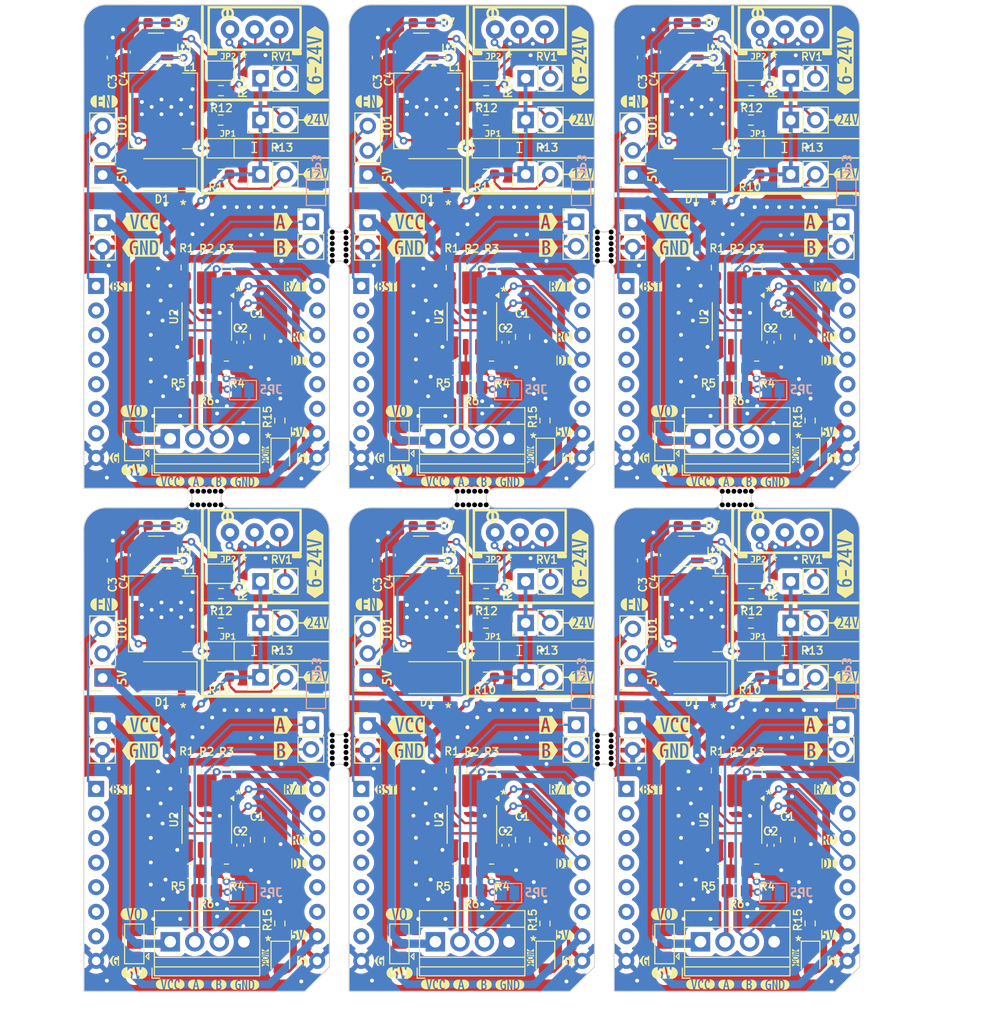
<source format=kicad_pcb>
(kicad_pcb (version 20240108) (generator "pcbnew") (generator_version "8.0")
  (layers (0 "F.Cu" signal) (31 "B.Cu" signal) (34 "B.Paste" user) (35 "F.Paste" user) (36 "B.SilkS" user "B.Silkscreen") (37 "F.SilkS" user "F.Silkscreen") (38 "B.Mask" user) (39 "F.Mask" user) (44 "Edge.Cuts" user))
  (net 0 "")
  (net 1 "Board_0-+5V_MIKROE")
  (net 2 "Board_0-+VOUT")
  (net 3 "Board_0-/FB_PIN")
  (net 4 "Board_0-/GPIO1")
  (net 5 "Board_0-/MASTER_DI")
  (net 6 "Board_0-/MASTER_EN")
  (net 7 "Board_0-/MASTER_RO")
  (net 8 "Board_0-GNDD")
  (net 9 "Board_0-GNDPWR")
  (net 10 "Board_0-MASTER_MODBUS_A")
  (net 11 "Board_0-MASTER_MODBUS_B")
  (net 12 "Board_0-Net-(D1-A)")
  (net 13 "Board_0-Net-(D2-K)")
  (net 14 "Board_0-Net-(J10-Pin_2)")
  (net 15 "Board_0-Net-(J11-Pin_2)")
  (net 16 "Board_0-Net-(J4-Pin_2)")
  (net 17 "Board_0-Net-(J6-Pin_2)")
  (net 18 "Board_0-Net-(JP1-B)")
  (net 19 "Board_0-Net-(JP2-B)")
  (net 20 "Board_0-Net-(JP5-A)")
  (net 21 "Board_0-Net-(R14-Pad1)")
  (net 22 "Board_0-Net-(U3-EN)")
  (net 23 "Board_0-V_SLAVE")
  (net 24 "Board_0-unconnected-(U1-+3.3V-Pad7)")
  (net 25 "Board_0-unconnected-(U1-CS-Pad3)")
  (net 26 "Board_0-unconnected-(U1-GPIO2-Pad15)")
  (net 27 "Board_0-unconnected-(U1-MISO-Pad5)")
  (net 28 "Board_0-unconnected-(U1-MOSI-Pad6)")
  (net 29 "Board_0-unconnected-(U1-RST-Pad2)")
  (net 30 "Board_0-unconnected-(U1-SCK-Pad4)")
  (net 31 "Board_0-unconnected-(U1-SCL-Pad12)")
  (net 32 "Board_0-unconnected-(U1-SDA-Pad11)")
  (net 33 "Board_0-unconnected-(U3-NC-Pad6)")
  (net 34 "Board_1-+5V_MIKROE")
  (net 35 "Board_1-+VOUT")
  (net 36 "Board_1-/FB_PIN")
  (net 37 "Board_1-/GPIO1")
  (net 38 "Board_1-/MASTER_DI")
  (net 39 "Board_1-/MASTER_EN")
  (net 40 "Board_1-/MASTER_RO")
  (net 41 "Board_1-GNDD")
  (net 42 "Board_1-GNDPWR")
  (net 43 "Board_1-MASTER_MODBUS_A")
  (net 44 "Board_1-MASTER_MODBUS_B")
  (net 45 "Board_1-Net-(D1-A)")
  (net 46 "Board_1-Net-(D2-K)")
  (net 47 "Board_1-Net-(J10-Pin_2)")
  (net 48 "Board_1-Net-(J11-Pin_2)")
  (net 49 "Board_1-Net-(J4-Pin_2)")
  (net 50 "Board_1-Net-(J6-Pin_2)")
  (net 51 "Board_1-Net-(JP1-B)")
  (net 52 "Board_1-Net-(JP2-B)")
  (net 53 "Board_1-Net-(JP5-A)")
  (net 54 "Board_1-Net-(R14-Pad1)")
  (net 55 "Board_1-Net-(U3-EN)")
  (net 56 "Board_1-V_SLAVE")
  (net 57 "Board_1-unconnected-(U1-+3.3V-Pad7)")
  (net 58 "Board_1-unconnected-(U1-CS-Pad3)")
  (net 59 "Board_1-unconnected-(U1-GPIO2-Pad15)")
  (net 60 "Board_1-unconnected-(U1-MISO-Pad5)")
  (net 61 "Board_1-unconnected-(U1-MOSI-Pad6)")
  (net 62 "Board_1-unconnected-(U1-RST-Pad2)")
  (net 63 "Board_1-unconnected-(U1-SCK-Pad4)")
  (net 64 "Board_1-unconnected-(U1-SCL-Pad12)")
  (net 65 "Board_1-unconnected-(U1-SDA-Pad11)")
  (net 66 "Board_1-unconnected-(U3-NC-Pad6)")
  (net 67 "Board_2-+5V_MIKROE")
  (net 68 "Board_2-+VOUT")
  (net 69 "Board_2-/FB_PIN")
  (net 70 "Board_2-/GPIO1")
  (net 71 "Board_2-/MASTER_DI")
  (net 72 "Board_2-/MASTER_EN")
  (net 73 "Board_2-/MASTER_RO")
  (net 74 "Board_2-GNDD")
  (net 75 "Board_2-GNDPWR")
  (net 76 "Board_2-MASTER_MODBUS_A")
  (net 77 "Board_2-MASTER_MODBUS_B")
  (net 78 "Board_2-Net-(D1-A)")
  (net 79 "Board_2-Net-(D2-K)")
  (net 80 "Board_2-Net-(J10-Pin_2)")
  (net 81 "Board_2-Net-(J11-Pin_2)")
  (net 82 "Board_2-Net-(J4-Pin_2)")
  (net 83 "Board_2-Net-(J6-Pin_2)")
  (net 84 "Board_2-Net-(JP1-B)")
  (net 85 "Board_2-Net-(JP2-B)")
  (net 86 "Board_2-Net-(JP5-A)")
  (net 87 "Board_2-Net-(R14-Pad1)")
  (net 88 "Board_2-Net-(U3-EN)")
  (net 89 "Board_2-V_SLAVE")
  (net 90 "Board_2-unconnected-(U1-+3.3V-Pad7)")
  (net 91 "Board_2-unconnected-(U1-CS-Pad3)")
  (net 92 "Board_2-unconnected-(U1-GPIO2-Pad15)")
  (net 93 "Board_2-unconnected-(U1-MISO-Pad5)")
  (net 94 "Board_2-unconnected-(U1-MOSI-Pad6)")
  (net 95 "Board_2-unconnected-(U1-RST-Pad2)")
  (net 96 "Board_2-unconnected-(U1-SCK-Pad4)")
  (net 97 "Board_2-unconnected-(U1-SCL-Pad12)")
  (net 98 "Board_2-unconnected-(U1-SDA-Pad11)")
  (net 99 "Board_2-unconnected-(U3-NC-Pad6)")
  (net 100 "Board_3-+5V_MIKROE")
  (net 101 "Board_3-+VOUT")
  (net 102 "Board_3-/FB_PIN")
  (net 103 "Board_3-/GPIO1")
  (net 104 "Board_3-/MASTER_DI")
  (net 105 "Board_3-/MASTER_EN")
  (net 106 "Board_3-/MASTER_RO")
  (net 107 "Board_3-GNDD")
  (net 108 "Board_3-GNDPWR")
  (net 109 "Board_3-MASTER_MODBUS_A")
  (net 110 "Board_3-MASTER_MODBUS_B")
  (net 111 "Board_3-Net-(D1-A)")
  (net 112 "Board_3-Net-(D2-K)")
  (net 113 "Board_3-Net-(J10-Pin_2)")
  (net 114 "Board_3-Net-(J11-Pin_2)")
  (net 115 "Board_3-Net-(J4-Pin_2)")
  (net 116 "Board_3-Net-(J6-Pin_2)")
  (net 117 "Board_3-Net-(JP1-B)")
  (net 118 "Board_3-Net-(JP2-B)")
  (net 119 "Board_3-Net-(JP5-A)")
  (net 120 "Board_3-Net-(R14-Pad1)")
  (net 121 "Board_3-Net-(U3-EN)")
  (net 122 "Board_3-V_SLAVE")
  (net 123 "Board_3-unconnected-(U1-+3.3V-Pad7)")
  (net 124 "Board_3-unconnected-(U1-CS-Pad3)")
  (net 125 "Board_3-unconnected-(U1-GPIO2-Pad15)")
  (net 126 "Board_3-unconnected-(U1-MISO-Pad5)")
  (net 127 "Board_3-unconnected-(U1-MOSI-Pad6)")
  (net 128 "Board_3-unconnected-(U1-RST-Pad2)")
  (net 129 "Board_3-unconnected-(U1-SCK-Pad4)")
  (net 130 "Board_3-unconnected-(U1-SCL-Pad12)")
  (net 131 "Board_3-unconnected-(U1-SDA-Pad11)")
  (net 132 "Board_3-unconnected-(U3-NC-Pad6)")
  (net 133 "Board_4-+5V_MIKROE")
  (net 134 "Board_4-+VOUT")
  (net 135 "Board_4-/FB_PIN")
  (net 136 "Board_4-/GPIO1")
  (net 137 "Board_4-/MASTER_DI")
  (net 138 "Board_4-/MASTER_EN")
  (net 139 "Board_4-/MASTER_RO")
  (net 140 "Board_4-GNDD")
  (net 141 "Board_4-GNDPWR")
  (net 142 "Board_4-MASTER_MODBUS_A")
  (net 143 "Board_4-MASTER_MODBUS_B")
  (net 144 "Board_4-Net-(D1-A)")
  (net 145 "Board_4-Net-(D2-K)")
  (net 146 "Board_4-Net-(J10-Pin_2)")
  (net 147 "Board_4-Net-(J11-Pin_2)")
  (net 148 "Board_4-Net-(J4-Pin_2)")
  (net 149 "Board_4-Net-(J6-Pin_2)")
  (net 150 "Board_4-Net-(JP1-B)")
  (net 151 "Board_4-Net-(JP2-B)")
  (net 152 "Board_4-Net-(JP5-A)")
  (net 153 "Board_4-Net-(R14-Pad1)")
  (net 154 "Board_4-Net-(U3-EN)")
  (net 155 "Board_4-V_SLAVE")
  (net 156 "Board_4-unconnected-(U1-+3.3V-Pad7)")
  (net 157 "Board_4-unconnected-(U1-CS-Pad3)")
  (net 158 "Board_4-unconnected-(U1-GPIO2-Pad15)")
  (net 159 "Board_4-unconnected-(U1-MISO-Pad5)")
  (net 160 "Board_4-unconnected-(U1-MOSI-Pad6)")
  (net 161 "Board_4-unconnected-(U1-RST-Pad2)")
  (net 162 "Board_4-unconnected-(U1-SCK-Pad4)")
  (net 163 "Board_4-unconnected-(U1-SCL-Pad12)")
  (net 164 "Board_4-unconnected-(U1-SDA-Pad11)")
  (net 165 "Board_4-unconnected-(U3-NC-Pad6)")
  (net 166 "Board_5-+5V_MIKROE")
  (net 167 "Board_5-+VOUT")
  (net 168 "Board_5-/FB_PIN")
  (net 169 "Board_5-/GPIO1")
  (net 170 "Board_5-/MASTER_DI")
  (net 171 "Board_5-/MASTER_EN")
  (net 172 "Board_5-/MASTER_RO")
  (net 173 "Board_5-GNDD")
  (net 174 "Board_5-GNDPWR")
  (net 175 "Board_5-MASTER_MODBUS_A")
  (net 176 "Board_5-MASTER_MODBUS_B")
  (net 177 "Board_5-Net-(D1-A)")
  (net 178 "Board_5-Net-(D2-K)")
  (net 179 "Board_5-Net-(J10-Pin_2)")
  (net 180 "Board_5-Net-(J11-Pin_2)")
  (net 181 "Board_5-Net-(J4-Pin_2)")
  (net 182 "Board_5-Net-(J6-Pin_2)")
  (net 183 "Board_5-Net-(JP1-B)")
  (net 184 "Board_5-Net-(JP2-B)")
  (net 185 "Board_5-Net-(JP5-A)")
  (net 186 "Board_5-Net-(R14-Pad1)")
  (net 187 "Board_5-Net-(U3-EN)")
  (net 188 "Board_5-V_SLAVE")
  (net 189 "Board_5-unconnected-(U1-+3.3V-Pad7)")
  (net 190 "Board_5-unconnected-(U1-CS-Pad3)")
  (net 191 "Board_5-unconnected-(U1-GPIO2-Pad15)")
  (net 192 "Board_5-unconnected-(U1-MISO-Pad5)")
  (net 193 "Board_5-unconnected-(U1-MOSI-Pad6)")
  (net 194 "Board_5-unconnected-(U1-RST-Pad2)")
  (net 195 "Board_5-unconnected-(U1-SCK-Pad4)")
  (net 196 "Board_5-unconnected-(U1-SCL-Pad12)")
  (net 197 "Board_5-unconnected-(U1-SDA-Pad11)")
  (net 198 "Board_5-unconnected-(U3-NC-Pad6)")
  (footprint "kibuzzard-6715C691" (layer "F.Cu") (at 187.144536 77.777068 90)
    (property "Reference" "kibuzzard-6715C691" (hide yes))
    (property "Value" "G***" (hide yes))
  )
  (footprint "kibuzzard-6715CB0C" (layer "F.Cu") (at 172.161936 121.263468)
    (property "Reference" "kibuzzard-6715CB0C" (hide yes))
    (property "Value" "G***" (hide yes))
  )
  (footprint "NPTH" (layer "F.Cu") (at 162.924196 96.092685)
    (property "Reference" "KiKit_MB_13_5" (hide yes))
    (property "Value" "NPTH" (hide yes))
  )
  (footprint "kibuzzard-67110F70" (layer "F.Cu") (at 132.368896 83.903468)
    (property "Reference" "kibuzzard-67110F70" (hide yes))
    (property "Value" "G***" (hide yes))
  )
  (footprint "Resistor_SMD:R_0603_1608Metric_Pad0.98x0.95mm_HandSolder" (layer "F.Cu") (at 156.080416 114.975968 -90)
    (property "Reference" "R15")
    (property "Value" "1K")
  )
  (footprint "NPTH" (layer "F.Cu") (at 162.924555 97.292685)
    (property "Reference" "KiKit_MB_13_3" (hide yes))
    (property "Value" "NPTH" (hide yes))
  )
  (footprint "kibuzzard-6715CEA4" (layer "F.Cu") (at 127.158896 118.513468 90)
    (property "Reference" "kibuzzard-6715CEA4" (hide yes))
    (property "Value" "G***" (hide yes))
  )
  (footprint "Connector_PinSocket_2.54mm:PinSocket_1x03_P2.54mm_Vertical" (layer "F.Cu") (at 165.171936 37.603402 180)
    (property "Reference" "J11" (hide yes))
    (property "Value" "Conn_01x03_Pin")
  )
  (footprint "Resistor_SMD:R_0603_1608Metric_Pad0.98x0.95mm_HandSolder" (layer "F.Cu") (at 126.010896 86.745468)
    (property "Reference" "R13")
    (property "Value" "4.7K")
  )
  (footprint "NPTH" (layer "F.Cu") (at 122.578613 71.700796)
    (property "Reference" "KiKit_MB_9_6" (hide yes))
    (property "Value" "NPTH" (hide yes))
  )
  (footprint "Resistor_SMD:R_0603_1608Metric_Pad0.98x0.95mm_HandSolder" (layer "F.Cu") (at 183.501936 62.980902 -90)
    (property "Reference" "R15")
    (property "Value" "1K")
  )
  (footprint "Connector_PinHeader_2.54mm:PinHeader_1x02_P2.54mm_Vertical" (layer "F.Cu") (at 181.505736 27.610802 90)
    (property "Reference" "J10" (hide yes))
    (property "Value" "Conn_01x02_Pin")
  )
  (footprint "LED_SMD:LED_0805_2012Metric_Pad1.15x1.40mm_HandSolder" (layer "F.Cu") (at 128.708896 66.668402 -90)
    (property "Reference" "D2" (hide yes))
    (property "Value" "LED")
  )
  (footprint "Resistor_SMD:R_0603_1608Metric_Pad0.98x0.95mm_HandSolder" (layer "F.Cu") (at 128.658896 114.975968 -90)
    (property "Reference" "R15")
    (property "Value" "1K")
  )
  (footprint "NPTH" (layer "F.Cu") (at 148.199989 70.295068)
    (property "Reference" "KiKit_MB_5_4" (hide yes))
    (property "Value" "NPTH" (hide yes))
  )
  (footprint "kibuzzard-6715C691" (layer "F.Cu") (at 159.723016 77.777068 90)
    (property "Reference" "kibuzzard-6715C691" (hide yes))
    (property "Value" "G***" (hide yes))
  )
  (footprint "Capacitor_SMD:C_0402_1005Metric_Pad0.74x0.62mm_HandSolder" (layer "F.Cu") (at 140.247916 24.905902 -90)
    (property "Reference" "C4")
    (property "Value" "1uF")
  )
  (footprint "Connector_PinHeader_2.54mm:PinHeader_1x02_P2.54mm_Vertical" (layer "F.Cu") (at 186.711936 94.434468)
    (property "Reference" "J12" (hide yes))
    (property "Value" "Conn_01x02_Pin")
  )
  (footprint "NPTH" (layer "F.Cu") (at 162.924555 45.297619)
    (property "Reference" "KiKit_MB_6_3" (hide yes))
    (property "Value" "NPTH" (hide yes))
  )
  (footprint "Jumper:SolderJumper-2_P1.3mm_Open_Pad1.0x1.5mm" (layer "F.Cu") (at 177.369936 86.835468)
    (property "Reference" "JP1" (hide yes))
    (property "Value" "SolderJumper_2_Open")
  )
  (footprint "Capacitor_SMD:C_0603_1608Metric_Pad1.08x0.95mm_HandSolder" (layer "F.Cu") (at 166.159436 77.450968 -90)
    (property "Reference" "C3")
    (property "Value" "10uF")
  )
  (footprint "NPTH" (layer "F.Cu") (at 121.978613 71.700509)
    (property "Reference" "KiKit_MB_9_5" (hide yes))
    (property "Value" "NPTH" (hide yes))
  )
  (footprint "Capacitor_SMD:C_0603_1608Metric_Pad1.08x0.95mm_HandSolder" (layer "F.Cu") (at 111.316396 25.455902 -90)
    (property "Reference" "C3")
    (property "Value" "10uF")
  )
  (footprint "Capacitor_SMD:C_0402_1005Metric_Pad0.74x0.62mm_HandSolder" (layer "F.Cu") (at 167.669436 24.905902 -90)
    (property "Reference" "C4")
    (property "Value" "1uF")
  )
  (footprint "NPTH" (layer "F.Cu") (at 176.821509 70.295068)
    (property "Reference" "KiKit_MB_7_2" (hide yes))
    (property "Value" "NPTH" (hide yes))
  )
  (footprint "Connector_PinHeader_2.54mm:PinHeader_1x02_P2.54mm_Vertical" (layer "F.Cu") (at 137.730416 42.524402)
    (property "Reference" "J8" (hide yes))
    (property "Value" "Conn_01x02_Pin")
  )
  (footprint "Jumper:SolderJumper-2_P1.3mm_Open_Pad1.0x1.5mm" (layer "F.Cu") (at 122.547896 26.823402)
    (property "Reference" "JP2" (hide yes))
    (property "Value" "SolderJumper_2_Open")
  )
  (footprint "NPTH" (layer "F.Cu") (at 161.502512 43.497432)
    (property "Reference" "KiKit_MB_4_1" (hide yes))
    (property "Value" "NPTH" (hide yes))
  )
  (footprint "kibuzzard-6715CF5F" (layer "F.Cu") (at 139.720416 84.533468 90)
    (property "Reference" "kibuzzard-6715CF5F" (hide yes))
    (property "Value" "G***" (hide yes))
  )
  (footprint "Resistor_SMD:R_0603_1608Metric_Pad0.98x0.95mm_HandSolder" (layer "F.Cu") (at 148.490416 99.165968 90)
    (property "Reference" "R2")
    (property "Value" "1K")
  )
  (footprint "Resistor_SMD:R_0603_1608Metric_Pad0.98x0.95mm_HandSolder" (layer "F.Cu") (at 178.011936 47.170902 90)
    (property "Reference" "R3")
    (property "Value" "1K")
  )
  (footprint "Resistor_SMD:R_0805_2012Metric_Pad1.20x1.40mm_HandSolder" (layer "F.Cu") (at 174.165936 57.573902)
    (property "Reference" "R5")
    (property "Value" "20K")
  )
  (footprint "Resistor_SMD:R_0603_1608Metric_Pad0.98x0.95mm_HandSolder" (layer "F.Cu") (at 149.958416 37.516402 180)
    (property "Reference" "R10")
    (property "Value" "91K")
  )
  (footprint "Resistor_SMD:R_0603_1608Metric_Pad0.98x0.95mm_HandSolder" (layer "F.Cu") (at 143.365416 21.855902)
    (property "Reference" "R7")
    (property "Value" "1K")
  )
  (footprint "Resistor_SMD:R_0603_1608Metric_Pad0.98x0.95mm_HandSolder" (layer "F.Cu") (at 177.379936 31.928402 180)
    (property "Reference" "R12")
    (property "Value" "180K")
  )
  (footprint "Package_TO_SOT_SMD:SOT-23-6" (layer "F.Cu") (at 115.856896 76.494968 180)
    (property "Reference" "U3")
    (property "Value" "MT3608")
  )
  (footprint "Capacitor_SMD:C_0402_1005Metric_Pad0.74x0.62mm_HandSolder" (layer "F.Cu") (at 167.669436 76.900968 -90)
    (property "Reference" "C4")
    (property "Value" "1uF")
  )
  (footprint "kibuzzard-67110FB4" (layer "F.Cu") (at 132.358896 89.543468)
    (property "Reference" "kibuzzard-67110FB4" (hide yes))
    (property "Value" "G***" (hide yes))
  )
  (footprint "kibuzzard-6715CD61" (layer "F.Cu") (at 111.512458 118.843468)
    (property "Reference" "kibuzzard-6715CD61" (hide yes))
    (property "Value" "G***" (hide yes))
  )
  (footprint "kibuzzard-67110F70" (layer "F.Cu") (at 187.211936 31.908402)
    (property "Reference" "kibuzzard-67110F70" (hide yes))
    (property "Value" "G***" (hide yes))
  )
  (footprint "kibuzzard-67110FB4" (layer "F.Cu") (at 187.201936 37.548402)
    (property "Reference" "kibuzzard-67110FB4" (hide yes))
    (property "Value" "G***" (hide yes))
  )
  (footprint "MIKROE_3800:MIKROE-3800" (layer "F.Cu") (at 109.658896 118.843468)
    (property "Reference" "U1" (hide yes))
    (property "Value" "CLICK BOARD")
  )
  (footprint "kibuzzard-6715CED8" (layer "F.Cu") (at 185.534265 106.313468)
    (property "Reference" "kibuzzard-6715CED8" (hide yes))
    (property "Value" "G***" (hide yes))
  )
  (footprint "Resistor_SMD:R_0603_1608Metric_Pad0.98x0.95mm_HandSolder" (layer "F.Cu") (at 115.943896 73.850968)
    (property "Reference" "R7")
    (property "Value" "1K")
  )
  (footprint "Resistor_SMD:R_0603_1608Metric_Pad0.98x0.95mm_HandSolder" (layer "F.Cu") (at 153.432416 86.745468)
    (property "Reference" "R13")
    (property "Value" "4.7K")
  )
  (footprint "kibuzzard-6715C87B" (layer "F.Cu") (at 156.446416 42.444402)
    (property "Reference" "kibuzzard-6715C87B" (hide yes))
    (property "Value" "G***" (hide yes))
  )
  (footprint "Connector_PinSocket_2.54mm:PinSocket_1x03_P2.54mm_Vertical" (layer "F.Cu") (at 137.750416 89.598468 180)
    (property "Reference" "J11" (hide yes))
    (property "Value" "Conn_01x03_Pin")
  )
  (footprint "Resistor_SMD:R_0603_1608Metric_Pad0.98x0.95mm_HandSolder" (layer "F.Cu") (at 177.416336 28.880802 180)
    (property "Reference" "R14")
    (property "Value" "2.2K")
  )
  (footprint "kibuzzard-6715CED8" (layer "F.Cu") (at 158.112745 106.313468)
    (property "Reference" "kibuzzard-6715CED8" (hide yes))
    (property "Value" "G***" (hide yes))
  )
  (footprint "kibuzzard-6715CBD0" (layer "F.Cu") (at 179.871936 121.313466)
    (property "Reference" "kibuzzard-6715CBD0" (hide yes))
    (property "Value" "G***" (hide yes))
  )
  (footprint "NPTH" (layer "F.Cu") (at 135.503035 45.297619)
    (property "Reference" "KiKit_MB_3_3" (hide yes))
    (property "Value" "NPTH" (hide yes))
  )
  (footprint "kibuzzard-67110F70" (layer "F.Cu") (at 187.211936 83.903468)
    (property "Reference" "kibuzzard-67110F70" (hide yes))
    (property "Value" "G***" (hide yes))
  )
  (footprint "Resistor_SMD:R_0603_1608Metric_Pad0.98x0.95mm_HandSolder" (layer "F.Cu") (at 122.536896 89.511468 180)
    (property "Reference" "R10")
    (property "Value" "91K")
  )
  (footprint "kibuzzard-6715CD61" (layer "F.Cu") (at 111.512458 66.848402)
    (property "Reference" "kibuzzard-6715CD61" (hide yes))
    (property "Value" "G***" (hide yes))
  )
  (footprint "Resistor_SMD:R_0805_2012Metric_Pad1.20x1.40mm_HandSolder" (layer "F.Cu") (at 177.975936 109.568968)
    (property "Reference" "R4")
    (property "Value" "20K")
  )
  (footprint "Connector_PinHeader_2.54mm:PinHeader_1x02_P2.54mm_Vertical" (layer "F.Cu") (at 181.501936 89.527468 90)
    (property "Reference" "J4" (hide yes))
    (property "Value" "Conn_01x02_Pin")
  )
  (footprint "Resistor_SMD:R_0805_2012Metric_Pad1.20x1.40mm_HandSolder" (layer "F.Cu") (at 146.744416 57.573902)
    (property "Reference" "R5")
    (property "Value" "20K")
  )
  (footprint "Resistor_SMD:R_0603_1608Metric_Pad0.98x0.95mm_HandSolder" (layer "F.Cu") (at 178.011936 99.165968 90)
    (property "Reference" "R3")
    (property "Value" "1K")
  )
  (footprint "kibuzzard-6715CF5F" (layer "F.Cu") (at 167.141936 32.538402 90)
    (property "Reference" "kibuzzard-6715CF5F" (hide yes))
    (property "Value" "G***" (hide yes))
  )
  (footprint "Capacitor_SMD:C_0402_1005Metric" (layer "F.Cu") (at 151.990416 106.890968 90)
    (property "Reference" "C2")
    (property "Value" "0.1uF")
  )
  (footprint "kibuzzard-6715CECC" (layer "F.Cu") (at 185.871936 118.843468)
    (property "Reference" "kibuzzard-6715CECC" (hide yes))
    (property "Value" "G***" (hide yes))
  )
  (footprint "Package_SO:SOP-8_3.9x4.9mm_P1.27mm" (layer "F.Cu") (at 148.522416 104.742968 -90)
    (property "Reference" "U2")
    (property "Value" "MAX485E")
  )
  (footprint "RES-ADJ-TH_3362P:res" (layer "F.Cu") (at 180.896136 74.551268)
    (property "Reference" "RV1")
    (property "Value" "100k")
  )
  (footprint "kibuzzard-6715CA18" (layer "F.Cu") (at 113.618896 120.083468)
    (property "Reference" "kibuzzard-6715CA18" (hide yes))
    (property "Value" "G***" (hide yes))
  )
  (footprint "Resistor_SMD:R_0805_2012Metric_Pad1.20x1.40mm_HandSolder" (layer "F.Cu") (at 175.943936 59.605902)
    (property "Reference" "R6")
    (property "Value" "120")
  )
  (footprint "NPTH" (layer "F.Cu") (at 176.221653 71.700222)
    (property "Reference" "KiKit_MB_14_4" (hide yes))
    (property "Value" "NPTH" (hide yes))
  )
  (footprint "Resistor_SMD:R_0603_1608Metric_Pad0.98x0.95mm_HandSolder" (layer "F.Cu") (at 177.379936 89.511468 180)
    (property "Reference" "R10")
    (property "Value" "91K")
  )
  (footprint "Resistor_SMD:R_0805_2012Metric_Pad1.20x1.40mm_HandSolder" (layer "F.Cu") (at 123.132896 57.573902)
    (property "Reference" "R4")
    (property "Value" "20K")
  )
  (footprint "kibuzzard-6715CD61" (layer "F.Cu") (at 166.355498 66.848402)
    (property "Reference" "kibuzzard-6715CD61" (hide yes))
    (property "Value" "G***" (hide yes))
  )
  (footprint "MIKROE_3800:MIKROE-3800" (layer "F.Cu") (at 109.658896 66.848402)
    (property "Reference" "U1" (hide yes))
    (property "Value" "CLICK BOARD")
  )
  (footprint "Resistor_SMD:R_0603_1608Metric_Pad0.98x0.95mm_HandSolder" (layer "F.Cu") (at 177.416336 80.875868 180)
    (property "Reference" "R14")
    (property "Value" "2.2K")
  )
  (footprint "NPTH" (layer "F.Cu") (at 162.924017 43.49762)
    (property "Reference" "KiKit_MB_6_6" (hide yes))
    (property "Value" "NPTH" (hide yes))
  )
  (footprint "Connector_PinHeader_2.54mm:PinHeader_1x02_P2.54mm_Vertical" (layer "F.Cu") (at 181.501936 37.532402 90)
    (property "Reference" "J4" (hide yes))
    (property "Value" "Conn_01x02_Pin")
  )
  (footprint "NPTH" (layer "F.Cu") (at 148.799989 70.295068)
    (property "Reference" "KiKit_MB_5_3" (hide yes))
    (property "Value" "NPTH" (hide yes))
  )
  (footprint "kibuzzard-6715CD4A" (layer "F.Cu") (at 167.021936 101.124016)
    (property "Reference" "kibuzzard-6715CD4A" (hide yes))
    (property "Value" "G***" (hide yes))
  )
  (footprint "MIKROE_3800:MIKROE-3800" (layer "F.Cu") (at 164.501936 118.843468)
    (property "Reference" "U1" (hide yes))
    (property "Value" "CLICK BOARD")
  )
  (footprint "kibuzzard-6715CEA4" (layer "F.Cu") (at 182.001936 66.518402 90)
    (property "Reference" "kibuzzard-6715CEA4" (hide yes))
    (property "Value" "G***" (hide yes))
  )
  (footprint "Connector_PinHeader_2.54mm:PinHeader_1x02_P2.54mm_Vertical" (layer "F.Cu") (at 159.290416 42.439402)
    (property "Reference" "J12" (hide yes))
    (property "Value" "Conn_01x02_Pin")
  )
  (footprint "NPTH" (layer "F.Cu") (at 162.924734 97.892685)
    (property "Reference" "KiKit_MB_13_2" (hide yes))
    (property "Value" "NPTH" (hide yes))
  )
  (footprint "kibuzzard-67110FB4" (layer "F.Cu") (at 159.780416 89.543468)
    (property "Reference" "kibuzzard-67110FB4" (hide yes))
    (property "Value" "G***" (hide yes))
  )
  (footprint "kibuzzard-671645B5" (layer "F.Cu") (at 123.309896 77.319868)
    (property "Reference" "kibuzzard-671645B5" (hide yes))
    (property "Value" "G***" (hide yes))
  )
  (footprint "Resistor_SMD:R_0805_2012Metric_Pad1.20x1.40mm_HandSolder" (layer "F.Cu") (at 121.100896 59.605902)
    (property "Reference" "R6")
    (property "Value" "120")
  )
  (footprint "kibuzzard-6715C691" (layer "F.Cu") (at 187.144536 25.782002 90)
    (property "Reference" "kibuzzard-6715C691" (hide yes))
    (property "Value" "G***" (hide yes))
  )
  (footprint "TerminalBlock:TerminalBlock_Xinya_XY308-2.54-4P_1x04_P2.54mm_Horizontal" (layer "F.Cu") (at 172.161936 116.863468)
    (property "Reference" "J7" (hide yes))
    (property "Value" "TERMINAL BLOCK")
  )
  (footprint "kibuzzard-6715CECC" (layer "F.Cu") (at 131.028896 66.848402)
    (property "Reference" "kibuzzard-6715CECC" (hide yes))
    (property "Value" "G***" (hide yes))
  )
  (footprint "kibuzzard-6715CEA4" (layer "F.Cu") (at 127.158896 66.518402 90)
    (property "Reference" "kibuzzard-6715CEA4" (hide yes))
    (property "Value" "G***" (hide yes))
  )
  (footprint "Resistor_SMD:R_0603_1608Metric_Pad0.98x0.95mm_HandSolder" (layer "F.Cu") (at 146.390416 99.165968 90)
    (property "Reference" "R1")
    (property "Value" "1K")
  )
  (footprint "Package_SO:SOP-8_3.9x4.9mm_P1.27mm" (layer "F.Cu") (at 148.522416 52.747902 -90)
    (property "Reference" "U2")
    (property "Value" "MAX485E")
  )
  (footprint "kibuzzard-6715CF9A" (layer "F.Cu") (at 139.730416 37.548402 90)
    (property "Reference" "kibuzzard-6715CF9A" (hide yes))
    (property "Value" "G***" (hide yes))
  )
  (footprint "Jumper:SolderJumper-3_P1.3mm_Open_Pad1.0x1.5mm" (layer "F.Cu") (at 113.598896 117.083468 90)
    (property "Reference" "JP4" (hide yes))
    (property "Value" "SolderJumper_3_Open")
  )
  (footprint "Resistor_SMD:R_0603_1608Metric_Pad0.98x0.95mm_HandSolder" (layer "F.Cu") (at 156.080416 62.980902 -90)
    (property "Reference" "R15")
    (property "Value" "1K")
  )
  (footprint "kibuzzard-67110F70" (layer "F.Cu") (at 159.790416 83.903468)
    (property "Reference" "kibuzzard-67110F70" (hide yes))
    (property "Value" "G***" (hide yes))
  )
  (footprint "kibuzzard-6715C8B5" (layer "F.Cu") (at 129.024896 45.111402)
    (property "Reference" "kibuzzard-6715C8B5" (hide yes))
    (property "Value" "G***" (hide yes))
  )
  (footprint "Resistor_SMD:R_0603_1608Metric_Pad0.98x0.95mm_HandSolder" (layer "F.Cu") (at 177.379936 83.923468 180)
    (property "Reference" "R12")
    (property "Value" "180K")
  )
  (footprint "kibuzzard-6715C8B5" (layer "F.Cu") (at 129.024896 97.106468)
    (property "Reference" "kibuzzard-6715C8B5" (hide yes))
    (property "Value" "G***" (hide yes))
  )
  (footprint "NPTH" (layer "F.Cu") (at 162.924196 44.09762)
    (property "Reference" "KiKit_MB_6_5" (hide yes))
    (property "Value" "NPTH" (hide yes))
  )
  (footprint "Jumper:SolderJumper-3_P1.3mm_Open_Pad1.0x1.5mm" (layer "F.Cu") (at 168.441936 117.083468 90)
    (property "Reference" "JP4" (hide yes))
    (property "Value" "SolderJumper_3_Open")
  )
  (footprint "kibuzzard-6715CB51" (layer "F.Cu") (at 122.358896 121.2968)
    (property "Reference" "kibuzzard-6715CB51" (hide yes))
    (property "Value" "G***" (hide yes))
  )
  (footprint "NPTH" (layer "F.Cu") (at 134.08119 96.092497)
    (property "Reference" "KiKit_MB_8_2" (hide yes))
    (property "Value" "NPTH" (hide yes))
  )
  (footprint "kibuzzard-6715CED8" (layer "F.Cu") (at 185.534265 54.318402)
    (property "Reference" "kibuzzard-6715CED8" (hide yes))
    (property "Value" "G***" (hide yes))
  )
  (footprint "NPTH" (layer "F.Cu") (at 162.924017 95.492685)
    (property "Reference" "KiKit_MB_13_6" (hide yes))
    (property "Value" "NPTH" (hide yes))
  )
  (footprint "kibuzzard-67110FB4" (layer "F.Cu") (at 159.780416 37.548402)
    (property "Reference" "kibuzzard-67110FB4" (hide yes))
    (property "Value" "G***" (hide yes))
  )
  (footprint "NPTH" (layer "F.Cu") (at 134.081784 97.892497)
    (property "Reference" "KiKit_MB_8_5" (hide yes))
    (property "Value" "NPTH" (hide yes))
  )
  (footprint "Capacitor_SMD:C_0805_2012Metric_Pad1.18x1.45mm_HandSolder" (layer "F.Cu") (at 153.765416 54.333402 -90)
    (property "Reference" "C1")
    (property "Value" "10uF")
  )
  (footprint "kibuzzard-6715CEDE" (layer "F.Cu") (at 157.773704 49.108402)
    (property "Reference" "kibuzzard-6715CEDE" (hide yes))
    (property "Value" "G***" (hide yes))
  )
  (footprint "Resistor_SMD:R_0805_2012Metric_Pad1.20x1.40mm_HandSolder" (layer "F.Cu") (at 174.165936 109.568968)
    (property "Reference" "R5")
    (property "Value" "20K")
  )
  (footprint "kibuzzard-6715CB51" (layer "F.Cu") (at 149.780416 69.301734)
    (property "Reference" "kibuzzard-6715CB51" (hide yes))
    (property "Value" "G***" (hide yes))
  )
  (footprint "Jumper:SolderJumper-2_P1.3mm_Open_Pad1.0x1.5mm" (layer "F.Cu") (at 122.547896 78.818468)
    (property "Reference" "JP2" (hide yes))
    (property "Value" "SolderJumper_2_Open")
  )
  (footprint "kibuzzard-6715CA18" (layer "F.Cu") (at 168.461936 120.083468)
    (property "Reference" "kibuzzard-6715CA18" (hide yes))
    (property "Value" "G***" (hide yes))
  )
  (footprint "TerminalBlock:TerminalBlock_Xinya_XY308-2.54-4P_1x04_P2.54mm_Horizontal" (layer "F.Cu") (at 172.161936 64.868402)
    (property "Reference" "J7" (hide yes))
    (property "Value" "TERMINAL BLOCK")
  )
  (footprint "Resistor_SMD:R_0603_1608Metric_Pad0.98x0.95mm_HandSolder" (layer "F.Cu") (at 149.994816 80.875868 180)
    (property "Reference" "R14")
    (property "Value" "2.2K")
  )
  (footprint "kibuzzard-671645B5" (layer "F.Cu") (at 150.731416 77.319868)
    (property "Reference" "kibuzzard-671645B5" (hide yes))
    (property "Value" "G***" (hide yes))
  )
  (footprint "kibuzzard-6715C87B" (layer "F.Cu") (at 183.867936 94.439468)
    (property "Reference" "kibuzzard-6715C87B" (hide yes))
    (property "Value" "G***" (hide yes))
  )
  (footprint "Resistor_SMD:R_0603_1608Metric_Pad0.98x0.95mm_HandSolder" (layer "F.Cu") (at 122.573296 28.880802 180)
    (property "Reference" "R14")
    (property "Value" "2.2K")
  )
  (footprint "kibuzzard-6715CEBB" (layer "F.Cu") (at 185.545452 64.148402)
    (property "Reference" "kibuzzard-6715CEBB" (hide yes))
    (property "Value" "G***" (hide yes))
  )
  (footprint "kibuzzard-6715C814" (layer "F.Cu") (at 169.135936 97.106468)
    (property "Reference" "kibuzzard-6715C814" (hide yes))
    (property "Value" "G***" (hide yes))
  )
  (footprint "kibuzzard-6715C801" (layer "F.Cu") (at 114.292896 94.439468)
    (property "Reference" "kibuzzard-6715C801" (hide yes))
    (property "Value" "G***" (hide yes))
  )
  (footprint "Package_TO_SOT_SMD:SOT-23-6" (layer "F.Cu") (at 115.856896 24.499902 180)
    (property "Reference" "U3")
    (property "Value" "MT3608")
  )
  (footprint "NPTH" (layer "F.Cu") (at 174.421509 70.295068)
    (property "Reference" "KiKit_MB_7_6" (hide yes))
    (property "Value" "NPTH" (hide yes))
  )
  (footprint "Package_SO:SOP-8_3.9x4.9mm_P1.27mm" (layer "F.Cu") (at 121.100896 104.742968 -90)
    (property "Reference" "U2")
    (property "Value" "MAX485E")
  )
  (footprint "Connector_PinHeader_2.54mm:PinHeader_1x02_P2.54mm_Vertical" (layer "F.Cu") (at 126.658896 83.907468 90)
    (property "Reference" "J6" (hide yes))
    (property "Value" "Conn_01x02_Pin")
  )
  (footprint "kibuzzard-6715CB35" (layer "F.Cu") (at 147.410416 121.280134)
    (property "Reference" "kibuzzard-6715CB35" (hide yes))
    (property "Value" "G***" (hide yes))
  )
  (footprint "LED_SMD:LED_0805_2012Metric_Pad1.15x1.40mm_HandSolder" (layer "F.Cu") (at 183.551936 66.668402 -90)
    (property "Reference" "D2" (hide yes))
    (property "Value" "LED")
  )
  (footprint "NPTH" (layer "F.Cu") (at 175.021653 71.699648)
    (property "Reference" "KiKit_MB_14_2" (hide yes))
    (property "Value" "NPTH" (hide yes))
  )
  (footprint "NPTH" (layer "F.Cu") (at 147.600133 71.699648)
    (property "Reference" "KiKit_MB_12_2" (hide yes))
    (property "Value" "NPTH" (hide yes))
  )
  (footprint "Package_TO_SOT_SMD:SOT-23-6" (layer "F.Cu") (at 170.699936 24.499902 180)
    (property "Reference" "U3")
    (property "Value" "MT3608")
  )
  (footprint "Connector_PinHeader_2.54mm:PinHeader_1x02_P2.54mm_Vertical" (layer "F.Cu") (at 126.658896 89.527468 90)
    (property "Reference" "J4" (hide yes))
    (property "Value" "Conn_01x02_Pin")
  )
  (footprint "NPTH" (layer "F.Cu") (at 120.178614 71.699648)
    (property "Reference" "KiKit_MB_9_2" (hide yes))
    (property "Value" "NPTH" (hide yes))
  )
  (footprint "kibuzzard-6715CA09" (layer "F.Cu") (at 168.431936 114.003468)
    (property "Reference" "kibuzzard-6715CA09" (hide yes))
    (property "Value" "G***" (hide yes))
  )
  (footprint "kibuzzard-6715C8B5" (layer "F.Cu") (at 156.446416 45.111402)
    (property "Reference" "kibuzzard-6715C8B5" (hide yes))
    (property "Value" "G***" (hide yes))
  )
  (footprint "kibuzzard-6715CEDE" (layer "F.Cu") (at 130.352184 49.108402)
    (property "Reference" "kibuzzard-6715CEDE" (hide yes))
    (property "Value" "G***" (hide yes))
  )
  (footprint "Connector_PinHeader_2.54mm:PinHeader_1x02_P2.54mm_Vertical" (layer "F.Cu") (at 154.084216 27.610802 90)
    (property "Reference" "J10" (hide yes))
    (property "Value" "Conn_01x02_Pin")
  )
  (footprint "NPTH" (layer "F.Cu") (at 162.924913 46.497619)
    (property "Reference" "KiKit_MB_6_1" (hide yes))
    (property "Value" "NPTH" (hide yes))
  )
  (footprint "kibuzzard-671645C1" (layer "F.Cu") (at 123.259096 85.295468)
    (property "Reference" "kibuzzard-671645C1" (hide yes))
    (property "Value" "G***" (hide yes))
  )
  (footprint "Resistor_SMD:R_0805_2012Metric_Pad1.20x1.40mm_HandSolder" (layer "F.Cu") (at 175.943936 111.600968)
    (property "Reference" "R6")
    (property "Value" "120")
  )
  (footprint "Resistor_SMD:R_0603_1608Metric_Pad0.98x0.95mm_HandSolder" (layer "F.Cu") (at 149.958416 31.928402 180)
    (property "Reference" "R12")
    (property "Value" "180K")
  )
  (footprint "Resistor_SMD:R_0603_1608Metric_Pad0.98x0.95mm_HandSolder" (layer "F.Cu") (at 153.432416 34.750402)
    (property "Reference" "R13")
    (property "Value" "4.7K")
  )
  (footprint "NPTH" (layer "F.Cu") (at 147.000133 71.699362)
    (property "Reference" "KiKit_MB_12_1" (hide yes))
    (property "Value" "NPTH" (hide yes))
  )
  (footprint "Resistor_SMD:R_0603_1608Metric_Pad0.98x0.95mm_HandSolder" (layer "F.Cu") (at 175.911936 47.170902 90)
    (property "Reference" "R2")
    (property "Value" "1K")
  )
  (footprint "kibuzzard-6715C691" (layer "F.Cu") (at 132.301496 77.777068 90)
    (property "Reference" "kibuzzard-6715C691" (hide yes))
    (property "Value" "G***" (hide yes))
  )
  (footprint "kibuzzard-6715CED8" (layer "F.Cu") (at 130.691225 106.313468)
    (property "Reference" "kibuzzard-6715CED8" (hide yes))
    (property "Value" "G***" (hide yes))
  )
  (footprint "kibuzzard-6715CD4A" (layer "F.Cu") (at 167.021936 49.12895)
    (property "Reference" "kibuzzard-6715CD4A" (hide yes))
    (property "Value" "G***" (hide yes))
  )
  (footprint "kibuzzard-6715CB35" (layer "F.Cu") (at 174.831936 121.280134)
    (property "Reference" "kibuzzard-6715CB35" (hide yes))
    (property "Value" "G***" (hide yes))
  )
  (footprint "NPTH" (layer "F.Cu") (at 135.502497 95.492685)
    (property "Reference" "KiKit_MB_10_6" (hide yes))
    (property "Value" "NPTH" (hide yes))
  )
  (footprint "Connector_PinHeader_2.54mm:PinHeader_1x02_P2.54mm_Vertical" (layer "F.Cu") (at 186.711936 42.439402)
    (property "Reference" "J12" (hide yes))
    (property "Value" "Conn_01x02_Pin")
  )
  (footprint "kibuzzard-6715CB51" (layer "F.Cu") (at 177.201936 121.2968)
    (property "Reference" "kibuzzard-6715CB51" (hide yes))
    (property "Value" "G***" (hide yes))
  )
  (footprint "Connector_PinSocket_2.54mm:PinSocket_1x03_P2.54mm_Vertical" (layer "F.Cu") (at 110.328896 37.603402 180)
    (property "Reference" "J11" (hide yes))
    (property "Value" "Conn_01x03_Pin")
  )
  (footprint "Resistor_SMD:R_0805_2012Metric_Pad1.20x1.40mm_HandSolder" (layer "F.Cu") (at 148.522416 59.605902)
    (property "Reference" "R6")
    (property "Value" "120")
  )
  (footprint "LED_SMD:LED_0805_2012Metric_Pad1.15x1.40mm_HandSolder" (layer "F.Cu") (at 156.130416 118.663468 -90)
    (property "Reference" "D2" (hide yes))
    (property "Value" "LED")
  )
  (footprint "Resistor_SMD:R_0603_1608Metric_Pad0.98x0.95mm_HandSolder" (layer "F.Cu") (at 148.490416 47.170902 90)
    (property "Reference" "R2")
    (property "Value" "1K")
  )
  (footprint "Package_TO_SOT_SMD:SOT-23-6" (layer "F.Cu") (at 170.699936 76.494968 180)
    (property "Reference" "U3")
    (property "Value" "MT3608")
  )
  (footprint "Resistor_SMD:R_0603_1608Metric_Pad0.98x0.95mm_HandSolder" (layer "F.Cu") (at 118.968896 99.165968 90)
    (property "Reference" "R1")
    (property "Value" "1K")
  )
  (footprint "Capacitor_SMD:C_0402_1005Metric" (layer "F.Cu") (at 179.411936 106.890968 90)
    (property "Reference" "C2")
    (property "Value" "0.1uF")
  )
  (footprint "kibuzzard-6715CA18" (layer "F.Cu") (at 141.040416 120.083468)
    (property "Reference" "kibuzzard-6715CA18" (hide yes))
    (property "Value" "G***" (hide yes))
  )
  (footprint "kibuzzard-6715CBD0" (layer "F.Cu") (at 152.450416 121.313466)
    (property "Reference" "kibuzzard-6715CBD0" (hide yes))
    (property "Value" "G***" (hide yes))
  )
  (footprint "kibuzzard-6715CB0C" (layer "F.Cu") (at 144.740416 69.268402)
    (property "Reference" "kibuzzard-6715CB0C" (hide yes))
    (property "Value" "G***" (hide yes))
  )
  (footprint "Capacitor_SMD:C_0402_1005Metric" (layer "F.Cu") (at 179.411936 54.895902 90)
    (property "Reference" "C2")
    (property "Value" "0.1uF")
  )
  (footprint "Jumper:SolderJumper-3_P1.3mm_Open_Pad1.0x1.5mm" (layer "F.Cu") (at 168.441936 65.088402 90)
    (property "Reference" "JP4" (hide yes))
    (property "Value" "SolderJumper_3_Open")
  )
  (footprint "NPTH" (layer "F.Cu") (at 135.503393 46.497619)
    (property "Reference" "KiKit_MB_3_1" (hide yes))
    (property "Value" "NPTH" (hide yes))
  )
  (footprint "TerminalBlock:TerminalBlock_Xinya_XY308-2.54-4P_1x04_P2.54mm_Horizontal" (layer "F.Cu") (at 117.318896 116.863468)
    (property "Reference" "J7" (hide yes))
    (property "Value" "TERMINAL BLOCK")
  )
  (footprint "kibuzzard-6715CECC" (layer "F.Cu") (at 158.450416 66.848402)
    (property "Reference" "kibuzzard-6715CECC" (hide yes))
    (property "Value" "G***" (hide yes))
  )
  (footprint "kibuzzard-6715CED3" (layer "F.Cu") (at 185.565087 108.763468)
    (property "Reference" "kibuzzard-6715CED3" (hide yes))
    (property "Value" "G***" (hide yes))
  )
  (footprint "Resistor_SMD:R_0603_1608Metric_Pad0.98x0.95mm_HandSolder" (layer "F.Cu") (at 123.168896 47.170902 90)
    (property "Reference" "R3")
    (property "Value" "1K")
  )
  (footprint "kibuzzard-6715CEA4" (layer "F.Cu") (at 182.001936 118.513468 90)
    (property "Reference" "kibuzzard-6715CEA4" (hide yes))
    (property "Value" "G***" (hide yes))
  )
  (footprint "kibuzzard-6715C801" (layer "F.Cu") (at 169.135936 42.444402)
    (property "Reference" "kibuzzard-6715C801" (hide yes))
    (property "Value" "G***" (hide yes))
  )
  (footprint "NPTH" (layer "F.Cu") (at 134.081388 96.692497)
    (property "Reference" "KiKit_MB_8_3" (hide yes))
    (property "Value" "NPTH" (hide yes))
  )
  (footprint "kibuzzard-67110FB4" (layer "F.Cu") (at 132.358896 37.548402)
    (property "Reference" "kibuzzard-67110FB4" (hide yes))
    (property "Value" "G***" (hide yes))
  )
  (footprint "kibuzzard-6715C801" (layer "F.Cu") (at 141.714416 94.439468)
    (property "Reference" "kibuzzard-6715C801" (hide yes))
    (property "Value" "G***" (hide yes))
  )
  (footprint "MIKROE_3800:MIKROE-3800" (layer "F.Cu") (at 137.080416 66.848402)
    (property "Reference" "U1" (hide yes))
    (property "Value" "CLICK BOARD")
  )
  (footprint "NPTH" (layer "F.Cu") (at 121.378469 70.295068)
    (property "Reference" "KiKit_MB_2_3" (hide yes))
    (property "Value" "NPTH" (hide yes))
  )
  (footprint "NPTH" (layer "F.Cu") (at 175.621509 70.295068)
    (property "Reference" "KiKit_MB_7_4" (hide yes))
    (property "Value" "NPTH" (hide yes))
  )
  (footprint "Capacitor_SMD:C_0402_1005Metric_Pad0.74x0.62mm_HandSolder" (layer "F.Cu") (at 140.247916 76.900968 -90)
    (property "Reference" "C4")
    (property "Value" "1uF")
  )
  (footprint "kibuzzard-6715CED8" (layer "F.Cu") (at 158.112745 54.318402)
    (property "Reference" "kibuzzard-6715CED8" (hide yes))
    (property "Value" "G***" (hide yes))
  )
  (footprint "Resistor_SMD:R_0603_1608Metric_Pad0.98x0.95mm_HandSolder" (layer "F.Cu") (at 122.573296 80.875868 180)
    (property "Reference" "R14")
    (property "Value" "2.2K")
  )
  (footprint "TerminalBlock:TerminalBlock_Xinya_XY308-2.54-4P_1x04_P2.54mm_Horizontal" (layer "F.Cu") (at 117.318896 64.868402)
    (property "Reference" "J7" (hide yes))
    (property "Value" "TERMINAL BLOCK")
  )
  (footprint "Connector_PinHeader_2.54mm:PinHeader_1x02_P2.54mm_Vertical" (layer "F.Cu") (at 181.501936 83.907468 90)
    (property "Reference" "J6" (hide yes))
    (property "Value" "Conn_01x02_Pin")
  )
  (footprint "NPTH" (layer "F.Cu") (at 135.503214 97.892685)
    (property "Reference" "KiKit_MB_10_2" (hide yes))
    (property "Value" "NPTH" (hide yes))
  )
  (footprint "Inductor_SMD:L_Chilisin_BMRB00060618" (layer "F.Cu") (at 116.578896 30.976902 -90)
    (property "Reference" "L1")
    (property "Value" "10uH")
  )
  (footprint "NPTH" (layer "F.Cu") (at 135.502676 96.092685)
    (property "Reference" "KiKit_MB_10_5" (hide yes))
    (property "Value" "NPTH" (hide yes))
  )
  (footprint "Jumper:SolderJumper-3_P1.3mm_Open_Pad1.0x1.5mm" (layer "F.Cu") (at 141.020416 117.083468 90)
    (property "Reference" "JP4" (hide yes))
    (property "Value" "SolderJumper_3_Open")
  )
  (footprint "Connector_PinSocket_2.54mm:PinSocket_1x03_P2.54mm_Vertical" (layer "F.Cu") (at 110.328896 89.598468 180)
    (property "Reference" "J11" (hide yes))
    (property "Value" "Conn_01x03_Pin")
  )
  (footprint "Jumper:SolderJumper-2_P1.3mm_Open_Pad1.0x1.5mm" (layer "F.Cu") (at 149.969416 78.818468)
    (property "Reference" "JP2" (hide yes))
    (property "Value" "SolderJumper_2_Open")
  )
  (footprint "kibuzzard-6715CBD0" (layer "F.Cu") (at 152.450416 69.3184)
    (property "Reference" "kibuzzard-6715CBD0" (hide yes))
    (property "Value" "G***" (hide yes))
  )
  (footprint "NPTH" (layer "F.Cu") (at 177.421509 70.295068)
    (property "Reference" "KiKit_MB_7_1" (hide yes))
    (property "Value" "NPTH" (hide yes))
  )
  (footprint "kibuzzard-6715CBD0" (layer "F.Cu") (at 179.871936 69.3184)
    (property "Reference" "kibuzzard-6715CBD0" (hide yes))
    (property "Value" "G***" (hide yes))
  )
  (footprint "Connector_PinHeader_2.54mm:PinHeader_1x02_P2.54mm_Vertical" (layer "F.Cu") (at 110.308896 42.524402)
    (property "Reference" "J8" (hide yes))
    (property "Value" "Conn_01x02_Pin")
  )
  (footprint "kibuzzard-6715CB35" (layer "F.Cu") (at 147.410416 69.285068)
    (property "Reference" "kibuzzard-6715CB35" (hide yes))
    (property "Value" "G***" (hide yes))
  )
  (footprint "MIKROE_3800:MIKROE-3800" (layer "F.Cu") (at 137.080416 118.843468)
    (property "Reference" "U1" (hide yes))
    (property "Value" "CLICK BOARD")
  )
  (footprint "Resistor_SMD:R_0603_1608Metric_Pad0.98x0.95mm_HandSolder" (layer "F.Cu") (at 170.786936 21.855902)
    (property "Reference" "R7")
    (property "Value" "1K")
  )
  (footprint "kibuzzard-67110F70" (layer "F.Cu") (at 159.790416 31.908402)
    (property "Reference" "kibuzzard-67110F70" (hide yes))
    (property "Value" "G***" (hide yes))
  )
  (footprint "Capacitor_SMD:C_0603_1608Metric_Pad1.08x0.95mm_HandSolder" (layer "F.Cu") (at 138.737916 25.455902 -90)
    (property "Reference" "C3")
    (property "Value" "10uF")
  )
  (footprint "Diode_SMD:D_SMA" (layer "F.Cu") (at 116.578896 89.560968 180)
    (property "Reference" "D1")
    (property "Value" "SS34")
  )
  (footprint "Connector_PinHeader_2.54mm:PinHeader_1x02_P2.54mm_Vertical" (layer "F.Cu") (at 126.658896 31.912402 90)
    (property "Reference" "J6" (hide yes))
    (property "Value" "Conn_01x02_Pin")
  )
  (footprint "RES-ADJ-TH_3362P:res" (layer "F.Cu") (at 180.896136 22.556202)
    (property "Reference" "RV1")
    (property "Value" "100k")
  )
  (footprint "Inductor_SMD:L_Chilisin_BMRB00060618" (layer "F.Cu") (at 116.578896 82.971968 -90)
    (property "Reference" "L1")
    (property "Value" "10uH")
  )
  (footprint "RES-ADJ-TH_3362P:res" (layer "F.Cu") (at 153.474616 22.556202)
    (property "Reference" "RV1")
    (property "Value" "100k")
  )
  (footprint "NPTH" (layer "F.Cu") (at 162.924734 45.897619)
    (property "Reference" "KiKit_MB_6_2" (hide yes))
    (property "Value" "NPTH" (hide yes))
  )
  (footprint "kibuzzard-6715CF5F" (layer "F.Cu") (at 139.720416 32.538402 90)
    (property "Reference" "kibuzzard-6715CF5F" (hide yes))
    (property "Value" "G***" (hide yes))
  )
  (footprint "Jumper:SolderJumper-2_P1.3mm_Open_Pad1.0x1.5mm" (layer "F.Cu") (at 177.369936 34.840402)
    (property "Reference" "JP1" (hide yes))
    (property "Value" "SolderJumper_2_Open")
  )
  (footprint "kibuzzard-6715C87B" (layer "F.Cu") (at 156.446416 94.439468)
    (property "Reference" "kibuzzard-6715C87B" (hide yes))
    (property "Value" "G***" (hide yes))
  )
  (footprint "kibuzzard-6715CED3" (layer "F.Cu") (at 158.143567 108.763468)
    (property "Reference" "kibuzzard-6715CED3" (hide yes))
    (property "Value" "G***" (hide yes))
  )
  (footprint "Connector_PinHeader_2.54mm:PinHeader_1x02_P2.54mm_Vertical" (layer "F.Cu") (at 165.151936 94.519468)
    (property "Reference" "J8" (hide yes))
    (property "Value" "Conn_01x02_Pin")
  )
  (footprint "kibuzzard-6715CA18" (layer "F.Cu") (at 141.040416 68.088402)
    (property "Reference" "kibuzzard-6715CA18" (hide yes))
    (property "Value" "G***" (hide yes))
  )
  (footprint "Capacitor_SMD:C_0603_1608Metric_Pad1.08x0.95mm_HandSolder" (layer "F.Cu") (at 138.737916 77.450968 -90)
    (property "Reference" "C3")
    (property "Value" "10uF")
  )
  (footprint "kibuzzard-671645C1" (layer "F.Cu") (at 150.680616 85.295468)
    (property "Reference" "kibuzzard-671645C1" (hide yes))
    (property "Value" "G***" (hide yes))
  )
  (footprint "Package_TO_SOT_SMD:SOT-23-6" (layer "F.Cu") (at 143.278416 76.494968 180)
    (property "Reference" "U3")
    (property "Value" "MT3608")
  )
  (footprint "kibuzzard-6715CF9A" (layer "F.Cu") (at 167.151936 89.543468 90)
    (property "Reference" "kibuzzard-6715CF9A" (hide yes))
    (property "Value" "G***" (hide yes))
  )
  (footprint "NPTH" (layer "F.Cu") (at 177.421653 71.700796)
    (property "Reference" "KiKit_MB_14_6" (hide yes))
    (property "Value" "NPTH" (hide yes))
  )
  (footprint "kibuzzard-6715CD61" (layer "F.Cu") (at 138.933978 118.843468)
    (property "Reference" "kibuzzard-6715CD61" (hide yes))
    (property "Value" "G***" (hide yes))
  )
  (footprint "NPTH" (layer "F.Cu") (at 162.924376 44.69762)
    (property "Reference" "KiKit_MB_6_4" (hide yes))
    (property "Value" "NPTH" (hide yes))
  )
  (footprint "Capacitor_SMD:C_0805_2012Metric_Pad1.18x1.45mm_HandSolder" (layer "F.Cu") (at 126.343896 54.333402 -90)
    (property "Reference" "C1")
    (property "Value" "10uF")
  )
  (footprint "kibuzzard-6715C814" (layer "F.Cu") (at 114.292896 45.111402)
    (property "Reference" "kibuzzard-6715C814" (hide yes))
    (property "Value" "G***" (hide yes))
  )
  (footprint "Diode_SMD:D_SMA" (layer "F.Cu") (at 144.000416 89.560968 180)
    (property "Reference" "D1")
    (property "Value" "SS34")
  )
  (footprint "kibuzzard-6715C814" (layer "F.Cu") (at 141.714416 97.106468)
    (property "Reference" "kibuzzard-6715C814" (hide yes))
    (property "Value" "G***" (hide yes))
  )
  (footprint "kibuzzard-6715CED3" (layer "F.Cu") (at 185.565087 56.768402)
    (property "Reference" "kibuzzard-6715CED3" (hide yes))
    (property "Value" "G***" (hide yes))
  )
  (footprint "kibuzzard-6715CB0C" (layer "F.Cu") (at 144.740416 121.263468)
    (property "Reference" "kibuzzard-6715CB0C" (hide yes))
    (property "Value" "G***" (hide yes))
  )
  (footprint "NPTH" (layer "F.Cu") (at 161.502512 95.492497)
    (property "Reference" "KiKit_MB_11_1" (hide yes))
    (property "Value" "NPTH" (hide yes))
  )
  (footprint "Resistor_SMD:R_0603_1608Metric_Pad0.98x0.95mm_HandSolder" (layer "F.Cu") (at 175.911936 99.165968 90)
    (property "Reference" "R2")
    (property "Value" "1K")
  )
  (footprint "kibuzzard-6715CA09" (layer "F.Cu") (at 113.588896 62.008402)
    (property "Reference" "kibuzzard-6715CA09" (hide yes))
    (property "Value" "G***" (hide yes))
  )
  (footprint "kibuzzard-6715CEBB" (layer "F.Cu") (at 185.545452 116.143468)
    (property "Reference" "kibuzzard-6715CEBB" (hide yes))
    (property "Value" "G***" (hide yes))
  )
  (footprint "Diode_SMD:D_SMA" (layer "F.Cu") (at 171.421936 89.560968 180)
    (property "Reference" "D1")
    (property "Value" "SS34")
  )
  (footprint "Jumper:SolderJumper-2_P1.3mm_Open_Pad1.0x1.5mm" (layer "F.Cu") (at 149.969416 26.823402)
    (property "Reference" "JP2" (hide yes))
    (property "Value" "SolderJumper_2_Open")
  )
  (footprint "Capacitor_SMD:C_0402_1005Metric_Pad0.74x0.62mm_HandSolder" (layer "F.Cu") (at 112.826396 76.900968 -90)
    (property "Reference" "C4")
    (property "Value" "1uF")
  )
  (footprint "kibuzzard-6715CB51" (layer "F.Cu") (at 177.201936 69.301734)
    (property "Reference" "kibuzzard-6715CB51" (hide yes))
    (property "Value" "G***" (hide yes))
  )
  (footprint "kibuzzard-6715C9CA" (layer "F.Cu") (at 137.904416 29.998402)
    (property "Reference" "kibuzzard-6715C9CA" (hide yes))
    (property "Value" "G***" (hide yes))
  )
  (footprint "NPTH" (layer "F.Cu") (at 121.378613 71.700222)
    (property "Reference" "KiKit_MB_9_4" (hide yes))
    (property "Value" "NPTH" (hide yes))
  )
  (footprint "kibuzzard-6715C801" (layer "F.Cu") (at 169.135936 94.439468)
    (property "Reference" "kibuzzard-6715C801" (hide yes))
    (property "Value" "G***" (hide yes))
  )
  (footprint "Inductor_SMD:L_Chilisin_BMRB00060618" (layer "F.Cu") (at 144.000416 30.976902 -90)
    (property "Reference" "L1")
    (property "Value" "10uH")
  )
  (footprint "Jumper:SolderJumper-2_P1.3mm_Open_Pad1.0x1.5mm" (layer "F.Cu") (at 122.526896 86.835468)
    (property "Reference" "JP1" (hide yes))
    (property "Value" "SolderJumper_2_Open")
  )
  (footprint "Connector_PinHeader_2.54mm:PinHeader_1x02_P2.54mm_Vertical" (layer "F.Cu") (at 154.084216 79.605868 90)
    (property "Reference" "J10" (hide yes))
    (property "Value" "Conn_01x02_Pin")
  )
  (footprint "Resistor_SMD:R_0805_2012Metric_Pad1.20x1.40mm_HandSolder" (layer "F.Cu") (at 119.322896 57.573902)
    (property "Reference" "R5")
    (property "Value" "20K")
  )
  (footprint "NPTH" (layer "F.Cu") (at 148.200133 71.699935)
    (property "Reference" "KiKit_MB_12_3" (hide yes))
    (property "Value" "NPTH" (hide yes))
  )
  (footprint "NPTH" (layer "F.Cu") (at 121.978469 70.295068)
    (property "Reference" "KiKit_MB_2_2" (hide yes))
    (property "Value" "NPTH" (hide yes))
  )
  (footprint "NPTH" (layer "F.Cu") (at 135.502856 44.69762)
    (property "Reference" "KiKit_MB_3_4" (hide yes))
    (property "Value" "NPTH" (hide yes))
  )
  (footprint "Package_SO:SOP-8_3.9x4.9mm_P1.27mm" (layer "F.Cu") (at 175.943936 52.747902 -90)
    (property "Reference" "U2")
    (property "Value" "MAX485E")
  )
  (footprint "kibuzzard-6715CEBB" (layer "F.Cu") (at 130.702412 64.148402)
    (property "Reference" "kibuzzard-6715CEBB" (hide yes))
    (property "Value" "G***" (hide yes))
  )
  (footprint "LED_SMD:LED_0805_2012Metric_Pad1.15x1.40mm_HandSolder" (layer "F.Cu") (at 128.708896 118.663468 -90)
    (property "Reference" "D2" (hide yes))
    (property "Value" "LED")
  )
  (footprint "Resistor_SMD:R_0603_1608Metric_Pad0.98x0.95mm_HandSolder" (layer "F.Cu") (at 122.536896 31.928402 180)
    (property "Reference" "R12")
    (property "Value" "180K")
  )
  (footprint "kibuzzard-671645B5" (layer "F.Cu") (at 178.152936 77.319868)
    (property "Reference" "kibuzzard-671645B5" (hide yes))
    (property "Value" "G***" (hide yes))
  )
  (footprint "RES-ADJ-TH_3362P:res" (layer "F.Cu") (at 126.053096 74.551268)
    (property "Reference" "RV1")
    (property "Value" "100k")
  )
  (footprint "Connector_PinHeader_2.54mm:PinHeader_1x02_P2.54mm_Vertical" (layer "F.Cu") (at 131.868896 94.434468)
    (property "Reference" "J12" (hide yes))
    (property "Value" "Conn_01x02_Pin")
  )
  (footprint "kibuzzard-67110FB4" (layer "F.Cu") (at 187.201936 89.543468)
    (property "Reference" "kibuzzard-67110FB4" (hide yes))
    (property "Value" "G***" (hide yes))
  )
  (footprint "Resistor_SMD:R_0603_1608Metric_Pad0.98x0.95mm_HandSolder" (layer "F.Cu") (at 121.068896 47.170902 90)
    (property "Reference" "R2")
    (property "Value" "1K")
  )
  (footprint "kibuzzard-6715CA09" (layer "F.Cu") (at 141.010416 62.008402)
    (property "Reference" "kibuzzard-6715CA09" (hide yes))
    (property "Value" "G***" (hide yes))
  )
  (footprint "Jumper:SolderJumper-2_P1.3mm_Open_Pad1.0x1.5mm" (layer "F.Cu") (at 149.948416 86.835468)
    (property "Reference" "JP1" (hide yes))
    (property "Value" "SolderJumper_2_Open")
  )
  (footprint "Connector_PinHeader_2.54mm:PinHeader_1x02_P2.54mm_Vertical" (layer "F.Cu") (at 110.308896 94.519468)
    (property "Reference" "J8" (hide yes))
    (property "Value" "Conn_01x02_Pin")
  )
  (footprint "NPTH" (layer "F.Cu") (at 122.578469 70.295068)
    (property "Reference" "KiKit_MB_2_1" (hide yes))
    (property "Value" "NPTH" (hide yes))
  )
  (footprint "Inductor_SMD:L_Chilisin_BMRB00060618" (layer "F.Cu") (at 171.421936 82.971968 -90)
    (property "Reference" "L1")
    (property "Value" "10uH")
  )
  (footprint "Package_TO_SOT_SMD:SOT-23-6" (layer "F.Cu") (at 143.278416 24.499902 180)
    (property "Reference" "U3")
    (property "Value" "MT3608")
  )
  (footprint "Resistor_SMD:R_0805_2012Metric_Pad1.20x1.40mm_HandSolder" (layer "F.Cu") (at 150.554416 109.568968)
    (property "Reference" "R4")
    (property "Value" "20K")
  )
  (footprint "NPTH" (layer "F.Cu") (at 176.221509 70.295068)
    (property "Reference" "KiKit_MB_7_3" (hide yes))
    (property "Value" "NPTH" (hide yes))
  )
  (footprint "RES-ADJ-TH_3362P:res" (layer "F.Cu") (at 126.053096 22.556202)
    (property "Reference" "RV1")
    (property "Value" "100k")
  )
  (footprint "Resistor_SMD:R_0603_1608Metric_Pad0.98x0.95mm_HandSolder" (layer "F.Cu") (at 183.501936 114.975968 -90)
    (property "Reference" "R15")
    (property "Value" "1K")
  )
  (footprint "Capacitor_SMD:C_0603_1608Metric_Pad1.08x0.95mm_HandSolder" (layer "F.Cu") (at 111.316396 77.450968 -90)
    (property "Reference" "C3")
    (property "Value" "10uF")
  )
  (footprint "kibuzzard-671645B5" (layer "F.Cu") (at 178.152936 25.324802)
    (property "Reference" "kibuzzard-671645B5" (hide yes))
    (property "Value" "G***" (hide yes))
  )
  (footprint "LED_SMD:LED_0805_2012Metric_Pad1.15x1.40mm_HandSolder" (layer "F.Cu") (at 156.130416 66.668402 -90)
    (property "Reference" "D2" (hide yes))
    (property "Value" "LED")
  )
  (footprint "kibuzzard-6715CEBB" (layer "F.Cu") (at 158.123932 116.143468)
    (property "Reference" "kibuzzard-6715CEBB" (hide yes))
    (property "Value" "G***" (hide yes))
  )
  (footprint "Connector_PinHeader_2.54mm:PinHeader_1x02_P2.54mm_Vertical" (layer "F.Cu") (at 165.151936 42.524402)
    (property "Reference" "J8" (hide yes))
    (property "Value" "Conn_01x02_Pin")
  )
  (footprint "Connector_PinHeader_2.54mm:PinHeader_1x02_P2.54mm_Vertical" (layer "F.Cu") (at 181.505736 79.605868 90)
    (property "Reference" "J10" (hide yes))
    (property "Value" "Conn_01x02_Pin")
  )
  (footprint "NPTH" (layer "F.Cu") (at 162.924913 98.492685)
    (property "Reference" "KiKit_MB_13_1" (hide yes))
    (property "Value" "NPTH" (hide yes))
  )
  (footprint "NPTH" (layer "F.Cu") (at 176.821653 71.700509)
    (property "Reference" "KiKit_MB_14_5" (hide yes))
    (property "Value" "NPTH" (hide yes))
  )
  (footprint "kibuzzard-6715CF9A" (layer "F.Cu") (at 167.151936 37.548402 90)
    (property "Reference" "kibuzzard-6715CF9A" (hide yes))
    (property "Value" "G***" (hide yes))
  )
  (footprint "kibuzzard-6715CBD0" (layer "F.Cu") (at 125.028896 69.3184)
    (property "Reference" "kibuzzard-6715CBD0" (hide yes))
    (property "Value" "G***" (hide yes))
  )
  (footprint "Connector_PinHeader_2.54mm:PinHeader_1x02_P2.54mm_Vertical" (layer "F.Cu") (at 126.662696 27.610802 90)
    (property "Reference" "J10" (hide yes))
    (property "Value" "Conn_01x02_Pin")
  )
  (footprint "kibuzzard-6715CEBB" (layer "F.Cu") (at 158.123932 64.148402)
    (property "Reference" "kibuzzard-6715CEBB" (hide yes))
    (property "Value" "G***" (hide yes))
  )
  (footprint "Connector_PinHeader_2.54mm:PinHeader_1x02_P2.54mm_Vertical" (layer "F.Cu") (at 131.868896 42.439402)
    (property "Reference" "J12" (hide yes))
    (property "Value" "Conn_01x02_Pin")
  )
  (footprint "kibuzzard-6715C801" (layer "F.Cu") (at 141.714416 42.444402)
    (property "Reference" "kibuzzard-6715C801" (hide yes))
    (property "Value" "G***" (hide yes))
  )
  (footprint "Capacitor_SMD:C_0402_1005Metric" (layer "F.Cu") (at 151.990416 54.895902 90)
    (property "Reference" "C2")
    (property "Value" "0.1uF")
  )
  (footprint "NPTH" (layer "F.Cu") (at 135.503035 97.292685)
    (property "Reference" "KiKit_MB_10_3" (hide yes))
    (property "Value" "NPTH" (hide yes))
  )
  (footprint "kibuzzard-6715CA18" (layer "F.Cu") (at 113.618896 68.088402)
    (property "Reference" "kibuzzard-6715CA18" (hide yes))
    (property "Value" "G***" (hide yes))
  )
  (footprint "Resistor_SMD:R_0603_1608Metric_Pad0.98x0.95mm_HandSolder" (layer "F.Cu") (at 170.786936 73.850968)
    (property "Reference" "R7")
    (property "Value" "1K")
  )
  (footprint "Connector_PinHeader_2.54mm:PinHeader_1x02_P2.54mm_Vertical" (layer "F.Cu") (at 154.080416 37.532402 90)
    (property "Reference" "J4" (hide yes))
    (property "Value" "Conn_01x02_Pin")
  )
  (footprint "kibuzzard-6715C814" (layer "F.Cu") (at 114.292896 97.106468)
    (property "Reference" "kibuzzard-6715C814" (hide yes))
    (property "Value" "G***" (hide yes))
  )
  (footprint "Resistor_SMD:R_0603_1608Metric_Pad0.98x0.95mm_HandSolder" (layer "F.Cu") (at 118.968896 47.170902 90)
    (property "Reference" "R1")
    (property "Value" "1K")
  )
  (footprint "kibuzzard-6715CED3" (layer "F.Cu") (at 130.722047 108.763468)
    (property "Reference" "kibuzzard-6715CED3" (hide yes))
    (property "Value" "G***" (hide yes))
  )
  (footprint "Resistor_SMD:R_0603_1608Metric_Pad0.98x0.95mm_HandSolder" (layer "F.Cu") (at 149.958416 83.923468 180)
    (property "Reference" "R12")
    (property "Value" "180K")
  )
  (footprint "NPTH" (layer "F.Cu") (at 135.503393 98.492685)
    (property "Reference" "KiKit_MB_10_1" (hide yes))
    (property "Value" "NPTH" (hide yes))
  )
  (footprint "Resistor_SMD:R_0603_1608Metric_Pad0.98x0.95mm_HandSolder" (layer "F.Cu") (at 143.365416 73.850968)
    (property "Reference" "R7")
    (property "Value" "1K")
  )
  (footprint "Connector_PinHeader_2.54mm:PinHeader_1x02_P2.54mm_Vertical" (layer "F.Cu") (at 154.080416 31.912402 90)
    (property "Reference" "J6" (hide yes))
    (property "Value" "Conn_01x02_Pin")
  )
  (footprint "Jumper:SolderJumper-3_P1.3mm_Open_Pad1.0x1.5mm" (layer "F.Cu") (at 141.020416 65.088402 90)
    (property "Reference" "JP4" (hide yes))
    (property "Value" "SolderJumper_3_Open")
  )
  (footprint "Resistor_SMD:R_0603_1608Metric_Pad0.98x0.95mm_HandSolder" (layer "F.Cu") (at 122.536896 37.516402 180)
    (property "Reference" "R10")
    (property "Value" "91K")
  )
  (footprint "Capacitor_SMD:C_0805_2012Metric_Pad1.18x1.45mm_HandSolder" (layer "F.Cu") (at 181.186936 54.333402 -90)
    (property "Reference" "C1")
    (property "Value" "10uF")
  )
  (footprint "Resistor_SMD:R_0603_1608Metric_Pad0.98x0.95mm_HandSolder" (layer "F.Cu") (at 123.168896 99.165968 90)
    (property "Reference" "R3")
    (property "Value" "1K")
  )
  (footprint "NPTH" (layer "F.Cu") (at 134.081586 97.292497)
    (property "Reference" "KiKit_MB_8_4" (hide yes))
    (property "Value" "NPTH" (hide yes))
  )
  (footprint "kibuzzard-6715CED3" (layer "F.Cu") (at 158.143567 56.768402)
    (property "Reference" "kibuzzard-6715CED3" (hide yes))
    (property "Value" "G***" (hide yes))
  )
  (footprint "NPTH" (layer "F.Cu") (at 134.08119 44.097432)
    (property "Reference" "KiKit_MB_1_2" (hide yes))
    (property "Value" "NPTH" (hide yes))
  )
  (footprint "kibuzzard-6715CB35" (layer "F.Cu") (at 174.831936 69.285068)
    (property "Reference" "kibuzzard-6715CB35" (hide yes))
    (property "Value" "G***" (hide yes))
  )
  (footprint "NPTH" (layer "F.Cu") (at 135.502856 96.692685)
    (property "Reference" "KiKit_MB_10_4" (hide yes))
    (property "Value" "NPTH" (hide yes))
  )
  (footprint "kibuzzard-6715C8B5" (layer "F.Cu") (at 183.867936 97.106468)
    (property "Reference" "kibuzzard-6715C8B5" (hide yes))
    (property "Value" "G***" (hide yes))
  )
  (footprint "Resistor_SMD:R_0603_1608Metric_Pad0.98x0.95mm_HandSolder" (layer "F.Cu") (at 115.943896 21.855902)
    (property "Reference" "R7")
    (property "Value" "1K")
  )
  (footprint "kibuzzard-6715C9CA" (layer "F.Cu") (at 110.482896 81.993468)
    (property "Reference" "kibuzzard-6715C9CA" (hide yes))
    (property "Value" "G***" (hide yes))
  )
  (footprint "TerminalBlock:TerminalBlock_Xinya_XY308-2.54-4P_1x04_P2.54mm_Horizontal" (layer "F.Cu") (at 144.740416 64.868402)
    (property "Reference" "J7" (hide yes))
    (property "Value" "TERMINAL BLOCK")
  )
  (footprint "NPTH" (layer "F.Cu") (at 120.17847 70.295068)
    (property "Reference" "KiKit_MB_2_5" (hide yes))
    (property "Value" "NPTH" (hide yes))
  )
  (footprint "Resistor_SMD:R_0603_1608Metric_Pad0.98x0.95mm_HandSolder" (layer "F.Cu") (at 177.379936 37.516402 180)
    (property "Reference" "R10")
    (property "Value" "91K")
  )
  (footprint "kibuzzard-6715CEDE" (layer "F.Cu") (at 130.352184 101.103468)
    (property "Reference" "kibuzzard-6715CEDE" (hide yes))
    (property "Value" "G***" (hide yes))
  )
  (footprint "Package_SO:SOP-8_3.9x4.9mm_P1.27mm" (layer "F.Cu") (at 121.100896 52.747902 -90)
    (property "Reference" "U2")
    (property "Value" "MAX485E")
  )
  (footprint "Package_SO:SOP-8_3.9x4.9mm_P1.27mm" (layer "F.Cu") (at 175.943936 104.742968 -90)
    (property "Reference" "U2")
    (property "Value" "MAX485E")
  )
  (footprint "NPTH" (layer "F.Cu") (at 134.080992 95.492497)
    (property "Reference" "KiKit_MB_8_1" (hide yes))
    (property "Value" "NPTH" (hide yes))
  )
  (footprint "Resistor_SMD:R_0805_2012Metric_Pad1.20x1.40mm_HandSolder" (layer "F.Cu") (at 146.744416 109.568968)
    (property "Reference" "R5")
    (property "Value" "20K")
  )
  (footprint "kibuzzard-6715CED3" (layer "F.Cu") (at 130.722047 56.768402)
    (property "Reference" "kibuzzard-6715CED3" (hide yes))
    (property "Value" "G***" (hide yes))
  )
  (footprint "Resistor_SMD:R_0805_2012Metric_Pad1.20x1.40mm_HandSolder" (layer "F.Cu") (at 121.100896 111.600968)
    (property "Reference" "R6")
    (property "Value" "120")
  )
  (footprint "kibuzzard-67110F70" (layer "F.Cu") (at 132.368896 31.908402)
    (property "Reference" "kibuzzard-67110F70" (hide yes))
    (property "Value" "G***" (hide yes))
  )
  (footprint "kibuzzard-6715CD4A" (layer "F.Cu") (at 112.178896 49.12895)
    (property "Reference" "kibuzzard-6715CD4A" (hide yes))
    (property "Value" "G***" (hide yes))
  )
  (footprint "Resistor_SMD:R_0603_1608Metric_Pad0.98x0.95mm_HandSolder" (layer "F.Cu") (at 128.658896 62.980902 -90)
    (property "Reference" "R15")
    (property "Value" "1K")
  )
  (footprint "NPTH" (layer "F.Cu") (at 134.080992 43.497432)
    (property "Reference" "KiKit_MB_1_1" (hide yes))
    (property "Value" "NPTH" (hide yes))
  )
  (footprint "NPTH" (layer "F.Cu") (at 161.503106 97.292497)
    (property "Reference" "KiKit_MB_11_4" (hide yes))
    (property "Value" "NPTH" (hide yes))
  )
  (footprint "kibuzzard-6715CB0C" (layer "F.Cu") (at 117.318896 69.268402)
    (property "Reference" "kibuzzard-6715CB0C" (hide yes))
    (property "Value" "G***" (hide yes))
  )
  (footprint "NPTH" (layer "F.Cu") (at 175.021509 70.295068)
    (property "Reference" "KiKit_MB_7_5" (hide yes))
    (property "Value" "NPTH" (hide yes))
  )
  (footprint "kibuzzard-6715C691" (layer "F.Cu") (at 132.301496 25.782002 90)
    (property "Reference" "kibuzzard-6715C691" (hide yes))
    (property "Value" "G***" (hide yes))
  )
  (footprint "NPTH" (layer "F.Cu") (at 161.50271 44.097432)
    (property "Reference" "KiKit_MB_4_2" (hide yes))
    (property "Value" "NPTH" (hide yes))
  )
  (footprint "kibuzzard-6715C9CA" (layer "F.Cu") (at 137.904416 81.993468)
    (property "Reference" "kibuzzard-6715C9CA" (hide yes))
    (property "Value" "G***" (hide yes))
  )
  (footprint "Resistor_SMD:R_0603_1608Metric_Pad0.98x0.95mm_HandSolder" (layer "F.Cu") (at 173.811936 47.170902 90)
    (property "Reference" "R1")
    (property "Value" "1K")
  )
  (footprint "kibuzzard-6715C801" (layer "F.Cu") (at 114.292896 42.444402)
    (property "Reference" "kibuzzard-6715C801" (hide yes))
    (property "Value" "G***" (hide yes))
  )
  (footprint "NPTH" (layer "F.Cu") (at 119.578614 71.699362)
    (property "Reference" "KiKit_MB_9_1" (hide yes))
    (property "Value" "NPTH" (hide yes))
  )
  (footprint "RES-ADJ-TH_3362P:res" (layer "F.Cu") (at 153.474616 74.551268)
    (property "Reference" "RV1")
    (property "Value" "100k")
  )
  (footprint "kibuzzard-671645C1" (layer "F.Cu") (at 150.680616 33.300402)
    (property "Reference" "kibuzzard-671645C1" (hide yes))
    (property "Value" "G***" (hide yes))
  )
  (footprint "Capacitor_SMD:C_0402_1005Metric" (layer "F.Cu") (at 124.568896 54.895902 90)
    (property "Reference" "C2")
    (property "Value" "0.1uF")
  )
  (footprint "Resistor_SMD:R_0805_2012Metric_Pad1.20x1.40mm_HandSolder" (layer "F.Cu") (at 123.132896 109.568968)
    (property "Reference" "R4")
    (property "Value" "20K")
  )
  (footprint "NPTH" (layer "F.Cu") (at 161.502908 96.692497)
    (property "Reference" "KiKit_MB_11_3" (hide yes))
    (property "Value" "NPTH" (hide yes))
  )
  (footprint "Resistor_SMD:R_0805_2012Metric_Pad1.20x1.40mm_HandSolder" (layer "F.Cu") (at 150.554416 57.573902)
    (property "Reference" "R4")
    (property "Value" "20K")
  )
  (footprint "kibuzzard-6715CD4A" (layer "F.Cu") (at 112.178896 101.124016)
    (property "Reference" "kibuzzard-6715CD4A" (hide yes))
    (property "Value" "G***" (hide yes))
  )
  (footprint "Connector_PinHeader_2.54mm:PinHeader_1x02_P2.54mm_Vertical" (layer "F.Cu") (at 181.501936 31.912402 90)
    (property "Reference" "J6" (hide yes))
    (property "Value" "Conn_01x02_Pin")
  )
  (footprint "kibuzzard-6715C8B5" (layer "F.Cu") (at 183.867936 45.111402)
    (property "Reference" "kibuzzard-6715C8B5" (hide yes))
    (property "Value" "G***" (hide yes))
  )
  (footprint "Connector_PinHeader_2.54mm:PinHeader_1x02_P2.54mm_Vertical" (layer "F.Cu") (at 137.730416 94.519468)
    (property "Reference" "J8" (hide yes))
    (property "Value" "Conn_01x02_Pin")
  )
  (footprint "Resistor_SMD:R_0603_1608Metric_Pad0.98x0.95mm_HandSolder" (layer "F.Cu") (at 149.958416 89.511468 180)
    (property "Reference" "R10")
    (property "Value" "91K")
  )
  (footprint "Connector_PinSocket_2.54mm:PinSocket_1x03_P2.54mm_Vertical" (layer "F.Cu") (at 137.750416 37.603402 180)
    (property "Reference" "J11" (hide yes))
    (property "Value" "Conn_01x03_Pin")
  )
  (footprint "NPTH" (layer "F.Cu") (at 161.502908 44.697432)
    (property "Reference" "KiKit_MB_4_3" (hide yes))
    (property "Value" "NPTH" (hide yes))
  )
  (footprint "NPTH" (layer "F.Cu") (at 146.999989 70.295068)
    (property "Reference" "KiKit_MB_5_6" (hide yes))
    (property "Value" "NPTH" (hide yes))
  )
  (footprint "kibuzzard-6715CB0C" (layer "F.Cu") (at 117.318896 121.263468)
    (property "Reference" "kibuzzard-6715CB0C" (hide yes))
    (property "Value" "G***" (hide yes))
  )
  (footprint "kibuzzard-6715CF5F" (layer "F.Cu") (at 167.141936 84.533468 90)
    (property "Reference" "kibuzzard-6715CF5F" (hide yes))
    (property "Value" "G***" (hide yes))
  )
  (footprint "kibuzzard-671645C1" (layer "F.Cu") (at 123.259096 33.300402)
    (property "Reference" "kibuzzard-671645C1" (hide yes))
    (property "Value" "G***" (hide yes))
  )
  (footprint "Resistor_SMD:R_0603_1608Metric_Pad0.98x0.95mm_HandSolder" (layer "F.Cu") (at 146.390416 47.170902 90)
    (property "Reference" "R1")
    (property "Value" "1K")
  )
  (footprint "NPTH" (layer "F.Cu") (at 175.621653 71.699935)
    (property "Reference" "KiKit_MB_14_3" (hide yes))
    (property "Value" "NPTH" (hide yes))
  )
  (footprint "Connector_PinHeader_2.54mm:PinHeader_1x02_P2.54mm_Vertical" (layer "F.Cu") (at 154.080416 89.527468 90)
    (property "Reference" "J4" (hide yes))
    (property "Value" "Conn_01x02_Pin")
  )
  (footprint "kibuzzard-6715CEDE" (layer "F.Cu") (at 185.195224 101.103468)
    (property "Reference" "kibuzzard-6715CEDE" (hide yes))
    (property "Value" "G***" (hide yes))
  )
  (footprint "NPTH" (layer "F.Cu") (at 120.77847 70.295068)
    (property "Reference" "KiKit_MB_2_4" (hide yes))
    (property "Value" "NPTH" (hide yes))
  )
  (footprint "Inductor_SMD:L_Chilisin_BMRB00060618" (layer "F.Cu") (at 144.000416 82.971968 -90)
    (property "Reference" "L1")
    (property "Value" "10uH")
  )
  (footprint "NPTH" (layer "F.Cu") (at 149.399989 70.295068)
    (property "Reference" "KiKit_MB_5_2" (hide yes))
    (property "Value" "NPTH" (hide yes))
  )
  (footprint "Connector_PinHeader_2.54mm:PinHeader_1x02_P2.54mm_Vertical" (layer "F.Cu") (at 154.080416 83.907468 90)
    (property "Reference" "J6" (hide yes))
    (property "Value" "Conn_01x02_Pin")
  )
  (footprint "kibuzzard-6715CA18" (layer "F.Cu") (at 168.461936 68.088402)
    (property "Reference" "kibuzzard-6715CA18" (hide yes))
    (property "Value" "G***" (hide yes))
  )
  (footprint "kibuzzard-6715CF9A" (layer "F.Cu") (at 139.730416 89.543468 90)
    (property "Reference" "kibuzzard-6715CF9A" (hide yes))
    (property "Value" "G***" (hide yes))
  )
  (footprint "Resistor_SMD:R_0603_1608Metric_Pad0.98x0.95mm_HandSolder" (layer "F.Cu") (at 126.010896 34.750402)
    (property "Reference" "R13")
    (property "Value" "4.7K")
  )
  (footprint "Capacitor_SMD:C_0603_1608Metric_Pad1.08x0.95mm_HandSolder" (layer "F.Cu") (at 166.159436 25.455902 -90)
    (property "Reference" "C3")
    (property "Value" "10uF")
  )
  (footprint "NPTH" (layer "F.Cu") (at 134.081388 44.697432)
    (property "Reference" "KiKit_MB_1_3" (hide yes))
    (property "Value" "NPTH" (hide yes))
  )
  (footprint "NPTH" (layer "F.Cu") (at 119.57847 70.295068)
    (property "Reference" "KiKit_MB_2_6" (hide yes))
    (property "Value" "NPTH" (hide yes))
  )
  (footprint "kibuzzard-6715CB51" (layer "F.Cu") (at 149.780416 121.2968)
    (property "Reference" "kibuzzard-6715CB51" (hide yes))
    (property "Value" "G***" (hide yes))
  )
  (footprint "kibuzzard-6715CA09" (layer "F.Cu") (at 168.431936 62.008402)
    (property "Reference" "kibuzzard-6715CA09" (hide yes))
    (property "Value" "G***" (hide yes))
  )
  (footprint "Capacitor_SMD:C_0402_1005Metric_Pad0.74x0.62mm_HandSolder" (layer "F.Cu") (at 112.826396 24.905902 -90)
    (property "Reference" "C4")
    (property "Value" "1uF")
  )
  (footprint "Resistor_SMD:R_0603_1608Metric_Pad0.98x0.95mm_HandSolder" (layer "F.Cu") (at 180.853936 86.745468)
    (property "Reference" "R13")
    (property "Value" "4.7K")
  )
  (footprint "kibuzzard-6715CF9A" (layer "F.Cu") (at 112.308896 37.548402 90)
    (property "Reference" "kibuzzard-6715CF9A" (hide yes))
    (property "Value" "G***" (hide yes))
  )
  (footprint "Resistor_SMD:R_0603_1608Metric_Pad0.98x0.95mm_HandSolder" (layer "F.Cu") (at 121.068896 99.165968 90)
    (property "Reference" "R2")
    (property "Value" "1K")
  )
  (footprint "kibuzzard-6715CEA4" (layer "F.Cu") (at 154.580416 66.518402 90)
    (property "Reference" "kibuzzard-6715CEA4" (hide yes))
    (property "Value" "G***" (hide yes))
  )
  (footprint "Resistor_SMD:R_0603_1608Metric_Pad0.98x0.95mm_HandSolder" (layer "F.Cu") (at 173.811936 99.165968 90)
    (property "Reference" "R1")
    (property "Value" "1K")
  )
  (footprint "kibuzzard-6715C87B" (layer "F.Cu") (at 129.024896 94.439468)
    (property "Reference" "kibuzzard-6715C87B" (hide yes))
    (property "Value" "G***" (hide yes))
  )
  (footprint "kibuzzard-6715CA09" (layer "F.Cu") (at 141.010416 114.003468)
    (property "Reference" "kibuzzard-6715CA09" (hide yes))
    (property "Value" "G***" (hide yes))
  )
  (footprint "NPTH" (layer "F.Cu") (at 134.081784 45.897431)
    (property "Reference" "KiKit_MB_1_5" (hide yes))
    (property "Value" "NPTH" (hide yes))
  )
  (footprint "Capacitor_SMD:C_0805_2012Metric_Pad1.18x1.45mm_HandSolder" (layer "F.Cu") (at 126.343896 106.328468 -90)
    (property "Reference" "C1")
    (property "Value" "10uF")
  )
  (footprint "NPTH" (layer "F.Cu") (at 161.503304 45.897431)
    (property "Reference" "KiKit_MB_4_5" (hide yes))
    (property "Value" "NPTH" (hide yes))
  )
  (footprint "NPTH" (layer "F.Cu") (at 134.081586 45.297431)
    (property "Reference" "KiKit_MB_1_4" (hide yes))
    (property "Value" "NPTH" (hide yes))
  )
  (footprint "Jumper:SolderJumper-2_P1.3mm_Open_Pad1.0x1.5mm" (layer "F.Cu") (at 177.390936 78.818468)
    (property "Reference" "JP2" (hide yes))
    (property "Value" "SolderJumper_2_Open")
  )
  (footprint "LED_SMD:LED_0805_2012Metric_Pad1.15x1.40mm_HandSolder" (layer "F.Cu") (at 183.551936 118.663468 -90)
    (property "Reference" "D2" (hide yes))
    (property "Value" "LED")
  )
  (footprint "kibuzzard-6715CBD0" (layer "F.Cu") (at 125.028896 121.313466)
    (property "Reference" "kibuzzard-6715CBD0" (hide yes))
    (property "Value" "G***" (hide yes))
  )
  (footprint "Capacitor_SMD:C_0805_2012Metric_Pad1.18x1.45mm_HandSolder" (layer "F.Cu") (at 181.186936 106.328468 -90)
    (property "Reference" "C1")
    (property "Value" "10uF")
  )
  (footprint "kibuzzard-671645C1" (layer "F.Cu") (at 178.102136 85.295468)
    (property "Reference" "kibuzzard-671645C1" (hide yes))
    (property "Value" "G***" (hide yes))
  )
  (footprint "NPTH" (layer "F.Cu") (at 135.502676 44.09762)
    (property "Reference" "KiKit_MB_3_5" (hide yes))
    (property "Value" "NPTH" (hide yes))
  )
  (footprint "kibuzzard-6715CD61" (layer "F.Cu") (at 166.355498 118.843468)
    (property "Reference" "kibuzzard-6715CD61" (hide yes))
    (property "Value" "G***" (hide yes))
  )
  (footprint "Jumper:SolderJumper-2_P1.3mm_Open_Pad1.0x1.5mm" (layer "F.Cu") (at 122.526896 34.840402)
    (property "Reference" "JP1" (hide yes))
    (property "Value" "SolderJumper_2_Open")
  )
  (footprint "kibuzzard-6715C87B" (layer "F.Cu") (at 183.867936 42.444402)
    (property "Reference" "kibuzzard-6715C87B" (hide yes))
    (property "Value" "G***" (hide yes))
  )
  (footprint "kibuzzard-6715CEBB" (layer "F.Cu") (at 130.702412 116.143468)
    (property "Reference" "kibuzzard-6715CEBB" (hide yes))
    (property "Value" "G***" (hide yes))
  )
  (footprint "NPTH" (layer "F.Cu") (at 161.503106 45.297431)
    (property "Reference" "KiKit_MB_4_4" (hide yes))
    (property "Value" "NPTH" (hide yes))
  )
  (footprint "kibuzzard-6715CECC" (layer "F.Cu") (at 158.450416 118.843468)
    (property "Reference" "kibuzzard-6715CECC" (hide yes))
    (property "Value" "G***" (hide yes))
  )
  (footprint "kibuzzard-6715C9CA" (layer "F.Cu") (at 165.325936 81.993468)
    (property "Reference" "kibuzzard-6715C9CA" (hide yes))
    (property "Value" "G***" (hide yes))
  )
  (footprint "kibuzzard-6715CED8" (layer "F.Cu") (at 130.691225 54.318402)
    (property "Reference" "kibuzzard-6715CED8" (hide yes))
    (property "Value" "G***" (hide yes))
  )
  (footprint "kibuzzard-6715CD4A" (layer "F.Cu") (at 139.600416 101.124016)
    (property "Reference" "kibuzzard-6715CD4A" (hide yes))
    (property "Value" "G***" (hide yes))
  )
  (footprint "kibuzzard-6715C691" (layer "F.Cu") (at 159.723016 25.782002 90)
    (property "Reference" "kibuzzard-6715C691" (hide yes))
    (property "Value" "G***" (hide yes))
  )
  (footprint "kibuzzard-6715CEA4" (layer "F.Cu") (at 154.580416 118.513468 90)
    (property "Reference" "kibuzzard-6715CEA4" (hide yes))
    (property "Value" "G***" (hide yes))
  )
  (footprint "MIKROE_3800:MIKROE-3800" (layer "F.Cu") (at 164.501936 66.848402)
    (property "Reference" "U1" (hide yes))
    (property "Value" "CLICK BOARD")
  )
  (footprint "NPTH" (layer "F.Cu") (at 135.503214 45.897619)
    (property "Reference" "KiKit_MB_3_2" (hide yes))
    (property "Value" "NPTH" (hide yes))
  )
  (footprint "kibuzzard-671645B5" (layer "F.Cu") (at 123.309896 25.324802)
    (property "Reference" "kibuzzard-671645B5" (hide yes))
    (property "Value" "G***" (hide yes))
  )
  (footprint "NPTH" (layer "F.Cu") (at 161.503304 97.892497)
    (property "Reference" "KiKit_MB_11_5" (hide yes))
    (property "Value" "NPTH" (hide yes))
  )
  (footprint "NPTH" (layer "F.Cu") (at 120.778614 71.699935)
    (property "Reference" "KiKit_MB_9_3" (hide yes))
    (property "Value" "NPTH" (hide yes))
  )
  (footprint "Resistor_SMD:R_0603_1608Metric_Pad0.98x0.95mm_HandSolder" (layer "F.Cu") (at 149.994816 28.880802 180)
    (property "Reference" "R14")
    (property "Value" "2.2K")
  )
  (footprint "kibuzzard-6715CF5F" (layer "F.Cu") (at 112.298896 84.533468 90)
    (property "Reference" "kibuzzard-6715CF5F" (hide yes))
    (property "Value" "G***" (hide yes))
  )
  (footprint "Resistor_SMD:R_0603_1608Metric_Pad0.98x0.95mm_HandSolder" (layer "F.Cu") (at 150.590416 99.165968 90)
    (property "Reference" "R3")
    (property "Value" "1K")
  )
  (footprint "kibuzzard-6715CECC" (layer "F.Cu") (at 185.871936 66.848402)
    (property "Reference" "kibuzzard-6715CECC" (hide yes))
    (property "Value" "G***" (hide yes))
  )
  (footprint "kibuzzard-6715CEDE" (layer "F.Cu") (at 185.195224 49.108402)
    (property "Reference" "kibuzzard-6715CEDE" (hide yes))
    (property "Value" "G***" (hide yes))
  )
  (footprint "NPTH" (layer "F.Cu") (at 150.000133 71.700796)
    (property "Reference" "KiKit_MB_12_6" (hide yes))
    (property "Value" "NPTH" (hide yes))
  )
  (footprint "NPTH" (layer "F.Cu") (at 149.999989 70.295068)
    (property "Reference" "KiKit_MB_5_1" (hide yes))
    (property "Value" "NPTH" (hide yes))
  )
  (footprint "Resistor_SMD:R_0603_1608Metric_Pad0.98x0.95mm_HandSolder" (layer "F.Cu") (at 180.853936 34.750402)
    (property "Reference" "R13")
    (property "Value" "4.7K")
  )
  (footprint "Resistor_SMD:R_0805_2012Metric_Pad1.20x1.40mm_HandSolder" (layer "F.Cu") (at 119.322896 109.568968)
    (property "Reference" "R5")
    (property "Value" "20K")
  )
  (footprint "Connector_PinHeader_2.54mm:PinHeader_1x02_P2.54mm_Vertical" (layer "F.Cu") (at 126.662696 79.605868 90)
    (property "Reference" "J10" (hide yes))
    (property "Value" "Conn_01x02_Pin")
  )
  (footprint "Jumper:SolderJumper-2_P1.3mm_Open_Pad1.0x1.5mm" (layer "F.Cu") (at 149.948416 34.840402)
    (property "Reference" "JP1" (hide yes))
    (property "Value" "SolderJumper_2_Open")
  )
  (footprint "Jumper:SolderJumper-2_P1.3mm_Open_Pad1.0x1.5mm" (layer "F.Cu") (at 177.390936 26.823402)
    (property "Reference" "JP2" (hide yes))
    (property "Value" "SolderJumper_2_Open")
  )
  (footprint "NPTH" (layer "F.Cu") (at 161.503502 98.492497)
    (property "Reference" "KiKit_MB_11_6" (hide yes))
    (property "Value" "NPTH" (hide yes))
  )
  (footprint "NPTH" (layer "F.Cu") (at 161.503502 46.497431)
    (property "Reference" "KiKit_MB_4_6" (hide yes))
    (property "Value" "NPTH" (hide yes))
  )
  (footprint "Capacitor_SMD:C_0805_2012Metric_Pad1.18x1.45mm_HandSolder" (layer "F.Cu") (at 153.765416 106.328468 -90)
    (property "Reference" "C1")
    (property "Value" "10uF")
  )
  (footprint "kibuzzard-6715CA09" (layer "F.Cu") (at 113.588896 114.003468)
    (property "Reference" "kibuzzard-6715CA09" (hide yes))
    (property "Value" "G***" (hide yes))
  )
  (footprint "Resistor_SMD:R_0805_2012Metric_Pad1.20x1.40mm_HandSolder" (layer "F.Cu") (at 148.522416 111.600968)
    (property "Reference" "R6")
    (property "Value" "120")
  )
  (footprint "Jumper:SolderJumper-3_P1.3mm_Open_Pad1.0x1.5mm" (layer "F.Cu") (at 113.598896 65.088402 90)
    (property "Reference" "JP4" (hide yes))
    (property "Value" "SolderJumper_3_Open")
  )
  (footprint "Connector_PinHeader_2.54mm:PinHeader_1x02_P2.54mm_Vertical" (layer "F.Cu") (at 126.658896 37.532402 90)
    (property "Reference" "J4" (hide yes))
    (property "Value" "Conn_01x02_Pin")
  )
  (footprint "kibuzzard-6715C8B5" (layer "F.Cu") (at 156.446416 97.106468)
    (property "Reference" "kibuzzard-6715C8B5" (hide yes))
    (property "Value" "G***" (hide yes))
  )
  (footprint "kibuzzard-6715CB0C" (layer "F.Cu") (at 172.161936 69.268402)
    (property "Reference" "kibuzzard-6715CB0C" (hide yes))
    (property "Value" "G***" (hide yes))
  )
  (footprint "NPTH" (layer "F.Cu") (at 162.924376 96.692685)
    (property "Reference" "KiKit_MB_13_4" (hide yes))
    (property "Value" "NPTH" (hide yes))
  )
  (footprint "Resistor_SMD:R_0805_2012Metric_Pad1.20x1.40mm_HandSolder" (layer "F.Cu") (at 177.975936 57.573902)
    (property "Reference" "R4")
    (property "Value" "20K")
  )
  (footprint "kibuzzard-6715CB51" (layer "F.Cu") (at 122.358896 69.301734)
    (property "Reference" "kibuzzard-6715CB51" (hide yes))
    (property "Value" "G***" (hide yes))
  )
  (footprint "NPTH" (layer "F.Cu") (at 161.50271 96.092497)
    (property "Reference" "KiKit_MB_11_2" (hide yes))
    (property "Value" "NPTH" (hide yes))
  )
  (footprint "kibuzzard-6715C9CA" (layer "F.Cu") (at 165.325936 29.998402)
    (property "Reference" "kibuzzard-6715C9CA" (hide yes))
    (property "Value" "G***" (hide yes))
  )
  (footprint "Diode_SMD:D_SMA" (layer "F.Cu") (at 171.421936 37.565902 180)
    (property "Reference" "D1")
    (property "Value" "SS34")
  )
  (footprint "NPTH" (layer "F.Cu") (at 134.081982 98.492497)
    (property "Reference" "KiKit_MB_8_6" (hide yes))
    (property "Value" "NPTH" (hide yes))
  )
  (footprint "kibuzzard-6715CF9A" (layer "F.Cu") (at 112.308896 89.543468 90)
    (property "Reference" "kibuzzard-6715CF9A" (hide yes))
    (property "Value" "G***" (hide yes))
  )
  (footprint "Resistor_SMD:R_0603_1608Metric_Pad0.98x0.95mm_HandSolder" (layer "F.Cu") (at 122.536896 83.923468 180)
    (property "Reference" "R12")
    (property "Value" "180K")
  )
  (footprint "NPTH" (layer "F.Cu") (at 148.800133 71.700222)
    (property "Reference" "KiKit_MB_12_4" (hide yes))
    (property "Value" "NPTH" (hide yes))
  )
  (footprint "TerminalBlock:TerminalBlock_Xinya_XY308-2.54-4P_1x04_P2.54mm_Horizontal" (layer "F.Cu") (at 144.740416 116.863468)
    (property "Reference" "J7" (hide yes))
    (property "Value" "TERMINAL BLOCK")
  )
  (footprint "kibuzzard-6715CD4A" (layer "F.Cu") (at 139.600416 49.12895)
    (property "Reference" "kibuzzard-6715CD4A" (hide yes))
    (property "Value" "G***" (hide yes))
  )
  (footprint "NPTH" (layer "F.Cu") (at 135.502497 43.49762)
    (property "Reference" "KiKit_MB_3_6" (hide yes))
    (property "Value" "NPTH" (hide yes))
  )
  (footprint "kibuzzard-6715C87B" (layer "F.Cu") (at 129.024896 42.444402)
    (property "Reference" "kibuzzard-6715C87B" (hide yes))
    (property "Value" "G***" (hide yes))
  )
  (footprint "NPTH" (layer "F.Cu") (at 134.081982 46.497431)
    (property "Reference" "KiKit_MB_1_6" (hide yes))
    (property "Value" "NPTH" (hide yes))
  )
  (footprint "Connector_PinHeader_2.54mm:PinHeader_1x02_P2.54mm_Vertical" (layer "F.Cu") (at 159.290416 94.434468)
    (property "Reference" "J12" (hide yes))
    (property "Value" "Conn_01x02_Pin")
  )
  (footprint "Inductor_SMD:L_Chilisin_BMRB00060618" (layer "F.Cu") (at 171.421936 30.976902 -90)
    (property "Reference" "L1")
    (property "Value" "10uH")
  )
  (footprint "Resistor_SMD:R_0603_1608Metric_Pad0.98x0.95mm_HandSolder" (layer "F.Cu") (at 150.590416 47.170902 90)
    (property "Reference" "R3")
    (property "Value" "1K")
  )
  (footprint "Diode_SMD:D_SMA" (layer "F.Cu") (at 144.000416 37.565902 180)
    (property "Reference" "D1")
    (property "Value" "SS34")
  )
  (footprint "kibuzzard-6715CB35" (layer "F.Cu") (at 119.988896 69.285068)
    (property "Reference" "kibuzzard-6715CB35" (hide yes))
    (property "Value" "G***" (hide yes))
  )
  (footprint "kibuzzard-6715CECC" (layer "F.Cu") (at 131.028896 118.843468)
    (property "Reference" "kibuzzard-6715CECC" (hide yes))
    (property "Value" "G***" (hide yes))
  )
  (footprint "kibuzzard-6715CEDE" (layer "F.Cu") (at 157.773704 101.103468)
    (property "Reference" "kibuzzard-6715CEDE" (hide yes))
    (property "Value" "G***" (hide yes))
  )
  (footprint "kibuzzard-671645C1" (layer "F.Cu") (at 178.102136 33.300402)
    (property "Reference" "kibuzzard-671645C1" (hide yes))
    (property "Value" "G***" (hide yes))
  )
  (footprint "NPTH" (layer "F.Cu") (at 149.400133 71.700509)
    (property "Reference" "KiKit_MB_12_5" (hide yes))
    (property "Value" "NPTH" (hide yes))
  )
  (footprint "kibuzzard-6715C9CA" (layer "F.Cu") (at 110.482896 29.998402)
    (property "Reference" "kibuzzard-6715C9CA" (hide yes))
    (property "Value" "G***" (hide yes))
  )
  (footprint "kibuzzard-671645B5" (layer "F.Cu") (at 150.731416 25.324802)
    (property "Reference" "kibuzzard-671645B5" (hide yes))
    (property "Value" "G***" (hide yes))
  )
  (footprint "NPTH" (layer "F.Cu") (at 147.599989 70.295068)
    (property "Reference" "KiKit_MB_5_5" (hide yes))
    (property "Value" "NPTH" (hide yes))
  )
  (footprint "kibuzzard-6715CF5F" (layer "F.Cu") (at 112.298896 32.538402 90)
    (property "Reference" "kibuzzard-6715CF5F" (hide yes))
    (property "Value" "G***" (hide yes))
  )
  (footprint "kibuzzard-6715C814" (layer "F.Cu") (at 169.135936 45.111402)
    (property "Reference" "kibuzzard-6715C814" (hide yes))
    (property "Value" "G***" (hide yes))
  )
  (footprint "Connector_PinSocket_2.54mm:PinSocket_1x03_P2.54mm_Vertical" (layer "F.Cu") (at 165.171936 89.598468 180)
    (property "Reference" "J11" (hide yes))
    (property "Value" "Conn_01x03_Pin")
  )
  (footprint "kibuzzard-6715C814" (layer "F.Cu") (at 141.714416 45.111402)
    (property "Reference" "kibuzzard-6715C814" (hide yes))
    (property "Value" "G***" (hide yes))
  )
  (footprint "Diode_SMD:D_SMA" (layer "F.Cu") (at 116.578896 37.565902 180)
    (property "Reference" "D1")
    (property "Value" "SS34")
  )
  (footprint "NPTH" (layer "F.Cu") (at 174.421653 71.699362)
    (property "Reference" "KiKit_MB_14_1" (hide yes))
    (property "Value" "NPTH" (hide yes))
  )
  (footprint "kibuzzard-6715CD61" (layer "F.Cu") (at 138.933978 66.848402)
    (property "Reference" "kibuzzard-6715CD61" (hide yes))
    (property "Value" "G***" (hide yes))
  )
  (footprint "Capacitor_SMD:C_0402_1005Metric" (layer "F.Cu") (at 124.568896 106.890968 90)
    (property "Reference" "C2")
    (property "Value" "0.1uF")
  )
  (footprint "kibuzzard-6715CB35" (layer "F.Cu") (at 119.988896 121.280134)
    (property "Reference" "kibuzzard-6715CB35" (hide yes))
    (property "Value" "G***" (hide yes))
  )
  (footprint "Jumper:SolderJumper-2_P1.3mm_Open_Pad1.0x1.5mm" (layer "B.Cu") (at 159.820416 91.343468 90)
    (property "Reference" "JP3" (hide yes))
    (property "Value" "SolderJumper_2_Open")
  )
  (footprint "kibuzzard-6715D06D" (layer "B.Cu") (at 132.448896 88.673468 90)
    (property "Reference" "kibuzzard-6715D06D" (hide yes))
    (property "Value" "G***" (hide yes))
  )
  (footprint "Jumper:SolderJumper-2_P1.3mm_Open_Pad1.0x1.5mm" (layer "B.Cu") (at 132.398896 91.343468 90)
    (property "Reference" "JP3" (hide yes))
    (property "Value" "SolderJumper_2_Open")
  )
  (footprint "kibuzzard-6715D06D" (layer "B.Cu") (at 187.291936 36.678402 90)
    (property "Reference" "kibuzzard-6715D06D" (hide yes))
    (property "Value" "G***" (hide yes))
  )
  (footprint "kibuzzard-6715D3D8" (layer "B.Cu") (at 155.200416 59.748402 180)
    (property "Reference" "kibuzzard-6715D3D8" (hide yes))
    (property "Value" "G***" (hide yes))
  )
  (footprint "kibuzzard-6715D06D" (layer "B.Cu") (at 159.870416 88.673468 90)
    (property "Reference" "kibuzzard-6715D06D" (hide yes))
    (property "Value" "G***" (hide yes))
  )
  (footprint "Jumper:SolderJumper-2_P1.3mm_Open_Pad1.0x1.5mm" (layer "B.Cu") (at 132.398896 39.348402 90)
    (property "Reference" "JP3" (hide yes))
    (property "Value" "SolderJumper_2_Open")
  )
  (footprint "Jumper:SolderJumper-2_P1.3mm_Open_Pad1.0x1.5mm" (layer "B.Cu") (at 152.260416 59.838402)
    (property "Reference" "JP5" (hide yes))
    (property "Value" "SolderJumper_2_Open")
  )
  (footprint "kibuzzard-6715D3D8" (layer "B.Cu") (at 127.778896 59.748402 180)
    (property "Reference" "kibuzzard-6715D3D8" (hide yes))
    (property "Value" "G***" (hide yes))
  )
  (footprint "Jumper:SolderJumper-2_P1.3mm_Open_Pad1.0x1.5mm" (layer "B.Cu") (at 187.241936 91.343468 90)
    (property "Reference" "JP3" (hide yes))
    (property "Value" "SolderJumper_2_Open")
  )
  (footprint "Jumper:SolderJumper-2_P1.3mm_Open_Pad1.0x1.5mm" (layer "B.Cu") (at 124.838896 59.838402)
    (property "Reference" "JP5" (hide yes))
    (property "Value" "SolderJumper_2_Open")
  )
  (footprint "Jumper:SolderJumper-2_P1.3mm_Open_Pad1.0x1.5mm" (layer "B.Cu") (at 159.820416 39.348402 90)
    (property "Reference" "JP3" (hide yes))
    (property "Value" "SolderJumper_2_Open")
  )
  (footprint "Jumper:SolderJumper-2_P1.3mm_Open_Pad1.0x1.5mm" (layer "B.Cu") (at 179.681936 59.838402)
    (property "Reference" "JP5" (hide yes))
    (property "Value" "SolderJumper_2_Open")
  )
  (footprint "Jumper:SolderJumper-2_P1.3mm_Open_Pad1.0x1.5mm" (layer "B.Cu") (at 187.241936 39.348402 90)
    (property "Reference" "JP3" (hide yes))
    (property "Value" "SolderJumper_2_Open")
  )
  (footprint "kibuzzard-6715D3D8" (layer "B.Cu") (at 127.778896 111.743468 180)
    (property "Reference" "kibuzzard-6715D3D8" (hide yes))
    (property "Value" "G***" (hide yes))
  )
  (footprint "kibuzzard-6715D3D8" (layer "B.Cu") (at 182.621936 59.748402 180)
    (property "Reference" "kibuzzard-6715D3D8" (hide yes))
    (property "Value" "G***" (hide yes))
  )
  (footprint "kibuzzard-6715D06D" (layer "B.Cu") (at 187.291936 88.673468 90)
    (property "Reference" "kibuzzard-6715D06D" (hide yes))
    (property "Value" "G***" (hide yes))
  )
  (footprint "Jumper:SolderJumper-2_P1.3mm_Open_Pad1.0x1.5mm" (layer "B.Cu") (at 152.260416 111.833468)
    (property "Reference" "JP5" (hide yes))
    (property "Value" "SolderJumper_2_Open")
  )
  (footprint "kibuzzard-6715D3D8" (layer "B.Cu") (at 155.200416 111.743468 180)
    (property "Reference" "kibuzzard-6715D3D8" (hide yes))
    (property "Value" "G***" (hide yes))
  )
  (footprint "kibuzzard-6715D06D" (layer "B.Cu") (at 159.870416 36.678402 90)
    (property "Reference" "kibuzzard-6715D06D" (hide yes))
    (property "Value" "G***" (hide yes))
  )
  (footprint "kibuzzard-6715D06D" (layer "B.Cu") (at 132.448896 36.678402 90)
    (property "Reference" "kibuzzard-6715D06D" (hide yes))
    (property "Value" "G***" (hide yes))
  )
  (footprint "Jumper:SolderJumper-2_P1.3mm_Open_Pad1.0x1.5mm" (layer "B.Cu") (at 124.838896 111.833468)
    (property "Reference" "JP5" (hide yes))
    (property "Value" "SolderJumper_2_Open")
  )
  (footprint "kibuzzard-6715D3D8" (layer "B.Cu") (at 182.621936 111.743468 180)
    (property "Reference" "kibuzzard-6715D3D8" (hide yes))
    (property "Value" "G***" (hide yes))
  )
  (footprint "Jumper:SolderJumper-2_P1.3mm_Open_Pad1.0x1.5mm" (layer "B.Cu") (at 179.681936 111.833468)
    (property "Reference" "JP5" (hide yes))
    (property "Value" "SolderJumper_2_Open")
  )
  (gr_line (start 148.064416 29.846002) (end 161.018416 29.846002) (stroke (width 0.3)) (layer "F.SilkS"))
  (gr_line (start 120.642896 81.841068) (end 133.596896 81.841068) (stroke (width 0.3)) (layer "F.SilkS"))
  (gr_line (start 148.064416 39.490402) (end 148.064416 29.490402) (stroke (width 0.3)) (layer "F.SilkS"))
  (gr_line (start 123.926896 35.840402) (end 133.676896 35.840402) (stroke (width 0.15)) (layer "F.SilkS"))
  (gr_line (start 151.348416 87.835468) (end 161.098416 87.835468) (stroke (width 0.15)) (layer "F.SilkS"))
  (gr_line (start 123.926896 85.835468) (end 133.676896 85.835468) (stroke (width 0.15)) (layer "F.SilkS"))
  (gr_line (start 178.769936 85.835468) (end 188.519936 85.835468) (stroke (width 0.15)) (layer "F.SilkS"))
  (gr_line (start 130.528896 31.912402) (end 131.058896 31.912402) (stroke (width 0.15)) (layer "F.SilkS"))
  (gr_line (start 148.064416 91.485468) (end 161.018416 91.485468) (stroke (width 0.3)) (layer "F.SilkS"))
  (gr_line (start 151.348416 85.835468) (end 161.098416 85.835468) (stroke (width 0.15)) (layer "F.SilkS"))
  (gr_line (start 175.485936 81.485468) (end 175.485936 72.214468) (stroke (width 0.3)) (layer "F.SilkS"))
  (gr_line (start 175.485936 39.490402) (end 175.485936 29.490402) (stroke (width 0.3)) (layer "F.SilkS"))
  (gr_line (start 148.064416 39.490402) (end 161.018416 39.490402) (stroke (width 0.3)) (layer "F.SilkS"))
  (gr_line (start 123.926896 87.835468) (end 133.676896 87.835468) (stroke (width 0.15)) (layer "F.SilkS"))
  (gr_line (start 185.371936 31.912402) (end 185.901936 31.912402) (stroke (width 0.15)) (layer "F.SilkS"))
  (gr_line (start 130.528896 89.527468) (end 131.058896 89.527468) (stroke (width 0.15)) (layer "F.SilkS"))
  (gr_line (start 157.950416 37.532402) (end 158.480416 37.532402) (stroke (width 0.15)) (layer "F.SilkS"))
  (gr_line (start 185.371936 83.907468) (end 185.901936 83.907468) (stroke (width 0.15)) (layer "F.SilkS"))
  (gr_line (start 175.485936 91.485468) (end 188.439936 91.485468) (stroke (width 0.3)) (layer "F.SilkS"))
  (gr_line (start 175.485936 29.490402) (end 175.485936 20.219402) (stroke (width 0.3)) (layer "F.SilkS"))
  (gr_line (start 175.485936 91.485468) (end 175.485936 81.485468) (stroke (width 0.3)) (layer "F.SilkS"))
  (gr_line (start 175.485936 81.841068) (end 188.439936 81.841068) (stroke (width 0.3)) (layer "F.SilkS"))
  (gr_line (start 120.642896 39.490402) (end 133.596896 39.490402) (stroke (width 0.3)) (layer "F.SilkS"))
  (gr_line (start 148.064416 81.841068) (end 161.018416 81.841068) (stroke (width 0.3)) (layer "F.SilkS"))
  (gr_line (start 157.950416 83.907468) (end 158.480416 83.907468) (stroke (width 0.15)) (layer "F.SilkS"))
  (gr_line (start 130.528896 83.907468) (end 131.058896 83.907468) (stroke (width 0.15)) (layer "F.SilkS"))
  (gr_line (start 157.950416 31.912402) (end 158.480416 31.912402) (stroke (width 0.15)) (layer "F.SilkS"))
  (gr_line (start 151.348416 33.840402) (end 161.098416 33.840402) (stroke (width 0.15)) (layer "F.SilkS"))
  (gr_line (start 120.642896 81.485468) (end 120.642896 72.214468) (stroke (width 0.3)) (layer "F.SilkS"))
  (gr_line (start 120.642896 91.485468) (end 133.596896 91.485468) (stroke (width 0.3)) (layer "F.SilkS"))
  (gr_line (start 151.348416 35.840402) (end 161.098416 35.840402) (stroke (width 0.15)) (layer "F.SilkS"))
  (gr_line (start 120.642896 91.485468) (end 120.642896 81.485468) (stroke (width 0.3)) (layer "F.SilkS"))
  (gr_line (start 120.642896 29.490402) (end 120.642896 20.219402) (stroke (width 0.3)) (layer "F.SilkS"))
  (gr_line (start 148.064416 81.485468) (end 148.064416 72.214468) (stroke (width 0.3)) (layer "F.SilkS"))
  (gr_line (start 148.064416 29.490402) (end 148.064416 20.219402) (stroke (width 0.3)) (layer "F.SilkS"))
  (gr_line (start 175.485936 29.846002) (end 188.439936 29.846002) (stroke (width 0.3)) (layer "F.SilkS"))
  (gr_line (start 185.371936 89.527468) (end 185.901936 89.527468) (stroke (width 0.15)) (layer "F.SilkS"))
  (gr_line (start 178.769936 35.840402) (end 188.519936 35.840402) (stroke (width 0.15)) (layer "F.SilkS"))
  (gr_line (start 130.528896 37.532402) (end 131.058896 37.532402) (stroke (width 0.15)) (layer "F.SilkS"))
  (gr_line (start 178.769936 87.835468) (end 188.519936 87.835468) (stroke (width 0.15)) (layer "F.SilkS"))
  (gr_line (start 148.064416 91.485468) (end 148.064416 81.485468) (stroke (width 0.3)) (layer "F.SilkS"))
  (gr_line (start 123.926896 33.840402) (end 133.676896 33.840402) (stroke (width 0.15)) (layer "F.SilkS"))
  (gr_line (start 185.371936 37.532402) (end 185.901936 37.532402) (stroke (width 0.15)) (layer "F.SilkS"))
  (gr_line (start 178.769936 33.840402) (end 188.519936 33.840402) (stroke (width 0.15)) (layer "F.SilkS"))
  (gr_line (start 120.642896 39.490402) (end 120.642896 29.490402) (stroke (width 0.3)) (layer "F.SilkS"))
  (gr_line (start 120.642896 29.846002) (end 133.596896 29.846002) (stroke (width 0.3)) (layer "F.SilkS"))
  (gr_line (start 157.950416 89.527468) (end 158.480416 89.527468) (stroke (width 0.15)) (layer "F.SilkS"))
  (gr_line (start 175.485936 39.490402) (end 188.439936 39.490402) (stroke (width 0.3)) (layer "F.SilkS"))
  (gr_line (start 160.972624 73.355499) (end 160.961517 73.332213) (stroke (width 0.1)) (layer "Edge.Cuts"))
  (gr_line (start 108.825305 72.915527) (end 108.770879 72.991489) (stroke (width 0.1)) (layer "Edge.Cuts"))
  (gr_line (start 134.489727 95.449597) (end 134.443177 95.434222) (stroke (width 0.1)) (layer "Edge.Cuts"))
  (gr_line (start 136.982082 72.276811) (end 136.959424 72.289407) (stroke (width 0.1)) (layer "Edge.Cuts"))
  (gr_line (start 164.594741 20.188133) (end 164.509779 20.22704) (stroke (width 0.1)) (layer "Edge.Cuts"))
  (gr_line (start 161.011652 73.443083) (end 160.972635 73.355522) (stroke (width 0.1)) (layer "Edge.Cuts"))
  (gr_line (start 160.905693 73.224037) (end 160.857843 73.140974) (stroke (width 0.1)) (layer "Edge.Cuts"))
  (gr_line (start 161.958495 95.462669) (end 161.911247 95.449597) (stroke (width 0.1)) (layer "Edge.Cuts"))
  (gr_line (start 159.285798 20.050511) (end 159.191304 20.034389) (stroke (width 0.1)) (layer "Edge.Cuts"))
  (gr_line (start 108.705884 21.096632) (end 108.692472 21.118816) (stroke (width 0.1)) (layer "Edge.Cuts"))
  (gr_line (start 163.211732 22.228363) (end 163.211108 22.254279) (stroke (width 0.1)) (layer "Edge.Cuts"))
  (gr_line (start 134.586376 98.511799) (end 134.634697 98.503413) (stroke (width 0.1)) (layer "Edge.Cuts"))
  (gr_line (start 160.85783 73.140951) (end 160.844378 73.118936) (stroke (width 0.1)) (layer "Edge.Cuts"))
  (gr_line (start 163.149082 99.109088) (end 163.166736 99.154823) (stroke (width 0.1)) (layer "Edge.Cuts"))
  (gr_line (start 123.47955 69.999878) (end 123.528451 69.996271) (stroke (width 0.1)) (layer "Edge.Cuts"))
  (gr_line (start 135.359613 98.660895) (end 135.399698 98.689119) (stroke (width 0.1)) (layer "Edge.Cuts"))
  (gr_line (start 134.99813 43.478326) (end 134.94981 43.486712) (stroke (width 0.1)) (layer "Edge.Cuts"))
  (gr_line (start 161.207023 42.596756) (end 161.203402 42.547867) (stroke (width 0.1)) (layer "Edge.Cuts"))
  (gr_line (start 146.290612 71.95598) (end 146.243335 71.969043) (stroke (width 0.1)) (layer "Edge.Cuts"))
  (gr_line (start 163.127895 94.920529) (end 163.105854 94.96434) (stroke (width 0.1)) (layer "Edge.Cuts"))
  (gr_line (start 163.08169 95.007016) (end 163.05546 95.048455) (stroke (width 0.1)) (layer "Edge.Cuts"))
  (gr_line (start 163.306398 73.635536) (end 163.299136 73.660422) (stroke (width 0.1)) (layer "Edge.Cuts"))
  (gr_line (start 187.30688 20.251949) (end 187.283688 20.240647) (stroke (width 0.1)) (layer "Edge.Cuts"))
  (gr_line (start 135.797415 94.591236) (end 135.791425 94.639912) (stroke (width 0.1)) (layer "Edge.Cuts"))
  (gr_line (start 163.275285 73.750827) (end 163.269325 73.776056) (stroke (width 0.1)) (layer "Edge.Cuts"))
  (gr_line (start 119.381873 70.398964) (end 119.410107 70.439053) (stroke (width 0.1)) (layer "Edge.Cuts"))
  (gr_line (start 150.662436 70.053465) (end 150.708995 70.038084) (stroke (width 0.1)) (layer "Edge.Cuts"))
  (gr_line (start 137.064931 72.233531) (end 136.982105 72.276799) (stroke (width 0.1)) (layer "Edge.Cuts"))
  (gr_line (start 187.059188 20.146729) (end 186.96832 20.116199) (stroke (width 0.1)) (layer "Edge.Cuts"))
  (gr_line (start 178.273926 70.00588) (end 178.32259 69.999878) (stroke (width 0.1)) (layer "Edge.Cuts"))
  (gr_line (start 136.01348 73.301514) (end 136.002442 73.32497) (stroke (width 0.1)) (layer "Edge.Cuts"))
  (gr_line (start 163.182125 47.206303) (end 163.195212 47.253548) (stroke (width 0.1)) (layer "Edge.Cuts"))
  (gr_line (start 165.401232 20.001077) (end 165.311526 20.006976) (stroke (width 0.1)) (layer "Edge.Cuts"))
  (gr_line (start 177.680299 70.32318) (end 177.71411 70.287668) (stroke (width 0.1)) (layer "Edge.Cuts"))
  (gr_line (start 133.058343 72.666122) (end 133.039709 72.648278) (stroke (width 0.1)) (layer "Edge.Cuts"))
  (gr_line (start 132.00822 20.082804) (end 131.983201 20.076507) (stroke (width 0.1)) (layer "Edge.Cuts"))
  (gr_line (start 119.577265 71.048917) (end 119.573656 71.097833) (stroke (width 0.1)) (layer "Edge.Cuts"))
  (gr_line (start 119.093058 70.137197) (end 119.134484 70.16343) (stroke (width 0.1)) (layer "Edge.Cuts"))
  (gr_line (start 174.224913 70.398964) (end 174.253147 70.439053) (stroke (width 0.1)) (layer "Edge.Cuts"))
  (gr_line (start 177.479907 70.657515) (end 177.497554 70.611767) (stroke (width 0.1)) (layer "Edge.Cuts"))
  (gr_line (start 146.998786 70.945049) (end 146.999989 70.99408) (stroke (width 0.1)) (layer "Edge.Cuts"))
  (gr_line (start 161.232189 94.736602) (end 161.221434 94.688774) (stroke (width 0.1)) (layer "Edge.Cuts"))
  (gr_line (start 135.964843 73.410576) (end 135.955039 73.434574) (stroke (width 0.1)) (layer "Edge.Cuts"))
  (gr_line (start 110.090178 20.071761) (end 110.000206 20.097004) (stroke (width 0.1)) (layer "Edge.Cuts"))
  (gr_line (start 178.083956 70.053465) (end 178.130515 70.038084) (stroke (width 0.1)) (layer "Edge.Cuts"))
  (gr_line (start 133.856802 42.881059) (end 133.839147 42.835325) (stroke (width 0.1)) (layer "Edge.Cuts"))
  (gr_line (start 132.875005 20.511069) (end 132.854629 20.495245) (stroke (width 0.1)) (layer "Edge.Cuts"))
  (gr_line (start 135.913384 73.546516) (end 135.884885 73.635511) (stroke (width 0.1)) (layer "Edge.Cuts"))
  (gr_line (start 163.489235 73.195125) (end 163.476994 73.217977) (stroke (width 0.1)) (layer "Edge.Cuts"))
  (gr_line (start 122.578469 70.99408) (end 122.579673 70.945049) (stroke (width 0.1)) (layer "Edge.Cuts"))
  (gr_line (start 108.840961 20.899767) (end 108.82532 20.92044) (stroke (width 0.1)) (layer "Edge.Cuts"))
  (gr_line (start 135.474189 43.238645) (end 135.437058 43.270684) (stroke (width 0.1)) (layer "Edge.Cuts"))
  (gr_line (start 134.073379 43.205045) (end 134.03957 43.169546) (stroke (width 0.1)) (layer "Edge.Cuts"))
  (gr_line (start 133.551104 73.355499) (end 133.539997 73.332213) (stroke (width 0.1)) (layer "Edge.Cuts"))
  (gr_line (start 164.933218 20.071761) (end 164.843246 20.097004) (stroke (width 0.1)) (layer "Edge.Cuts"))
  (gr_line (start 165.434241 71.995066) (end 165.401265 71.996141) (stroke (width 0.1)) (layer "Edge.Cuts"))
  (gr_line (start 122.621486 70.704073) (end 122.636867 70.657515) (stroke (width 0.1)) (layer "Edge.Cuts"))
  (gr_line (start 133.978791 98.896649) (end 134.008956 98.85798) (stroke (width 0.1)) (layer "Edge.Cuts"))
  (gr_line (start 135.789587 74.249371) (end 135.789763 74.342817) (stroke (width 0.1)) (layer "Edge.Cuts"))
  (gr_line (start 133.207473 72.824491) (end 133.143583 72.753026) (stroke (width 0.1)) (layer "Edge.Cuts"))
  (gr_line (start 161.494899 43.205045) (end 161.46109 43.169546) (stroke (width 0.1)) (layer "Edge.Cuts"))
  (gr_line (start 122.674327 71.429279) (end 122.654468 71.384463) (stroke (width 0.1)) (layer "Edge.Cuts"))
  (gr_line (start 131.744197 72.025768) (end 131.648996 72.014553) (stroke (width 0.1)) (layer "Edge.Cuts"))
  (gr_line (start 188.610816 74.174711) (end 188.608676 74.149) (stroke (width 0.1)) (layer "Edge.Cuts"))
  (gr_line (start 161.912778 46.540564) (end 161.960044 46.527481) (stroke (width 0.1)) (layer "Edge.Cuts"))
  (gr_line (start 122.589282 70.847484) (end 122.597665 70.799172) (stroke (width 0.1)) (layer "Edge.Cuts"))
  (gr_line (start 123.106255 71.883157) (end 123.063612 71.858983) (stroke (width 0.1)) (layer "Edge.Cuts"))
  (gr_line (start 108.390141 121.989863) (end 108.401141 121.990133) (stroke (width 0.1)) (layer "Edge.Cuts"))
  (gr_line (start 135.784445 99.296444) (end 135.792839 99.344744) (stroke (width 0.1)) (layer "Edge.Cuts"))
  (gr_line (start 173.665246 70.025007) (end 173.712504 70.038084) (stroke (width 0.1)) (layer "Edge.Cuts"))
  (gr_line (start 188.327213 21.228971) (end 188.279363 21.145908) (stroke (width 0.1)) (layer "Edge.Cuts"))
  (gr_line (start 133.977375 43.09379) (end 133.949139 43.053715) (stroke (width 0.1)) (layer "Edge.Cuts"))
  (gr_line (start 135.794775 74.448338) (end 135.796224 74.501835) (stroke (width 0.1)) (layer "Edge.Cuts"))
  (gr_line (start 165.285659 20.009354) (end 165.192858 20.020321) (stroke (width 0.1)) (layer "Edge.Cuts"))
  (gr_line (start 133.356164 73.017103) (end 133.299994 72.939423) (stroke (width 0.1)) (layer "Edge.Cuts"))
  (gr_line (start 134.853701 46.498733) (end 134.902592 46.502338) (stroke (width 0.1)) (layer "Edge.Cuts"))
  (gr_line (start 110.115337 72.060468) (end 110.090203 72.06682) (stroke (width 0.1)) (layer "Edge.Cuts"))
  (gr_line (start 187.30688 72.247015) (end 187.283688 72.235713) (stroke (width 0.1)) (layer "Edge.Cuts"))
  (gr_line (start 161.689146 46.639717) (end 161.731815 46.615539) (stroke (width 0.1)) (layer "Edge.Cuts"))
  (gr_line (start 135.803692 47.496243) (end 135.810412 69.982797) (stroke (width 0.1)) (layer "Edge.Cuts"))
  (gr_line (start 159.88536 20.251949) (end 159.862168 20.240647) (stroke (width 0.1)) (layer "Edge.Cuts"))
  (gr_line (start 188.199204 73.017103) (end 188.143034 72.939423) (stroke (width 0.1)) (layer "Edge.Cuts"))
  (gr_line (start 163.166736 47.159757) (end 163.182125 47.206303) (stroke (width 0.1)) (layer "Edge.Cuts"))
  (gr_line (start 132.46384 72.247015) (end 132.440648 72.235713) (stroke (width 0.1)) (layer "Edge.Cuts"))
  (gr_line (start 146.514578 70.137197) (end 146.556004 70.16343) (stroke (width 0.1)) (layer "Edge.Cuts"))
  (gr_line (start 146.741049 71.670937) (end 146.70722 71.706452) (stroke (width 0.1)) (layer "Edge.Cuts"))
  (gr_line (start 138.012721 20) (end 137.979745 20.001075) (stroke (width 0.1)) (layer "Edge.Cuts"))
  (gr_line (start 187.059188 72.141795) (end 186.96832 72.111265) (stroke (width 0.1)) (layer "Edge.Cuts"))
  (gr_line (start 186.94361 72.103668) (end 186.851285 72.077876) (stroke (width 0.1)) (layer "Edge.Cuts"))
  (gr_line (start 135.810412 69.982822) (end 135.810685 69.993822) (stroke (width 0.1)) (layer "Edge.Cuts"))
  (gr_line (start 163.386363 21.41551) (end 163.376559 21.439508) (stroke (width 0.1)) (layer "Edge.Cuts"))
  (gr_line (start 123.287104 71.958144) (end 123.240565 71.94275) (stroke (width 0.1)) (layer "Edge.Cuts"))
  (gr_line (start 134.80468 46.49753) (end 134.853701 46.498733) (stroke (width 0.1)) (layer "Edge.Cuts"))
  (gr_line (start 188.616223 22.274092) (end 188.610817 22.179671) (stroke (width 0.1)) (layer "Edge.Cuts"))
  (gr_line (start 160.075726 20.357219) (end 159.993065 20.308675) (stroke (width 0.1)) (layer "Edge.Cuts"))
  (gr_line (start 161.687691 43.355458) (end 161.646271 43.329236) (stroke (width 0.1)) (layer "Edge.Cuts"))
  (gr_line (start 162.322656 43.492717) (end 162.273746 43.496325) (stroke (width 0.1)) (layer "Edge.Cuts"))
  (gr_line (start 122.62146 71.292182) (end 122.60839 71.244938) (stroke (width 0.1)) (layer "Edge.Cuts"))
  (gr_line (start 164.486451 20.238465) (end 164.403625 20.281733) (stroke (width 0.1)) (layer "Edge.Cuts"))
  (gr_line (start 133.284309 20.923808) (end 133.224199 20.849136) (stroke (width 0.1)) (layer "Edge.Cuts"))
  (gr_line (start 164.933218 72.066827) (end 164.843246 72.09207) (stroke (width 0.1)) (layer "Edge.Cuts"))
  (gr_line (start 160.918002 21.251675) (end 160.905706 21.228994) (stroke (width 0.1)) (layer "Edge.Cuts"))
  (gr_line (start 177.5394 71.473067) (end 177.517367 71.429279) (stroke (width 0.1)) (layer "Edge.Cuts"))
  (gr_line (start 150.365023 71.77434) (end 150.327914 71.742313) (stroke (width 0.1)) (layer "Edge.Cuts"))
  (gr_line (start 174.325537 71.427133) (end 174.303478 71.470941) (stroke (width 0.1)) (layer "Edge.Cuts"))
  (gr_line (start 161.60762 98.689271) (end 161.647714 98.661026) (stroke (width 0.1)) (layer "Edge.Cuts"))
  (gr_line (start 164.486451 72.233531) (end 164.403625 72.276799) (stroke (width 0.1)) (layer "Edge.Cuts"))
  (gr_line (start 163.211732 74.223429) (end 163.211108 74.249345) (stroke (width 0.1)) (layer "Edge.Cuts"))
  (gr_line (start 187.697648 20.49523) (end 187.620442 20.438412) (stroke (width 0.1)) (layer "Edge.Cuts"))
  (gr_line (start 135.661462 98.977839) (end 135.685634 99.020489) (stroke (width 0.1)) (layer "Edge.Cuts"))
  (gr_line (start 163.182125 99.201369) (end 163.195212 99.248614) (stroke (width 0.1)) (layer "Edge.Cuts"))
  (gr_line (start 110.231979 72.034883) (end 110.206549 72.039921) (stroke (width 0.1)) (layer "Edge.Cuts"))
  (gr_line (start 134.146015 43.270858) (end 134.10889 43.238843) (stroke (width 0.1)) (layer "Edge.Cuts"))
  (gr_line (start 162.007896 98.511799) (end 162.056217 98.503413) (stroke (width 0.1)) (layer "Edge.Cuts"))
  (gr_line (start 133.840622 47.160219) (end 133.858261 47.114457) (stroke (width 0.1)) (layer "Edge.Cuts"))
  (gr_line (start 136.002431 73.324994) (end 135.964853 73.410552) (stroke (width 0.1)) (layer "Edge.Cuts"))
  (gr_line (start 133.680292 73.696645) (end 133.672917 73.671922) (stroke (width 0.1)) (layer "Edge.Cuts"))
  (gr_line (start 135.822686 69.995068) (end 146.000977 69.995068) (stroke (width 0.1)) (layer "Edge.Cuts"))
  (gr_line (start 162.965035 95.164365) (end 162.931223 95.199889) (stroke (width 0.1)) (layer "Edge.Cuts"))
  (gr_line (start 163.231932 69.982822) (end 163.232205 69.993822) (stroke (width 0.1)) (layer "Edge.Cuts"))
  (gr_line (start 163.212945 94.639912) (end 163.204573 94.688234) (stroke (width 0.1)) (layer "Edge.Cuts"))
  (gr_line (start 162.275221 46.498733) (end 162.324112 46.502338) (stroke (width 0.1)) (layer "Edge.Cuts"))
  (gr_line (start 164.011569 72.548292) (end 163.991999 72.565293) (stroke (width 0.1)) (layer "Edge.Cuts"))
  (gr_line (start 132.571523 20.308663) (end 132.548945 20.296178) (stroke (width 0.1)) (layer "Edge.Cuts"))
  (gr_line (start 134.266171 43.355458) (end 134.224751 43.329236) (stroke (width 0.1)) (layer "Edge.Cuts"))
  (gr_line (start 109.061311 20.651369) (end 108.995751 20.717959) (stroke (width 0.1)) (layer "Edge.Cuts"))
  (gr_line (start 137.088236 72.222117) (end 137.064954 72.23352) (stroke (width 0.1)) (layer "Edge.Cuts"))
  (gr_line (start 186.707318 20.050511) (end 186.612824 20.034389) (stroke (width 0.1)) (layer "Edge.Cuts"))
  (gr_line (start 161.189296 22.179645) (end 161.187156 22.153934) (stroke (width 0.1)) (layer "Edge.Cuts"))
  (gr_line (start 163.245557 73.893109) (end 163.231222 73.98545) (stroke (width 0.1)) (layer "Edge.Cuts"))
  (gr_line (start 161.201712 119.458802) (end 161.209848 119.450289) (stroke (width 0.1)) (layer "Edge.Cuts"))
  (gr_line (start 136.982082 20.281745) (end 136.959424 20.294341) (stroke (width 0.1)) (layer "Edge.Cuts"))
  (gr_line (start 135.093246 95.449562) (end 135.045981 95.462645) (stroke (width 0.1)) (layer "Edge.Cuts"))
  (gr_line (start 162.608444 46.573546) (end 162.653263 46.593409) (stroke (width 0.1)) (layer "Edge.Cuts"))
  (gr_line (start 159.044771 72.012193) (end 158.952449 72.006133) (stroke (width 0.1)) (layer "Edge.Cuts"))
  (gr_line (start 163.212007 22.373717) (end 163.216295 22.453272) (stroke (width 0.1)) (layer "Edge.Cuts"))
  (gr_line (start 133.876679 42.925871) (end 133.856802 42.881059) (stroke (width 0.1)) (layer "Edge.Cuts"))
  (gr_line (start 164.278437 20.355649) (end 164.200547 20.407276) (stroke (width 0.1)) (layer "Edge.Cuts"))
  (gr_line (start 163.231932 121.977888) (end 163.232205 121.988888) (stroke (width 0.1)) (layer "Edge.Cuts"))
  (gr_line (start 165.3115 20.006979) (end 165.285685 20.009351) (stroke (width 0.1)) (layer "Edge.Cuts"))
  (gr_line (start 186.090609 69.986428) (end 188.623215 67.463754) (stroke (width 0.1)) (layer "Edge.Cuts"))
  (gr_line (start 136.246825 72.915527) (end 136.192399 72.991489) (stroke (width 0.1)) (layer "Edge.Cuts"))
  (gr_line (start 134.999551 46.516718) (end 135.047384 46.527457) (stroke (width 0.1)) (layer "Edge.Cuts"))
  (gr_line (start 134.267626 46.639717) (end 134.310295 46.615539) (stroke (width 0.1)) (layer "Edge.Cuts"))
  (gr_line (start 162.37133 95.481778) (end 162.322656 95.487783) (stroke (width 0.1)) (layer "Edge.Cuts"))
  (gr_line (start 133.600031 21.47187) (end 133.590143 21.44804) (stroke (width 0.1)) (layer "Edge.Cuts"))
  (gr_line (start 134.44469 46.555952) (end 134.491258 46.540564) (stroke (width 0.1)) (layer "Edge.Cuts"))
  (gr_line (start 134.536975 43.467603) (end 134.489727 43.454531) (stroke (width 0.1)) (layer "Edge.Cuts"))
  (gr_line (start 162.965035 43.169299) (end 162.931223 43.204823) (stroke (width 0.1)) (layer "Edge.Cuts"))
  (gr_line (start 119.577266 70.945049) (end 119.578469 70.99408) (stroke (width 0.1)) (layer "Edge.Cuts"))
  (gr_line (start 188.631645 119.449622) (end 188.631931 119.43785) (stroke (width 0.1)) (layer "Edge.Cuts"))
  (gr_line (start 159.862145 20.240636) (end 159.774914 20.200887) (stroke (width 0.1)) (layer "Edge.Cuts"))
  (gr_line (start 178.273497 71.990397) (end 178.225204 71.981996) (stroke (width 0.1)) (layer "Edge.Cuts"))
  (gr_line (start 162.561333 95.434176) (end 162.514766 95.449562) (stroke (width 0.1)) (layer "Edge.Cuts"))
  (gr_line (start 123.022207 71.832745) (end 122.982138 71.804508) (stroke (width 0.1)) (layer "Edge.Cuts"))
  (gr_line (start 134.633109 95.481787) (end 134.584808 95.473408) (stroke (width 0.1)) (layer "Edge.Cuts"))
  (gr_line (start 161.430476 46.862914) (end 161.462504 46.825772) (stroke (width 0.1)) (layer "Edge.Cuts"))
  (gr_line (start 150.075988 71.384463) (end 150.058352 71.338728) (stroke (width 0.1)) (layer "Edge.Cuts"))
  (gr_line (start 133.922903 43.012304) (end 133.89873 42.969655) (stroke (width 0.1)) (layer "Edge.Cuts"))
  (gr_line (start 135.824037 21.898043) (end 135.809702 21.990384) (stroke (width 0.1)) (layer "Edge.Cuts"))
  (gr_line (start 150.11788 71.473067) (end 150.095847 71.429279) (stroke (width 0.1)) (layer "Edge.Cuts"))
  (gr_line (start 161.278322 42.881059) (end 161.260667 42.835325) (stroke (width 0.1)) (layer "Edge.Cuts"))
  (gr_line (start 118.628488 69.996271) (end 118.677388 69.999878) (stroke (width 0.1)) (layer "Edge.Cuts"))
  (gr_line (start 188.548358 21.794142) (end 188.523339 21.701604) (stroke (width 0.1)) (layer "Edge.Cuts"))
  (gr_line (start 119.410008 71.555047) (end 119.381758 71.595143) (stroke (width 0.1)) (layer "Edge.Cuts"))
  (gr_line (start 162.2262 98.492596) (end 162.275221 98.493799) (stroke (width 0.1)) (layer "Edge.Cuts"))
  (gr_line (start 165.16715 20.024039) (end 165.075044 20.039812) (stroke (width 0.1)) (layer "Edge.Cuts"))
  (gr_line (start 108.368967 22.373717) (end 108.373255 22.453272) (stroke (width 0.1)) (layer "Edge.Cuts"))
  (gr_line (start 123.150342 70.090982) (end 123.195169 70.071112) (stroke (width 0.1)) (layer "Edge.Cuts"))
  (gr_line (start 186.587237 20.030702) (end 186.492036 20.019487) (stroke (width 0.1)) (layer "Edge.Cuts"))
  (gr_line (start 122.636832 71.338728) (end 122.62146 71.292182) (stroke (width 0.1)) (layer "Edge.Cuts"))
  (gr_line (start 137.511698 72.066827) (end 137.421726 72.09207) (stroke (width 0.1)) (layer "Edge.Cuts"))
  (gr_line (start 188.443071 73.466936) (end 188.433183 73.443106) (stroke (width 0.1)) (layer "Edge.Cuts"))
  (gr_line (start 134.074795 98.785313) (end 134.11031 98.751489) (stroke (width 0.1)) (layer "Edge.Cuts"))
  (gr_line (start 188.523332 73.696645) (end 188.515957 73.671922) (stroke (width 0.1)) (layer "Edge.Cuts"))
  (gr_line (start 118.773955 71.97977) (end 118.725625 71.988134) (stroke (width 0.1)) (layer "Edge.Cuts"))
  (gr_line (start 135.141183 98.550971) (end 135.186924 98.568612) (stroke (width 0.1)) (layer "Edge.Cuts"))
  (gr_line (start 187.19641 72.195943) (end 187.172665 72.185856) (stroke (width 0.1)) (layer "Edge.Cuts"))
  (gr_line (start 118.821815 71.969043) (end 118.773955 71.97977) (stroke (width 0.1)) (layer "Edge.Cuts"))
  (gr_line (start 135.635226 98.936426) (end 135.661462 98.977839) (stroke (width 0.1)) (layer "Edge.Cuts"))
  (gr_line (start 146.000977 69.995068) (end 146.050008 69.996271) (stroke (width 0.1)) (layer "Edge.Cuts"))
  (gr_line (start 133.143565 72.753007) (end 133.125879 72.734225) (stroke (width 0.1)) (layer "Edge.Cuts"))
  (gr_line (start 163.08169 43.01195) (end 163.05546 43.053389) (stroke (width 0.1)) (layer "Edge.Cuts"))
  (gr_line (start 161.2146 99.345307) (end 161.222971 99.296983) (stroke (width 0.1)) (layer "Edge.Cuts"))
  (gr_line (start 134.007543 43.132432) (end 133.977375 43.09379) (stroke (width 0.1)) (layer "Edge.Cuts"))
  (gr_line (start 131.769758 20.034385) (end 131.744222 20.030705) (stroke (width 0.1)) (layer "Edge.Cuts"))
  (gr_line (start 137.283979 72.13856) (end 137.197111 72.173002) (stroke (width 0.1)) (layer "Edge.Cuts"))
  (gr_line (start 187.811783 72.583757) (end 187.792252 72.566901) (stroke (width 0.1)) (layer "Edge.Cuts"))
  (gr_line (start 135.796224 22.506769) (end 135.802198 42.498219) (stroke (width 0.1)) (layer "Edge.Cuts"))
  (gr_line (start 159.661928 72.15065) (end 159.637692 72.141804) (stroke (width 0.1)) (layer "Edge.Cuts"))
  (gr_line (start 133.878125 99.064682) (end 133.900165 99.02087) (stroke (width 0.1)) (layer "Edge.Cuts"))
  (gr_line (start 160.1989 20.438396) (end 160.177733 20.423647) (stroke (width 0.1)) (layer "Edge.Cuts"))
  (gr_line (start 109.643411 72.233531) (end 109.560585 72.276799) (stroke (width 0.1)) (layer "Edge.Cuts"))
  (gr_line (start 108.840961 72.894833) (end 108.82532 72.915506) (stroke (width 0.1)) (layer "Edge.Cuts"))
  (gr_line (start 133.782311 47.496871) (end 133.783499 47.44783) (stroke (width 0.1)) (layer "Edge.Cuts"))
  (gr_line (start 161.344423 43.012304) (end 161.32025 42.969655) (stroke (width 0.1)) (layer "Edge.Cuts"))
  (gr_line (start 162.739712 46.639606) (end 162.781133 46.665829) (stroke (width 0.1)) (layer "Edge.Cuts"))
  (gr_line (start 163.599344 73.01299) (end 163.548938 73.091676) (stroke (width 0.1)) (layer "Edge.Cuts"))
  (gr_line (start 108.368067 22.254305) (end 108.368243 22.347751) (stroke (width 0.1)) (layer "Edge.Cuts"))
  (gr_line (start 119.578469 70.99408) (end 119.578469 70.999872) (stroke (width 0.1)) (layer "Edge.Cuts"))
  (gr_line (start 134.852226 95.491391) (end 134.803186 95.492596) (stroke (width 0.1)) (layer "Edge.Cuts"))
  (gr_line (start 133.823757 42.78878) (end 133.810669 42.741536) (stroke (width 0.1)) (layer "Edge.Cuts"))
  (gr_line (start 163.217744 22.506769) (end 163.223718 42.498219) (stroke (width 0.1)) (layer "Edge.Cuts"))
  (gr_line (start 174.253048 71.555047) (end 174.224798 71.595143) (stroke (width 0.1)) (layer "Edge.Cuts"))
  (gr_line (start 163.668345 20.920461) (end 163.613919 20.996423) (stroke (width 0.1)) (layer "Edge.Cuts"))
  (gr_line (start 161.86621 46.555952) (end 161.912778 46.540564) (stroke (width 0.1)) (layer "Edge.Cuts"))
  (gr_line (start 119.502379 71.382295) (end 119.482497 71.427133) (stroke (width 0.1)) (layer "Edge.Cuts"))
  (gr_line (start 158.648198 121.990133) (end 158.659908 121.989846) (stroke (width 0.1)) (layer "Edge.Cuts"))
  (gr_line (start 119.502425 70.611767) (end 119.520071 70.657515) (stroke (width 0.1)) (layer "Edge.Cuts"))
  (gr_line (start 134.730654 95.491392) (end 134.681764 95.487787) (stroke (width 0.1)) (layer "Edge.Cuts"))
  (gr_line (start 123.063881 70.137197) (end 123.106544 70.113028) (stroke (width 0.1)) (layer "Edge.Cuts"))
  (gr_line (start 109.975386 72.099735) (end 109.886847 72.129617) (stroke (width 0.1)) (layer "Edge.Cuts"))
  (gr_line (start 131.226678 69.995067) (end 131.238388 69.99478) (stroke (width 0.1)) (layer "Edge.Cuts"))
  (gr_line (start 131.239052 69.994506) (end 131.247551 69.986445) (stroke (width 0.1)) (layer "Edge.Cuts"))
  (gr_line (start 122.69643 70.523142) (end 122.720599 70.480479) (stroke (width 0.1)) (layer "Edge.Cuts"))
  (gr_line (start 108.995733 72.713044) (end 108.978032 72.731983) (stroke (width 0.1)) (layer "Edge.Cuts"))
  (gr_line (start 122.870901 71.708504) (end 122.837109 71.672994) (stroke (width 0.1)) (layer "Edge.Cuts"))
  (gr_line (start 132.676129 72.365933) (end 132.654228 72.352298) (stroke (width 0.1)) (layer "Edge.Cuts"))
  (gr_line (start 177.589772 71.557139) (end 177.563554 71.515721) (stroke (width 0.1)) (layer "Edge.Cuts"))
  (gr_line (start 134.226194 98.661026) (end 134.267626 98.634783) (stroke (width 0.1)) (layer "Edge.Cuts"))
  (gr_line (start 161.201712 67.463736) (end 161.209848 67.455223) (stroke (width 0.1)) (layer "Edge.Cuts"))
  (gr_line (start 123.479105 71.996418) (end 123.430457 71.990397) (stroke (width 0.1)) (layer "Edge.Cuts"))
  (gr_line (start 173.712504 70.038084) (end 173.759062 70.053465) (stroke (width 0.1)) (layer "Edge.Cuts"))
  (gr_line (start 108.368244 74.342843) (end 108.368966 74.368757) (stroke (width 0.1)) (layer "Edge.Cuts"))
  (gr_line (start 134.184666 43.301013) (end 134.146015 43.270858) (stroke (width 0.1)) (layer "Edge.Cuts"))
  (gr_line (start 162.651922 95.396645) (end 162.607088 95.416522) (stroke (width 0.1)) (layer "Edge.Cuts"))
  (gr_line (start 162.372768 98.503404) (end 162.421071 98.511784) (stroke (width 0.1)) (layer "Edge.Cuts"))
  (gr_line (start 135.63394 43.053389) (end 135.605708 43.093491) (stroke (width 0.1)) (layer "Edge.Cuts"))
  (gr_line (start 159.165717 20.030702) (end 159.070516 20.019487) (stroke (width 0.1)) (layer "Edge.Cuts"))
  (gr_line (start 187.718045 72.506135) (end 187.697669 72.490311) (stroke (width 0.1)) (layer "Edge.Cuts"))
  (gr_line (start 133.799914 42.693708) (end 133.791519 42.645409) (stroke (width 0.1)) (layer "Edge.Cuts"))
  (gr_line (start 136.482831 20.651369) (end 136.417271 20.717959) (stroke (width 0.1)) (layer "Edge.Cuts"))
  (gr_line (start 146.980793 70.799172) (end 146.989176 70.847484) (stroke (width 0.1)) (layer "Edge.Cuts"))
  (gr_line (start 163.92303 72.628422) (end 163.904369 72.646417) (stroke (width 0.1)) (layer "Edge.Cuts"))
  (gr_line (start 133.773999 22.302468) (end 133.773184 22.27412) (stroke (width 0.1)) (layer "Edge.Cuts"))
  (gr_line (start 162.562703 98.550971) (end 162.608444 98.568612) (stroke (width 0.1)) (layer "Edge.Cuts"))
  (gr_line (start 136.959401 72.28942) (end 136.878934 72.336931) (stroke (width 0.1)) (layer "Edge.Cuts"))
  (gr_line (start 177.713941 71.708504) (end 177.680149 71.672994) (stroke (width 0.1)) (layer "Edge.Cuts"))
  (gr_line (start 177.432322 70.847484) (end 177.440705 70.799172) (stroke (width 0.1)) (layer "Edge.Cuts"))
  (gr_line (start 134.147441 46.724384) (end 134.1861 46.694205) (stroke (width 0.1)) (layer "Edge.Cuts"))
  (gr_line (start 188.327213 73.224037) (end 188.279363 73.140974) (stroke (width 0.1)) (layer "Edge.Cuts"))
  (gr_line (start 164.729862 20.13456) (end 164.705523 20.143485) (stroke (width 0.1)) (layer "Edge.Cuts"))
  (gr_line (start 150.571862 70.090982) (end 150.616689 70.071112) (stroke (width 0.1)) (layer "Edge.Cuts"))
  (gr_line (start 137.308342 72.129626) (end 137.284003 72.138551) (stroke (width 0.1)) (layer "Edge.Cuts"))
  (gr_line (start 135.43835 98.719275) (end 135.475475 98.751292) (stroke (width 0.1)) (layer "Edge.Cuts"))
  (gr_line (start 163.105854 42.969274) (end 163.08169 43.01195) (stroke (width 0.1)) (layer "Edge.Cuts"))
  (gr_line (start 135.316875 95.350413) (end 135.274206 95.374591) (stroke (width 0.1)) (layer "Edge.Cuts"))
  (gr_line (start 160.705829 72.918874) (end 160.645719 72.844202) (stroke (width 0.1)) (layer "Edge.Cuts"))
  (gr_line (start 131.64897 72.01455) (end 131.623277 72.012195) (stroke (width 0.1)) (layer "Edge.Cuts"))
  (gr_line (start 187.083448 20.155584) (end 187.059212 20.146738) (stroke (width 0.1)) (layer "Edge.Cuts"))
  (gr_line (start 173.617404 70.014263) (end 173.665246 70.025007) (stroke (width 0.1)) (layer "Edge.Cuts"))
  (gr_line (start 163.180772 42.788292) (end 163.165399 42.834863) (stroke (width 0.1)) (layer "Edge.Cuts"))
  (gr_line (start 187.497246 20.357219) (end 187.414585 20.308675) (stroke (width 0.1)) (layer "Edge.Cuts"))
  (gr_line (start 133.787092 47.398918) (end 133.79308 47.350241) (stroke (width 0.1)) (layer "Edge.Cuts"))
  (gr_line (start 163.244206 121.990134) (end 186.069694 121.990134) (stroke (width 0.1)) (layer "Edge.Cuts"))
  (gr_line (start 163.02851 98.89635) (end 163.056746 98.936426) (stroke (width 0.1)) (layer "Edge.Cuts"))
  (gr_line (start 161.189296 74.174711) (end 161.187156 74.149) (stroke (width 0.1)) (layer "Edge.Cuts"))
  (gr_line (start 109.168529 72.548292) (end 109.148959 72.565293) (stroke (width 0.1)) (layer "Edge.Cuts"))
  (gr_line (start 108.402517 21.898043) (end 108.388182 21.990384) (stroke (width 0.1)) (layer "Edge.Cuts"))
  (gr_line (start 133.89873 42.969655) (end 133.876679 42.925871) (stroke (width 0.1)) (layer "Edge.Cuts"))
  (gr_line (start 119.436255 71.513613) (end 119.410008 71.555047) (stroke (width 0.1)) (layer "Edge.Cuts"))
  (gr_line (start 135.230402 95.396645) (end 135.185568 95.416522) (stroke (width 0.1)) (layer "Edge.Cuts"))
  (gr_line (start 150.196585 70.398964) (end 150.226752 70.360309) (stroke (width 0.1)) (layer "Edge.Cuts"))
  (gr_line (start 146.97005 70.75133) (end 146.980793 70.799172) (stroke (width 0.1)) (layer "Edge.Cuts"))
  (gr_line (start 162.2262 46.49753) (end 162.275221 46.498733) (stroke (width 0.1)) (layer "Edge.Cuts"))
  (gr_line (start 163.211284 74.342843) (end 163.212006 74.368757) (stroke (width 0.1)) (layer "Edge.Cuts"))
  (gr_line (start 163.334904 73.546516) (end 163.306405 73.635511) (stroke (width 0.1)) (layer "Edge.Cuts"))
  (gr_line (start 119.174345 71.802457) (end 119.134236 71.830688) (stroke (width 0.1)) (layer "Edge.Cuts"))
  (gr_line (start 133.43631 21.145885) (end 133.422858 21.12387) (stroke (width 0.1)) (layer "Edge.Cuts"))
  (gr_line (start 110.46846 72.002045) (end 110.442645 72.004417) (stroke (width 0.1)) (layer "Edge.Cuts"))
  (gr_line (start 174.162569 71.670937) (end 174.12874 71.706452) (stroke (width 0.1)) (layer "Edge.Cuts"))
  (gr_line (start 188.265885 73.118914) (end 188.213805 73.038435) (stroke (width 0.1)) (layer "Edge.Cuts"))
  (gr_line (start 146.63454 71.772292) (end 146.595865 71.802457) (stroke (width 0.1)) (layer "Edge.Cuts"))
  (gr_line (start 119.573656 71.097833) (end 119.56765 71.146512) (stroke (width 0.1)) (layer "Edge.Cuts"))
  (gr_line (start 162.738395 95.350413) (end 162.695726 95.374591) (stroke (width 0.1)) (layer "Edge.Cuts"))
  (gr_line (start 134.11031 46.756423) (end 134.147441 46.724384) (stroke (width 0.1)) (layer "Edge.Cuts"))
  (gr_line (start 109.886822 20.13456) (end 109.862483 20.143485) (stroke (width 0.1)) (layer "Edge.Cuts"))
  (gr_line (start 123.022455 70.16343) (end 123.063881 70.137197) (stroke (width 0.1)) (layer "Edge.Cuts"))
  (gr_line (start 159.993043 72.303729) (end 159.970465 72.291244) (stroke (width 0.1)) (layer "Edge.Cuts"))
  (gr_line (start 159.970443 72.291231) (end 159.885383 72.247026) (stroke (width 0.1)) (layer "Edge.Cuts"))
  (gr_line (start 146.85786 70.480479) (end 146.882028 70.523142) (stroke (width 0.1)) (layer "Edge.Cuts"))
  (gr_line (start 161.647714 98.661026) (end 161.689146 98.634783) (stroke (width 0.1)) (layer "Edge.Cuts"))
  (gr_line (start 163.613905 20.996444) (end 163.599359 21.017902) (stroke (width 0.1)) (layer "Edge.Cuts"))
  (gr_line (start 150.019173 71.19711) (end 150.010796 71.148813) (stroke (width 0.1)) (layer "Edge.Cuts"))
  (gr_line (start 177.45143 71.244938) (end 177.440693 71.19711) (stroke (width 0.1)) (layer "Edge.Cuts"))
  (gr_line (start 161.400311 98.896649) (end 161.430476 98.85798) (stroke (width 0.1)) (layer "Edge.Cuts"))
  (gr_line (start 158.660572 69.994506) (end 158.669071 69.986445) (stroke (width 0.1)) (layer "Edge.Cuts"))
  (gr_line (start 123.430886 70.00588) (end 123.47955 69.999878) (stroke (width 0.1)) (layer "Edge.Cuts"))
  (gr_line (start 163.216295 74.448338) (end 163.217744 74.501835) (stroke (width 0.1)) (layer "Edge.Cuts"))
  (gr_line (start 133.43631 73.140951) (end 133.422858 73.118936) (stroke (width 0.1)) (layer "Edge.Cuts"))
  (gr_line (start 108.373371 74.130073) (end 108.368693 74.223403) (stroke (width 0.1)) (layer "Edge.Cuts"))
  (gr_line (start 177.906921 70.137197) (end 177.949584 70.113028) (stroke (width 0.1)) (layer "Edge.Cuts"))
  (gr_line (start 161.203402 42.547867) (end 161.202182 42.498847) (stroke (width 0.1)) (layer "Edge.Cuts"))
  (gr_line (start 162.006328 43.478342) (end 161.958495 43.467603) (stroke (width 0.1)) (layer "Edge.Cuts"))
  (gr_line (start 135.801009 42.547259) (end 135.797415 42.59617) (stroke (width 0.1)) (layer "Edge.Cuts"))
  (gr_line (start 161.818958 95.416582) (end 161.774139 95.39672) (stroke (width 0.1)) (layer "Edge.Cuts"))
  (gr_line (start 133.900165 47.025804) (end 133.924329 46.983127) (stroke (width 0.1)) (layer "Edge.Cuts"))
  (gr_line (start 109.751701 72.183199) (end 109.666739 72.222106) (stroke (width 0.1)) (layer "Edge.Cuts"))
  (gr_line (start 186.732655 20.055511) (end 186.707344 20.050516) (stroke (width 0.1)) (layer "Edge.Cuts"))
  (gr_line (start 146.555756 71.830688) (end 146.514309 71.856916) (stroke (width 0.1)) (layer "Edge.Cuts"))
  (gr_line (start 136.399534 20.736936) (end 136.337522 20.806841) (stroke (width 0.1)) (layer "Edge.Cuts"))
  (gr_line (start 134.443177 43.439156) (end 134.397438 43.421516) (stroke (width 0.1)) (layer "Edge.Cuts"))
  (gr_line (start 150.527775 71.883157) (end 150.485132 71.858983) (stroke (width 0.1)) (layer "Edge.Cuts"))
  (gr_line (start 163.759025 72.801927) (end 163.742331 72.82176) (stroke (width 0.1)) (layer "Edge.Cuts"))
  (gr_line (start 133.856802 94.876125) (end 133.839147 94.830391) (stroke (width 0.1)) (layer "Edge.Cuts"))
  (gr_line (start 161.176732 22.058591) (end 161.173266 22.033025) (stroke (width 0.1)) (layer "Edge.Cuts"))
  (gr_line (start 163.218935 42.59617) (end 163.212945 42.644846) (stroke (width 0.1)) (layer "Edge.Cuts"))
  (gr_line (start 131.498427 20.009994) (end 110.591234 19.999999) (stroke (width 0.1)) (layer "Edge.Cuts"))
  (gr_line (start 161.429063 95.127498) (end 161.398895 95.088856) (stroke (width 0.1)) (layer "Edge.Cuts"))
  (gr_line (start 133.876679 94.920937) (end 133.856802 94.876125) (stroke (width 0.1)) (layer "Edge.Cuts"))
  (gr_line (start 160.296525 72.506135) (end 160.276149 72.490311) (stroke (width 0.1)) (layer "Edge.Cuts"))
  (gr_line (start 187.172641 20.19078) (end 187.083472 20.155593) (stroke (width 0.1)) (layer "Edge.Cuts"))
  (gr_line (start 161.774139 95.39672) (end 161.730348 95.374683) (stroke (width 0.1)) (layer "Edge.Cuts"))
  (gr_line (start 122.58328 70.896148) (end 122.589282 70.847484) (stroke (width 0.1)) (layer "Edge.Cuts"))
  (gr_line (start 162.104892 46.502342) (end 162.153802 46.498734) (stroke (width 0.1)) (layer "Edge.Cuts"))
  (gr_line (start 109.07999 72.628422) (end 109.061329 72.646417) (stroke (width 0.1)) (layer "Edge.Cuts"))
  (gr_line (start 146.634748 70.22183) (end 146.671876 70.253858) (stroke (width 0.1)) (layer "Edge.Cuts"))
  (gr_line (start 162.697055 46.615446) (end 162.739712 46.639606) (stroke (width 0.1)) (layer "Edge.Cuts"))
  (gr_line (start 187.697648 72.490296) (end 187.620442 72.433478) (stroke (width 0.1)) (layer "Edge.Cuts"))
  (gr_line (start 159.546775 72.111257) (end 159.522115 72.103675) (stroke (width 0.1)) (layer "Edge.Cuts"))
  (gr_line (start 162.056217 98.503413) (end 162.104892 98.497408) (stroke (width 0.1)) (layer "Edge.Cuts"))
  (gr_line (start 177.786543 71.77434) (end 177.749434 71.742313) (stroke (width 0.1)) (layer "Edge.Cuts"))
  (gr_line (start 150.292421 71.708504) (end 150.258629 71.672994) (stroke (width 0.1)) (layer "Edge.Cuts"))
  (gr_line (start 146.471625 71.881078) (end 146.427806 71.903116) (stroke (width 0.1)) (layer "Edge.Cuts"))
  (gr_line (start 159.637668 72.141795) (end 159.5468 72.111265) (stroke (width 0.1)) (layer "Edge.Cuts"))
  (gr_line (start 134.267626 98.634783) (end 134.310295 98.610605) (stroke (width 0.1)) (layer "Edge.Cuts"))
  (gr_line (start 188.631645 67.454556) (end 188.631931 67.442784) (stroke (width 0.1)) (layer "Edge.Cuts"))
  (gr_line (start 135.474189 95.233711) (end 135.437058 95.26575) (stroke (width 0.1)) (layer "Edge.Cuts"))
  (gr_line (start 133.812183 47.254062) (end 133.82525 47.206791) (stroke (width 0.1)) (layer "Edge.Cuts"))
  (gr_line (start 137.064931 20.238465) (end 136.982105 20.281733) (stroke (width 0.1)) (layer "Edge.Cuts"))
  (gr_line (start 163.105854 94.96434) (end 163.08169 95.007016) (stroke (width 0.1)) (layer "Edge.Cuts"))
  (gr_line (start 132.571523 72.303729) (end 132.548945 72.291244) (stroke (width 0.1)) (layer "Edge.Cuts"))
  (gr_line (start 178.177381 71.971236) (end 178.130144 71.958144) (stroke (width 0.1)) (layer "Edge.Cuts"))
  (gr_line (start 177.440693 71.19711) (end 177.432316 71.148813) (stroke (width 0.1)) (layer "Edge.Cuts"))
  (gr_line (start 132.968743 20.588691) (end 132.949212 20.571835) (stroke (width 0.1)) (layer "Edge.Cuts"))
  (gr_line (start 131.239052 121.989572) (end 131.247551 121.981511) (stroke (width 0.1)) (layer "Edge.Cuts"))
  (gr_line (start 134.584808 95.473408) (end 134.536975 95.462669) (stroke (width 0.1)) (layer "Edge.Cuts"))
  (gr_line (start 150.29259 70.287668) (end 150.328102 70.253858) (stroke (width 0.1)) (layer "Edge.Cuts"))
  (gr_line (start 146.831528 71.555047) (end 146.803278 71.595143) (stroke (width 0.1)) (layer "Edge.Cuts"))
  (gr_line (start 162.372768 46.508338) (end 162.421071 46.516718) (stroke (width 0.1)) (layer "Edge.Cuts"))
  (gr_line (start 159.42974 72.07787) (end 159.404721 72.071573) (stroke (width 0.1)) (layer "Edge.Cuts"))
  (gr_line (start 109.07999 20.633356) (end 109.061329 20.651351) (stroke (width 0.1)) (layer "Edge.Cuts"))
  (gr_line (start 162.007896 46.516733) (end 162.056217 46.508347) (stroke (width 0.1)) (layer "Edge.Cuts"))
  (gr_line (start 132.35337 72.195943) (end 132.329625 72.185856) (stroke (width 0.1)) (layer "Edge.Cuts"))
  (gr_line (start 162.468904 98.522523) (end 162.516153 98.535596) (stroke (width 0.1)) (layer "Edge.Cuts"))
  (gr_line (start 186.732655 72.050577) (end 186.707344 72.045582) (stroke (width 0.1)) (layer "Edge.Cuts"))
  (gr_line (start 161.194703 22.274092) (end 161.189297 22.179671) (stroke (width 0.1)) (layer "Edge.Cuts"))
  (gr_line (start 186.968295 20.116191) (end 186.943635 20.108609) (stroke (width 0.1)) (layer "Edge.Cuts"))
  (gr_line (start 162.104892 98.497408) (end 162.153802 98.4938) (stroke (width 0.1)) (layer "Edge.Cuts"))
  (gr_line (start 161.221434 94.688774) (end 161.213039 94.640475) (stroke (width 0.1)) (layer "Edge.Cuts"))
  (gr_line (start 136.779005 20.40729) (end 136.757777 20.422169) (stroke (width 0.1)) (layer "Edge.Cuts"))
  (gr_line (start 136.662183 20.49378) (end 136.590069 20.553209) (stroke (width 0.1)) (layer "Edge.Cuts"))
  (gr_line (start 178.225204 71.981996) (end 178.177381 71.971236) (stroke (width 0.1)) (layer "Edge.Cuts"))
  (gr_line (start 163.231218 73.985475) (end 163.227908 74.011187) (stroke (width 0.1)) (layer "Edge.Cuts"))
  (gr_line (start 146.998785 71.048917) (end 146.995176 71.097833) (stroke (width 0.1)) (layer "Edge.Cuts"))
  (gr_line (start 174.378492 70.704073) (end 174.39157 70.75133) (stroke (width 0.1)) (layer "Edge.Cuts"))
  (gr_line (start 110.349793 20.020325) (end 110.324136 20.024035) (stroke (width 0.1)) (layer "Edge.Cuts"))
  (gr_line (start 163.056746 46.94136) (end 163.082982 46.982773) (stroke (width 0.1)) (layer "Edge.Cuts"))
  (gr_line (start 122.906394 71.742313) (end 122.870901 71.708504) (stroke (width 0.1)) (layer "Edge.Cuts"))
  (gr_line (start 133.125861 72.734206) (end 133.058361 72.66614) (stroke (width 0.1)) (layer "Edge.Cuts"))
  (gr_line (start 187.811783 20.588691) (end 187.792252 20.571835) (stroke (width 0.1)) (layer "Edge.Cuts"))
  (gr_line (start 161.731815 46.615539) (end 161.77562 46.593484) (stroke (width 0.1)) (layer "Edge.Cuts"))
  (gr_line (start 161.056 21.561354) (end 161.021561 21.471894) (stroke (width 0.1)) (layer "Edge.Cuts"))
  (gr_line (start 163.218383 22.109133) (end 163.216413 22.134982) (stroke (width 0.1)) (layer "Edge.Cuts"))
  (gr_line (start 161.60762 46.694205) (end 161.647714 46.66596) (stroke (width 0.1)) (layer "Edge.Cuts"))
  (gr_line (start 131.983175 72.071567) (end 131.88964 72.050582) (stroke (width 0.1)) (layer "Edge.Cuts"))
  (gr_line (start 188.486172 73.580752) (end 188.477529 73.556444) (stroke (width 0.1)) (layer "Edge.Cuts"))
  (gr_line (start 165.434241 20) (end 165.401265 20.001075) (stroke (width 0.1)) (layer "Edge.Cuts"))
  (gr_line (start 161.176732 74.053657) (end 161.173266 74.028091) (stroke (width 0.1)) (layer "Edge.Cuts"))
  (gr_line (start 134.073379 95.200111) (end 134.03957 95.164612) (stroke (width 0.1)) (layer "Edge.Cuts"))
  (gr_line (start 135.727562 99.109088) (end 135.745216 99.154823) (stroke (width 0.1)) (layer "Edge.Cuts"))
  (gr_line (start 119.548512 71.242693) (end 119.535426 71.289964) (stroke (width 0.1)) (layer "Edge.Cuts"))
  (gr_line (start 135.810412 121.977888) (end 135.810685 121.988888) (stroke (width 0.1)) (layer "Edge.Cuts"))
  (gr_line (start 136.779005 72.402356) (end 136.757777 72.417235) (stroke (width 0.1)) (layer "Edge.Cuts"))
  (gr_line (start 108.543323 21.41551) (end 108.533519 21.439508) (stroke (width 0.1)) (layer "Edge.Cuts"))
  (gr_line (start 146.382959 71.922976) (end 146.337191 71.940612) (stroke (width 0.1)) (layer "Edge.Cuts"))
  (gr_line (start 174.345419 71.382295) (end 174.325537 71.427133) (stroke (width 0.1)) (layer "Edge.Cuts"))
  (gr_line (start 150.043006 70.704073) (end 150.058387 70.657515) (stroke (width 0.1)) (layer "Edge.Cuts"))
  (gr_line (start 133.858261 99.109523) (end 133.878125 99.064682) (stroke (width 0.1)) (layer "Edge.Cuts"))
  (gr_line (start 186.587237 72.025768) (end 186.492036 72.014553) (stroke (width 0.1)) (layer "Edge.Cuts"))
  (gr_line (start 109.560562 72.276811) (end 109.537904 72.289407) (stroke (width 0.1)) (layer "Edge.Cuts"))
  (gr_line (start 150.998524 72.001273) (end 150.949509 72.000047) (stroke (width 0.1)) (layer "Edge.Cuts"))
  (gr_line (start 146.671876 70.253858) (end 146.707389 70.287668) (stroke (width 0.1)) (layer "Edge.Cuts"))
  (gr_line (start 162.324112 46.502338) (end 162.372768 46.508338) (stroke (width 0.1)) (layer "Edge.Cuts"))
  (gr_line (start 162.85987 98.719275) (end 162.896995 98.751292) (stroke (width 0.1)) (layer "Edge.Cuts"))
  (gr_line (start 132.949192 20.571819) (end 132.875026 20.511085) (stroke (width 0.1)) (layer "Edge.Cuts"))
  (gr_line (start 122.578469 71.002261) (end 122.578469 70.99408) (stroke (width 0.1)) (layer "Edge.Cuts"))
  (gr_line (start 164.509756 20.227051) (end 164.486474 20.238454) (stroke (width 0.1)) (layer "Edge.Cuts"))
  (gr_line (start 163.165399 94.829929) (end 163.147759 94.875689) (stroke (width 0.1)) (layer "Edge.Cuts"))
  (gr_line (start 161.278322 94.876125) (end 161.260667 94.830391) (stroke (width 0.1)) (layer "Edge.Cuts"))
  (gr_line (start 133.785503 94.591822) (end 133.781882 94.542933) (stroke (width 0.1)) (layer "Edge.Cuts"))
  (gr_line (start 186.49201 72.01455) (end 186.466317 72.012195) (stroke (width 0.1)) (layer "Edge.Cuts"))
  (gr_line (start 161.567535 95.265924) (end 161.53041 95.233909) (stroke (width 0.1)) (layer "Edge.Cuts"))
  (gr_line (start 109.666716 20.227051) (end 109.643434 20.238454) (stroke (width 0.1)) (layer "Edge.Cuts"))
  (gr_line (start 187.519169 72.365933) (end 187.497268 72.352298) (stroke (width 0.1)) (layer "Edge.Cuts"))
  (gr_line (start 173.471066 71.997703) (end 173.422019 71.998884) (stroke (width 0.1)) (layer "Edge.Cuts"))
  (gr_line (start 150.571552 71.905211) (end 150.527775 71.883157) (stroke (width 0.1)) (layer "Edge.Cuts"))
  (gr_line (start 161.094429 21.676832) (end 161.06466 21.585711) (stroke (width 0.1)) (layer "Edge.Cuts"))
  (gr_line (start 159.751121 20.19078) (end 159.661952 20.155593) (stroke (width 0.1)) (layer "Edge.Cuts"))
  (gr_line (start 136.246825 20.920461) (end 136.192399 20.996423) (stroke (width 0.1)) (layer "Edge.Cuts"))
  (gr_line (start 165.285659 72.00442) (end 165.192858 72.015387) (stroke (width 0.1)) (layer "Edge.Cuts"))
  (gr_line (start 163.220374 47.398332) (end 163.223994 47.447222) (stroke (width 0.1)) (layer "Edge.Cuts"))
  (gr_line (start 186.373937 20.011065) (end 186.341499 20.009994) (stroke (width 0.1)) (layer "Edge.Cuts"))
  (gr_line (start 132.77738 72.433462) (end 132.756213 72.418713) (stroke (width 0.1)) (layer "Edge.Cuts"))
  (gr_line (start 134.308828 95.374683) (end 134.266171 95.350524) (stroke (width 0.1)) (layer "Edge.Cuts"))
  (gr_line (start 162.998343 98.857707) (end 163.02851 98.89635) (stroke (width 0.1)) (layer "Edge.Cuts"))
  (gr_line (start 136.262481 20.899767) (end 136.24684 20.92044) (stroke (width 0.1)) (layer "Edge.Cuts"))
  (gr_line (start 119.2857 71.706452) (end 119.250168 71.740264) (stroke (width 0.1)) (layer "Edge.Cuts"))
  (gr_line (start 122.77495 71.597221) (end 122.746732 71.557139) (stroke (width 0.1)) (layer "Edge.Cuts"))
  (gr_line (start 134.683372 98.497408) (end 134.732282 98.4938) (stroke (width 0.1)) (layer "Edge.Cuts"))
  (gr_line (start 159.311135 20.055511) (end 159.285824 20.050516) (stroke (width 0.1)) (layer "Edge.Cuts"))
  (gr_line (start 123.382574 70.014263) (end 123.430886 70.00588) (stroke (width 0.1)) (layer "Edge.Cuts"))
  (gr_line (start 160.177712 20.423632) (end 160.097671 20.370881) (stroke (width 0.1)) (layer "Edge.Cuts"))
  (gr_line (start 123.240916 70.053465) (end 123.287475 70.038084) (stroke (width 0.1)) (layer "Edge.Cuts"))
  (gr_line (start 162.997062 43.132158) (end 162.965035 43.169299) (stroke (width 0.1)) (layer "Edge.Cuts"))
  (gr_line (start 110.000181 72.092078) (end 109.975411 72.099727) (stroke (width 0.1)) (layer "Edge.Cuts"))
  (gr_line (start 135.759252 94.783358) (end 135.743879 94.829929) (stroke (width 0.1)) (layer "Edge.Cuts"))
  (gr_line (start 159.637668 20.146729) (end 159.5468 20.116199) (stroke (width 0.1)) (layer "Edge.Cuts"))
  (gr_line (start 161.960044 98.522547) (end 162.007896 98.511799) (stroke (width 0.1)) (layer "Edge.Cuts"))
  (gr_line (start 135.576823 98.857707) (end 135.60699 98.89635) (stroke (width 0.1)) (layer "Edge.Cuts"))
  (gr_line (start 174.279295 71.513613) (end 174.253048 71.555047) (stroke (width 0.1)) (layer "Edge.Cuts"))
  (gr_line (start 188.127349 20.923808) (end 188.067239 20.849136) (stroke (width 0.1)) (layer "Edge.Cuts"))
  (gr_line (start 110.206524 72.039926) (end 110.115362 72.060462) (stroke (width 0.1)) (layer "Edge.Cuts"))
  (gr_line (start 188.598252 22.058591) (end 188.594786 22.033025) (stroke (width 0.1)) (layer "Edge.Cuts"))
  (gr_line (start 123.382164 71.981996) (end 123.334341 71.971236) (stroke (width 0.1)) (layer "Edge.Cuts"))
  (gr_line (start 187.519169 20.370867) (end 187.497268 20.357232) (stroke (width 0.1)) (layer "Edge.Cuts"))
  (gr_line (start 135.759252 42.788292) (end 135.743879 42.834863) (stroke (width 0.1)) (layer "Edge.Cuts"))
  (gr_line (start 132.125255 72.111257) (end 132.100595 72.103675) (stroke (width 0.1)) (layer "Edge.Cuts"))
  (gr_line (start 119.520036 71.336535) (end 119.502379 71.382295) (stroke (width 0.1)) (layer "Edge.Cuts"))
  (gr_line (start 165.192833 72.015391) (end 165.167176 72.019101) (stroke (width 0.1)) (layer "Edge.Cuts"))
  (gr_line (start 119.56765 71.146512) (end 119.559262 71.194838) (stroke (width 0.1)) (layer "Edge.Cuts"))
  (gr_line (start 136.482831 72.646435) (end 136.417271 72.713025) (stroke (width 0.1)) (layer "Edge.Cuts"))
  (gr_line (start 135.275535 46.615446) (end 135.318192 46.639606) (stroke (width 0.1)) (layer "Edge.Cuts"))
  (gr_line (start 135.186924 46.573546) (end 135.231743 46.593409) (stroke (width 0.1)) (layer "Edge.Cuts"))
  (gr_line (start 163.19384 42.741022) (end 163.180772 42.788292) (stroke (width 0.1)) (layer "Edge.Cuts"))
  (gr_line (start 165.401232 71.996143) (end 165.311526 72.002042) (stroke (width 0.1)) (layer "Edge.Cuts"))
  (gr_line (start 164.083703 20.49378) (end 164.011589 20.553209) (stroke (width 0.1)) (layer "Edge.Cuts"))
  (gr_line (start 150.226619 71.63587) (end 150.19647 71.597221) (stroke (width 0.1)) (layer "Edge.Cuts"))
  (gr_line (start 173.422019 71.998884) (end 165.434274 71.995065) (stroke (width 0.1)) (layer "Edge.Cuts"))
  (gr_line (start 134.008956 46.862914) (end 134.040984 46.825772) (stroke (width 0.1)) (layer "Edge.Cuts"))
  (gr_line (start 133.370751 21.043348) (end 133.356179 21.022058) (stroke (width 0.1)) (layer "Edge.Cuts"))
  (gr_line (start 165.049564 72.039926) (end 164.958402 72.060462) (stroke (width 0.1)) (layer "Edge.Cuts"))
  (gr_line (start 150.403658 71.804508) (end 150.365023 71.77434) (stroke (width 0.1)) (layer "Edge.Cuts"))
  (gr_line (start 150.365231 70.22183) (end 150.403886 70.191663) (stroke (width 0.1)) (layer "Edge.Cuts"))
  (gr_line (start 108.500417 73.522017) (end 108.491872 73.546492) (stroke (width 0.1)) (layer "Edge.Cuts"))
  (gr_line (start 150.142034 71.515721) (end 150.11788 71.473067) (stroke (width 0.1)) (layer "Edge.Cuts"))
  (gr_line (start 174.303478 71.470941) (end 174.279295 71.513613) (stroke (width 0.1)) (layer "Edge.Cuts"))
  (gr_line (start 133.785503 42.596756) (end 133.781882 42.547867) (stroke (width 0.1)) (layer "Edge.Cuts"))
  (gr_line (start 159.751121 72.185846) (end 159.661952 72.150659) (stroke (width 0.1)) (layer "Edge.Cuts"))
  (gr_line (start 163.218935 94.591236) (end 163.212945 94.639912) (stroke (width 0.1)) (layer "Edge.Cuts"))
  (gr_line (start 135.790487 22.373717) (end 135.794775 22.453272) (stroke (width 0.1)) (layer "Edge.Cuts"))
  (gr_line (start 161.46109 95.164612) (end 161.429063 95.127498) (stroke (width 0.1)) (layer "Edge.Cuts"))
  (gr_line (start 186.94361 20.108602) (end 186.851285 20.08281) (stroke (width 0.1)) (layer "Edge.Cuts"))
  (gr_line (start 133.765633 74.148974) (end 133.755215 74.053682) (stroke (width 0.1)) (layer "Edge.Cuts"))
  (gr_line (start 122.837109 71.672994) (end 122.805099 71.63587) (stroke (width 0.1)) (layer "Edge.Cuts"))
  (gr_line (start 163.211107 22.254305) (end 163.211283 22.347751) (stroke (width 0.1)) (layer "Edge.Cuts"))
  (gr_line (start 134.3541 98.58855) (end 134.398934 98.568672) (stroke (width 0.1)) (layer "Edge.Cuts"))
  (gr_line (start 135.358306 43.329105) (end 135.316875 43.355347) (stroke (width 0.1)) (layer "Edge.Cuts"))
  (gr_line (start 146.428117 70.090982) (end 146.471914 70.113028) (stroke (width 0.1)) (layer "Edge.Cuts"))
  (gr_line (start 162.514766 95.449562) (end 162.467501 95.462645) (stroke (width 0.1)) (layer "Edge.Cuts"))
  (gr_line (start 146.970032 71.242693) (end 146.956946 71.289964) (stroke (width 0.1)) (layer "Edge.Cuts"))
  (gr_line (start 108.59196 21.306448) (end 108.580922 21.329904) (stroke (width 0.1)) (layer "Edge.Cuts"))
  (gr_line (start 136.192385 20.996444) (end 136.177839 21.017902) (stroke (width 0.1)) (layer "Edge.Cuts"))
  (gr_line (start 110.591201 20) (end 110.558225 20.001075) (stroke (width 0.1)) (layer "Edge.Cuts"))
  (gr_line (start 131.864278 72.045577) (end 131.769784 72.029455) (stroke (width 0.1)) (layer "Edge.Cuts"))
  (gr_line (start 161.774139 43.401654) (end 161.730348 43.379617) (stroke (width 0.1)) (layer "Edge.Cuts"))
  (gr_line (start 146.995178 70.896148) (end 146.998786 70.945049) (stroke (width 0.1)) (layer "Edge.Cuts"))
  (gr_line (start 164.300432 20.341879) (end 164.278459 20.355635) (stroke (width 0.1)) (layer "Edge.Cuts"))
  (gr_line (start 158.919947 20.009994) (end 138.012754 19.999999) (stroke (width 0.1)) (layer "Edge.Cuts"))
  (gr_line (start 165.16715 72.019105) (end 165.075044 72.034878) (stroke (width 0.1)) (layer "Edge.Cuts"))
  (gr_line (start 177.648272 70.360309) (end 177.680299 70.32318) (stroke (width 0.1)) (layer "Edge.Cuts"))
  (gr_line (start 119.482554 70.56694) (end 119.502425 70.611767) (stroke (width 0.1)) (layer "Edge.Cuts"))
  (gr_line (start 137.088236 20.227051) (end 137.064954 20.238454) (stroke (width 0.1)) (layer "Edge.Cuts"))
  (gr_line (start 135.828682 21.872513) (end 135.824041 21.898017) (stroke (width 0.1)) (layer "Edge.Cuts"))
  (gr_line (start 132.440625 20.240636) (end 132.353394 20.200887) (stroke (width 0.1)) (layer "Edge.Cuts"))
  (gr_line (start 165.075019 72.034883) (end 165.049589 72.039921) (stroke (width 0.1)) (layer "Edge.Cuts"))
  (gr_line (start 150.058352 71.338728) (end 150.04298 71.292182) (stroke (width 0.1)) (layer "Edge.Cuts"))
  (gr_line (start 188.579447 21.938348) (end 188.574664 21.912996) (stroke (width 0.1)) (layer "Edge.Cuts"))
  (gr_line (start 160.705829 20.923808) (end 160.645719 20.849136) (stroke (width 0.1)) (layer "Edge.Cuts"))
  (gr_line (start 187.283665 20.240636) (end 187.196434 20.200887) (stroke (width 0.1)) (layer "Edge.Cuts"))
  (gr_line (start 110.115337 20.065402) (end 110.090203 20.071754) (stroke (width 0.1)) (layer "Edge.Cuts"))
  (gr_line (start 135.773692 99.248614) (end 135.784445 99.296444) (stroke (width 0.1)) (layer "Edge.Cuts"))
  (gr_line (start 163.386363 73.410576) (end 163.376559 73.434574) (stroke (width 0.1)) (layer "Edge.Cuts"))
  (gr_line (start 135.575542 43.132158) (end 135.543515 43.169299) (stroke (width 0.1)) (layer "Edge.Cuts"))
  (gr_line (start 161.731815 98.610605) (end 161.77562 98.58855) (stroke (width 0.1)) (layer "Edge.Cuts"))
  (gr_line (start 188.265885 21.123848) (end 188.213805 21.043369) (stroke (width 0.1)) (layer "Edge.Cuts"))
  (gr_line (start 110.558192 20.001077) (end 110.468486 20.006976) (stroke (width 0.1)) (layer "Edge.Cuts"))
  (gr_line (start 163.423951 21.329928) (end 163.386373 21.415486) (stroke (width 0.1)) (layer "Edge.Cuts"))
  (gr_line (start 161.730348 95.374683) (end 161.687691 95.350524) (stroke (width 0.1)) (layer "Edge.Cuts"))
  (gr_line (start 163.222529 94.542325) (end 163.218935 94.591236) (stroke (width 0.1)) (layer "Edge.Cuts"))
  (gr_line (start 150.949971 69.996271) (end 150.999002 69.995068) (stroke (width 0.1)) (layer "Edge.Cuts"))
  (gr_line (start 160.628993 20.829425) (end 160.565103 20.75796) (stroke (width 0.1)) (layer "Edge.Cuts"))
  (gr_line (start 119.250356 70.253858) (end 119.285869 70.287668) (stroke (width 0.1)) (layer "Edge.Cuts"))
  (gr_line (start 161.345849 98.978193) (end 161.372079 98.936752) (stroke (width 0.1)) (layer "Edge.Cuts"))
  (gr_line (start 159.970443 20.296165) (end 159.885383 20.25196) (stroke (width 0.1)) (layer "Edge.Cuts"))
  (gr_line (start 159.165717 72.025768) (end 159.070516 72.014553) (stroke (width 0.1)) (layer "Edge.Cuts"))
  (gr_line (start 162.932506 46.790025) (end 162.966315 46.825525) (stroke (width 0.1)) (layer "Edge.Cuts"))
  (gr_line (start 174.410696 70.847484) (end 174.416698 70.896148) (stroke (width 0.1)) (layer "Edge.Cuts"))
  (gr_line (start 163.204573 42.693168) (end 163.19384 42.741022) (stroke (width 0.1)) (layer "Edge.Cuts"))
  (gr_line (start 161.53183 98.751489) (end 161.568961 98.71945) (stroke (width 0.1)) (layer "Edge.Cuts"))
  (gr_line (start 133.751742 74.028065) (end 133.736411 73.933439) (stroke (width 0.1)) (layer "Edge.Cuts"))
  (gr_line (start 135.8478 73.776082) (end 135.828687 73.867553) (stroke (width 0.1)) (layer "Edge.Cuts"))
  (gr_line (start 134.266171 95.350524) (end 134.224751 95.324302) (stroke (width 0.1)) (layer "Edge.Cuts"))
  (gr_line (start 150.258779 70.32318) (end 150.29259 70.287668) (stroke (width 0.1)) (layer "Edge.Cuts"))
  (gr_line (start 134.681764 43.492721) (end 134.633109 43.486721) (stroke (width 0.1)) (layer "Edge.Cuts"))
  (gr_line (start 135.760605 99.201369) (end 135.773692 99.248614) (stroke (width 0.1)) (layer "Edge.Cuts"))
  (gr_line (start 135.318192 46.639606) (end 135.359613 46.665829) (stroke (width 0.1)) (layer "Edge.Cuts"))
  (gr_line (start 164.843221 72.092078) (end 164.818451 72.099727) (stroke (width 0.1)) (layer "Edge.Cuts"))
  (gr_line (start 132.46384 20.251949) (end 132.440648 20.240647) (stroke (width 0.1)) (layer "Edge.Cuts"))
  (gr_line (start 134.538524 46.527481) (end 134.586376 46.516733) (stroke (width 0.1)) (layer "Edge.Cuts"))
  (gr_line (start 119.134236 71.830688) (end 119.092789 71.856916) (stroke (width 0.1)) (layer "Edge.Cuts"))
  (gr_line (start 136.959401 20.294354) (end 136.878934 20.341865) (stroke (width 0.1)) (layer "Edge.Cuts"))
  (gr_line (start 178.420044 72.001273) (end 178.371029 72.000047) (stroke (width 0.1)) (layer "Edge.Cuts"))
  (gr_line (start 163.212945 42.644846) (end 163.204573 42.693168) (stroke (width 0.1)) (layer "Edge.Cuts"))
  (gr_line (start 150.851977 71.990397) (end 150.803684 71.981996) (stroke (width 0.1)) (layer "Edge.Cuts"))
  (gr_line (start 173.519983 71.994117) (end 173.471066 71.997703) (stroke (width 0.1)) (layer "Edge.Cuts"))
  (gr_line (start 135.743879 42.834863) (end 135.726239 42.880623) (stroke (width 0.1)) (layer "Edge.Cuts"))
  (gr_line (start 174.056268 70.22183) (end 174.093396 70.253858) (stroke (width 0.1)) (layer "Edge.Cuts"))
  (gr_line (start 133.839147 94.830391) (end 133.823757 94.783846) (stroke (width 0.1)) (layer "Edge.Cuts"))
  (gr_line (start 119.174573 70.191663) (end 119.213228 70.22183) (stroke (width 0.1)) (layer "Edge.Cuts"))
  (gr_line (start 146.471914 70.113028) (end 146.514578 70.137197) (stroke (width 0.1)) (layer "Edge.Cuts"))
  (gr_line (start 161.205019 99.442896) (end 161.208612 99.393984) (stroke (width 0.1)) (layer "Edge.Cuts"))
  (gr_line (start 187.414563 20.308663) (end 187.391985 20.296178) (stroke (width 0.1)) (layer "Edge.Cuts"))
  (gr_line (start 135.576823 46.862641) (end 135.60699 46.901284) (stroke (width 0.1)) (layer "Edge.Cuts"))
  (gr_line (start 135.955029 73.434598) (end 135.921946 73.521992) (stroke (width 0.1)) (layer "Edge.Cuts"))
  (gr_line (start 118.628026 71.997703) (end 118.578979 71.998884) (stroke (width 0.1)) (layer "Edge.Cuts"))
  (gr_line (start 173.471528 69.996271) (end 173.520428 69.999878) (stroke (width 0.1)) (layer "Edge.Cuts"))
  (gr_line (start 177.71411 70.287668) (end 177.749622 70.253858) (stroke (width 0.1)) (layer "Edge.Cuts"))
  (gr_line (start 150.11795 70.523142) (end 150.142119 70.480479) (stroke (width 0.1)) (layer "Edge.Cuts"))
  (gr_line (start 188.610816 22.179645) (end 188.608676 22.153934) (stroke (width 0.1)) (layer "Edge.Cuts"))
  (gr_line (start 146.337542 70.053465) (end 146.38329 70.071112) (stroke (width 0.1)) (layer "Edge.Cuts"))
  (gr_line (start 134.999551 98.511784) (end 135.047384 98.522523) (stroke (width 0.1)) (layer "Edge.Cuts"))
  (gr_line (start 161.210411 119.437825) (end 161.203831 99.491937) (stroke (width 0.1)) (layer "Edge.Cuts"))
  (gr_line (start 188.631931 119.437825) (end 188.61704 74.297563) (stroke (width 0.1)) (layer "Edge.Cuts"))
  (gr_line (start 163.205965 47.301378) (end 163.214359 47.349678) (stroke (width 0.1)) (layer "Edge.Cuts"))
  (gr_line (start 159.311135 72.050577) (end 159.285824 72.045582) (stroke (width 0.1)) (layer "Edge.Cuts"))
  (gr_line (start 173.804479 71.922976) (end 173.758711 71.940612) (stroke (width 0.1)) (layer "Edge.Cuts"))
  (gr_line (start 150.662085 71.94275) (end 150.616358 71.925091) (stroke (width 0.1)) (layer "Edge.Cuts"))
  (gr_line (start 187.792232 20.571819) (end 187.718066 20.511085) (stroke (width 0.1)) (layer "Edge.Cuts"))
  (gr_line (start 133.900165 99.02087) (end 133.924329 98.978193) (stroke (width 0.1)) (layer "Edge.Cuts"))
  (gr_line (start 174.05606 71.772292) (end 174.017385 71.802457) (stroke (width 0.1)) (layer "Edge.Cuts"))
  (gr_line (start 162.006328 95.473408) (end 161.958495 95.462669) (stroke (width 0.1)) (layer "Edge.Cuts"))
  (gr_line (start 162.41965 95.473392) (end 162.37133 95.481778) (stroke (width 0.1)) (layer "Edge.Cuts"))
  (gr_line (start 188.631931 67.442759) (end 188.61704 22.302497) (stroke (width 0.1)) (layer "Edge.Cuts"))
  (gr_line (start 163.489235 21.200059) (end 163.476994 21.222911) (stroke (width 0.1)) (layer "Edge.Cuts"))
  (gr_line (start 109.457392 20.341879) (end 109.435419 20.355635) (stroke (width 0.1)) (layer "Edge.Cuts"))
  (gr_line (start 134.951248 98.503404) (end 134.999551 98.511784) (stroke (width 0.1)) (layer "Edge.Cuts"))
  (gr_line (start 146.049546 71.997703) (end 146.000499 71.998884) (stroke (width 0.1)) (layer "Edge.Cuts"))
  (gr_line (start 177.497554 70.611767) (end 177.517424 70.56694) (stroke (width 0.1)) (layer "Edge.Cuts"))
  (gr_line (start 146.595865 71.802457) (end 146.555756 71.830688) (stroke (width 0.1)) (layer "Edge.Cuts"))
  (gr_line (start 134.803186 95.492596) (end 134.779675 95.492596) (stroke (width 0.1)) (layer "Edge.Cuts"))
  (gr_line (start 109.148939 20.570244) (end 109.080009 20.633339) (stroke (width 0.1)) (layer "Edge.Cuts"))
  (gr_line (start 160.777684 21.022037) (end 160.721514 20.944357) (stroke (width 0.1)) (layer "Edge.Cuts"))
  (gr_line (start 137.88998 20.006979) (end 137.864165 20.009351) (stroke (width 0.1)) (layer "Edge.Cuts"))
  (gr_line (start 109.862459 72.13856) (end 109.775591 72.173002) (stroke (width 0.1)) (layer "Edge.Cuts"))
  (gr_line (start 162.514766 43.454496) (end 162.467501 43.467579) (stroke (width 0.1)) (layer "Edge.Cuts"))
  (gr_line (start 136.002431 21.329928) (end 135.964853 21.415486) (stroke (width 0.1)) (layer "Edge.Cuts"))
  (gr_line (start 135.66017 43.01195) (end 135.63394 43.053389) (stroke (width 0.1)) (layer "Edge.Cuts"))
  (gr_line (start 136.320795 72.82178) (end 136.262497 72.894812) (stroke (width 0.1)) (layer "Edge.Cuts"))
  (gr_line (start 188.608673 22.153908) (end 188.598255 22.058616) (stroke (width 0.1)) (layer "Edge.Cuts"))
  (gr_line (start 163.027228 95.088557) (end 162.997062 95.127224) (stroke (width 0.1)) (layer "Edge.Cuts"))
  (gr_line (start 123.334341 71.971236) (end 123.287104 71.958144) (stroke (width 0.1)) (layer "Edge.Cuts"))
  (gr_line (start 135.359613 46.665829) (end 135.399698 46.694053) (stroke (width 0.1)) (layer "Edge.Cuts"))
  (gr_line (start 177.517367 71.429279) (end 177.497508 71.384463) (stroke (width 0.1)) (layer "Edge.Cuts"))
  (gr_line (start 108.756304 73.01299) (end 108.705898 73.091676) (stroke (width 0.1)) (layer "Edge.Cuts"))
  (gr_line (start 158.660572 121.989572) (end 158.669071 121.981511) (stroke (width 0.1)) (layer "Edge.Cuts"))
  (gr_line (start 186.707318 72.045577) (end 186.612824 72.029455) (stroke (width 0.1)) (layer "Edge.Cuts"))
  (gr_line (start 119.460508 70.523142) (end 119.482554 70.56694) (stroke (width 0.1)) (layer "Edge.Cuts"))
  (gr_line (start 135.792839 99.344744) (end 135.798854 99.393398) (stroke (width 0.1)) (layer "Edge.Cuts"))
  (gr_line (start 135.544795 98.820591) (end 135.576823 98.857707) (stroke (width 0.1)) (layer "Edge.Cuts"))
  (gr_line (start 133.63448 21.561354) (end 133.600041 21.471894) (stroke (width 0.1)) (layer "Edge.Cuts"))
  (gr_line (start 163.275285 21.755761) (end 163.269325 21.78099) (stroke (width 0.1)) (layer "Edge.Cuts"))
  (gr_line (start 174.017613 70.191663) (end 174.056268 70.22183) (stroke (width 0.1)) (layer "Edge.Cuts"))
  (gr_line (start 118.676943 71.994117) (end 118.628026 71.997703) (stroke (width 0.1)) (layer "Edge.Cuts"))
  (gr_line (start 146.70722 71.706452) (end 146.671688 71.740264) (stroke (width 0.1)) (layer "Edge.Cuts"))
  (gr_line (start 150.403886 70.191663) (end 150.443975 70.16343) (stroke (width 0.1)) (layer "Edge.Cuts"))
  (gr_line (start 162.607088 43.421456) (end 162.561333 43.43911) (stroke (width 0.1)) (layer "Edge.Cuts"))
  (gr_line (start 108.533509 21.439532) (end 108.500426 21.526926) (stroke (width 0.1)) (layer "Edge.Cuts"))
  (gr_line (start 177.618105 70.398964) (end 177.648272 70.360309) (stroke (width 0.1)) (layer "Edge.Cuts"))
  (gr_line (start 108.390141 69.994797) (end 108.401141 69.995067) (stroke (width 0.1)) (layer "Edge.Cuts"))
  (gr_line (start 160.390263 72.583757) (end 160.370732 72.566901) (stroke (width 0.1)) (layer "Edge.Cuts"))
  (gr_line (start 160.792271 73.038414) (end 160.777699 73.017124) (stroke (width 0.1)) (layer "Edge.Cuts"))
  (gr_line (start 133.496482 73.246741) (end 133.484186 73.22406) (stroke (width 0.1)) (layer "Edge.Cuts"))
  (gr_line (start 177.680149 71.672994) (end 177.648139 71.63587) (stroke (width 0.1)) (layer "Edge.Cuts"))
  (gr_line (start 133.922903 95.00737) (end 133.89873 94.964721) (stroke (width 0.1)) (layer "Edge.Cuts"))
  (gr_line (start 159.044771 20.017127) (end 158.952449 20.011067) (stroke (width 0.1)) (layer "Edge.Cuts"))
  (gr_line (start 133.780662 94.493913) (end 133.774 74.297563) (stroke (width 0.1)) (layer "Edge.Cuts"))
  (gr_line (start 137.864139 20.009354) (end 137.771338 20.020321) (stroke (width 0.1)) (layer "Edge.Cuts"))
  (gr_line (start 133.731619 21.91297) (end 133.711417 21.819263) (stroke (width 0.1)) (layer "Edge.Cuts"))
  (gr_line (start 162.607088 95.416522) (end 162.561333 95.434176) (stroke (width 0.1)) (layer "Edge.Cuts"))
  (gr_line (start 177.563554 71.515721) (end 177.5394 71.473067) (stroke (width 0.1)) (layer "Edge.Cuts"))
  (gr_line (start 137.308342 20.13456) (end 137.284003 20.143485) (stroke (width 0.1)) (layer "Edge.Cuts"))
  (gr_line (start 188.27935 73.140951) (end 188.265898 73.118936) (stroke (width 0.1)) (layer "Edge.Cuts"))
  (gr_line (start 188.394144 21.360433) (end 188.383037 21.337147) (stroke (width 0.1)) (layer "Edge.Cuts"))
  (gr_line (start 132.77738 20.438396) (end 132.756213 20.423647) (stroke (width 0.1)) (layer "Edge.Cuts"))
  (gr_line (start 173.616995 71.97977) (end 173.568665 71.988134) (stroke (width 0.1)) (layer "Edge.Cuts"))
  (gr_line (start 164.083703 72.488846) (end 164.011589 72.548275) (stroke (width 0.1)) (layer "Edge.Cuts"))
  (gr_line (start 133.773999 74.297534) (end 133.773184 74.269186) (stroke (width 0.1)) (layer "Edge.Cuts"))
  (gr_line (start 133.780192 119.458802) (end 133.788328 119.450289) (stroke (width 0.1)) (layer "Edge.Cuts"))
  (gr_line (start 123.334732 70.025007) (end 123.382574 70.014263) (stroke (width 0.1)) (layer "Edge.Cuts"))
  (gr_line (start 119.578469 70.999872) (end 119.577265 71.048917) (stroke (width 0.1)) (layer "Edge.Cuts"))
  (gr_line (start 161.462504 98.820838) (end 161.496315 98.785313) (stroke (width 0.1)) (layer "Edge.Cuts"))
  (gr_line (start 188.598252 74.053657) (end 188.594786 74.028091) (stroke (width 0.1)) (layer "Edge.Cuts"))
  (gr_line (start 137.173221 20.188133) (end 137.088259 20.22704) (stroke (width 0.1)) (layer "Edge.Cuts"))
  (gr_line (start 173.977524 70.16343) (end 174.017613 70.191663) (stroke (width 0.1)) (layer "Edge.Cuts"))
  (gr_line (start 161.960044 46.527481) (end 162.007896 46.516733) (stroke (width 0.1)) (layer "Edge.Cuts"))
  (gr_line (start 164.843221 20.097012) (end 164.818451 20.104661) (stroke (width 0.1)) (layer "Edge.Cuts"))
  (gr_line (start 135.727562 47.114022) (end 135.745216 47.159757) (stroke (width 0.1)) (layer "Edge.Cuts"))
  (gr_line (start 164.958377 20.065402) (end 164.933243 20.071754) (stroke (width 0.1)) (layer "Edge.Cuts"))
  (gr_line (start 133.782311 99.491937) (end 133.783499 99.442896) (stroke (width 0.1)) (layer "Edge.Cuts"))
  (gr_line (start 173.849326 71.903116) (end 173.804479 71.922976) (stroke (width 0.1)) (layer "Edge.Cuts"))
  (gr_line (start 161.132931 21.819238) (end 161.126844 21.794167) (stroke (width 0.1)) (layer "Edge.Cuts"))
  (gr_line (start 123.287475 70.038084) (end 123.334732 70.025007) (stroke (width 0.1)) (layer "Edge.Cuts"))
  (gr_line (start 135.796863 22.109133) (end 135.794893 22.134982) (stroke (width 0.1)) (layer "Edge.Cuts"))
  (gr_line (start 131.769758 72.029451) (end 131.744222 72.025771) (stroke (width 0.1)) (layer "Edge.Cuts"))
  (gr_line (start 161.606186 95.296079) (end 161.567535 95.265924) (stroke (width 0.1)) (layer "Edge.Cuts"))
  (gr_line (start 137.628044 72.039926) (end 137.536882 72.060462) (stroke (width 0.1)) (layer "Edge.Cuts"))
  (gr_line (start 133.765633 22.153908) (end 133.755215 22.058616) (stroke (width 0.1)) (layer "Edge.Cuts"))
  (gr_line (start 109.435397 20.355649) (end 109.357507 20.407276) (stroke (width 0.1)) (layer "Edge.Cuts"))
  (gr_line (start 162.966315 46.825525) (end 162.998343 46.862641) (stroke (width 0.1)) (layer "Edge.Cuts"))
  (gr_line (start 137.628044 20.04486) (end 137.536882 20.065396) (stroke (width 0.1)) (layer "Edge.Cuts"))
  (gr_line (start 132.216148 20.146729) (end 132.12528 20.116199) (stroke (width 0.1)) (layer "Edge.Cuts"))
  (gr_line (start 119.006597 70.090982) (end 119.050394 70.113028) (stroke (width 0.1)) (layer "Edge.Cuts"))
  (gr_line (start 161.132931 73.814304) (end 161.126844 73.789233) (stroke (width 0.1)) (layer "Edge.Cuts"))
  (gr_line (start 187.391963 20.296165) (end 187.306903 20.25196) (stroke (width 0.1)) (layer "Edge.Cuts"))
  (gr_line (start 133.590132 73.443083) (end 133.551115 73.355522) (stroke (width 0.1)) (layer "Edge.Cuts"))
  (gr_line (start 131.530897 20.011065) (end 131.498459 20.009994) (stroke (width 0.1)) (layer "Edge.Cuts"))
  (gr_line (start 150.949509 72.000047) (end 150.900625 71.996418) (stroke (width 0.1)) (layer "Edge.Cuts"))
  (gr_line (start 137.536857 20.065402) (end 137.511723 20.071754) (stroke (width 0.1)) (layer "Edge.Cuts"))
  (gr_line (start 133.788891 119.437825) (end 133.782311 99.491937) (stroke (width 0.1)) (layer "Edge.Cuts"))
  (gr_line (start 163.127895 42.925463) (end 163.105854 42.969274) (stroke (width 0.1)) (layer "Edge.Cuts"))
  (gr_line (start 108.692459 21.118839) (end 108.646208 21.200037) (stroke (width 0.1)) (layer "Edge.Cuts"))
  (gr_line (start 108.915985 72.801927) (end 108.899291 72.82176) (stroke (width 0.1)) (layer "Edge.Cuts"))
  (gr_line (start 135.760605 47.206303) (end 135.773692 47.253548) (stroke (width 0.1)) (layer "Edge.Cuts"))
  (gr_line (start 163.476982 73.218) (end 163.435011 73.30149) (stroke (width 0.1)) (layer "Edge.Cuts"))
  (gr_line (start 133.224182 20.849116) (end 133.20749 20.829444) (stroke (width 0.1)) (layer "Edge.Cuts"))
  (gr_line (start 133.812183 99.249128) (end 133.82525 99.201857) (stroke (width 0.1)) (layer "Edge.Cuts"))
  (gr_line (start 135.822686 121.990134) (end 158.648174 121.990134) (stroke (width 0.1)) (layer "Edge.Cuts"))
  (gr_line (start 133.03969 20.653195) (end 132.968763 20.588709) (stroke (width 0.1)) (layer "Edge.Cuts"))
  (gr_line (start 163.082982 46.982773) (end 163.107154 47.025423) (stroke (width 0.1)) (layer "Edge.Cuts"))
  (gr_line (start 188.579447 73.933414) (end 188.574664 73.908062) (stroke (width 0.1)) (layer "Edge.Cuts"))
  (gr_line (start 165.075019 20.039817) (end 165.049589 20.044855) (stroke (width 0.1)) (layer "Edge.Cuts"))
  (gr_line (start 109.336235 20.422184) (end 109.261132 20.477787) (stroke (width 0.1)) (layer "Edge.Cuts"))
  (gr_line (start 118.96177 70.071112) (end 119.006597 70.090982) (stroke (width 0.1)) (layer "Edge.Cuts"))
  (gr_line (start 146.882028 70.523142) (end 146.904074 70.56694) (stroke (width 0.1)) (layer "Edge.Cuts"))
  (gr_line (start 133.672909 73.671898) (end 133.64314 73.580777) (stroke (width 0.1)) (layer "Edge.Cuts"))
  (gr_line (start 161.187153 22.153908) (end 161.176735 22.058616) (stroke (width 0.1)) (layer "Edge.Cuts"))
  (gr_line (start 136.682631 20.477803) (end 136.662204 20.493764) (stroke (width 0.1)) (layer "Edge.Cuts"))
  (gr_line (start 161.262142 99.155285) (end 161.279781 99.109523) (stroke (width 0.1)) (layer "Edge.Cuts"))
  (gr_line (start 135.316875 43.355347) (end 135.274206 43.379525) (stroke (width 0.1)) (layer "Edge.Cuts"))
  (gr_line (start 119.21302 71.772292) (end 119.174345 71.802457) (stroke (width 0.1)) (layer "Edge.Cuts"))
  (gr_line (start 135.274206 43.379525) (end 135.230402 43.401579) (stroke (width 0.1)) (layer "Edge.Cuts"))
  (gr_line (start 136.570459 72.56531) (end 136.501529 72.628405) (stroke (width 0.1)) (layer "Edge.Cuts"))
  (gr_line (start 135.802198 42.498219) (end 135.801009 42.547259) (stroke (width 0.1)) (layer "Edge.Cuts"))
  (gr_line (start 134.008956 98.85798) (end 134.040984 98.820838) (stroke (width 0.1)) (layer "Edge.Cuts"))
  (gr_line (start 187.968901 20.73914) (end 187.901401 20.671074) (stroke (width 0.1)) (layer "Edge.Cuts"))
  (gr_line (start 165.3115 72.002045) (end 165.285685 72.004417) (stroke (width 0.1)) (layer "Edge.Cuts"))
  (gr_line (start 188.443071 21.47187) (end 188.433183 21.44804) (stroke (width 0.1)) (layer "Edge.Cuts"))
  (gr_line (start 122.69636 71.473067) (end 122.674327 71.429279) (stroke (width 0.1)) (layer "Edge.Cuts"))
  (gr_line (start 188.617039 22.302468) (end 188.616224 22.27412) (stroke (width 0.1)) (layer "Edge.Cuts"))
  (gr_line (start 108.646195 73.195125) (end 108.633954 73.217977) (stroke (width 0.1)) (layer "Edge.Cuts"))
  (gr_line (start 123.194838 71.925091) (end 123.150032 71.905211) (stroke (width 0.1)) (layer "Edge.Cuts"))
  (gr_line (start 135.921937 21.526951) (end 135.913392 21.551426) (stroke (width 0.1)) (layer "Edge.Cuts"))
  (gr_line (start 133.79308 99.345307) (end 133.801451 99.296983) (stroke (width 0.1)) (layer "Edge.Cuts"))
  (gr_line (start 162.224706 95.492596) (end 162.201195 95.492596) (stroke (width 0.1)) (layer "Edge.Cuts"))
  (gr_line (start 146.427806 71.903116) (end 146.382959 71.922976) (stroke (width 0.1)) (layer "Edge.Cuts"))
  (gr_line (start 133.711411 21.819238) (end 133.705324 21.794167) (stroke (width 0.1)) (layer "Edge.Cuts"))
  (gr_line (start 134.853701 98.493799) (end 134.902592 98.497404) (stroke (width 0.1)) (layer "Edge.Cuts"))
  (gr_line (start 119.092789 71.856916) (end 119.050105 71.881078) (stroke (width 0.1)) (layer "Edge.Cuts"))
  (gr_line (start 161.101812 21.701579) (end 161.094437 21.676856) (stroke (width 0.1)) (layer "Edge.Cuts"))
  (gr_line (start 134.226194 46.66596) (end 134.267626 46.639717) (stroke (width 0.1)) (layer "Edge.Cuts"))
  (gr_line (start 122.943503 71.77434) (end 122.906394 71.742313) (stroke (width 0.1)) (layer "Edge.Cuts"))
  (gr_line (start 108.580911 21.329928) (end 108.543333 21.415486) (stroke (width 0.1)) (layer "Edge.Cuts"))
  (gr_line (start 108.368967 74.368783) (end 108.373255 74.448338) (stroke (width 0.1)) (layer "Edge.Cuts"))
  (gr_line (start 146.290984 70.038084) (end 146.337542 70.053465) (stroke (width 0.1)) (layer "Edge.Cuts"))
  (gr_line (start 135.685634 47.025423) (end 135.707685 47.069208) (stroke (width 0.1)) (layer "Edge.Cuts"))
  (gr_line (start 160.370712 20.571819) (end 160.296546 20.511085) (stroke (width 0.1)) (layer "Edge.Cuts"))
  (gr_line (start 108.646195 21.200059) (end 108.633954 21.222911) (stroke (width 0.1)) (layer "Edge.Cuts"))
  (gr_line (start 135.809698 21.990409) (end 135.806388 22.016121) (stroke (width 0.1)) (layer "Edge.Cuts"))
  (gr_line (start 135.231743 98.588475) (end 135.275535 98.610512) (stroke (width 0.1)) (layer "Edge.Cuts"))
  (gr_line (start 118.578979 71.998884) (end 110.591234 71.995065) (stroke (width 0.1)) (layer "Edge.Cuts"))
  (gr_line (start 159.07049 20.019484) (end 159.044797 20.017129) (stroke (width 0.1)) (layer "Edge.Cuts"))
  (gr_line (start 162.85987 46.724209) (end 162.896995 46.756226) (stroke (width 0.1)) (layer "Edge.Cuts"))
  (gr_line (start 136.590049 20.553226) (end 136.570479 20.570227) (stroke (width 0.1)) (layer "Edge.Cuts"))
  (gr_line (start 132.548923 20.296165) (end 132.463863 20.25196) (stroke (width 0.1)) (layer "Edge.Cuts"))
  (gr_line (start 188.623232 67.463736) (end 188.631368 67.455223) (stroke (width 0.1)) (layer "Edge.Cuts"))
  (gr_line (start 162.653263 46.593409) (end 162.697055 46.615446) (stroke (width 0.1)) (layer "Edge.Cuts"))
  (gr_line (start 108.401166 69.995068) (end 118.579457 69.995068) (stroke (width 0.1)) (layer "Edge.Cuts"))
  (gr_line (start 163.214359 99.344744) (end 163.220374 99.393398) (stroke (width 0.1)) (layer "Edge.Cuts"))
  (gr_line (start 122.982366 70.191663) (end 123.022455 70.16343) (stroke (width 0.1)) (layer "Edge.Cuts"))
  (gr_line (start 136.177824 21.017924) (end 136.127418 21.09661) (stroke (width 0.1)) (layer "Edge.Cuts"))
  (gr_line (start 188.515949 21.676832) (end 188.48618 21.585711) (stroke (width 0.1)) (layer "Edge.Cuts"))
  (gr_line (start 162.561333 43.43911) (end 162.514766 43.454496) (stroke (width 0.1)) (layer "Edge.Cuts"))
  (gr_line (start 108.633942 73.218) (end 108.591971 73.30149) (stroke (width 0.1)) (layer "Edge.Cuts"))
  (gr_line (start 186.341467 72.00506) (end 178.420044 72.001273) (stroke (width 0.1)) (layer "Edge.Cuts"))
  (gr_line (start 136.055462 21.222934) (end 136.013491 21.306424) (stroke (width 0.1)) (layer "Edge.Cuts"))
  (gr_line (start 135.045981 95.462645) (end 134.99813 95.473392) (stroke (width 0.1)) (layer "Edge.Cuts"))
  (gr_line (start 150.029928 70.75133) (end 150.043006 70.704073) (stroke (width 0.1)) (layer "Edge.Cuts"))
  (gr_line (start 162.998343 46.862641) (end 163.02851 46.901284) (stroke (width 0.1)) (layer "Edge.Cuts"))
  (gr_line (start 188.127349 72.918874) (end 188.067239 72.844202) (stroke (width 0.1)) (layer "Edge.Cuts"))
  (gr_line (start 164.729862 72.129626) (end 164.705523 72.138551) (stroke (width 0.1)) (layer "Edge.Cuts"))
  (gr_line (start 174.224798 71.595143) (end 174.194614 71.633804) (stroke (width 0.1)) (layer "Edge.Cuts"))
  (gr_line (start 135.955029 21.439532) (end 135.921946 21.526926) (stroke (width 0.1)) (layer "Edge.Cuts"))
  (gr_line (start 163.435 21.306448) (end 163.423962 21.329904) (stroke (width 0.1)) (layer "Edge.Cuts"))
  (gr_line (start 136.757755 72.41725) (end 136.682652 72.472853) (stroke (width 0.1)) (layer "Edge.Cuts"))
  (gr_line (start 135.784445 47.301378) (end 135.792839 47.349678) (stroke (width 0.1)) (layer "Edge.Cuts"))
  (gr_line (start 133.058343 20.671056) (end 133.039709 20.653212) (stroke (width 0.1)) (layer "Edge.Cuts"))
  (gr_line (start 146.999989 70.999872) (end 146.998785 71.048917) (stroke (width 0.1)) (layer "Edge.Cuts"))
  (gr_line (start 162.468904 46.527457) (end 162.516153 46.54053) (stroke (width 0.1)) (layer "Edge.Cuts"))
  (gr_line (start 161.021551 73.466936) (end 161.011663 73.443106) (stroke (width 0.1)) (layer "Edge.Cuts"))
  (gr_line (start 164.818426 20.104669) (end 164.729887 20.134551) (stroke (width 0.1)) (layer "Edge.Cuts"))
  (gr_line (start 133.788605 67.454556) (end 133.788891 67.442784) (stroke (width 0.1)) (layer "Edge.Cuts"))
  (gr_line (start 134.491258 98.53563) (end 134.538524 98.522547) (stroke (width 0.1)) (layer "Edge.Cuts"))
  (gr_line (start 146.098908 69.999878) (end 146.147573 70.00588) (stroke (width 0.1)) (layer "Edge.Cuts"))
  (gr_line (start 186.826215 20.076501) (end 186.73268 20.055516) (stroke (width 0.1)) (layer "Edge.Cuts"))
  (gr_line (start 133.82525 99.201857) (end 133.840622 99.155285) (stroke (width 0.1)) (layer "Edge.Cuts"))
  (gr_line (start 119.050394 70.113028) (end 119.093058 70.137197) (stroke (width 0.1)) (layer "Edge.Cuts"))
  (gr_line (start 133.755212 22.058591) (end 133.751746 22.033025) (stroke (width 0.1)) (layer "Edge.Cuts"))
  (gr_line (start 161.194703 74.269158) (end 161.189297 74.174737) (stroke (width 0.1)) (layer "Edge.Cuts"))
  (gr_line (start 160.46121 72.648261) (end 160.390283 72.583775) (stroke (width 0.1)) (layer "Edge.Cuts"))
  (gr_line (start 135.094633 46.54053) (end 135.141183 46.555905) (stroke (width 0.1)) (layer "Edge.Cuts"))
  (gr_line (start 135.803692 99.491309) (end 135.810412 121.977863) (stroke (width 0.1)) (layer "Edge.Cuts"))
  (gr_line (start 161.345849 46.983127) (end 161.372079 46.941686) (stroke (width 0.1)) (layer "Edge.Cuts"))
  (gr_line (start 134.683372 46.502342) (end 134.732282 46.498734) (stroke (width 0.1)) (layer "Edge.Cuts"))
  (gr_line (start 173.568665 71.988134) (end 173.519983 71.994117) (stroke (width 0.1)) (layer "Edge.Cuts"))
  (gr_line (start 163.684001 72.894833) (end 163.66836 72.915506) (stroke (width 0.1)) (layer "Edge.Cuts"))
  (gr_line (start 174.325594 70.56694) (end 174.345465 70.611767) (stroke (width 0.1)) (layer "Edge.Cuts"))
  (gr_line (start 160.961506 73.33219) (end 160.918014 73.246764) (stroke (width 0.1)) (layer "Edge.Cuts"))
  (gr_line (start 163.223718 94.493285) (end 163.222529 94.542325) (stroke (width 0.1)) (layer "Edge.Cuts"))
  (gr_line (start 108.633942 21.222934) (end 108.591971 21.306424) (stroke (width 0.1)) (layer "Edge.Cuts"))
  (gr_line (start 163.26932 73.776082) (end 163.250207 73.867553) (stroke (width 0.1)) (layer "Edge.Cuts"))
  (gr_line (start 177.53947 70.523142) (end 177.563639 70.480479) (stroke (width 0.1)) (layer "Edge.Cuts"))
  (gr_line (start 162.858578 43.270684) (end 162.819919 43.300861) (stroke (width 0.1)) (layer "Edge.Cuts"))
  (gr_line (start 135.806385 74.011213) (end 135.796865 74.104173) (stroke (width 0.1)) (layer "Edge.Cuts"))
  (gr_line (start 161.232189 42.741536) (end 161.221434 42.693708) (stroke (width 0.1)) (layer "Edge.Cuts"))
  (gr_line (start 161.689146 98.634783) (end 161.731815 98.610605) (stroke (width 0.1)) (layer "Edge.Cuts"))
  (gr_line (start 134.397438 95.416582) (end 134.352619 95.39672) (stroke (width 0.1)) (layer "Edge.Cuts"))
  (gr_line (start 133.924329 46.983127) (end 133.950559 46.941686) (stroke (width 0.1)) (layer "Edge.Cuts"))
  (gr_line (start 146.803393 70.398964) (end 146.831627 70.439053) (stroke (width 0.1)) (layer "Edge.Cuts"))
  (gr_line (start 135.661462 46.982773) (end 135.685634 47.025423) (stroke (width 0.1)) (layer "Edge.Cuts"))
  (gr_line (start 133.672909 21.676832) (end 133.64314 21.585711) (stroke (width 0.1)) (layer "Edge.Cuts"))
  (gr_line (start 177.949584 70.113028) (end 177.993382 70.090982) (stroke (width 0.1)) (layer "Edge.Cuts"))
  (gr_line (start 188.213791 21.043348) (end 188.199219 21.022058) (stroke (width 0.1)) (layer "Edge.Cuts"))
  (gr_line (start 119.54853 70.75133) (end 119.559273 70.799172) (stroke (width 0.1)) (layer "Edge.Cuts"))
  (gr_line (start 161.398895 43.09379) (end 161.370659 43.053715) (stroke (width 0.1)) (layer "Edge.Cuts"))
  (gr_line (start 161.094429 73.671898) (end 161.06466 73.580777) (stroke (width 0.1)) (layer "Edge.Cuts"))
  (gr_line (start 108.432245 73.750827) (end 108.426285 73.776056) (stroke (width 0.1)) (layer "Edge.Cuts"))
  (gr_line (start 162.821218 98.689119) (end 162.85987 98.719275) (stroke (width 0.1)) (layer "Edge.Cuts"))
  (gr_line (start 163.107154 99.020489) (end 163.129205 99.064274) (stroke (width 0.1)) (layer "Edge.Cuts"))
  (gr_line (start 122.805099 71.63587) (end 122.77495 71.597221) (stroke (width 0.1)) (layer "Edge.Cuts"))
  (gr_line (start 161.157927 21.938348) (end 161.153144 21.912996) (stroke (width 0.1)) (layer "Edge.Cuts"))
  (gr_line (start 161.912778 98.53563) (end 161.960044 98.522547) (stroke (width 0.1)) (layer "Edge.Cuts"))
  (gr_line (start 136.337505 72.801927) (end 136.320811 72.82176) (stroke (width 0.1)) (layer "Edge.Cuts"))
  (gr_line (start 136.399534 72.732002) (end 136.337522 72.801907) (stroke (width 0.1)) (layer "Edge.Cuts"))
  (gr_line (start 135.706375 42.925463) (end 135.684334 42.969274) (stroke (width 0.1)) (layer "Edge.Cuts"))
  (gr_line (start 161.299645 47.069616) (end 161.321685 47.025804) (stroke (width 0.1)) (layer "Edge.Cuts"))
  (gr_line (start 108.373255 74.448338) (end 108.374704 74.501835) (stroke (width 0.1)) (layer "Edge.Cuts"))
  (gr_line (start 161.568961 98.71945) (end 161.60762 98.689271) (stroke (width 0.1)) (layer "Edge.Cuts"))
  (gr_line (start 108.401166 121.990134) (end 131.226654 121.990134) (stroke (width 0.1)) (layer "Edge.Cuts"))
  (gr_line (start 187.62042 20.438396) (end 187.599253 20.423647) (stroke (width 0.1)) (layer "Edge.Cuts"))
  (gr_line (start 135.877609 73.660447) (end 135.853771 73.750802) (stroke (width 0.1)) (layer "Edge.Cuts"))
  (gr_line (start 133.751742 22.032999) (end 133.736411 21.938373) (stroke (width 0.1)) (layer "Edge.Cuts"))
  (gr_line (start 187.901383 72.666122) (end 187.882749 72.648278) (stroke (width 0.1)) (layer "Edge.Cuts"))
  (gr_line (start 135.877609 21.665381) (end 135.853771 21.755736) (stroke (width 0.1)) (layer "Edge.Cuts"))
  (gr_line (start 118.869092 71.95598) (end 118.821815 71.969043) (stroke (width 0.1)) (layer "Edge.Cuts"))
  (gr_line (start 158.952417 20.011065) (end 158.919979 20.009994) (stroke (width 0.1)) (layer "Edge.Cuts"))
  (gr_line (start 146.147145 71.988134) (end 146.098463 71.994117) (stroke (width 0.1)) (layer "Edge.Cuts"))
  (gr_line (start 109.537881 72.28942) (end 109.457414 72.336931) (stroke (width 0.1)) (layer "Edge.Cuts"))
  (gr_line (start 135.510986 98.785091) (end 135.544795 98.820591) (stroke (width 0.1)) (layer "Edge.Cuts"))
  (gr_line (start 163.211284 22.347777) (end 163.212006 22.373691) (stroke (width 0.1)) (layer "Edge.Cuts"))
  (gr_line (start 133.801451 99.296983) (end 133.812183 99.249128) (stroke (width 0.1)) (layer "Edge.Cuts"))
  (gr_line (start 163.684001 20.899767) (end 163.66836 20.92044) (stroke (width 0.1)) (layer "Edge.Cuts"))
  (gr_line (start 146.671688 71.740264) (end 146.63454 71.772292) (stroke (width 0.1)) (layer "Edge.Cuts"))
  (gr_line (start 163.02851 46.901284) (end 163.056746 46.94136) (stroke (width 0.1)) (layer "Edge.Cuts"))
  (gr_line (start 159.285798 72.045577) (end 159.191304 72.029455) (stroke (width 0.1)) (layer "Edge.Cuts"))
  (gr_line (start 162.322656 95.487783) (end 162.273746 95.491391) (stroke (width 0.1)) (layer "Edge.Cuts"))
  (gr_line (start 150.755861 71.971236) (end 150.708624 71.958144) (stroke (width 0.1)) (layer "Edge.Cuts"))
  (gr_line (start 133.767776 22.179645) (end 133.765636 22.153934) (stroke (width 0.1)) (layer "Edge.Cuts"))
  (gr_line (start 188.143018 72.939403) (end 188.127365 72.918894) (stroke (width 0.1)) (layer "Edge.Cuts"))
  (gr_line (start 135.745216 47.159757) (end 135.760605 47.206303) (stroke (width 0.1)) (layer "Edge.Cuts"))
  (gr_line (start 161.372079 46.941686) (end 161.400311 46.901583) (stroke (width 0.1)) (layer "Edge.Cuts"))
  (gr_line (start 163.227905 74.011213) (end 163.218385 74.104173) (stroke (width 0.1)) (layer "Edge.Cuts"))
  (gr_line (start 164.818426 72.099735) (end 164.729887 72.129617) (stroke (width 0.1)) (layer "Edge.Cuts"))
  (gr_line (start 162.467501 43.467579) (end 162.41965 43.478326) (stroke (width 0.1)) (layer "Edge.Cuts"))
  (gr_line (start 131.247569 69.986428) (end 133.780175 67.463754) (stroke (width 0.1)) (layer "Edge.Cuts"))
  (gr_line (start 158.919947 72.00506) (end 150.998524 72.001273) (stroke (width 0.1)) (layer "Edge.Cuts"))
  (gr_line (start 164.104151 20.477803) (end 164.083724 20.493764) (stroke (width 0.1)) (layer "Edge.Cuts"))
  (gr_line (start 146.956946 71.289964) (end 146.941556 71.336535) (stroke (width 0.1)) (layer "Edge.Cuts"))
  (gr_line (start 150.90107 69.999878) (end 150.949971 69.996271) (stroke (width 0.1)) (layer "Edge.Cuts"))
  (gr_line (start 159.52209 72.103668) (end 159.429765 72.077876) (stroke (width 0.1)) (layer "Edge.Cuts"))
  (gr_line (start 109.061311 72.646435) (end 108.995751 72.713025) (stroke (width 0.1)) (layer "Edge.Cuts"))
  (gr_line (start 173.935829 71.856916) (end 173.893145 71.881078) (stroke (width 0.1)) (layer "Edge.Cuts"))
  (gr_line (start 163.435 73.301514) (end 163.423962 73.32497) (stroke (width 0.1)) (layer "Edge.Cuts"))
  (gr_line (start 135.811661 121.989863) (end 135.822661 121.990133) (stroke (width 0.1)) (layer "Edge.Cuts"))
  (gr_line (start 122.746831 70.439053) (end 122.775065 70.398964) (stroke (width 0.1)) (layer "Edge.Cuts"))
  (gr_line (start 133.496482 21.251675) (end 133.484186 21.228994) (stroke (width 0.1)) (layer "Edge.Cuts"))
  (gr_line (start 162.056217 46.508347) (end 162.104892 46.502342) (stroke (width 0.1)) (layer "Edge.Cuts"))
  (gr_line (start 137.421701 20.097012) (end 137.396931 20.104661) (stroke (width 0.1)) (layer "Edge.Cuts"))
  (gr_line (start 163.535499 73.113905) (end 163.489248 73.195103) (stroke (width 0.1)) (layer "Edge.Cuts"))
  (gr_line (start 177.464526 70.704073) (end 177.479907 70.657515) (stroke (width 0.1)) (layer "Edge.Cuts"))
  (gr_line (start 163.343457 73.522017) (end 163.334912 73.546492) (stroke (width 0.1)) (layer "Edge.Cuts"))
  (gr_line (start 161.064652 21.585686) (end 161.056009 21.561378) (stroke (width 0.1)) (layer "Edge.Cuts"))
  (gr_line (start 174.420306 70.945049) (end 174.421509 70.99408) (stroke (width 0.1)) (layer "Edge.Cuts"))
  (gr_line (start 160.296525 20.511069) (end 160.276149 20.495245) (stroke (width 0.1)) (layer "Edge.Cuts"))
  (gr_line (start 163.613905 72.99151) (end 163.599359 73.012968) (stroke (width 0.1)) (layer "Edge.Cuts"))
  (gr_line (start 164.011569 20.553226) (end 163.991999 20.570227) (stroke (width 0.1)) (layer "Edge.Cuts"))
  (gr_line (start 188.608673 74.148974) (end 188.598255 74.053682) (stroke (width 0.1)) (layer "Edge.Cuts"))
  (gr_line (start 133.207473 20.829425) (end 133.143583 20.75796) (stroke (width 0.1)) (layer "Edge.Cuts"))
  (gr_line (start 132.854608 20.49523) (end 132.777402 20.438412) (stroke (width 0.1)) (layer "Edge.Cuts"))
  (gr_line (start 163.838773 72.713044) (end 163.821072 72.731983) (stroke (width 0.1)) (layer "Edge.Cuts"))
  (gr_line (start 150.168252 71.557139) (end 150.142034 71.515721) (stroke (width 0.1)) (layer "Edge.Cuts"))
  (gr_line (start 131.498427 72.00506) (end 123.577004 72.001273) (stroke (width 0.1)) (layer "Edge.Cuts"))
  (gr_line (start 162.201195 95.492596) (end 162.152174 95.491392) (stroke (width 0.1)) (layer "Edge.Cuts"))
  (gr_line (start 132.00822 72.07787) (end 131.983201 72.071573) (stroke (width 0.1)) (layer "Edge.Cuts"))
  (gr_line (start 177.42632 70.896148) (end 177.432322 70.847484) (stroke (width 0.1)) (layer "Edge.Cuts"))
  (gr_line (start 161.157927 73.933414) (end 161.153144 73.908062) (stroke (width 0.1)) (layer "Edge.Cuts"))
  (gr_line (start 133.791519 42.645409) (end 133.785503 42.596756) (stroke (width 0.1)) (layer "Edge.Cuts"))
  (gr_line (start 108.388178 21.990409) (end 108.384868 22.016121) (stroke (width 0.1)) (layer "Edge.Cuts"))
  (gr_line (start 108.770865 72.99151) (end 108.756319 73.012968) (stroke (width 0.1)) (layer "Edge.Cuts"))
  (gr_line (start 173.893145 71.881078) (end 173.849326 71.903116) (stroke (width 0.1)) (layer "Edge.Cuts"))
  (gr_line (start 186.341467 20.009994) (end 165.434274 19.999999) (stroke (width 0.1)) (layer "Edge.Cuts"))
  (gr_line (start 135.796224 74.501835) (end 135.802198 94.493285) (stroke (width 0.1)) (layer "Edge.Cuts"))
  (gr_line (start 186.466291 20.017127) (end 186.373969 20.011067) (stroke (width 0.1)) (layer "Edge.Cuts"))
  (gr_line (start 161.279781 99.109523) (end 161.299645 99.064682) (stroke (width 0.1)) (layer "Edge.Cuts"))
  (gr_line (start 123.106544 70.113028) (end 123.150342 70.090982) (stroke (width 0.1)) (layer "Edge.Cuts"))
  (gr_line (start 163.223718 42.498219) (end 163.222529 42.547259) (stroke (width 0.1)) (layer "Edge.Cuts"))
  (gr_line (start 163.306398 21.64047) (end 163.299136 21.665356) (stroke (width 0.1)) (layer "Edge.Cuts"))
  (gr_line (start 133.422845 73.118914) (end 133.370765 73.038435) (stroke (width 0.1)) (layer "Edge.Cuts"))
  (gr_line (start 163.218383 74.104199) (end 163.216413 74.130048) (stroke (width 0.1)) (layer "Edge.Cuts"))
  (gr_line (start 118.961439 71.922976) (end 118.915671 71.940612) (stroke (width 0.1)) (layer "Edge.Cuts"))
  (gr_line (start 134.902592 98.497404) (end 134.951248 98.503404) (stroke (width 0.1)) (layer "Edge.Cuts"))
  (gr_line (start 160.844365 73.118914) (end 160.792285 73.038435) (stroke (width 0.1)) (layer "Edge.Cuts"))
  (gr_line (start 162.103284 43.492721) (end 162.054629 43.486721) (stroke (width 0.1)) (layer "Edge.Cuts"))
  (gr_line (start 162.516153 98.535596) (end 162.562703 98.550971) (stroke (width 0.1)) (layer "Edge.Cuts"))
  (gr_line (start 133.791519 94.640475) (end 133.785503 94.591822) (stroke (width 0.1)) (layer "Edge.Cuts"))
  (gr_line (start 134.03957 95.164612) (end 134.007543 95.127498) (stroke (width 0.1)) (layer "Edge.Cuts"))
  (gr_line (start 163.225212 99.491309) (end 163.231932 121.977863) (stroke (width 0.1)) (layer "Edge.Cuts"))
  (gr_line (start 108.915985 20.806861) (end 108.899291 20.826694) (stroke (width 0.1)) (layer "Edge.Cuts"))
  (gr_line (start 136.067715 21.200059) (end 136.055474 21.222911) (stroke (width 0.1)) (layer "Edge.Cuts"))
  (gr_line (start 150.168351 70.439053) (end 150.196585 70.398964) (stroke (width 0.1)) (layer "Edge.Cuts"))
  (gr_line (start 163.599344 21.017924) (end 163.548938 21.09661) (stroke (width 0.1)) (layer "Edge.Cuts"))
  (gr_line (start 159.77489 20.200877) (end 159.751145 20.19079) (stroke (width 0.1)) (layer "Edge.Cuts"))
  (gr_line (start 108.388892 69.982822) (end 108.389165 69.993822) (stroke (width 0.1)) (layer "Edge.Cuts"))
  (gr_line (start 163.149082 47.114022) (end 163.166736 47.159757) (stroke (width 0.1)) (layer "Edge.Cuts"))
  (gr_line (start 161.24677 99.201857) (end 161.262142 99.155285) (stroke (width 0.1)) (layer "Edge.Cuts"))
  (gr_line (start 133.799914 94.688774) (end 133.791519 94.640475) (stroke (width 0.1)) (layer "Edge.Cuts"))
  (gr_line (start 135.811661 69.994797) (end 135.822661 69.995067) (stroke (width 0.1)) (layer "Edge.Cuts"))
  (gr_line (start 135.543515 95.164365) (end 135.509703 95.199889) (stroke (width 0.1)) (layer "Edge.Cuts"))
  (gr_line (start 161.233703 47.254062) (end 161.24677 47.206791) (stroke (width 0.1)) (layer "Edge.Cuts"))
  (gr_line (start 135.707685 47.069208) (end 135.727562 47.114022) (stroke (width 0.1)) (layer "Edge.Cuts"))
  (gr_line (start 119.559273 70.799172) (end 119.567656 70.847484) (stroke (width 0.1)) (layer "Edge.Cuts"))
  (gr_line (start 134.10889 95.233909) (end 134.073379 95.200111) (stroke (width 0.1)) (layer "Edge.Cuts"))
  (gr_line (start 163.147759 42.880623) (end 163.127895 42.925463) (stroke (width 0.1)) (layer "Edge.Cuts"))
  (gr_line (start 133.801451 47.301917) (end 133.812183 47.254062) (stroke (width 0.1)) (layer "Edge.Cuts"))
  (gr_line (start 161.77562 98.58855) (end 161.820454 98.568672) (stroke (width 0.1)) (layer "Edge.Cuts"))
  (gr_line (start 122.805232 70.360309) (end 122.837259 70.32318) (stroke (width 0.1)) (layer "Edge.Cuts"))
  (gr_line (start 173.664855 71.969043) (end 173.616995 71.97977) (stroke (width 0.1)) (layer "Edge.Cuts"))
  (gr_line (start 135.824037 73.893109) (end 135.809702 73.98545) (stroke (width 0.1)) (layer "Edge.Cuts"))
  (gr_line (start 163.027228 43.093491) (end 162.997062 43.132158) (stroke (width 0.1)) (layer "Edge.Cuts"))
  (gr_line (start 137.864139 72.00442) (end 137.771338 72.015387) (stroke (width 0.1)) (layer "Edge.Cuts"))
  (gr_line (start 160.46121 20.653195) (end 160.390283 20.588709) (stroke (width 0.1)) (layer "Edge.Cuts"))
  (gr_line (start 187.599232 72.418698) (end 187.519191 72.365947) (stroke (width 0.1)) (layer "Edge.Cuts"))
  (gr_line (start 160.792271 21.043348) (end 160.777699 21.022058) (stroke (width 0.1)) (layer "Edge.Cuts"))
  (gr_line (start 162.201195 43.49753) (end 162.152174 43.496326) (stroke (width 0.1)) (layer "Edge.Cuts"))
  (gr_line (start 162.653263 98.588475) (end 162.697055 98.610512) (stroke (width 0.1)) (layer "Edge.Cuts"))
  (gr_line (start 134.1861 46.694205) (end 134.226194 46.66596) (stroke (width 0.1)) (layer "Edge.Cuts"))
  (gr_line (start 146.741199 70.32318) (end 146.773226 70.360309) (stroke (width 0.1)) (layer "Edge.Cuts"))
  (gr_line (start 134.94981 43.486712) (end 134.901136 43.492717) (stroke (width 0.1)) (layer "Edge.Cuts"))
  (gr_line (start 146.995176 71.097833) (end 146.98917 71.146512) (stroke (width 0.1)) (layer "Edge.Cuts"))
  (gr_line (start 173.759062 70.053465) (end 173.80481 70.071112) (stroke (width 0.1)) (layer "Edge.Cuts"))
  (gr_line (start 177.865247 71.832745) (end 177.825178 71.804508) (stroke (width 0.1)) (layer "Edge.Cuts"))
  (gr_line (start 160.276128 72.490296) (end 160.198922 72.433478) (stroke (width 0.1)) (layer "Edge.Cuts"))
  (gr_line (start 135.509703 95.199889) (end 135.474189 95.233711) (stroke (width 0.1)) (layer "Edge.Cuts"))
  (gr_line (start 178.322145 71.996418) (end 178.273497 71.990397) (stroke (width 0.1)) (layer "Edge.Cuts"))
  (gr_line (start 137.979712 20.001077) (end 137.890006 20.006976) (stroke (width 0.1)) (layer "Edge.Cuts"))
  (gr_line (start 109.537881 20.294354) (end 109.457414 20.341865) (stroke (width 0.1)) (layer "Edge.Cuts"))
  (gr_line (start 150.258629 71.672994) (end 150.226619 71.63587) (stroke (width 0.1)) (layer "Edge.Cuts"))
  (gr_line (start 133.680292 21.701579) (end 133.672917 21.676856) (stroke (width 0.1)) (layer "Edge.Cuts"))
  (gr_line (start 177.749434 71.742313) (end 177.713941 71.708504) (stroke (width 0.1)) (layer "Edge.Cuts"))
  (gr_line (start 135.358306 95.324171) (end 135.316875 95.350413) (stroke (width 0.1)) (layer "Edge.Cuts"))
  (gr_line (start 164.300432 72.336945) (end 164.278459 72.350701) (stroke (width 0.1)) (layer "Edge.Cuts"))
  (gr_line (start 135.853765 73.750827) (end 135.847805 73.776056) (stroke (width 0.1)) (layer "Edge.Cuts"))
  (gr_line (start 162.695726 95.374591) (end 162.651922 95.396645) (stroke (width 0.1)) (layer "Edge.Cuts"))
  (gr_line (start 163.217744 74.501835) (end 163.223718 94.493285) (stroke (width 0.1)) (layer "Edge.Cuts"))
  (gr_line (start 173.712132 71.95598) (end 173.664855 71.969043) (stroke (width 0.1)) (layer "Edge.Cuts"))
  (gr_line (start 131.226678 121.990133) (end 131.238388 121.989846) (stroke (width 0.1)) (layer "Edge.Cuts"))
  (gr_line (start 162.421071 98.511784) (end 162.468904 98.522523) (stroke (width 0.1)) (layer "Edge.Cuts"))
  (gr_line (start 164.594741 72.183199) (end 164.509779 72.222106) (stroke (width 0.1)) (layer "Edge.Cuts"))
  (gr_line (start 136.113979 21.118839) (end 136.067728 21.200037) (stroke (width 0.1)) (layer "Edge.Cuts"))
  (gr_line (start 136.662183 72.488846) (end 136.590069 72.548275) (stroke (width 0.1)) (layer "Edge.Cuts"))
  (gr_line (start 159.191278 72.029451) (end 159.165742 72.025771) (stroke (width 0.1)) (layer "Edge.Cuts"))
  (gr_line (start 135.575542 95.127224) (end 135.543515 95.164365) (stroke (width 0.1)) (layer "Edge.Cuts"))
  (gr_line (start 162.054629 95.481787) (end 162.006328 95.473408) (stroke (width 0.1)) (layer "Edge.Cuts"))
  (gr_line (start 161.370659 95.048781) (end 161.344423 95.00737) (stroke (width 0.1)) (layer "Edge.Cuts"))
  (gr_line (start 173.849637 70.090982) (end 173.893434 70.113028) (stroke (width 0.1)) (layer "Edge.Cuts"))
  (gr_line (start 186.069718 69.995067) (end 186.081428 69.99478) (stroke (width 0.1)) (layer "Edge.Cuts"))
  (gr_line (start 162.931223 95.199889) (end 162.895709 95.233711) (stroke (width 0.1)) (layer "Edge.Cuts"))
  (gr_line (start 161.202182 42.498847) (end 161.19552 22.302497) (stroke (width 0.1)) (layer "Edge.Cuts"))
  (gr_line (start 178.371029 72.000047) (end 178.322145 71.996418) (stroke (width 0.1)) (layer "Edge.Cuts"))
  (gr_line (start 163.26932 21.781016) (end 163.250207 21.872487) (stroke (width 0.1)) (layer "Edge.Cuts"))
  (gr_line (start 122.87107 70.287668) (end 122.906582 70.253858) (stroke (width 0.1)) (layer "Edge.Cuts"))
  (gr_line (start 132.676129 20.370867) (end 132.654228 20.357232) (stroke (width 0.1)) (layer "Edge.Cuts"))
  (gr_line (start 122.746732 71.557139) (end 122.720514 71.515721) (stroke (width 0.1)) (layer "Edge.Cuts"))
  (gr_line (start 161.647714 46.66596) (end 161.689146 46.639717) (stroke (width 0.1)) (layer "Edge.Cuts"))
  (gr_line (start 161.321685 47.025804) (end 161.345849 46.983127) (stroke (width 0.1)) (layer "Edge.Cuts"))
  (gr_line (start 122.943711 70.22183) (end 122.982366 70.191663) (stroke (width 0.1)) (layer "Edge.Cuts"))
  (gr_line (start 108.368244 22.347777) (end 108.368966 22.373691) (stroke (width 0.1)) (layer "Edge.Cuts"))
  (gr_line (start 134.489727 43.454531) (end 134.443177 43.439156) (stroke (width 0.1)) (layer "Edge.Cuts"))
  (gr_line (start 161.299645 99.064682) (end 161.321685 99.02087) (stroke (width 0.1)) (layer "Edge.Cuts"))
  (gr_line (start 109.560562 20.281745) (end 109.537904 20.294341) (stroke (width 0.1)) (layer "Edge.Cuts"))
  (gr_line (start 132.125255 20.116191) (end 132.100595 20.108609) (stroke (width 0.1)) (layer "Edge.Cuts"))
  (gr_line (start 161.011652 21.448017) (end 160.972635 21.360456) (stroke (width 0.1)) (layer "Edge.Cuts"))
  (gr_line (start 122.636867 70.657515) (end 122.654514 70.611767) (stroke (width 0.1)) (layer "Edge.Cuts"))
  (gr_line (start 163.129205 47.069208) (end 163.149082 47.114022) (stroke (width 0.1)) (layer "Edge.Cuts"))
  (gr_line (start 108.543323 73.410576) (end 108.533519 73.434574) (stroke (width 0.1)) (layer "Edge.Cuts"))
  (gr_line (start 174.378466 71.289964) (end 174.363076 71.336535) (stroke (width 0.1)) (layer "Edge.Cuts"))
  (gr_line (start 132.329601 72.185846) (end 132.240432 72.150659) (stroke (width 0.1)) (layer "Edge.Cuts"))
  (gr_line (start 110.46846 20.006979) (end 110.442645 20.009351) (stroke (width 0.1)) (layer "Edge.Cuts"))
  (gr_line (start 132.968743 72.583757) (end 132.949212 72.566901) (stroke (width 0.1)) (layer "Edge.Cuts"))
  (gr_line (start 133.422845 21.123848) (end 133.370765 21.043369) (stroke (width 0.1)) (layer "Edge.Cuts"))
  (gr_line (start 163.222529 42.547259) (end 163.218935 42.59617) (stroke (width 0.1)) (layer "Edge.Cuts"))
  (gr_line (start 136.757755 20.422184) (end 136.682652 20.477787) (stroke (width 0.1)) (layer "Edge.Cuts"))
  (gr_line (start 161.233703 99.249128) (end 161.24677 99.201857) (stroke (width 0.1)) (layer "Edge.Cuts"))
  (gr_line (start 162.516153 46.54053) (end 162.562703 46.555905) (stroke (width 0.1)) (layer "Edge.Cuts"))
  (gr_line (start 134.634697 98.503413) (end 134.683372 98.497408) (stroke (width 0.1)) (layer "Edge.Cuts"))
  (gr_line (start 160.097649 72.365933) (end 160.075748 72.352298) (stroke (width 0.1)) (layer "Edge.Cuts"))
  (gr_line (start 161.298199 94.920937) (end 161.278322 94.876125) (stroke (width 0.1)) (layer "Edge.Cuts"))
  (gr_line (start 188.050513 72.824491) (end 187.986623 72.753026) (stroke (width 0.1)) (layer "Edge.Cuts"))
  (gr_line (start 188.27935 21.145885) (end 188.265898 21.12387) (stroke (width 0.1)) (layer "Edge.Cuts"))
  (gr_line (start 135.921937 73.522017) (end 135.913392 73.546492) (stroke (width 0.1)) (layer "Edge.Cuts"))
  (gr_line (start 188.339522 21.251675) (end 188.327226 21.228994) (stroke (width 0.1)) (layer "Edge.Cuts"))
  (gr_line (start 134.732282 98.4938) (end 134.781323 98.492596) (stroke (width 0.1)) (layer "Edge.Cuts"))
  (gr_line (start 163.166736 99.154823) (end 163.182125 99.201369) (stroke (width 0.1)) (layer "Edge.Cuts"))
  (gr_line (start 133.125861 20.73914) (end 133.058361 20.671074) (stroke (width 0.1)) (layer "Edge.Cuts"))
  (gr_line (start 163.343457 21.526951) (end 163.334912 21.551426) (stroke (width 0.1)) (layer "Edge.Cuts"))
  (gr_line (start 174.402313 70.799172) (end 174.410696 70.847484) (stroke (width 0.1)) (layer "Edge.Cuts"))
  (gr_line (start 146.514309 71.856916) (end 146.471625 71.881078) (stroke (width 0.1)) (layer "Edge.Cuts"))
  (gr_line (start 109.975386 20.104669) (end 109.886847 20.134551) (stroke (width 0.1)) (layer "Edge.Cuts"))
  (gr_line (start 133.810669 42.741536) (end 133.799914 42.693708) (stroke (width 0.1)) (layer "Edge.Cuts"))
  (gr_line (start 123.430457 71.990397) (end 123.382164 71.981996) (stroke (width 0.1)) (layer "Edge.Cuts"))
  (gr_line (start 162.739712 98.634672) (end 162.781133 98.660895) (stroke (width 0.1)) (layer "Edge.Cuts"))
  (gr_line (start 163.212007 74.368783) (end 163.216295 74.448338) (stroke (width 0.1)) (layer "Edge.Cuts"))
  (gr_line (start 109.357485 20.40729) (end 109.336257 20.422169) (stroke (width 0.1)) (layer "Edge.Cuts"))
  (gr_line (start 188.199204 21.022037) (end 188.143034 20.944357) (stroke (width 0.1)) (layer "Edge.Cuts"))
  (gr_line (start 132.10057 20.108602) (end 132.008245 20.08281) (stroke (width 0.1)) (layer "Edge.Cuts"))
  (gr_line (start 177.993382 70.090982) (end 178.038209 70.071112) (stroke (width 0.1)) (layer "Edge.Cuts"))
  (gr_line (start 177.451448 70.75133) (end 177.464526 70.704073) (stroke (width 0.1)) (layer "Edge.Cuts"))
  (gr_line (start 131.530897 72.006131) (end 131.498459 72.00506) (stroke (width 0.1)) (layer "Edge.Cuts"))
  (gr_line (start 161.430476 98.85798) (end 161.462504 98.820838) (stroke (width 0.1)) (layer "Edge.Cuts"))
  (gr_line (start 134.074795 46.790247) (end 134.11031 46.756423) (stroke (width 0.1)) (layer "Edge.Cuts"))
  (gr_line (start 161.056 73.55642) (end 161.021561 73.46696) (stroke (width 0.1)) (layer "Edge.Cuts"))
  (gr_line (start 123.195169 70.071112) (end 123.240916 70.053465) (stroke (width 0.1)) (layer "Edge.Cuts"))
  (gr_line (start 174.363111 70.657515) (end 174.378492 70.704073) (stroke (width 0.1)) (layer "Edge.Cuts"))
  (gr_line (start 109.435397 72.350715) (end 109.357507 72.402342) (stroke (width 0.1)) (layer "Edge.Cuts"))
  (gr_line (start 161.400311 46.901583) (end 161.430476 46.862914) (stroke (width 0.1)) (layer "Edge.Cuts"))
  (gr_line (start 108.407162 73.867579) (end 108.402521 73.893083) (stroke (width 0.1)) (layer "Edge.Cuts"))
  (gr_line (start 122.720514 71.515721) (end 122.69636 71.473067) (stroke (width 0.1)) (layer "Edge.Cuts"))
  (gr_line (start 160.565085 72.753007) (end 160.547399 72.734225) (stroke (width 0.1)) (layer "Edge.Cuts"))
  (gr_line (start 146.000499 71.998884) (end 138.012754 71.995065) (stroke (width 0.1)) (layer "Edge.Cuts"))
  (gr_line (start 187.88273 20.653195) (end 187.811803 20.588709) (stroke (width 0.1)) (layer "Edge.Cuts"))
  (gr_line (start 123.240565 71.94275) (end 123.194838 71.925091) (stroke (width 0.1)) (layer "Edge.Cuts"))
  (gr_line (start 150.485401 70.137197) (end 150.528064 70.113028) (stroke (width 0.1)) (layer "Edge.Cuts"))
  (gr_line (start 187.19641 20.200877) (end 187.172665 20.19079) (stroke (width 0.1)) (layer "Edge.Cuts"))
  (gr_line (start 108.463358 73.635536) (end 108.456096 73.660422) (stroke (width 0.1)) (layer "Edge.Cuts"))
  (gr_line (start 135.802198 94.493285) (end 135.801009 94.542325) (stroke (width 0.1)) (layer "Edge.Cuts"))
  (gr_line (start 188.616223 74.269158) (end 188.610817 74.174737) (stroke (width 0.1)) (layer "Edge.Cuts"))
  (gr_line (start 134.901136 95.487783) (end 134.852226 95.491391) (stroke (width 0.1)) (layer "Edge.Cuts"))
  (gr_line (start 188.594782 22.032999) (end 188.579451 21.938373) (stroke (width 0.1)) (layer "Edge.Cuts"))
  (gr_line (start 136.50151 72.628422) (end 136.482849 72.646417) (stroke (width 0.1)) (layer "Edge.Cuts"))
  (gr_line (start 161.646271 95.324302) (end 161.606186 95.296079) (stroke (width 0.1)) (layer "Edge.Cuts"))
  (gr_line (start 174.416696 71.097833) (end 174.41069 71.146512) (stroke (width 0.1)) (layer "Edge.Cuts"))
  (gr_line (start 122.982138 71.804508) (end 122.943503 71.77434) (stroke (width 0.1)) (layer "Edge.Cuts"))
  (gr_line (start 150.803684 71.981996) (end 150.755861 71.971236) (stroke (width 0.1)) (layer "Edge.Cuts"))
  (gr_line (start 177.426317 71.100163) (end 177.422712 71.051277) (stroke (width 0.1)) (layer "Edge.Cuts"))
  (gr_line (start 108.373371 22.135007) (end 108.368693 22.228337) (stroke (width 0.1)) (layer "Edge.Cuts"))
  (gr_line (start 161.2146 47.350241) (end 161.222971 47.301917) (stroke (width 0.1)) (layer "Edge.Cuts"))
  (gr_line (start 150.756252 70.025007) (end 150.804094 70.014263) (stroke (width 0.1)) (layer "Edge.Cuts"))
  (gr_line (start 161.496315 46.790247) (end 161.53183 46.756423) (stroke (width 0.1)) (layer "Edge.Cuts"))
  (gr_line (start 133.224182 72.844182) (end 133.20749 72.82451) (stroke (width 0.1)) (layer "Edge.Cuts"))
  (gr_line (start 136.177824 73.01299) (end 136.127418 73.091676) (stroke (width 0.1)) (layer "Edge.Cuts"))
  (gr_line (start 133.788605 119.449622) (end 133.788891 119.43785) (stroke (width 0.1)) (layer "Edge.Cuts"))
  (gr_line (start 150.852406 70.00588) (end 150.90107 69.999878) (stroke (width 0.1)) (layer "Edge.Cuts"))
  (gr_line (start 186.85126 20.082804) (end 186.826241 20.076507) (stroke (width 0.1)) (layer "Edge.Cuts"))
  (gr_line (start 161.207023 94.591822) (end 161.203402 94.542933) (stroke (width 0.1)) (layer "Edge.Cuts"))
  (gr_line (start 163.548924 73.091698) (end 163.535512 73.113882) (stroke (width 0.1)) (layer "Edge.Cuts"))
  (gr_line (start 188.067222 20.849116) (end 188.05053 20.829444) (stroke (width 0.1)) (layer "Edge.Cuts"))
  (gr_line (start 177.422712 71.051277) (end 177.421509 71.002261) (stroke (width 0.1)) (layer "Edge.Cuts"))
  (gr_line (start 135.475475 98.751292) (end 135.510986 98.785091) (stroke (width 0.1)) (layer "Edge.Cuts"))
  (gr_line (start 146.831627 70.439053) (end 146.85786 70.480479) (stroke (width 0.1)) (layer "Edge.Cuts"))
  (gr_line (start 132.240408 72.15065) (end 132.216172 72.141804) (stroke (width 0.1)) (layer "Edge.Cuts"))
  (gr_line (start 188.574659 73.908036) (end 188.554457 73.814329) (stroke (width 0.1)) (layer "Edge.Cuts"))
  (gr_line (start 188.554451 73.814304) (end 188.548364 73.789233) (stroke (width 0.1)) (layer "Edge.Cuts"))
  (gr_line (start 133.484173 73.224037) (end 133.436323 73.140974) (stroke (width 0.1)) (layer "Edge.Cuts"))
  (gr_line (start 178.037878 71.925091) (end 177.993072 71.905211) (stroke (width 0.1)) (layer "Edge.Cuts"))
  (gr_line (start 132.548923 72.291231) (end 132.463863 72.247026) (stroke (width 0.1)) (layer "Edge.Cuts"))
  (gr_line (start 135.60699 98.89635) (end 135.635226 98.936426) (stroke (width 0.1)) (layer "Edge.Cuts"))
  (gr_line (start 164.104151 72.472869) (end 164.083724 72.48883) (stroke (width 0.1)) (layer "Edge.Cuts"))
  (gr_line (start 133.643132 73.580752) (end 133.634489 73.556444) (stroke (width 0.1)) (layer "Edge.Cuts"))
  (gr_line (start 135.773692 47.253548) (end 135.784445 47.301378) (stroke (width 0.1)) (layer "Edge.Cuts"))
  (gr_line (start 118.579457 69.995068) (end 118.628488 69.996271) (stroke (width 0.1)) (layer "Edge.Cuts"))
  (gr_line (start 163.821054 20.736936) (end 163.759042 20.806841) (stroke (width 0.1)) (layer "Edge.Cuts"))
  (gr_line (start 108.995733 20.717978) (end 108.978032 20.736917) (stroke (width 0.1)) (layer "Edge.Cuts"))
  (gr_line (start 108.705884 73.091698) (end 108.692472 73.113882) (stroke (width 0.1)) (layer "Edge.Cuts"))
  (gr_line (start 135.706375 94.920529) (end 135.684334 94.96434) (stroke (width 0.1)) (layer "Edge.Cuts"))
  (gr_line (start 119.410107 70.439053) (end 119.43634 70.480479) (stroke (width 0.1)) (layer "Edge.Cuts"))
  (gr_line (start 149.999989 71.002261) (end 149.999989 70.99408) (stroke (width 0.1)) (layer "Edge.Cuts"))
  (gr_line (start 161.210125 119.449622) (end 161.210411 119.43785) (stroke (width 0.1)) (layer "Edge.Cuts"))
  (gr_line (start 162.858578 95.26575) (end 162.819919 95.295927) (stroke (width 0.1)) (layer "Edge.Cuts"))
  (gr_line (start 135.510986 46.790025) (end 135.544795 46.825525) (stroke (width 0.1)) (layer "Edge.Cuts"))
  (gr_line (start 135.093246 43.454496) (end 135.045981 43.467579) (stroke (width 0.1)) (layer "Edge.Cuts"))
  (gr_line (start 109.261111 20.477803) (end 109.240684 20.493764) (stroke (width 0.1)) (layer "Edge.Cuts"))
  (gr_line (start 132.216148 72.141795) (end 132.12528 72.111265) (stroke (width 0.1)) (layer "Edge.Cuts"))
  (gr_line (start 146.707389 70.287668) (end 146.741199 70.32318) (stroke (width 0.1)) (layer "Edge.Cuts"))
  (gr_line (start 161.262142 47.160219) (end 161.279781 47.114457) (stroke (width 0.1)) (layer "Edge.Cuts"))
  (gr_line (start 109.643411 20.238465) (end 109.560585 20.281733) (stroke (width 0.1)) (layer "Edge.Cuts"))
  (gr_line (start 160.645702 72.844182) (end 160.62901 72.82451) (stroke (width 0.1)) (layer "Edge.Cuts"))
  (gr_line (start 137.173221 72.183199) (end 137.088259 72.222106) (stroke (width 0.1)) (layer "Edge.Cuts"))
  (gr_line (start 136.262481 72.894833) (end 136.24684 72.915506) (stroke (width 0.1)) (layer "Edge.Cuts"))
  (gr_line (start 163.204573 94.688234) (end 163.19384 94.736088) (stroke (width 0.1)) (layer "Edge.Cuts"))
  (gr_line (start 110.32411 20.024039) (end 110.232004 20.039812) (stroke (width 0.1)) (layer "Edge.Cuts"))
  (gr_line (start 150.010796 71.148813) (end 150.004797 71.100163) (stroke (width 0.1)) (layer "Edge.Cuts"))
  (gr_line (start 135.66017 95.007016) (end 135.63394 95.048455) (stroke (width 0.1)) (layer "Edge.Cuts"))
  (gr_line (start 108.899275 20.826714) (end 108.840977 20.899746) (stroke (width 0.1)) (layer "Edge.Cuts"))
  (gr_line (start 123.577482 69.995068) (end 131.226654 69.995068) (stroke (width 0.1)) (layer "Edge.Cuts"))
  (gr_line (start 163.742315 72.82178) (end 163.684017 72.894812) (stroke (width 0.1)) (layer "Edge.Cuts"))
  (gr_line (start 109.886822 72.129626) (end 109.862483 72.138551) (stroke (width 0.1)) (layer "Edge.Cuts"))
  (gr_line (start 161.398895 95.088856) (end 161.370659 95.048781) (stroke (width 0.1)) (layer "Edge.Cuts"))
  (gr_line (start 163.214359 47.349678) (end 163.220374 47.398332) (stroke (width 0.1)) (layer "Edge.Cuts"))
  (gr_line (start 135.884878 21.64047) (end 135.877616 21.665356) (stroke (width 0.1)) (layer "Edge.Cuts"))
  (gr_line (start 135.726239 94.875689) (end 135.706375 94.920529) (stroke (width 0.1)) (layer "Edge.Cuts"))
  (gr_line (start 134.11031 98.751489) (end 134.147441 98.71945) (stroke (width 0.1)) (layer "Edge.Cuts"))
  (gr_line (start 188.143018 20.944337) (end 188.127365 20.923828) (stroke (width 0.1)) (layer "Edge.Cuts"))
  (gr_line (start 160.721498 72.939403) (end 160.705845 72.918894) (stroke (width 0.1)) (layer "Edge.Cuts"))
  (gr_line (start 160.777684 73.017103) (end 160.721514 72.939423) (stroke (width 0.1)) (layer "Edge.Cuts"))
  (gr_line (start 150.443975 70.16343) (end 150.485401 70.137197) (stroke (width 0.1)) (layer "Edge.Cuts"))
  (gr_line (start 135.475475 46.756226) (end 135.510986 46.790025) (stroke (width 0.1)) (layer "Edge.Cuts"))
  (gr_line (start 133.551104 21.360433) (end 133.539997 21.337147) (stroke (width 0.1)) (layer "Edge.Cuts"))
  (gr_line (start 119.050105 71.881078) (end 119.006286 71.903116) (stroke (width 0.1)) (layer "Edge.Cuts"))
  (gr_line (start 133.539986 73.33219) (end 133.496494 73.246764) (stroke (width 0.1)) (layer "Edge.Cuts"))
  (gr_line (start 161.202182 94.493913) (end 161.19552 74.297563) (stroke (width 0.1)) (layer "Edge.Cuts"))
  (gr_line (start 133.773183 74.269158) (end 133.767777 74.174737) (stroke (width 0.1)) (layer "Edge.Cuts"))
  (gr_line (start 123.150032 71.905211) (end 123.106255 71.883157) (stroke (width 0.1)) (layer "Edge.Cuts"))
  (gr_line (start 135.884878 73.635536) (end 135.877616 73.660422) (stroke (width 0.1)) (layer "Edge.Cuts"))
  (gr_line (start 119.573658 70.896148) (end 119.577266 70.945049) (stroke (width 0.1)) (layer "Edge.Cuts"))
  (gr_line (start 161.606186 43.301013) (end 161.567535 43.270858) (stroke (width 0.1)) (layer "Edge.Cuts"))
  (gr_line (start 186.612798 20.034385) (end 186.587262 20.030705) (stroke (width 0.1)) (layer "Edge.Cuts"))
  (gr_line (start 135.139813 43.43911) (end 135.093246 43.454496) (stroke (width 0.1)) (layer "Edge.Cuts"))
  (gr_line (start 123.527989 72.000047) (end 123.479105 71.996418) (stroke (width 0.1)) (layer "Edge.Cuts"))
  (gr_line (start 136.01348 21.306448) (end 136.002442 21.329904) (stroke (width 0.1)) (layer "Edge.Cuts"))
  (gr_line (start 135.913384 21.55145) (end 135.884885 21.640445) (stroke (width 0.1)) (layer "Edge.Cuts"))
  (gr_line (start 134.443177 95.434222) (end 134.397438 95.416582) (stroke (width 0.1)) (layer "Edge.Cuts"))
  (gr_line (start 162.779826 95.324171) (end 162.738395 95.350413) (stroke (width 0.1)) (layer "Edge.Cuts"))
  (gr_line (start 163.376549 21.439532) (end 163.343466 21.526926) (stroke (width 0.1)) (layer "Edge.Cuts"))
  (gr_line (start 135.726239 42.880623) (end 135.706375 42.925463) (stroke (width 0.1)) (layer "Edge.Cuts"))
  (gr_line (start 119.535426 71.289964) (end 119.520036 71.336535) (stroke (width 0.1)) (layer "Edge.Cuts"))
  (gr_line (start 135.802474 47.447222) (end 135.803692 47.496243) (stroke (width 0.1)) (layer "Edge.Cuts"))
  (gr_line (start 135.543515 43.169299) (end 135.509703 43.204823) (stroke (width 0.1)) (layer "Edge.Cuts"))
  (gr_line (start 163.05546 95.048455) (end 163.027228 95.088557) (stroke (width 0.1)) (layer "Edge.Cuts"))
  (gr_line (start 161.203831 47.496871) (end 161.205019 47.44783) (stroke (width 0.1)) (layer "Edge.Cuts"))
  (gr_line (start 177.993072 71.905211) (end 177.949295 71.883157) (stroke (width 0.1)) (layer "Edge.Cuts"))
  (gr_line (start 134.491258 46.540564) (end 134.538524 46.527481) (stroke (width 0.1)) (layer "Edge.Cuts"))
  (gr_line (start 134.310295 46.615539) (end 134.3541 46.593484) (stroke (width 0.1)) (layer "Edge.Cuts"))
  (gr_line (start 135.828682 73.867579) (end 135.824041 73.893083) (stroke (width 0.1)) (layer "Edge.Cuts"))
  (gr_line (start 174.420305 71.048917) (end 174.416696 71.097833) (stroke (width 0.1)) (layer "Edge.Cuts"))
  (gr_line (start 133.780192 67.463736) (end 133.788328 67.455223) (stroke (width 0.1)) (layer "Edge.Cuts"))
  (gr_line (start 118.774364 70.014263) (end 118.822206 70.025007) (stroke (width 0.1)) (layer "Edge.Cuts"))
  (gr_line (start 108.463358 21.64047) (end 108.456096 21.665356) (stroke (width 0.1)) (layer "Edge.Cuts"))
  (gr_line (start 150.708624 71.958144) (end 150.662085 71.94275) (stroke (width 0.1)) (layer "Edge.Cuts"))
  (gr_line (start 146.195475 71.97977) (end 146.147145 71.988134) (stroke (width 0.1)) (layer "Edge.Cuts"))
  (gr_line (start 122.837259 70.32318) (end 122.87107 70.287668) (stroke (width 0.1)) (layer "Edge.Cuts"))
  (gr_line (start 160.844365 21.123848) (end 160.792285 21.043369) (stroke (width 0.1)) (layer "Edge.Cuts"))
  (gr_line (start 150.528064 70.113028) (end 150.571862 70.090982) (stroke (width 0.1)) (layer "Edge.Cuts"))
  (gr_line (start 161.195519 22.302468) (end 161.194704 22.27412) (stroke (width 0.1)) (layer "Edge.Cuts"))
  (gr_line (start 119.482497 71.427133) (end 119.460438 71.470941) (stroke (width 0.1)) (layer "Edge.Cuts"))
  (gr_line (start 187.497246 72.352285) (end 187.414585 72.303741) (stroke (width 0.1)) (layer "Edge.Cuts"))
  (gr_line (start 109.148939 72.56531) (end 109.080009 72.628405) (stroke (width 0.1)) (layer "Edge.Cuts"))
  (gr_line (start 161.911247 43.454531) (end 161.864697 43.439156) (stroke (width 0.1)) (layer "Edge.Cuts"))
  (gr_line (start 188.383026 73.33219) (end 188.339534 73.246764) (stroke (width 0.1)) (layer "Edge.Cuts"))
  (gr_line (start 162.781133 98.660895) (end 162.821218 98.689119) (stroke (width 0.1)) (layer "Edge.Cuts"))
  (gr_line (start 108.374704 74.501835) (end 108.388892 121.977863) (stroke (width 0.1)) (layer "Edge.Cuts"))
  (gr_line (start 136.878912 72.336945) (end 136.856939 72.350701) (stroke (width 0.1)) (layer "Edge.Cuts"))
  (gr_line (start 177.825406 70.191663) (end 177.865495 70.16343) (stroke (width 0.1)) (layer "Edge.Cuts"))
  (gr_line (start 186.466291 72.012193) (end 186.373969 72.006133) (stroke (width 0.1)) (layer "Edge.Cuts"))
  (gr_line (start 135.791425 42.644846) (end 135.783053 42.693168) (stroke (width 0.1)) (layer "Edge.Cuts"))
  (gr_line (start 161.153139 21.91297) (end 161.132937 21.819263) (stroke (width 0.1)) (layer "Edge.Cuts"))
  (gr_line (start 146.999989 70.99408) (end 146.999989 70.999872) (stroke (width 0.1)) (layer "Edge.Cuts"))
  (gr_line (start 163.233181 69.994797) (end 163.244181 69.995067) (stroke (width 0.1)) (layer "Edge.Cuts"))
  (gr_line (start 136.856917 72.350715) (end 136.779027 72.402342) (stroke (width 0.1)) (layer "Edge.Cuts"))
  (gr_line (start 174.12874 71.706452) (end 174.093208 71.740264) (stroke (width 0.1)) (layer "Edge.Cuts"))
  (gr_line (start 122.579673 70.945049) (end 122.58328 70.896148) (stroke (width 0.1)) (layer "Edge.Cuts"))
  (gr_line (start 108.373255 22.453272) (end 108.374704 22.506769) (stroke (width 0.1)) (layer "Edge.Cuts"))
  (gr_line (start 135.8478 21.781016) (end 135.828687 21.872487) (stroke (width 0.1)) (layer "Edge.Cuts"))
  (gr_line (start 186.082092 69.994506) (end 186.090591 69.986445) (stroke (width 0.1)) (layer "Edge.Cuts"))
  (gr_line (start 146.773094 71.633804) (end 146.741049 71.670937) (stroke (width 0.1)) (layer "Edge.Cuts"))
  (gr_line (start 188.554451 21.819238) (end 188.548364 21.794167) (stroke (width 0.1)) (layer "Edge.Cuts"))
  (gr_line (start 109.862459 20.143494) (end 109.775591 20.177936) (stroke (width 0.1)) (layer "Edge.Cuts"))
  (gr_line (start 134.352619 95.39672) (end 134.308828 95.374683) (stroke (width 0.1)) (layer "Edge.Cuts"))
  (gr_line (start 135.707685 99.064274) (end 135.727562 99.109088) (stroke (width 0.1)) (layer "Edge.Cuts"))
  (gr_line (start 137.197087 20.177945) (end 137.173245 20.188123) (stroke (width 0.1)) (layer "Edge.Cuts"))
  (gr_line (start 131.64897 20.019484) (end 131.623277 20.017129) (stroke (width 0.1)) (layer "Edge.Cuts"))
  (gr_line (start 186.082092 121.989572) (end 186.090591 121.981511) (stroke (width 0.1)) (layer "Edge.Cuts"))
  (gr_line (start 163.245557 21.898043) (end 163.231222 21.990384) (stroke (width 0.1)) (layer "Edge.Cuts"))
  (gr_line (start 108.407162 21.872513) (end 108.402521 21.898017) (stroke (width 0.1)) (layer "Edge.Cuts"))
  (gr_line (start 118.915671 71.940612) (end 118.869092 71.95598) (stroke (width 0.1)) (layer "Edge.Cuts"))
  (gr_line (start 109.261111 72.472869) (end 109.240684 72.48883) (stroke (width 0.1)) (layer "Edge.Cuts"))
  (gr_line (start 173.80481 70.071112) (end 173.849637 70.090982) (stroke (width 0.1)) (layer "Edge.Cuts"))
  (gr_line (start 162.202843 46.49753) (end 162.2262 46.49753) (stroke (width 0.1)) (layer "Edge.Cuts"))
  (gr_line (start 163.165399 42.834863) (end 163.147759 42.880623) (stroke (width 0.1)) (layer "Edge.Cuts"))
  (gr_line (start 163.205965 99.296444) (end 163.214359 99.344744) (stroke (width 0.1)) (layer "Edge.Cuts"))
  (gr_line (start 108.432245 21.755761) (end 108.426285 21.78099) (stroke (width 0.1)) (layer "Edge.Cuts"))
  (gr_line (start 133.787092 99.393984) (end 133.79308 99.345307) (stroke (width 0.1)) (layer "Edge.Cuts"))
  (gr_line (start 163.107154 47.025423) (end 163.129205 47.069208) (stroke (width 0.1)) (layer "Edge.Cuts"))
  (gr_line (start 174.345465 70.611767) (end 174.363111 70.657515) (stroke (width 0.1)) (layer "Edge.Cuts"))
  (gr_line (start 138.012721 71.995066) (end 137.979745 71.996141) (stroke (width 0.1)) (layer "Edge.Cuts"))
  (gr_line (start 108.368692 74.223429) (end 108.368068 74.249345) (stroke (width 0.1)) (layer "Edge.Cuts"))
  (gr_line (start 150.076034 70.611767) (end 150.095904 70.56694) (stroke (width 0.1)) (layer "Edge.Cuts"))
  (gr_line (start 161.77562 46.593484) (end 161.820454 46.573606) (stroke (width 0.1)) (layer "Edge.Cuts"))
  (gr_line (start 131.983175 20.076501) (end 131.88964 20.055516) (stroke (width 0.1)) (layer "Edge.Cuts"))
  (gr_line (start 162.421071 46.516718) (end 162.468904 46.527457) (stroke (width 0.1)) (layer "Edge.Cuts"))
  (gr_line (start 146.904017 71.427133) (end 146.881958 71.470941) (stroke (width 0.1)) (layer "Edge.Cuts"))
  (gr_line (start 109.336235 72.41725) (end 109.261132 72.472853) (stroke (width 0.1)) (layer "Edge.Cuts"))
  (gr_line (start 161.221434 42.693708) (end 161.213039 42.645409) (stroke (width 0.1)) (layer "Edge.Cuts"))
  (gr_line (start 150.616358 71.925091) (end 150.571552 71.905211) (stroke (width 0.1)) (layer "Edge.Cuts"))
  (gr_line (start 146.050008 69.996271) (end 146.098908 69.999878) (stroke (width 0.1)) (layer "Edge.Cuts"))
  (gr_line (start 162.608444 98.568612) (end 162.653263 98.588475) (stroke (width 0.1)) (layer "Edge.Cuts"))
  (gr_line (start 162.152174 95.491392) (end 162.103284 95.487787) (stroke (width 0.1)) (layer "Edge.Cuts"))
  (gr_line (start 187.414563 72.303729) (end 187.391985 72.291244) (stroke (width 0.1)) (layer "Edge.Cuts"))
  (gr_line (start 161.260667 94.830391) (end 161.245277 94.783846) (stroke (width 0.1)) (layer "Edge.Cuts"))
  (gr_line (start 135.789587 22.254305) (end 135.789763 22.347751) (stroke (width 0.1)) (layer "Edge.Cuts"))
  (gr_line (start 162.103284 95.487787) (end 162.054629 95.481787) (stroke (width 0.1)) (layer "Edge.Cuts"))
  (gr_line (start 150.19647 71.597221) (end 150.168252 71.557139) (stroke (width 0.1)) (layer "Edge.Cuts"))
  (gr_line (start 146.337191 71.940612) (end 146.290612 71.95598) (stroke (width 0.1)) (layer "Edge.Cuts"))
  (gr_line (start 118.726053 70.00588) (end 118.774364 70.014263) (stroke (width 0.1)) (layer "Edge.Cuts"))
  (gr_line (start 188.383026 21.337124) (end 188.339534 21.251698) (stroke (width 0.1)) (layer "Edge.Cuts"))
  (gr_line (start 108.533509 73.434598) (end 108.500426 73.521992) (stroke (width 0.1)) (layer "Edge.Cuts"))
  (gr_line (start 146.980782 71.194838) (end 146.970032 71.242693) (stroke (width 0.1)) (layer "Edge.Cuts"))
  (gr_line (start 109.775567 20.177945) (end 109.751725 20.188123) (stroke (width 0.1)) (layer "Edge.Cuts"))
  (gr_line (start 135.783053 42.693168) (end 135.77232 42.741022) (stroke (width 0.1)) (layer "Edge.Cuts"))
  (gr_line (start 133.950559 46.941686) (end 133.978791 46.901583) (stroke (width 0.1)) (layer "Edge.Cuts"))
  (gr_line (start 161.53041 95.233909) (end 161.494899 95.200111) (stroke (width 0.1)) (layer "Edge.Cuts"))
  (gr_line (start 134.538524 98.522547) (end 134.586376 98.511799) (stroke (width 0.1)) (layer "Edge.Cuts"))
  (gr_line (start 177.4645 71.292182) (end 177.45143 71.244938) (stroke (width 0.1)) (layer "Edge.Cuts"))
  (gr_line (start 162.895709 95.233711) (end 162.858578 95.26575) (stroke (width 0.1)) (layer "Edge.Cuts"))
  (gr_line (start 135.77232 42.741022) (end 135.759252 42.788292) (stroke (width 0.1)) (layer "Edge.Cuts"))
  (gr_line (start 158.648198 69.995067) (end 158.659908 69.99478) (stroke (width 0.1)) (layer "Edge.Cuts"))
  (gr_line (start 108.692459 73.113905) (end 108.646208 73.195103) (stroke (width 0.1)) (layer "Edge.Cuts"))
  (gr_line (start 131.623251 20.017127) (end 131.530929 20.011067) (stroke (width 0.1)) (layer "Edge.Cuts"))
  (gr_line (start 108.402517 73.893109) (end 108.388182 73.98545) (stroke (width 0.1)) (layer "Edge.Cuts"))
  (gr_line (start 136.570459 20.570244) (end 136.501529 20.633339) (stroke (width 0.1)) (layer "Edge.Cuts"))
  (gr_line (start 134.10889 43.238843) (end 134.073379 43.205045) (stroke (width 0.1)) (layer "Edge.Cuts"))
  (gr_line (start 177.479872 71.338728) (end 177.4645 71.292182) (stroke (width 0.1)) (layer "Edge.Cuts"))
  (gr_line (start 162.695726 43.379525) (end 162.651922 43.401579) (stroke (width 0.1)) (layer "Edge.Cuts"))
  (gr_line (start 186.090609 121.981494) (end 188.623215 119.45882) (stroke (width 0.1)) (layer "Edge.Cuts"))
  (gr_line (start 134.03957 43.169546) (end 134.007543 43.132432) (stroke (width 0.1)) (layer "Edge.Cuts"))
  (gr_line (start 108.388178 73.985475) (end 108.384868 74.011187) (stroke (width 0.1)) (layer "Edge.Cuts"))
  (gr_line (start 119.319679 70.32318) (end 119.351706 70.360309) (stroke (width 0.1)) (layer "Edge.Cuts"))
  (gr_line (start 133.89873 94.964721) (end 133.876679 94.920937) (stroke (width 0.1)) (layer "Edge.Cuts"))
  (gr_line (start 161.208612 47.398918) (end 161.2146 47.350241) (stroke (width 0.1)) (layer "Edge.Cuts"))
  (gr_line (start 173.422497 69.995068) (end 173.471528 69.996271) (stroke (width 0.1)) (layer "Edge.Cuts"))
  (gr_line (start 133.299978 20.944337) (end 133.284325 20.923828) (stroke (width 0.1)) (layer "Edge.Cuts"))
  (gr_line (start 108.375343 74.104199) (end 108.373373 74.130048) (stroke (width 0.1)) (layer "Edge.Cuts"))
  (gr_line (start 135.794775 22.453272) (end 135.796224 22.506769) (stroke (width 0.1)) (layer "Edge.Cuts"))
  (gr_line (start 134.633109 43.486721) (end 134.584808 43.478342) (stroke (width 0.1)) (layer "Edge.Cuts"))
  (gr_line (start 135.186924 98.568612) (end 135.231743 98.588475) (stroke (width 0.1)) (layer "Edge.Cuts"))
  (gr_line (start 150.04298 71.292182) (end 150.02991 71.244938) (stroke (width 0.1)) (layer "Edge.Cuts"))
  (gr_line (start 134.352619 43.401654) (end 134.308828 43.379617) (stroke (width 0.1)) (layer "Edge.Cuts"))
  (gr_line (start 133.03969 72.648261) (end 132.968763 72.583775) (stroke (width 0.1)) (layer "Edge.Cuts"))
  (gr_line (start 135.185568 95.416522) (end 135.139813 95.434176) (stroke (width 0.1)) (layer "Edge.Cuts"))
  (gr_line (start 146.38329 70.071112) (end 146.428117 70.090982) (stroke (width 0.1)) (layer "Edge.Cuts"))
  (gr_line (start 150.999002 69.995068) (end 158.648174 69.995068) (stroke (width 0.1)) (layer "Edge.Cuts"))
  (gr_line (start 160.918002 73.246741) (end 160.905706 73.22406) (stroke (width 0.1)) (layer "Edge.Cuts"))
  (gr_line (start 163.92303 20.633356) (end 163.904369 20.651351) (stroke (width 0.1)) (layer "Edge.Cuts"))
  (gr_line (start 187.88273 72.648261) (end 187.811803 72.583775) (stroke (width 0.1)) (layer "Edge.Cuts"))
  (gr_line (start 108.374704 22.506769) (end 108.388892 69.982797) (stroke (width 0.1)) (layer "Edge.Cuts"))
  (gr_line (start 122.775065 70.398964) (end 122.805232 70.360309) (stroke (width 0.1)) (layer "Edge.Cuts"))
  (gr_line (start 133.79308 47.350241) (end 133.801451 47.301917) (stroke (width 0.1)) (layer "Edge.Cuts"))
  (gr_line (start 132.654206 72.352285) (end 132.571545 72.303741) (stroke (width 0.1)) (layer "Edge.Cuts"))
  (gr_line (start 177.825178 71.804508) (end 177.786543 71.77434) (stroke (width 0.1)) (layer "Edge.Cuts"))
  (gr_line (start 161.260667 42.835325) (end 161.245277 42.78878) (stroke (width 0.1)) (layer "Edge.Cuts"))
  (gr_line (start 160.276128 20.49523) (end 160.198922 20.438412) (stroke (width 0.1)) (layer "Edge.Cuts"))
  (gr_line (start 110.442619 72.00442) (end 110.349818 72.015387) (stroke (width 0.1)) (layer "Edge.Cuts"))
  (gr_line (start 187.391963 72.291231) (end 187.306903 72.247026) (stroke (width 0.1)) (layer "Edge.Cuts"))
  (gr_line (start 133.711411 73.814304) (end 133.705324 73.789233) (stroke (width 0.1)) (layer "Edge.Cuts"))
  (gr_line (start 146.556004 70.16343) (end 146.596093 70.191663) (stroke (width 0.1)) (layer "Edge.Cuts"))
  (gr_line (start 160.905693 21.228971) (end 160.857843 21.145908) (stroke (width 0.1)) (layer "Edge.Cuts"))
  (gr_line (start 161.101812 73.696645) (end 161.094437 73.671922) (stroke (width 0.1)) (layer "Edge.Cuts"))
  (gr_line (start 110.000181 20.097012) (end 109.975411 20.104661) (stroke (width 0.1)) (layer "Edge.Cuts"))
  (gr_line (start 178.038209 70.071112) (end 178.083956 70.053465) (stroke (width 0.1)) (layer "Edge.Cuts"))
  (gr_line (start 161.24677 47.206791) (end 161.262142 47.160219) (stroke (width 0.1)) (layer "Edge.Cuts"))
  (gr_line (start 188.339522 73.246741) (end 188.327226 73.22406) (stroke (width 0.1)) (layer "Edge.Cuts"))
  (gr_line (start 163.535499 21.118839) (end 163.489248 21.200037) (stroke (width 0.1)) (layer "Edge.Cuts"))
  (gr_line (start 150.443727 71.832745) (end 150.403658 71.804508) (stroke (width 0.1)) (layer "Edge.Cuts"))
  (gr_line (start 186.069718 121.990133) (end 186.081428 121.989846) (stroke (width 0.1)) (layer "Edge.Cuts"))
  (gr_line (start 137.979712 71.996143) (end 137.890006 72.002042) (stroke (width 0.1)) (layer "Edge.Cuts"))
  (gr_line (start 162.821218 46.694053) (end 162.85987 46.724209) (stroke (width 0.1)) (layer "Edge.Cuts"))
  (gr_line (start 160.547381 72.734206) (end 160.479881 72.66614) (stroke (width 0.1)) (layer "Edge.Cuts"))
  (gr_line (start 135.797415 42.59617) (end 135.791425 42.644846) (stroke (width 0.1)) (layer "Edge.Cuts"))
  (gr_line (start 186.826215 72.071567) (end 186.73268 72.050582) (stroke (width 0.1)) (layer "Edge.Cuts"))
  (gr_line (start 137.536857 72.060468) (end 137.511723 72.06682) (stroke (width 0.1)) (layer "Edge.Cuts"))
  (gr_line (start 187.172641 72.185846) (end 187.083472 72.150659) (stroke (width 0.1)) (layer "Edge.Cuts"))
  (gr_line (start 119.381758 71.595143) (end 119.351574 71.633804) (stroke (width 0.1)) (layer "Edge.Cuts"))
  (gr_line (start 158.669089 121.981494) (end 161.201695 119.45882) (stroke (width 0.1)) (layer "Edge.Cuts"))
  (gr_line (start 133.788891 67.442759) (end 133.782311 47.496871) (stroke (width 0.1)) (layer "Edge.Cuts"))
  (gr_line (start 133.978791 46.901583) (end 134.008956 46.862914) (stroke (width 0.1)) (layer "Edge.Cuts"))
  (gr_line (start 162.152174 43.496326) (end 162.103284 43.492721) (stroke (width 0.1)) (layer "Edge.Cuts"))
  (gr_line (start 122.60839 71.244938) (end 122.597653 71.19711) (stroke (width 0.1)) (layer "Edge.Cuts"))
  (gr_line (start 161.494899 95.200111) (end 161.46109 95.164612) (stroke (width 0.1)) (layer "Edge.Cuts"))
  (gr_line (start 164.705499 20.143494) (end 164.618631 20.177936) (stroke (width 0.1)) (layer "Edge.Cuts"))
  (gr_line (start 136.067715 73.195125) (end 136.055474 73.217977) (stroke (width 0.1)) (layer "Edge.Cuts"))
  (gr_line (start 135.139813 95.434176) (end 135.093246 95.449562) (stroke (width 0.1)) (layer "Edge.Cuts"))
  (gr_line (start 173.977276 71.830688) (end 173.935829 71.856916) (stroke (width 0.1)) (layer "Edge.Cuts"))
  (gr_line (start 134.902592 46.502338) (end 134.951248 46.508338) (stroke (width 0.1)) (layer "Edge.Cuts"))
  (gr_line (start 161.205019 47.44783) (end 161.208612 47.398918) (stroke (width 0.1)) (layer "Edge.Cuts"))
  (gr_line (start 162.966315 98.820591) (end 162.998343 98.857707) (stroke (width 0.1)) (layer "Edge.Cuts"))
  (gr_line (start 160.1989 72.433462) (end 160.177733 72.418713) (stroke (width 0.1)) (layer "Edge.Cuts"))
  (gr_line (start 161.86621 98.551018) (end 161.912778 98.53563) (stroke (width 0.1)) (layer "Edge.Cuts"))
  (gr_line (start 160.075726 72.352285) (end 159.993065 72.303741) (stroke (width 0.1)) (layer "Edge.Cuts"))
  (gr_line (start 163.195212 47.253548) (end 163.205965 47.301378) (stroke (width 0.1)) (layer "Edge.Cuts"))
  (gr_line (start 134.803186 43.49753) (end 134.779675 43.49753) (stroke (width 0.1)) (layer "Edge.Cuts"))
  (gr_line (start 161.646271 43.329236) (end 161.606186 43.301013) (stroke (width 0.1)) (layer "Edge.Cuts"))
  (gr_line (start 119.351574 71.633804) (end 119.319529 71.670937) (stroke (width 0.1)) (layer "Edge.Cuts"))
  (gr_line (start 177.61799 71.597221) (end 177.589772 71.557139) (stroke (width 0.1)) (layer "Edge.Cuts"))
  (gr_line (start 135.605708 43.093491) (end 135.575542 43.132158) (stroke (width 0.1)) (layer "Edge.Cuts"))
  (gr_line (start 134.224751 43.329236) (end 134.184666 43.301013) (stroke (width 0.1)) (layer "Edge.Cuts"))
  (gr_line (start 188.486172 21.585686) (end 188.477529 21.561378) (stroke (width 0.1)) (layer "Edge.Cuts"))
  (gr_line (start 134.779675 43.49753) (end 134.730654 43.496326) (stroke (width 0.1)) (layer "Edge.Cuts"))
  (gr_line (start 135.231743 46.593409) (end 135.275535 46.615446) (stroke (width 0.1)) (layer "Edge.Cuts"))
  (gr_line (start 174.402302 71.194838) (end 174.391552 71.242693) (stroke (width 0.1)) (layer "Edge.Cuts"))
  (gr_line (start 146.98917 71.146512) (end 146.980782 71.194838) (stroke (width 0.1)) (layer "Edge.Cuts"))
  (gr_line (start 161.021551 21.47187) (end 161.011663 21.44804) (stroke (width 0.1)) (layer "Edge.Cuts"))
  (gr_line (start 161.568961 46.724384) (end 161.60762 46.694205) (stroke (width 0.1)) (layer "Edge.Cuts"))
  (gr_line (start 135.605708 95.088557) (end 135.575542 95.127224) (stroke (width 0.1)) (layer "Edge.Cuts"))
  (gr_line (start 174.253147 70.439053) (end 174.27938 70.480479) (stroke (width 0.1)) (layer "Edge.Cuts"))
  (gr_line (start 133.143565 20.757941) (end 133.125879 20.739159) (stroke (width 0.1)) (layer "Edge.Cuts"))
  (gr_line (start 135.853765 21.755761) (end 135.847805 21.78099) (stroke (width 0.1)) (layer "Edge.Cuts"))
  (gr_line (start 162.896995 46.756226) (end 162.932506 46.790025) (stroke (width 0.1)) (layer "Edge.Cuts"))
  (gr_line (start 122.583277 71.100163) (end 122.579672 71.051277) (stroke (width 0.1)) (layer "Edge.Cuts"))
  (gr_line (start 164.403602 72.276811) (end 164.380944 72.289407) (stroke (width 0.1)) (layer "Edge.Cuts"))
  (gr_line (start 164.200525 72.402356) (end 164.179297 72.417235) (stroke (width 0.1)) (layer "Edge.Cuts"))
  (gr_line (start 162.781133 46.665829) (end 162.821218 46.694053) (stroke (width 0.1)) (layer "Edge.Cuts"))
  (gr_line (start 159.546775 20.116191) (end 159.522115 20.108609) (stroke (width 0.1)) (layer "Edge.Cuts"))
  (gr_line (start 108.825305 20.920461) (end 108.770879 20.996423) (stroke (width 0.1)) (layer "Edge.Cuts"))
  (gr_line (start 186.968295 72.111257) (end 186.943635 72.103675) (stroke (width 0.1)) (layer "Edge.Cuts"))
  (gr_line (start 161.213039 94.640475) (end 161.207023 94.591822) (stroke (width 0.1)) (layer "Edge.Cuts"))
  (gr_line (start 108.978014 72.732002) (end 108.916002 72.801907) (stroke (width 0.1)) (layer "Edge.Cuts"))
  (gr_line (start 159.191278 20.034385) (end 159.165742 20.030705) (stroke (width 0.1)) (layer "Edge.Cuts"))
  (gr_line (start 119.559262 71.194838) (end 119.548512 71.242693) (stroke (width 0.1)) (layer "Edge.Cuts"))
  (gr_line (start 188.433172 21.448017) (end 188.394155 21.360456) (stroke (width 0.1)) (layer "Edge.Cuts"))
  (gr_line (start 163.244206 69.995068) (end 173.422497 69.995068) (stroke (width 0.1)) (layer "Edge.Cuts"))
  (gr_line (start 164.618607 20.177945) (end 164.594765 20.188123) (stroke (width 0.1)) (layer "Edge.Cuts"))
  (gr_line (start 162.932506 98.785091) (end 162.966315 98.820591) (stroke (width 0.1)) (layer "Edge.Cuts"))
  (gr_line (start 146.098463 71.994117) (end 146.049546 71.997703) (stroke (width 0.1)) (layer "Edge.Cuts"))
  (gr_line (start 161.370659 43.053715) (end 161.344423 43.012304) (stroke (width 0.1)) (layer "Edge.Cuts"))
  (gr_line (start 150.004797 71.100163) (end 150.001192 71.051277) (stroke (width 0.1)) (layer "Edge.Cuts"))
  (gr_line (start 132.756192 20.423632) (end 132.676151 20.370881) (stroke (width 0.1)) (layer "Edge.Cuts"))
  (gr_line (start 178.130515 70.038084) (end 178.177772 70.025007) (stroke (width 0.1)) (layer "Edge.Cuts"))
  (gr_line (start 150.0048 70.896148) (end 150.010802 70.847484) (stroke (width 0.1)) (layer "Edge.Cuts"))
  (gr_line (start 161.911247 95.449597) (end 161.864697 95.434222) (stroke (width 0.1)) (layer "Edge.Cuts"))
  (gr_line (start 135.230402 43.401579) (end 135.185568 43.421456) (stroke (width 0.1)) (layer "Edge.Cuts"))
  (gr_line (start 174.363076 71.336535) (end 174.345419 71.382295) (stroke (width 0.1)) (layer "Edge.Cuts"))
  (gr_line (start 161.210125 67.454556) (end 161.210411 67.442784) (stroke (width 0.1)) (layer "Edge.Cuts"))
  (gr_line (start 163.129205 99.064274) (end 163.149082 99.109088) (stroke (width 0.1)) (layer "Edge.Cuts"))
  (gr_line (start 132.654206 20.357219) (end 132.571545 20.308675) (stroke (width 0.1)) (layer "Edge.Cuts"))
  (gr_line (start 164.200525 20.40729) (end 164.179297 20.422169) (stroke (width 0.1)) (layer "Edge.Cuts"))
  (gr_line (start 132.329601 20.19078) (end 132.240432 20.155593) (stroke (width 0.1)) (layer "Edge.Cuts"))
  (gr_line (start 118.869464 70.038084) (end 118.916022 70.053465) (stroke (width 0.1)) (layer "Edge.Cuts"))
  (gr_line (start 161.567535 43.270858) (end 161.53041 43.238843) (stroke (width 0.1)) (layer "Edge.Cuts"))
  (gr_line (start 178.420522 69.995068) (end 186.069694 69.995068) (stroke (width 0.1)) (layer "Edge.Cuts"))
  (gr_line (start 132.240408 20.155584) (end 132.216172 20.146738) (stroke (width 0.1)) (layer "Edge.Cuts"))
  (gr_line (start 133.299978 72.939403) (end 133.284325 72.918894) (stroke (width 0.1)) (layer "Edge.Cuts"))
  (gr_line (start 161.213039 42.645409) (end 161.207023 42.596756) (stroke (width 0.1)) (layer "Edge.Cuts"))
  (gr_line (start 135.047384 46.527457) (end 135.094633 46.54053) (stroke (width 0.1)) (layer "Edge.Cuts"))
  (gr_line (start 135.398399 43.300861) (end 135.358306 43.329105) (stroke (width 0.1)) (layer "Edge.Cuts"))
  (gr_line (start 133.356164 21.022037) (end 133.299994 20.944357) (stroke (width 0.1)) (layer "Edge.Cuts"))
  (gr_line (start 188.47752 73.55642) (end 188.443081 73.46696) (stroke (width 0.1)) (layer "Edge.Cuts"))
  (gr_line (start 133.539986 21.337124) (end 133.496494 21.251698) (stroke (width 0.1)) (layer "Edge.Cuts"))
  (gr_line (start 134.732282 46.498734) (end 134.781323 46.49753) (stroke (width 0.1)) (layer "Edge.Cuts"))
  (gr_line (start 131.889615 72.050577) (end 131.864304 72.045582) (stroke (width 0.1)) (layer "Edge.Cuts"))
  (gr_line (start 131.247569 121.981494) (end 133.780175 119.45882) (stroke (width 0.1)) (layer "Edge.Cuts"))
  (gr_line (start 118.916022 70.053465) (end 118.96177 70.071112) (stroke (width 0.1)) (layer "Edge.Cuts"))
  (gr_line (start 134.730654 43.496326) (end 134.681764 43.492721) (stroke (width 0.1)) (layer "Edge.Cuts"))
  (gr_line (start 163.233181 121.989863) (end 163.244181 121.990133) (stroke (width 0.1)) (layer "Edge.Cuts"))
  (gr_line (start 135.809698 73.985475) (end 135.806388 74.011187) (stroke (width 0.1)) (layer "Edge.Cuts"))
  (gr_line (start 131.864278 20.050511) (end 131.769784 20.034389) (stroke (width 0.1)) (layer "Edge.Cuts"))
  (gr_line (start 164.618607 72.173011) (end 164.594765 72.183189) (stroke (width 0.1)) (layer "Edge.Cuts"))
  (gr_line (start 136.055462 73.218) (end 136.013491 73.30149) (stroke (width 0.1)) (layer "Edge.Cuts"))
  (gr_line (start 134.779675 95.492596) (end 134.730654 95.491392) (stroke (width 0.1)) (layer "Edge.Cuts"))
  (gr_line (start 178.225614 70.014263) (end 178.273926 70.00588) (stroke (width 0.1)) (layer "Edge.Cuts"))
  (gr_line (start 132.854608 72.490296) (end 132.777402 72.433478) (stroke (width 0.1)) (layer "Edge.Cuts"))
  (gr_line (start 161.279781 47.114457) (end 161.299645 47.069616) (stroke (width 0.1)) (layer "Edge.Cuts"))
  (gr_line (start 177.432316 71.148813) (end 177.426317 71.100163) (stroke (width 0.1)) (layer "Edge.Cuts"))
  (gr_line (start 119.567656 70.847484) (end 119.573658 70.896148) (stroke (width 0.1)) (layer "Edge.Cuts"))
  (gr_line (start 135.399698 46.694053) (end 135.43835 46.724209) (stroke (width 0.1)) (layer "Edge.Cuts"))
  (gr_line (start 134.634697 46.508347) (end 134.683372 46.502342) (stroke (width 0.1)) (layer "Edge.Cuts"))
  (gr_line (start 137.197087 72.173011) (end 137.173245 72.183189) (stroke (width 0.1)) (layer "Edge.Cuts"))
  (gr_line (start 134.951248 46.508338) (end 134.999551 46.516718) (stroke (width 0.1)) (layer "Edge.Cuts"))
  (gr_line (start 133.950559 98.936752) (end 133.978791 98.896649) (stroke (width 0.1)) (layer "Edge.Cuts"))
  (gr_line (start 162.997062 95.127224) (end 162.965035 95.164365) (stroke (width 0.1)) (layer "Edge.Cuts"))
  (gr_line (start 163.299129 73.660447) (end 163.275291 73.750802) (stroke (width 0.1)) (layer "Edge.Cuts"))
  (gr_line (start 135.045981 43.467579) (end 134.99813 43.478326) (stroke (width 0.1)) (layer "Edge.Cuts"))
  (gr_line (start 108.42628 21.781016) (end 108.407167 21.872487) (stroke (width 0.1)) (layer "Edge.Cuts"))
  (gr_line (start 136.878912 20.341879) (end 136.856939 20.355635) (stroke (width 0.1)) (layer "Edge.Cuts"))
  (gr_line (start 177.563639 70.480479) (end 177.589871 70.439053) (stroke (width 0.1)) (layer "Edge.Cuts"))
  (gr_line (start 136.127404 73.091698) (end 136.113992 73.113882) (stroke (width 0.1)) (layer "Edge.Cuts"))
  (gr_line (start 150.328102 70.253858) (end 150.365231 70.22183) (stroke (width 0.1)) (layer "Edge.Cuts"))
  (gr_line (start 119.351706 70.360309) (end 119.381873 70.398964) (stroke (width 0.1)) (layer "Edge.Cuts"))
  (gr_line (start 161.344423 95.00737) (end 161.32025 94.964721) (stroke (width 0.1)) (layer "Edge.Cuts"))
  (gr_line (start 187.901383 20.671056) (end 187.882749 20.653212) (stroke (width 0.1)) (layer "Edge.Cuts"))
  (gr_line (start 110.090178 72.066827) (end 110.000206 72.09207) (stroke (width 0.1)) (layer "Edge.Cuts"))
  (gr_line (start 132.35337 20.200877) (end 132.329625 20.19079) (stroke (width 0.1)) (layer "Edge.Cuts"))
  (gr_line (start 178.083605 71.94275) (end 178.037878 71.925091) (stroke (width 0.1)) (layer "Edge.Cuts"))
  (gr_line (start 188.594782 74.028065) (end 188.579451 73.933439) (stroke (width 0.1)) (layer "Edge.Cuts"))
  (gr_line (start 177.422713 70.945049) (end 177.42632 70.896148) (stroke (width 0.1)) (layer "Edge.Cuts"))
  (gr_line (start 150.485132 71.858983) (end 150.443727 71.832745) (stroke (width 0.1)) (layer "Edge.Cuts"))
  (gr_line (start 133.773183 22.274092) (end 133.767777 22.179671) (stroke (width 0.1)) (layer "Edge.Cuts"))
  (gr_line (start 150.095847 71.429279) (end 150.075988 71.384463) (stroke (width 0.1)) (layer "Edge.Cuts"))
  (gr_line (start 136.337505 20.806861) (end 136.320811 20.826694) (stroke (width 0.1)) (layer "Edge.Cuts"))
  (gr_line (start 187.599232 20.423632) (end 187.519191 20.370881) (stroke (width 0.1)) (layer "Edge.Cuts"))
  (gr_line (start 134.94981 95.481778) (end 134.901136 95.487783) (stroke (width 0.1)) (layer "Edge.Cuts"))
  (gr_line (start 135.796863 74.104199) (end 135.794893 74.130048) (stroke (width 0.1)) (layer "Edge.Cuts"))
  (gr_line (start 174.303548 70.523142) (end 174.325594 70.56694) (stroke (width 0.1)) (layer "Edge.Cuts"))
  (gr_line (start 122.608408 70.75133) (end 122.621486 70.704073) (stroke (width 0.1)) (layer "Edge.Cuts"))
  (gr_line (start 135.964843 21.41551) (end 135.955039 21.439508) (stroke (width 0.1)) (layer "Edge.Cuts"))
  (gr_line (start 134.310295 98.610605) (end 134.3541 98.58855) (stroke (width 0.1)) (layer "Edge.Cuts"))
  (gr_line (start 163.742315 20.826714) (end 163.684017 20.899746) (stroke (width 0.1)) (layer "Edge.Cuts"))
  (gr_line (start 133.736407 21.938348) (end 133.731624 21.912996) (stroke (width 0.1)) (layer "Edge.Cuts"))
  (gr_line (start 161.53183 46.756423) (end 161.568961 46.724384) (stroke (width 0.1)) (layer "Edge.Cuts"))
  (gr_line (start 122.597653 71.19711) (end 122.589276 71.148813) (stroke (width 0.1)) (layer "Edge.Cuts"))
  (gr_line (start 163.668345 72.915527) (end 163.613919 72.991489) (stroke (width 0.1)) (layer "Edge.Cuts"))
  (gr_line (start 134.586376 46.516733) (end 134.634697 46.508347) (stroke (width 0.1)) (layer "Edge.Cuts"))
  (gr_line (start 150.02991 71.244938) (end 150.019173 71.19711) (stroke (width 0.1)) (layer "Edge.Cuts"))
  (gr_line (start 146.904074 70.56694) (end 146.923945 70.611767) (stroke (width 0.1)) (layer "Edge.Cuts"))
  (gr_line (start 108.368067 74.249371) (end 108.368243 74.342817) (stroke (width 0.1)) (layer "Edge.Cuts"))
  (gr_line (start 174.421509 70.999872) (end 174.420305 71.048917) (stroke (width 0.1)) (layer "Edge.Cuts"))
  (gr_line (start 132.756192 72.418698) (end 132.676151 72.365947) (stroke (width 0.1)) (layer "Edge.Cuts"))
  (gr_line (start 133.484173 21.228971) (end 133.436323 21.145908) (stroke (width 0.1)) (layer "Edge.Cuts"))
  (gr_line (start 161.32025 94.964721) (end 161.298199 94.920937) (stroke (width 0.1)) (layer "Edge.Cuts"))
  (gr_line (start 146.923945 70.611767) (end 146.941591 70.657515) (stroke (width 0.1)) (layer "Edge.Cuts"))
  (gr_line (start 188.213791 73.038414) (end 188.199219 73.017124) (stroke (width 0.1)) (layer "Edge.Cuts"))
  (gr_line (start 108.770865 20.996444) (end 108.756319 21.017902) (stroke (width 0.1)) (layer "Edge.Cuts"))
  (gr_line (start 161.864697 43.439156) (end 161.818958 43.421516) (stroke (width 0.1)) (layer "Edge.Cuts"))
  (gr_line (start 133.823757 94.783846) (end 133.810669 94.736602) (stroke (width 0.1)) (layer "Edge.Cuts"))
  (gr_line (start 119.006286 71.903116) (end 118.961439 71.922976) (stroke (width 0.1)) (layer "Edge.Cuts"))
  (gr_line (start 133.755212 74.053657) (end 133.751746 74.028091) (stroke (width 0.1)) (layer "Edge.Cuts"))
  (gr_line (start 164.705499 72.13856) (end 164.618631 72.173002) (stroke (width 0.1)) (layer "Edge.Cuts"))
  (gr_line (start 122.579672 71.051277) (end 122.578469 71.002261) (stroke (width 0.1)) (layer "Edge.Cuts"))
  (gr_line (start 161.298199 42.925871) (end 161.278322 42.881059) (stroke (width 0.1)) (layer "Edge.Cuts"))
  (gr_line (start 135.437058 43.270684) (end 135.398399 43.300861) (stroke (width 0.1)) (layer "Edge.Cuts"))
  (gr_line (start 133.924329 98.978193) (end 133.950559 98.936752) (stroke (width 0.1)) (layer "Edge.Cuts"))
  (gr_line (start 160.370712 72.566885) (end 160.296546 72.506151) (stroke (width 0.1)) (layer "Edge.Cuts"))
  (gr_line (start 133.63448 73.55642) (end 133.600041 73.46696) (stroke (width 0.1)) (layer "Edge.Cuts"))
  (gr_line (start 132.875005 72.506135) (end 132.854629 72.490311) (stroke (width 0.1)) (layer "Edge.Cuts"))
  (gr_line (start 163.250202 73.867579) (end 163.245561 73.893083) (stroke (width 0.1)) (layer "Edge.Cuts"))
  (gr_line (start 174.093396 70.253858) (end 174.128909 70.287668) (stroke (width 0.1)) (layer "Edge.Cuts"))
  (gr_line (start 161.208612 99.393984) (end 161.2146 99.345307) (stroke (width 0.1)) (layer "Edge.Cuts"))
  (gr_line (start 165.049564 20.04486) (end 164.958402 20.065396) (stroke (width 0.1)) (layer "Edge.Cuts"))
  (gr_line (start 135.794891 22.135007) (end 135.790213 22.228337) (stroke (width 0.1)) (layer "Edge.Cuts"))
  (gr_line (start 110.349793 72.015391) (end 110.324136 72.019101) (stroke (width 0.1)) (layer "Edge.Cuts"))
  (gr_line (start 135.792839 47.349678) (end 135.798854 47.398332) (stroke (width 0.1)) (layer "Edge.Cuts"))
  (gr_line (start 119.285869 70.287668) (end 119.319679 70.32318) (stroke (width 0.1)) (layer "Edge.Cuts"))
  (gr_line (start 150.019185 70.799172) (end 150.029928 70.75133) (stroke (width 0.1)) (layer "Edge.Cuts"))
  (gr_line (start 163.225212 47.496243) (end 163.231932 69.982797) (stroke (width 0.1)) (layer "Edge.Cuts"))
  (gr_line (start 136.127404 21.096632) (end 136.113992 21.118816) (stroke (width 0.1)) (layer "Edge.Cuts"))
  (gr_line (start 133.977375 95.088856) (end 133.949139 95.048781) (stroke (width 0.1)) (layer "Edge.Cuts"))
  (gr_line (start 135.801009 94.542325) (end 135.797415 94.591236) (stroke (width 0.1)) (layer "Edge.Cuts"))
  (gr_line (start 134.184666 95.296079) (end 134.146015 95.265924) (stroke (width 0.1)) (layer "Edge.Cuts"))
  (gr_line (start 123.063612 71.858983) (end 123.022207 71.832745) (stroke (width 0.1)) (layer "Edge.Cuts"))
  (gr_line (start 177.421509 71.002261) (end 177.421509 70.99408) (stroke (width 0.1)) (layer "Edge.Cuts"))
  (gr_line (start 161.818958 43.421516) (end 161.774139 43.401654) (stroke (width 0.1)) (layer "Edge.Cuts"))
  (gr_line (start 133.600031 73.466936) (end 133.590143 73.443106) (stroke (width 0.1)) (layer "Edge.Cuts"))
  (gr_line (start 162.562703 46.555905) (end 162.608444 46.573546) (stroke (width 0.1)) (layer "Edge.Cuts"))
  (gr_line (start 108.978014 20.736936) (end 108.916002 20.806841) (stroke (width 0.1)) (layer "Edge.Cuts"))
  (gr_line (start 119.535452 70.704073) (end 119.54853 70.75133) (stroke (width 0.1)) (layer "Edge.Cuts"))
  (gr_line (start 118.677388 69.999878) (end 118.726053 70.00588) (stroke (width 0.1)) (layer "Edge.Cuts"))
  (gr_line (start 150.708995 70.038084) (end 150.756252 70.025007) (stroke (width 0.1)) (layer "Edge.Cuts"))
  (gr_line (start 174.41069 71.146512) (end 174.402302 71.194838) (stroke (width 0.1)) (layer "Edge.Cuts"))
  (gr_line (start 146.923899 71.382295) (end 146.904017 71.427133) (stroke (width 0.1)) (layer "Edge.Cuts"))
  (gr_line (start 177.421509 70.99408) (end 177.422713 70.945049) (stroke (width 0.1)) (layer "Edge.Cuts"))
  (gr_line (start 109.457392 72.336945) (end 109.435419 72.350701) (stroke (width 0.1)) (layer "Edge.Cuts"))
  (gr_line (start 118.725625 71.988134) (end 118.676943 71.994117) (stroke (width 0.1)) (layer "Edge.Cuts"))
  (gr_line (start 133.858261 47.114457) (end 133.878125 47.069616) (stroke (width 0.1)) (layer "Edge.Cuts"))
  (gr_line (start 160.85783 21.145885) (end 160.844378 21.12387) (stroke (width 0.1)) (layer "Edge.Cuts"))
  (gr_line (start 163.991979 20.570244) (end 163.923049 20.633339) (stroke (width 0.1)) (layer "Edge.Cuts"))
  (gr_line (start 163.220374 99.393398) (end 163.223994 99.442288) (stroke (width 0.1)) (layer "Edge.Cuts"))
  (gr_line (start 162.153802 46.498734) (end 162.202843 46.49753) (stroke (width 0.1)) (layer "Edge.Cuts"))
  (gr_line (start 108.580911 73.324994) (end 108.543333 73.410552) (stroke (width 0.1)) (layer "Edge.Cuts"))
  (gr_line (start 133.781882 94.542933) (end 133.780662 94.493913) (stroke (width 0.1)) (layer "Edge.Cuts"))
  (gr_line (start 137.653499 72.034883) (end 137.628069 72.039921) (stroke (width 0.1)) (layer "Edge.Cuts"))
  (gr_line (start 135.635226 46.94136) (end 135.661462 46.982773) (stroke (width 0.1)) (layer "Edge.Cuts"))
  (gr_line (start 110.206524 20.04486) (end 110.115362 20.065396) (stroke (width 0.1)) (layer "Edge.Cuts"))
  (gr_line (start 109.666716 72.222117) (end 109.643434 72.23352) (stroke (width 0.1)) (layer "Edge.Cuts"))
  (gr_line (start 162.819919 95.295927) (end 162.779826 95.324171) (stroke (width 0.1)) (layer "Edge.Cuts"))
  (gr_line (start 146.773226 70.360309) (end 146.803393 70.398964) (stroke (width 0.1)) (layer "Edge.Cuts"))
  (gr_line (start 110.558192 71.996143) (end 110.468486 72.002042) (stroke (width 0.1)) (layer "Edge.Cuts"))
  (gr_line (start 187.283665 72.235702) (end 187.196434 72.195953) (stroke (width 0.1)) (layer "Edge.Cuts"))
  (gr_line (start 133.284309 72.918874) (end 133.224199 72.844202) (stroke (width 0.1)) (layer "Edge.Cuts"))
  (gr_line (start 163.334904 21.55145) (end 163.306405 21.640445) (stroke (width 0.1)) (layer "Edge.Cuts"))
  (gr_line (start 188.394144 73.355499) (end 188.383037 73.332213) (stroke (width 0.1)) (layer "Edge.Cuts"))
  (gr_line (start 134.398934 98.568672) (end 134.44469 98.551018) (stroke (width 0.1)) (layer "Edge.Cuts"))
  (gr_line (start 174.27938 70.480479) (end 174.303548 70.523142) (stroke (width 0.1)) (layer "Edge.Cuts"))
  (gr_line (start 161.429063 43.132432) (end 161.398895 43.09379) (stroke (width 0.1)) (layer "Edge.Cuts"))
  (gr_line (start 177.786751 70.22183) (end 177.825406 70.191663) (stroke (width 0.1)) (layer "Edge.Cuts"))
  (gr_line (start 131.623251 72.012193) (end 131.530929 72.006133) (stroke (width 0.1)) (layer "Edge.Cuts"))
  (gr_line (start 161.53041 43.238843) (end 161.494899 43.205045) (stroke (width 0.1)) (layer "Edge.Cuts"))
  (gr_line (start 186.49201 20.019484) (end 186.466317 20.017129) (stroke (width 0.1)) (layer "Edge.Cuts"))
  (gr_line (start 134.147441 98.71945) (end 134.1861 98.689271) (stroke (width 0.1)) (layer "Edge.Cuts"))
  (gr_line (start 161.203402 94.542933) (end 161.202182 94.493913) (stroke (width 0.1)) (layer "Edge.Cuts"))
  (gr_line (start 188.623232 119.458802) (end 188.631368 119.450289) (stroke (width 0.1)) (layer "Edge.Cuts"))
  (gr_line (start 164.380921 20.294354) (end 164.300454 20.341865) (stroke (width 0.1)) (layer "Edge.Cuts"))
  (gr_line (start 134.584808 43.478342) (end 134.536975 43.467603) (stroke (width 0.1)) (layer "Edge.Cuts"))
  (gr_line (start 161.210411 67.442759) (end 161.203831 47.496871) (stroke (width 0.1)) (layer "Edge.Cuts"))
  (gr_line (start 123.528451 69.996271) (end 123.577482 69.995068) (stroke (width 0.1)) (layer "Edge.Cuts"))
  (gr_line (start 163.147759 94.875689) (end 163.127895 94.920529) (stroke (width 0.1)) (layer "Edge.Cuts"))
  (gr_line (start 109.751701 20.188133) (end 109.666739 20.22704) (stroke (width 0.1)) (layer "Edge.Cuts"))
  (gr_line (start 164.403602 20.281745) (end 164.380944 20.294341) (stroke (width 0.1)) (layer "Edge.Cuts"))
  (gr_line (start 163.180772 94.783358) (end 163.165399 94.829929) (stroke (width 0.1)) (layer "Edge.Cuts"))
  (gr_line (start 187.792232 72.566885) (end 187.718066 72.506151) (stroke (width 0.1)) (layer "Edge.Cuts"))
  (gr_line (start 187.986605 72.753007) (end 187.968919 72.734225) (stroke (width 0.1)) (layer "Edge.Cuts"))
  (gr_line (start 135.790212 74.223429) (end 135.789588 74.249345) (stroke (width 0.1)) (layer "Edge.Cuts"))
  (gr_line (start 119.520071 70.657515) (end 119.535452 70.704073) (stroke (width 0.1)) (layer "Edge.Cuts"))
  (gr_line (start 135.802474 99.442288) (end 135.803692 99.491309) (stroke (width 0.1)) (layer "Edge.Cuts"))
  (gr_line (start 174.093208 71.740264) (end 174.05606 71.772292) (stroke (width 0.1)) (layer "Edge.Cuts"))
  (gr_line (start 162.819919 43.300861) (end 162.779826 43.329105) (stroke (width 0.1)) (layer "Edge.Cuts"))
  (gr_line (start 162.275221 98.493799) (end 162.324112 98.497404) (stroke (width 0.1)) (layer "Edge.Cuts"))
  (gr_line (start 174.017385 71.802457) (end 173.977276 71.830688) (stroke (width 0.1)) (layer "Edge.Cuts"))
  (gr_line (start 160.390263 20.588691) (end 160.370732 20.571835) (stroke (width 0.1)) (layer "Edge.Cuts"))
  (gr_line (start 146.956972 70.704073) (end 146.97005 70.75133) (stroke (width 0.1)) (layer "Edge.Cuts"))
  (gr_line (start 163.19384 94.736088) (end 163.180772 94.783358) (stroke (width 0.1)) (layer "Edge.Cuts"))
  (gr_line (start 163.05546 43.053389) (end 163.027228 43.093491) (stroke (width 0.1)) (layer "Edge.Cuts"))
  (gr_line (start 161.820454 98.568672) (end 161.86621 98.551018) (stroke (width 0.1)) (layer "Edge.Cuts"))
  (gr_line (start 187.62042 72.433462) (end 187.599253 72.418713) (stroke (width 0.1)) (layer "Edge.Cuts"))
  (gr_line (start 119.250168 71.740264) (end 119.21302 71.772292) (stroke (width 0.1)) (layer "Edge.Cuts"))
  (gr_line (start 161.321685 99.02087) (end 161.345849 98.978193) (stroke (width 0.1)) (layer "Edge.Cuts"))
  (gr_line (start 162.37133 43.486712) (end 162.322656 43.492717) (stroke (width 0.1)) (layer "Edge.Cuts"))
  (gr_line (start 135.544795 46.825525) (end 135.576823 46.862641) (stroke (width 0.1)) (layer "Edge.Cuts"))
  (gr_line (start 177.497508 71.384463) (end 177.479872 71.338728) (stroke (width 0.1)) (layer "Edge.Cuts"))
  (gr_line (start 146.989176 70.847484) (end 146.995178 70.896148) (stroke (width 0.1)) (layer "Edge.Cuts"))
  (gr_line (start 135.685634 99.020489) (end 135.707685 99.064274) (stroke (width 0.1)) (layer "Edge.Cuts"))
  (gr_line (start 177.648139 71.63587) (end 177.61799 71.597221) (stroke (width 0.1)) (layer "Edge.Cuts"))
  (gr_line (start 109.357485 72.402356) (end 109.336257 72.417235) (stroke (width 0.1)) (layer "Edge.Cuts"))
  (gr_line (start 150.142119 70.480479) (end 150.168351 70.439053) (stroke (width 0.1)) (layer "Edge.Cuts"))
  (gr_line (start 158.952417 72.006131) (end 158.919979 72.00506) (stroke (width 0.1)) (layer "Edge.Cuts"))
  (gr_line (start 137.653499 20.039817) (end 137.628069 20.044855) (stroke (width 0.1)) (layer "Edge.Cuts"))
  (gr_line (start 135.185568 43.421456) (end 135.139813 43.43911) (stroke (width 0.1)) (layer "Edge.Cuts"))
  (gr_line (start 122.906582 70.253858) (end 122.943711 70.22183) (stroke (width 0.1)) (layer "Edge.Cuts"))
  (gr_line (start 177.906652 71.858983) (end 177.865247 71.832745) (stroke (width 0.1)) (layer "Edge.Cuts"))
  (gr_line (start 146.596093 70.191663) (end 146.634748 70.22183) (stroke (width 0.1)) (layer "Edge.Cuts"))
  (gr_line (start 188.515949 73.671898) (end 188.48618 73.580777) (stroke (width 0.1)) (layer "Edge.Cuts"))
  (gr_line (start 187.986605 20.757941) (end 187.968919 20.739159) (stroke (width 0.1)) (layer "Edge.Cuts"))
  (gr_line (start 134.007543 95.127498) (end 133.977375 95.088856) (stroke (width 0.1)) (layer "Edge.Cuts"))
  (gr_line (start 135.684334 42.969274) (end 135.66017 43.01195) (stroke (width 0.1)) (layer "Edge.Cuts"))
  (gr_line (start 160.972624 21.360433) (end 160.961517 21.337147) (stroke (width 0.1)) (layer "Edge.Cuts"))
  (gr_line (start 135.274206 95.374591) (end 135.230402 95.396645) (stroke (width 0.1)) (layer "Edge.Cuts"))
  (gr_line (start 161.222971 47.301917) (end 161.233703 47.254062) (stroke (width 0.1)) (layer "Edge.Cuts"))
  (gr_line (start 133.736407 73.933414) (end 133.731624 73.908062) (stroke (width 0.1)) (layer "Edge.Cuts"))
  (gr_line (start 161.064652 73.580752) (end 161.056009 73.556444) (stroke (width 0.1)) (layer "Edge.Cuts"))
  (gr_line (start 135.806385 22.016147) (end 135.796865 22.109107) (stroke (width 0.1)) (layer "Edge.Cuts"))
  (gr_line (start 188.523332 21.701579) (end 188.515957 21.676856) (stroke (width 0.1)) (layer "Edge.Cuts"))
  (gr_line (start 162.054629 43.486721) (end 162.006328 43.478342) (stroke (width 0.1)) (layer "Edge.Cuts"))
  (gr_line (start 122.654468 71.384463) (end 122.636832 71.338728) (stroke (width 0.1)) (layer "Edge.Cuts"))
  (gr_line (start 163.082982 98.977839) (end 163.107154 99.020489) (stroke (width 0.1)) (layer "Edge.Cuts"))
  (gr_line (start 146.195884 70.014263) (end 146.243726 70.025007) (stroke (width 0.1)) (layer "Edge.Cuts"))
  (gr_line (start 133.705318 73.789208) (end 133.680299 73.69667) (stroke (width 0.1)) (layer "Edge.Cuts"))
  (gr_line (start 135.318192 98.634672) (end 135.359613 98.660895) (stroke (width 0.1)) (layer "Edge.Cuts"))
  (gr_line (start 132.10057 72.103668) (end 132.008245 72.077876) (stroke (width 0.1)) (layer "Edge.Cuts"))
  (gr_line (start 163.216411 74.130073) (end 163.211733 74.223403) (stroke (width 0.1)) (layer "Edge.Cuts"))
  (gr_line (start 159.07049 72.01455) (end 159.044797 72.012195) (stroke (width 0.1)) (layer "Edge.Cuts"))
  (gr_line (start 150.058387 70.657515) (end 150.076034 70.611767) (stroke (width 0.1)) (layer "Edge.Cuts"))
  (gr_line (start 161.126838 21.794142) (end 161.101819 21.701604) (stroke (width 0.1)) (layer "Edge.Cuts"))
  (gr_line (start 135.789764 74.342843) (end 135.790486 74.368757) (stroke (width 0.1)) (layer "Edge.Cuts"))
  (gr_line (start 146.803278 71.595143) (end 146.773094 71.633804) (stroke (width 0.1)) (layer "Edge.Cuts"))
  (gr_line (start 135.43835 46.724209) (end 135.475475 46.756226) (stroke (width 0.1)) (layer "Edge.Cuts"))
  (gr_line (start 122.674384 70.56694) (end 122.69643 70.523142) (stroke (width 0.1)) (layer "Edge.Cuts"))
  (gr_line (start 132.440625 72.235702) (end 132.353394 72.195953) (stroke (width 0.1)) (layer "Edge.Cuts"))
  (gr_line (start 134.44469 98.551018) (end 134.491258 98.53563) (stroke (width 0.1)) (layer "Edge.Cuts"))
  (gr_line (start 177.749622 70.253858) (end 177.786751 70.22183) (stroke (width 0.1)) (layer "Edge.Cuts"))
  (gr_line (start 146.243335 71.969043) (end 146.195475 71.97977) (stroke (width 0.1)) (layer "Edge.Cuts"))
  (gr_line (start 161.153139 73.908036) (end 161.132937 73.814329) (stroke (width 0.1)) (layer "Edge.Cuts"))
  (gr_line (start 137.283979 20.143494) (end 137.197111 20.177936) (stroke (width 0.1)) (layer "Edge.Cuts"))
  (gr_line (start 149.999989 70.99408) (end 150.001193 70.945049) (stroke (width 0.1)) (layer "Edge.Cuts"))
  (gr_line (start 135.790487 74.368783) (end 135.794775 74.448338) (stroke (width 0.1)) (layer "Edge.Cuts"))
  (gr_line (start 173.569093 70.00588) (end 173.617404 70.014263) (stroke (width 0.1)) (layer "Edge.Cuts"))
  (gr_line (start 150.010802 70.847484) (end 150.019185 70.799172) (stroke (width 0.1)) (layer "Edge.Cuts"))
  (gr_line (start 165.192833 20.020325) (end 165.167176 20.024035) (stroke (width 0.1)) (layer "Edge.Cuts"))
  (gr_line (start 163.376549 73.434598) (end 163.343466 73.521992) (stroke (width 0.1)) (layer "Edge.Cuts"))
  (gr_line (start 108.368692 22.228363) (end 108.368068 22.254279) (stroke (width 0.1)) (layer "Edge.Cuts"))
  (gr_line (start 137.396906 72.099735) (end 137.308367 72.129617) (stroke (width 0.1)) (layer "Edge.Cuts"))
  (gr_line (start 163.250202 21.872513) (end 163.245561 21.898017) (stroke (width 0.1)) (layer "Edge.Cuts"))
  (gr_line (start 159.52209 20.108602) (end 159.429765 20.08281) (stroke (width 0.1)) (layer "Edge.Cuts"))
  (gr_line (start 160.645702 20.849116) (end 160.62901 20.829444) (stroke (width 0.1)) (layer "Edge.Cuts"))
  (gr_line (start 135.60699 46.901284) (end 135.635226 46.94136) (stroke (width 0.1)) (layer "Edge.Cuts"))
  (gr_line (start 160.097649 20.370867) (end 160.075748 20.357232) (stroke (width 0.1)) (layer "Edge.Cuts"))
  (gr_line (start 161.203831 99.491937) (end 161.205019 99.442896) (stroke (width 0.1)) (layer "Edge.Cuts"))
  (gr_line (start 135.684334 94.96434) (end 135.66017 95.007016) (stroke (width 0.1)) (layer "Edge.Cuts"))
  (gr_line (start 162.273746 43.496325) (end 162.224706 43.49753) (stroke (width 0.1)) (layer "Edge.Cuts"))
  (gr_line (start 135.798854 99.393398) (end 135.802474 99.442288) (stroke (width 0.1)) (layer "Edge.Cuts"))
  (gr_line (start 135.63394 95.048455) (end 135.605708 95.088557) (stroke (width 0.1)) (layer "Edge.Cuts"))
  (gr_line (start 160.961506 21.337124) (end 160.918014 21.251698) (stroke (width 0.1)) (layer "Edge.Cuts"))
  (gr_line (start 161.820454 46.573606) (end 161.86621 46.555952) (stroke (width 0.1)) (layer "Edge.Cuts"))
  (gr_line (start 161.687691 95.350524) (end 161.646271 95.324302) (stroke (width 0.1)) (layer "Edge.Cuts"))
  (gr_line (start 134.901136 43.492717) (end 134.852226 43.496325) (stroke (width 0.1)) (layer "Edge.Cuts"))
  (gr_line (start 163.759025 20.806861) (end 163.742331 20.826694) (stroke (width 0.1)) (layer "Edge.Cuts"))
  (gr_line (start 136.856917 20.355649) (end 136.779027 20.407276) (stroke (width 0.1)) (layer "Edge.Cuts"))
  (gr_line (start 161.730348 43.379617) (end 161.687691 43.355458) (stroke (width 0.1)) (layer "Edge.Cuts"))
  (gr_line (start 122.720599 70.480479) (end 122.746831 70.439053) (stroke (width 0.1)) (layer "Edge.Cuts"))
  (gr_line (start 135.275535 98.610512) (end 135.318192 98.634672) (stroke (width 0.1)) (layer "Edge.Cuts"))
  (gr_line (start 134.040984 46.825772) (end 134.074795 46.790247) (stroke (width 0.1)) (layer "Edge.Cuts"))
  (gr_line (start 134.781323 98.492596) (end 134.80468 98.492596) (stroke (width 0.1)) (layer "Edge.Cuts"))
  (gr_line (start 163.821054 72.732002) (end 163.759042 72.801907) (stroke (width 0.1)) (layer "Edge.Cuts"))
  (gr_line (start 150.616689 70.071112) (end 150.662436 70.053465) (stroke (width 0.1)) (layer "Edge.Cuts"))
  (gr_line (start 163.211107 74.249371) (end 163.211283 74.342817) (stroke (width 0.1)) (layer "Edge.Cuts"))
  (gr_line (start 163.991979 72.56531) (end 163.923049 72.628405) (stroke (width 0.1)) (layer "Edge.Cuts"))
  (gr_line (start 146.881958 71.470941) (end 146.857775 71.513613) (stroke (width 0.1)) (layer "Edge.Cuts"))
  (gr_line (start 135.783053 94.688234) (end 135.77232 94.736088) (stroke (width 0.1)) (layer "Edge.Cuts"))
  (gr_line (start 122.589276 71.148813) (end 122.583277 71.100163) (stroke (width 0.1)) (layer "Edge.Cuts"))
  (gr_line (start 178.130144 71.958144) (end 178.083605 71.94275) (stroke (width 0.1)) (layer "Edge.Cuts"))
  (gr_line (start 173.936098 70.137197) (end 173.977524 70.16343) (stroke (width 0.1)) (layer "Edge.Cuts"))
  (gr_line (start 135.789764 22.347777) (end 135.790486 22.373691) (stroke (width 0.1)) (layer "Edge.Cuts"))
  (gr_line (start 108.491864 73.546516) (end 108.463365 73.635511) (stroke (width 0.1)) (layer "Edge.Cuts"))
  (gr_line (start 161.958495 43.467603) (end 161.911247 43.454531) (stroke (width 0.1)) (layer "Edge.Cuts"))
  (gr_line (start 133.590132 21.448017) (end 133.551115 21.360456) (stroke (width 0.1)) (layer "Edge.Cuts"))
  (gr_line (start 161.173262 74.028065) (end 161.157931 73.933439) (stroke (width 0.1)) (layer "Edge.Cuts"))
  (gr_line (start 135.790212 22.228363) (end 135.789588 22.254279) (stroke (width 0.1)) (layer "Edge.Cuts"))
  (gr_line (start 162.738395 43.355347) (end 162.695726 43.379525) (stroke (width 0.1)) (layer "Edge.Cuts"))
  (gr_line (start 150.095904 70.56694) (end 150.11795 70.523142) (stroke (width 0.1)) (layer "Edge.Cuts"))
  (gr_line (start 135.745216 99.154823) (end 135.760605 99.201369) (stroke (width 0.1)) (layer "Edge.Cuts"))
  (gr_line (start 174.128909 70.287668) (end 174.162719 70.32318) (stroke (width 0.1)) (layer "Edge.Cuts"))
  (gr_line (start 162.467501 95.462645) (end 162.41965 95.473392) (stroke (width 0.1)) (layer "Edge.Cuts"))
  (gr_line (start 162.224706 43.49753) (end 162.201195 43.49753) (stroke (width 0.1)) (layer "Edge.Cuts"))
  (gr_line (start 177.517424 70.56694) (end 177.53947 70.523142) (stroke (width 0.1)) (layer "Edge.Cuts"))
  (gr_line (start 122.597665 70.799172) (end 122.608408 70.75133) (stroke (width 0.1)) (layer "Edge.Cuts"))
  (gr_line (start 163.904351 72.646435) (end 163.838791 72.713025) (stroke (width 0.1)) (layer "Edge.Cuts"))
  (gr_line (start 133.705318 21.794142) (end 133.680299 21.701604) (stroke (width 0.1)) (layer "Edge.Cuts"))
  (gr_line (start 163.223994 99.442288) (end 163.225212 99.491309) (stroke (width 0.1)) (layer "Edge.Cuts"))
  (gr_line (start 150.001193 70.945049) (end 150.0048 70.896148) (stroke (width 0.1)) (layer "Edge.Cuts"))
  (gr_line (start 160.547381 20.73914) (end 160.479881 20.671074) (stroke (width 0.1)) (layer "Edge.Cuts"))
  (gr_line (start 136.320795 20.826714) (end 136.262497 20.899746) (stroke (width 0.1)) (layer "Edge.Cuts"))
  (gr_line (start 108.384865 74.011213) (end 108.375345 74.104173) (stroke (width 0.1)) (layer "Edge.Cuts"))
  (gr_line (start 163.195212 99.248614) (end 163.205965 99.296444) (stroke (width 0.1)) (layer "Edge.Cuts"))
  (gr_line (start 186.612798 72.029451) (end 186.587262 72.025771) (stroke (width 0.1)) (layer "Edge.Cuts"))
  (gr_line (start 178.371491 69.996271) (end 178.420522 69.995068) (stroke (width 0.1)) (layer "Edge.Cuts"))
  (gr_line (start 136.682631 72.472869) (end 136.662204 72.48883) (stroke (width 0.1)) (layer "Edge.Cuts"))
  (gr_line (start 135.794891 74.130073) (end 135.790213 74.223403) (stroke (width 0.1)) (layer "Edge.Cuts"))
  (gr_line (start 134.398934 46.573606) (end 134.44469 46.555952) (stroke (width 0.1)) (layer "Edge.Cuts"))
  (gr_line (start 177.865495 70.16343) (end 177.906921 70.137197) (stroke (width 0.1)) (layer "Edge.Cuts"))
  (gr_line (start 160.479863 20.671056) (end 160.461229 20.653212) (stroke (width 0.1)) (layer "Edge.Cuts"))
  (gr_line (start 135.141183 46.555905) (end 135.186924 46.573546) (stroke (width 0.1)) (layer "Edge.Cuts"))
  (gr_line (start 119.319529 71.670937) (end 119.2857 71.706452) (stroke (width 0.1)) (layer "Edge.Cuts"))
  (gr_line (start 135.437058 95.26575) (end 135.398399 95.295927) (stroke (width 0.1)) (layer "Edge.Cuts"))
  (gr_line (start 108.59196 73.301514) (end 108.580922 73.32497) (stroke (width 0.1)) (layer "Edge.Cuts"))
  (gr_line (start 137.421701 72.092078) (end 137.396931 72.099727) (stroke (width 0.1)) (layer "Edge.Cuts"))
  (gr_line (start 173.520428 69.999878) (end 173.569093 70.00588) (stroke (width 0.1)) (layer "Edge.Cuts"))
  (gr_line (start 119.134484 70.16343) (end 119.174573 70.191663) (stroke (width 0.1)) (layer "Edge.Cuts"))
  (gr_line (start 146.941591 70.657515) (end 146.956972 70.704073) (stroke (width 0.1)) (layer "Edge.Cuts"))
  (gr_line (start 163.838773 20.717978) (end 163.821072 20.736917) (stroke (width 0.1)) (layer "Edge.Cuts"))
  (gr_line (start 162.324112 98.497404) (end 162.372768 98.503404) (stroke (width 0.1)) (layer "Edge.Cuts"))
  (gr_line (start 162.651922 43.401579) (end 162.607088 43.421456) (stroke (width 0.1)) (layer "Edge.Cuts"))
  (gr_line (start 173.758711 71.940612) (end 173.712132 71.95598) (stroke (width 0.1)) (layer "Edge.Cuts"))
  (gr_line (start 161.222971 99.296983) (end 161.233703 99.249128) (stroke (width 0.1)) (layer "Edge.Cuts"))
  (gr_line (start 137.511698 20.071761) (end 137.421726 20.097004) (stroke (width 0.1)) (layer "Edge.Cuts"))
  (gr_line (start 109.240663 20.49378) (end 109.168549 20.553209) (stroke (width 0.1)) (layer "Edge.Cuts"))
  (gr_line (start 108.456089 73.660447) (end 108.432251 73.750802) (stroke (width 0.1)) (layer "Edge.Cuts"))
  (gr_line (start 159.77489 72.195943) (end 159.751145 72.185856) (stroke (width 0.1)) (layer "Edge.Cuts"))
  (gr_line (start 161.372079 98.936752) (end 161.400311 98.896649) (stroke (width 0.1)) (layer "Edge.Cuts"))
  (gr_line (start 131.889615 20.055511) (end 131.864304 20.050516) (stroke (width 0.1)) (layer "Edge.Cuts"))
  (gr_line (start 133.643132 21.585686) (end 133.634489 21.561378) (stroke (width 0.1)) (layer "Edge.Cuts"))
  (gr_line (start 187.083448 72.15065) (end 187.059212 72.141804) (stroke (width 0.1)) (layer "Edge.Cuts"))
  (gr_line (start 136.417253 20.717978) (end 136.399552 20.736917) (stroke (width 0.1)) (layer "Edge.Cuts"))
  (gr_line (start 188.617039 74.297534) (end 188.616224 74.269186) (stroke (width 0.1)) (layer "Edge.Cuts"))
  (gr_line (start 137.771313 20.020325) (end 137.745656 20.024035) (stroke (width 0.1)) (layer "Edge.Cuts"))
  (gr_line (start 135.399698 98.689119) (end 135.43835 98.719275) (stroke (width 0.1)) (layer "Edge.Cuts"))
  (gr_line (start 174.421509 70.99408) (end 174.421509 70.999872) (stroke (width 0.1)) (layer "Edge.Cuts"))
  (gr_line (start 162.779826 43.329105) (end 162.738395 43.355347) (stroke (width 0.1)) (layer "Edge.Cuts"))
  (gr_line (start 163.223994 47.447222) (end 163.225212 47.496243) (stroke (width 0.1)) (layer "Edge.Cuts"))
  (gr_line (start 134.040984 98.820838) (end 134.074795 98.785313) (stroke (width 0.1)) (layer "Edge.Cuts"))
  (gr_line (start 135.047384 98.522523) (end 135.094633 98.535596) (stroke (width 0.1)) (layer "Edge.Cuts"))
  (gr_line (start 135.509703 43.204823) (end 135.474189 43.238645) (stroke (width 0.1)) (layer "Edge.Cuts"))
  (gr_line (start 136.590049 72.548292) (end 136.570479 72.565293) (stroke (width 0.1)) (layer "Edge.Cuts"))
  (gr_line (start 162.202843 98.492596) (end 162.2262 98.492596) (stroke (width 0.1)) (layer "Edge.Cuts"))
  (gr_line (start 163.476982 21.222934) (end 163.435011 21.306424) (stroke (width 0.1)) (layer "Edge.Cuts"))
  (gr_line (start 163.548924 21.096632) (end 163.535512 21.118816) (stroke (width 0.1)) (layer "Edge.Cuts"))
  (gr_line (start 134.852226 43.496325) (end 134.803186 43.49753) (stroke (width 0.1)) (layer "Edge.Cuts"))
  (gr_line (start 108.388892 121.977888) (end 108.389165 121.988888) (stroke (width 0.1)) (layer "Edge.Cuts"))
  (gr_line (start 108.491864 21.55145) (end 108.463365 21.640445) (stroke (width 0.1)) (layer "Edge.Cuts"))
  (gr_line (start 150.900625 71.996418) (end 150.851977 71.990397) (stroke (width 0.1)) (layer "Edge.Cuts"))
  (gr_line (start 110.442619 20.009354) (end 110.349818 20.020321) (stroke (width 0.1)) (layer "Edge.Cuts"))
  (gr_line (start 136.192385 72.99151) (end 136.177839 73.012968) (stroke (width 0.1)) (layer "Edge.Cuts"))
  (gr_line (start 164.509756 72.222117) (end 164.486474 72.23352) (stroke (width 0.1)) (layer "Edge.Cuts"))
  (gr_line (start 159.42974 20.082804) (end 159.404721 20.076507) (stroke (width 0.1)) (layer "Edge.Cuts"))
  (gr_line (start 109.240663 72.488846) (end 109.168549 72.548275) (stroke (width 0.1)) (layer "Edge.Cuts"))
  (gr_line (start 159.661928 20.155584) (end 159.637692 20.146738) (stroke (width 0.1)) (layer "Edge.Cuts"))
  (gr_line (start 174.39157 70.75133) (end 174.402313 70.799172) (stroke (width 0.1)) (layer "Edge.Cuts"))
  (gr_line (start 164.958377 72.060468) (end 164.933243 72.06682) (stroke (width 0.1)) (layer "Edge.Cuts"))
  (gr_line (start 136.417253 72.713044) (end 136.399552 72.731983) (stroke (width 0.1)) (layer "Edge.Cuts"))
  (gr_line (start 134.397438 43.421516) (end 134.352619 43.401654) (stroke (width 0.1)) (layer "Edge.Cuts"))
  (gr_line (start 134.146015 95.265924) (end 134.10889 95.233909) (stroke (width 0.1)) (layer "Edge.Cuts"))
  (gr_line (start 134.536975 95.462669) (end 134.489727 95.449597) (stroke (width 0.1)) (layer "Edge.Cuts"))
  (gr_line (start 137.88998 72.002045) (end 137.864165 72.004417) (stroke (width 0.1)) (layer "Edge.Cuts"))
  (gr_line (start 174.194746 70.360309) (end 174.224913 70.398964) (stroke (width 0.1)) (layer "Edge.Cuts"))
  (gr_line (start 188.050513 20.829425) (end 187.986623 20.75796) (stroke (width 0.1)) (layer "Edge.Cuts"))
  (gr_line (start 174.416698 70.896148) (end 174.420306 70.945049) (stroke (width 0.1)) (layer "Edge.Cuts"))
  (gr_line (start 135.743879 94.829929) (end 135.726239 94.875689) (stroke (width 0.1)) (layer "Edge.Cuts"))
  (gr_line (start 146.857775 71.513613) (end 146.831528 71.555047) (stroke (width 0.1)) (layer "Edge.Cuts"))
  (gr_line (start 135.77232 94.736088) (end 135.759252 94.783358) (stroke (width 0.1)) (layer "Edge.Cuts"))
  (gr_line (start 109.775567 72.173011) (end 109.751725 72.183189) (stroke (width 0.1)) (layer "Edge.Cuts"))
  (gr_line (start 137.771313 72.015391) (end 137.745656 72.019101) (stroke (width 0.1)) (layer "Edge.Cuts"))
  (gr_line (start 108.456089 21.665381) (end 108.432251 21.755736) (stroke (width 0.1)) (layer "Edge.Cuts"))
  (gr_line (start 134.224751 95.324302) (end 134.184666 95.296079) (stroke (width 0.1)) (layer "Edge.Cuts"))
  (gr_line (start 188.574659 21.91297) (end 188.554457 21.819263) (stroke (width 0.1)) (layer "Edge.Cuts"))
  (gr_line (start 136.113979 73.113905) (end 136.067728 73.195103) (stroke (width 0.1)) (layer "Edge.Cuts"))
  (gr_line (start 161.126838 73.789208) (end 161.101819 73.69667) (stroke (width 0.1)) (layer "Edge.Cuts"))
  (gr_line (start 186.85126 72.07787) (end 186.826241 72.071573) (stroke (width 0.1)) (layer "Edge.Cuts"))
  (gr_line (start 174.194614 71.633804) (end 174.162569 71.670937) (stroke (width 0.1)) (layer "Edge.Cuts"))
  (gr_line (start 177.440705 70.799172) (end 177.451448 70.75133) (stroke (width 0.1)) (layer "Edge.Cuts"))
  (gr_line (start 177.589871 70.439053) (end 177.618105 70.398964) (stroke (width 0.1)) (layer "Edge.Cuts"))
  (gr_line (start 109.168529 20.553226) (end 109.148959 20.570227) (stroke (width 0.1)) (layer "Edge.Cuts"))
  (gr_line (start 133.949139 95.048781) (end 133.922903 95.00737) (stroke (width 0.1)) (layer "Edge.Cuts"))
  (gr_line (start 137.74563 20.024039) (end 137.653524 20.039812) (stroke (width 0.1)) (layer "Edge.Cuts"))
  (gr_line (start 187.718045 20.511069) (end 187.697669 20.495245) (stroke (width 0.1)) (layer "Edge.Cuts"))
  (gr_line (start 108.384865 22.016147) (end 108.375345 22.109107) (stroke (width 0.1)) (layer "Edge.Cuts"))
  (gr_line (start 135.398399 95.295927) (end 135.358306 95.324171) (stroke (width 0.1)) (layer "Edge.Cuts"))
  (gr_line (start 131.744197 20.030702) (end 131.648996 20.019487) (stroke (width 0.1)) (layer "Edge.Cuts"))
  (gr_line (start 161.462504 46.825772) (end 161.496315 46.790247) (stroke (width 0.1)) (layer "Edge.Cuts"))
  (gr_line (start 133.783499 99.442896) (end 133.787092 99.393984) (stroke (width 0.1)) (layer "Edge.Cuts"))
  (gr_line (start 162.931223 43.204823) (end 162.895709 43.238645) (stroke (width 0.1)) (layer "Edge.Cuts"))
  (gr_line (start 161.187153 74.148974) (end 161.176735 74.053682) (stroke (width 0.1)) (layer "Edge.Cuts"))
  (gr_line (start 187.968901 72.734206) (end 187.901401 72.66614) (stroke (width 0.1)) (layer "Edge.Cuts"))
  (gr_line (start 123.577004 72.001273) (end 123.527989 72.000047) (stroke (width 0.1)) (layer "Edge.Cuts"))
  (gr_line (start 134.308828 43.379617) (end 134.266171 43.355458) (stroke (width 0.1)) (layer "Edge.Cuts"))
  (gr_line (start 108.42628 73.776082) (end 108.407167 73.867553) (stroke (width 0.1)) (layer "Edge.Cuts"))
  (gr_line (start 160.479863 72.666122) (end 160.461229 72.648278) (stroke (width 0.1)) (layer "Edge.Cuts"))
  (gr_line (start 133.840622 99.155285) (end 133.858261 99.109523) (stroke (width 0.1)) (layer "Edge.Cuts"))
  (gr_line (start 163.227905 22.016147) (end 163.218385 22.109107) (stroke (width 0.1)) (layer "Edge.Cuts"))
  (gr_line (start 110.591201 71.995066) (end 110.558225 71.996141) (stroke (width 0.1)) (layer "Edge.Cuts"))
  (gr_line (start 135.798854 47.398332) (end 135.802474 47.447222) (stroke (width 0.1)) (layer "Edge.Cuts"))
  (gr_line (start 122.654514 70.611767) (end 122.674384 70.56694) (stroke (width 0.1)) (layer "Edge.Cuts"))
  (gr_line (start 163.423951 73.324994) (end 163.386373 73.410552) (stroke (width 0.1)) (layer "Edge.Cuts"))
  (gr_line (start 118.822206 70.025007) (end 118.869464 70.038084) (stroke (width 0.1)) (layer "Edge.Cuts"))
  (gr_line (start 162.697055 98.610512) (end 162.739712 98.634672) (stroke (width 0.1)) (layer "Edge.Cuts"))
  (gr_line (start 161.864697 95.434222) (end 161.818958 95.416582) (stroke (width 0.1)) (layer "Edge.Cuts"))
  (gr_line (start 188.47752 21.561354) (end 188.443081 21.471894) (stroke (width 0.1)) (layer "Edge.Cuts"))
  (gr_line (start 161.245277 94.783846) (end 161.232189 94.736602) (stroke (width 0.1)) (layer "Edge.Cuts"))
  (gr_line (start 164.179275 20.422184) (end 164.104172 20.477787) (stroke (width 0.1)) (layer "Edge.Cuts"))
  (gr_line (start 162.273746 95.491391) (end 162.224706 95.492596) (stroke (width 0.1)) (layer "Edge.Cuts"))
  (gr_line (start 133.82525 47.206791) (end 133.840622 47.160219) (stroke (width 0.1)) (layer "Edge.Cuts"))
  (gr_line (start 161.496315 98.785313) (end 161.53183 98.751489) (stroke (width 0.1)) (layer "Edge.Cuts"))
  (gr_line (start 133.731619 73.908036) (end 133.711417 73.814329) (stroke (width 0.1)) (layer "Edge.Cuts"))
  (gr_line (start 134.781323 46.49753) (end 134.80468 46.49753) (stroke (width 0.1)) (layer "Edge.Cuts"))
  (gr_line (start 119.213228 70.22183) (end 119.250356 70.253858) (stroke (width 0.1)) (layer "Edge.Cuts"))
  (gr_line (start 161.46109 43.169546) (end 161.429063 43.132432) (stroke (width 0.1)) (layer "Edge.Cuts"))
  (gr_line (start 161.195519 74.297534) (end 161.194704 74.269186) (stroke (width 0.1)) (layer "Edge.Cuts"))
  (gr_line (start 159.993043 20.308663) (end 159.970465 20.296178) (stroke (width 0.1)) (layer "Edge.Cuts"))
  (gr_line (start 150.226752 70.360309) (end 150.258779 70.32318) (stroke (width 0.1)) (layer "Edge.Cuts"))
  (gr_line (start 134.99813 95.473392) (end 134.94981 95.481778) (stroke (width 0.1)) (layer "Edge.Cuts"))
  (gr_line (start 135.791425 94.639912) (end 135.783053 94.688234) (stroke (width 0.1)) (layer "Edge.Cuts"))
  (gr_line (start 178.32259 69.999878) (end 178.371491 69.996271) (stroke (width 0.1)) (layer "Edge.Cuts"))
  (gr_line (start 150.001192 71.051277) (end 149.999989 71.002261) (stroke (width 0.1)) (layer "Edge.Cuts"))
  (gr_line (start 146.147573 70.00588) (end 146.195884 70.014263) (stroke (width 0.1)) (layer "Edge.Cuts"))
  (gr_line (start 159.404695 20.076501) (end 159.31116 20.055516) (stroke (width 0.1)) (layer "Edge.Cuts"))
  (gr_line (start 178.177772 70.025007) (end 178.225614 70.014263) (stroke (width 0.1)) (layer "Edge.Cuts"))
  (gr_line (start 163.904351 20.651369) (end 163.838791 20.717959) (stroke (width 0.1)) (layer "Edge.Cuts"))
  (gr_line (start 188.548358 73.789208) (end 188.523339 73.69667) (stroke (width 0.1)) (layer "Edge.Cuts"))
  (gr_line (start 161.32025 42.969655) (end 161.298199 42.925871) (stroke (width 0.1)) (layer "Edge.Cuts"))
  (gr_line (start 134.3541 46.593484) (end 134.398934 46.573606) (stroke (width 0.1)) (layer "Edge.Cuts"))
  (gr_line (start 133.783499 47.44783) (end 133.787092 47.398918) (stroke (width 0.1)) (layer "Edge.Cuts"))
  (gr_line (start 133.839147 42.835325) (end 133.823757 42.78878) (stroke (width 0.1)) (layer "Edge.Cuts"))
  (gr_line (start 133.949139 43.053715) (end 133.922903 43.012304) (stroke (width 0.1)) (layer "Edge.Cuts"))
  (gr_line (start 119.43634 70.480479) (end 119.460508 70.523142) (stroke (width 0.1)) (layer "Edge.Cuts"))
  (gr_line (start 134.80468 98.492596) (end 134.853701 98.493799) (stroke (width 0.1)) (layer "Edge.Cuts"))
  (gr_line (start 188.433172 73.443083) (end 188.394155 73.355522) (stroke (width 0.1)) (layer "Edge.Cuts"))
  (gr_line (start 133.810669 94.736602) (end 133.799914 94.688774) (stroke (width 0.1)) (layer "Edge.Cuts"))
  (gr_line (start 162.153802 98.4938) (end 162.202843 98.492596) (stroke (width 0.1)) (layer "Edge.Cuts"))
  (gr_line (start 110.231979 20.039817) (end 110.206549 20.044855) (stroke (width 0.1)) (layer "Edge.Cuts"))
  (gr_line (start 137.74563 72.019105) (end 137.653524 72.034878) (stroke (width 0.1)) (layer "Edge.Cuts"))
  (gr_line (start 163.231218 21.990409) (end 163.227908 22.016121) (stroke (width 0.1)) (layer "Edge.Cuts"))
  (gr_line (start 164.278437 72.350715) (end 164.200547 72.402342) (stroke (width 0.1)) (layer "Edge.Cuts"))
  (gr_line (start 160.721498 20.944337) (end 160.705845 20.923828) (stroke (width 0.1)) (layer "Edge.Cuts"))
  (gr_line (start 108.500417 21.526951) (end 108.491872 21.551426) (stroke (width 0.1)) (layer "Edge.Cuts"))
  (gr_line (start 161.173262 22.032999) (end 161.157931 21.938373) (stroke (width 0.1)) (layer "Edge.Cuts"))
  (gr_line (start 133.370751 73.038414) (end 133.356179 73.017124) (stroke (width 0.1)) (layer "Edge.Cuts"))
  (gr_line (start 162.895709 43.238645) (end 162.858578 43.270684) (stroke (width 0.1)) (layer "Edge.Cuts"))
  (gr_line (start 159.88536 72.247015) (end 159.862168 72.235713) (stroke (width 0.1)) (layer "Edge.Cuts"))
  (gr_line (start 163.216411 22.135007) (end 163.211733 22.228337) (stroke (width 0.1)) (layer "Edge.Cuts"))
  (gr_line (start 108.899275 72.82178) (end 108.840977 72.894812) (stroke (width 0.1)) (layer "Edge.Cuts"))
  (gr_line (start 108.756304 21.017924) (end 108.705898 21.09661) (stroke (width 0.1)) (layer "Edge.Cuts"))
  (gr_line (start 160.628993 72.824491) (end 160.565103 72.753026) (stroke (width 0.1)) (layer "Edge.Cuts"))
  (gr_line (start 160.565085 20.757941) (end 160.547399 20.739159) (stroke (width 0.1)) (layer "Edge.Cuts"))
  (gr_line (start 133.781882 42.547867) (end 133.780662 42.498847) (stroke (width 0.1)) (layer "Edge.Cuts"))
  (gr_line (start 132.949192 72.566885) (end 132.875026 72.506151) (stroke (width 0.1)) (layer "Edge.Cuts"))
  (gr_line (start 133.878125 47.069616) (end 133.900165 47.025804) (stroke (width 0.1)) (layer "Edge.Cuts"))
  (gr_line (start 146.941556 71.336535) (end 146.923899 71.382295) (stroke (width 0.1)) (layer "Edge.Cuts"))
  (gr_line (start 159.862145 72.235702) (end 159.774914 72.195953) (stroke (width 0.1)) (layer "Edge.Cuts"))
  (gr_line (start 186.373937 72.006131) (end 186.341499 72.00506) (stroke (width 0.1)) (layer "Edge.Cuts"))
  (gr_line (start 133.767776 74.174711) (end 133.765636 74.149) (stroke (width 0.1)) (layer "Edge.Cuts"))
  (gr_line (start 159.404695 72.071567) (end 159.31116 72.050582) (stroke (width 0.1)) (layer "Edge.Cuts"))
  (gr_line (start 134.1861 98.689271) (end 134.226194 98.661026) (stroke (width 0.1)) (layer "Edge.Cuts"))
  (gr_line (start 158.669089 69.986428) (end 161.201695 67.463754) (stroke (width 0.1)) (layer "Edge.Cuts"))
  (gr_line (start 119.460438 71.470941) (end 119.436255 71.513613) (stroke (width 0.1)) (layer "Edge.Cuts"))
  (gr_line (start 163.216295 22.453272) (end 163.217744 22.506769) (stroke (width 0.1)) (layer "Edge.Cuts"))
  (gr_line (start 137.396906 20.104669) (end 137.308367 20.134551) (stroke (width 0.1)) (layer "Edge.Cuts"))
  (gr_line (start 164.380921 72.28942) (end 164.300454 72.336931) (stroke (width 0.1)) (layer "Edge.Cuts"))
  (gr_line (start 188.067222 72.844182) (end 188.05053 72.82451) (stroke (width 0.1)) (layer "Edge.Cuts"))
  (gr_line (start 161.245277 42.78878) (end 161.232189 42.741536) (stroke (width 0.1)) (layer "Edge.Cuts"))
  (gr_line (start 174.391552 71.242693) (end 174.378466 71.289964) (stroke (width 0.1)) (layer "Edge.Cuts"))
  (gr_line (start 177.949295 71.883157) (end 177.906652 71.858983) (stroke (width 0.1)) (layer "Edge.Cuts"))
  (gr_line (start 163.299129 21.665381) (end 163.275291 21.755736) (stroke (width 0.1)) (layer "Edge.Cuts"))
  (gr_line (start 162.896995 98.751292) (end 162.932506 98.785091) (stroke (width 0.1)) (layer "Edge.Cuts"))
  (gr_line (start 164.179275 72.41725) (end 164.104172 72.472853) (stroke (width 0.1)) (layer "Edge.Cuts"))
  (gr_line (start 173.893434 70.113028) (end 173.936098 70.137197) (stroke (width 0.1)) (layer "Edge.Cuts"))
  (gr_line (start 162.41965 43.478326) (end 162.37133 43.486712) (stroke (width 0.1)) (layer "Edge.Cuts"))
  (gr_line (start 163.056746 98.936426) (end 163.082982 98.977839) (stroke (width 0.1)) (layer "Edge.Cuts"))
  (gr_line (start 133.780662 42.498847) (end 133.774 22.302497) (stroke (width 0.1)) (layer "Edge.Cuts"))
  (gr_line (start 174.162719 70.32318) (end 174.194746 70.360309) (stroke (width 0.1)) (layer "Edge.Cuts"))
  (gr_line (start 150.804094 70.014263) (end 150.852406 70.00588) (stroke (width 0.1)) (layer "Edge.Cuts"))
  (gr_line (start 160.177712 72.418698) (end 160.097671 72.365947) (stroke (width 0.1)) (layer "Edge.Cuts"))
  (gr_line (start 150.327914 71.742313) (end 150.292421 71.708504) (stroke (width 0.1)) (layer "Edge.Cuts"))
  (gr_line (start 146.243726 70.025007) (end 146.290984 70.038084) (stroke (width 0.1)) (layer "Edge.Cuts"))
  (gr_line (start 135.094633 98.535596) (end 135.141183 98.550971) (stroke (width 0.1)) (layer "Edge.Cuts"))
  (gr_line (start 110.32411 72.019105) (end 110.232004 72.034878) (stroke (width 0.1)) (layer "Edge.Cuts"))
  (gr_line (start 136.50151 20.633356) (end 136.482849 20.651351) (stroke (width 0.1)) (layer "Edge.Cuts"))
  (gr_line (start 134.681764 95.487787) (end 134.633109 95.481787) (stroke (width 0.1)) (layer "Edge.Cuts"))
  (gr_line (start 108.375343 22.109133) (end 108.373373 22.134982) (stroke (width 0.1)) (layer "Edge.Cuts"))
  (gr_text "*" (at 145.417916 26.445902 0) (layer "F.SilkS") (effects (font (size 1 1)) (justify left bottom)))
  (gr_text "*" (at 118.178896 93.333468 0) (layer "F.SilkS") (effects (font (size 1 1)) (justify left bottom)))
  (gr_text "*" (at 154.390416 65.428402 0) (layer "F.SilkS") (effects (font (size 1 1)) (justify left bottom)))
  (gr_text "*" (at 173.021936 93.333468 0) (layer "F.SilkS") (effects (font (size 1 1)) (justify left bottom)))
  (gr_text "*" (at 145.600416 93.333468 0) (layer "F.SilkS") (effects (font (size 1 1)) (justify left bottom)))
  (gr_text "*" (at 181.811936 65.428402 0) (layer "F.SilkS") (effects (font (size 1 1)) (justify left bottom)))
  (gr_text "*" (at 178.738936 50.287902 0) (layer "F.SilkS") (effects (font (size 1 1)) (justify left bottom)))
  (gr_text "*" (at 123.895896 50.287902 0) (layer "F.SilkS") (effects (font (size 1 1)) (justify left bottom)))
  (gr_text "*" (at 145.417916 78.440968 0) (layer "F.SilkS") (effects (font (size 1 1)) (justify left bottom)))
  (gr_text "*" (at 179.295936 26.137602 0) (layer "F.SilkS") (effects (font (size 1 1)) (justify left bottom)))
  (gr_text "*" (at 126.968896 65.428402 0) (layer "F.SilkS") (effects (font (size 1 1)) (justify left bottom)))
  (gr_text "*" (at 123.895896 102.282968 0) (layer "F.SilkS") (effects (font (size 1 1)) (justify left bottom)))
  (gr_text "*" (at 126.968896 117.423468 0) (layer "F.SilkS") (effects (font (size 1 1)) (justify left bottom)))
  (gr_text "*" (at 178.738936 102.282968 0) (layer "F.SilkS") (effects (font (size 1 1)) (justify left bottom)))
  (gr_text "*" (at 118.178896 41.338402 0) (layer "F.SilkS") (effects (font (size 1 1)) (justify left bottom)))
  (gr_text "*" (at 151.317416 102.282968 0) (layer "F.SilkS") (effects (font (size 1 1)) (justify left bottom)))
  (gr_text "*" (at 173.021936 41.338402 0) (layer "F.SilkS") (effects (font (size 1 1)) (justify left bottom)))
  (gr_text "*" (at 124.452896 26.137602 0) (layer "F.SilkS") (effects (font (size 1 1)) (justify left bottom)))
  (gr_text "*" (at 179.295936 78.132668 0) (layer "F.SilkS") (effects (font (size 1 1)) (justify left bottom)))
  (gr_text "*" (at 117.996396 78.440968 0) (layer "F.SilkS") (effects (font (size 1 1)) (justify left bottom)))
  (gr_text "*" (at 181.811936 117.423468 0) (layer "F.SilkS") (effects (font (size 1 1)) (justify left bottom)))
  (gr_text "*" (at 124.452896 78.132668 0) (layer "F.SilkS") (effects (font (size 1 1)) (justify left bottom)))
  (gr_text "*" (at 117.996396 26.445902 0) (layer "F.SilkS") (effects (font (size 1 1)) (justify left bottom)))
  (gr_text "*" (at 151.317416 50.287902 0) (layer "F.SilkS") (effects (font (size 1 1)) (justify left bottom)))
  (gr_text "*" (at 172.839436 26.445902 0) (layer "F.SilkS") (effects (font (size 1 1)) (justify left bottom)))
  (gr_text "*" (at 151.874416 78.132668 0) (layer "F.SilkS") (effects (font (size 1 1)) (justify left bottom)))
  (gr_text "*" (at 172.839436 78.440968 0) (layer "F.SilkS") (effects (font (size 1 1)) (justify left bottom)))
  (gr_text "*" (at 154.390416 117.423468 0) (layer "F.SilkS") (effects (font (size 1 1)) (justify left bottom)))
  (gr_text "*" (at 151.874416 26.137602 0) (layer "F.SilkS") (effects (font (size 1 1)) (justify left bottom)))
  (gr_text "*" (at 145.600416 41.338402 0) (layer "F.SilkS") (effects (font (size 1 1)) (justify left bottom)))
  (segment (start 118.968896 46.258402) (end 121.068896 46.258402) (width 0.8) (layer "F.Cu") (net 1))
  (segment (start 113.598896 68.428402) (end 113.608896 68.438402) (width 0.8) (layer "F.Cu") (net 1))
  (segment (start 117.392396 57.573902) (end 116.782896 56.964402) (width 0.25) (layer "F.Cu") (net 1))
  (segment (start 123.005896 54.297402) (end 123.005896 55.372902) (width 0.25) (layer "F.Cu") (net 1))
  (segment (start 128.708896 67.693402) (end 129.483896 67.693402) (width 0.8) (layer "F.Cu") (net 1))
  (segment (start 118.322896 57.573902) (end 117.392396 57.573902) (width 0.25) (layer "F.Cu") (net 1))
  (segment (start 123.168896 46.258402) (end 125.648896 46.258402) (width 0.8) (layer "F.Cu") (net 1))
  (segment (start 121.068896 46.258402) (end 123.168896 46.258402) (width 0.8) (layer "F.Cu") (net 1))
  (segment (start 118.306896 53.662402) (end 122.370896 53.662402) (width 0.25) (layer "F.Cu") (net 1))
  (segment (start 130.018896 59.645902) (end 130.318896 59.345902) (width 0.8) (layer "F.Cu") (net 1))
  (segment (start 129.483896 67.693402) (end 130.018896 67.158402) (width 0.8) (layer "F.Cu") (net 1))
  (segment (start 126.343896 55.370902) (end 130.318896 59.345902) (width 0.8) (layer "F.Cu") (net 1))
  (segment (start 130.318896 62.178402) (end 132.448896 64.308402) (width 0.8) (layer "F.Cu") (net 1))
  (segment (start 113.598896 66.388402) (end 113.598896 68.428402) (width 0.8) (layer "F.Cu") (net 1))
  (segment (start 130.018896 67.158402) (end 130.018896 59.645902) (width 0.8) (layer "F.Cu") (net 1))
  (segment (start 125.648896 46.258402) (end 130.318896 50.928402) (width 0.8) (layer "F.Cu") (net 1))
  (segment (start 116.782896 55.186402) (end 118.306896 53.662402) (width 0.25) (layer "F.Cu") (net 1))
  (segment (start 130.318896 50.928402) (end 130.318896 59.345902) (width 0.8) (layer "F.Cu") (net 1))
  (segment (start 117.598896 46.258402) (end 116.959896 45.619402) (width 0.8) (layer "F.Cu") (net 1))
  (segment (start 132.448896 64.308402) (end 132.518896 64.308402) (width 0.8) (layer "F.Cu") (net 1))
  (segment (start 122.370896 53.662402) (end 123.005896 54.297402) (width 0.25) (layer "F.Cu") (net 1))
  (segment (start 118.968896 46.258402) (end 117.598896 46.258402) (width 0.8) (layer "F.Cu") (net 1))
  (segment (start 116.782896 56.964402) (end 116.782896 55.186402) (width 0.25) (layer "F.Cu") (net 1))
  (via (at 116.959896 45.619402) (size 0.8) (drill 0.4) (layers "F.Cu" "B.Cu") (net 1))
  (via (at 113.608896 68.438402) (size 0.8) (drill 0.4) (layers "F.Cu" "B.Cu") (net 1))
  (segment (start 113.608896 68.438402) (end 114.438896 69.268402) (width 0.8) (layer "B.Cu") (net 1))
  (segment (start 114.438896 69.268402) (end 127.558896 69.268402) (width 0.8) (layer "B.Cu") (net 1))
  (segment (start 127.558896 69.268402) (end 132.518896 64.308402) (width 0.8) (layer "B.Cu") (net 1))
  (segment (start 116.959896 45.619402) (end 116.959896 43.460402) (width 0.8) (layer "B.Cu") (net 1))
  (segment (start 116.959896 43.460402) (end 111.102896 37.603402) (width 0.8) (layer "B.Cu") (net 1))
  (segment (start 111.102896 37.603402) (end 110.328896 37.603402) (width 0.8) (layer "B.Cu") (net 1))
  (segment (start 113.598896 63.788402) (end 113.598896 46.918402) (width 0.8) (layer "F.Cu") (net 2))
  (segment (start 118.506396 42.010902) (end 118.506396 37.638402) (width 0.8) (layer "F.Cu") (net 2))
  (segment (start 118.488896 42.298402) (end 118.218896 42.298402) (width 0.4) (layer "F.Cu") (net 2))
  (segment (start 118.506396 37.638402) (end 118.578896 37.565902) (width 0.8) (layer "F.Cu") (net 2))
  (segment (start 113.598896 46.918402) (end 118.506396 42.010902) (width 0.8) (layer "F.Cu") (net 2))
  (segment (start 118.218896 42.298402) (end 118.506396 42.010902) (width 0.4) (layer "F.Cu") (net 2))
  (segment (start 120.518896 40.268402) (end 118.488896 42.298402) (width 0.4) (layer "F.Cu") (net 2))
  (via (at 120.518896 40.268402) (size 0.8) (drill 0.4) (layers "F.Cu" "B.Cu") (net 2))
  (segment (start 126.658896 31.912402) (end 126.658896 37.532402) (width 0.4) (layer "B.Cu") (net 2))
  (segment (start 126.662696 27.610802) (end 126.646396 27.627102) (width 0.4) (layer "B.Cu") (net 2))
  (segment (start 126.646396 31.899902) (end 126.658896 31.912402) (width 0.4) (layer "B.Cu") (net 2))
  (segment (start 123.254896 37.532402) (end 126.658896 37.532402) (width 0.4) (layer "B.Cu") (net 2))
  (segment (start 126.646396 27.627102) (end 126.646396 31.899902) (width 0.4) (layer "B.Cu") (net 2))
  (segment (start 120.518896 40.268402) (end 123.254896 37.532402) (width 0.4) (layer "B.Cu") (net 2))
  (segment (start 121.897896 25.894002) (end 119.525296 23.521402) (width 0.25) (layer "F.Cu") (net 3))
  (segment (start 119.471396 23.549902) (end 119.499896 23.521402) (width 0.25) (layer "F.Cu") (net 3))
  (segment (start 120.515896 34.824402) (end 121.860896 34.824402) (width 0.25) (layer "F.Cu") (net 3))
  (segment (start 119.525296 23.521402) (end 119.499896 23.521402) (width 0.25) (layer "F.Cu") (net 3))
  (segment (start 121.897896 26.823402) (end 121.897896 25.894002) (width 0.25) (layer "F.Cu") (net 3))
  (segment (start 116.994396 23.549902) (end 119.471396 23.549902) (width 0.25) (layer "F.Cu") (net 3))
  (segment (start 121.860896 34.824402) (end 121.876896 34.840402) (width 0.25) (layer "F.Cu") (net 3))
  (via (at 120.515896 34.824402) (size 0.8) (drill 0.4) (layers "F.Cu" "B.Cu") (net 3))
  (via (at 119.499896 23.521402) (size 0.8) (drill 0.4) (layers "F.Cu" "B.Cu") (net 3))
  (segment (start 119.499896 23.521402) (end 120.515896 24.537402) (width 0.25) (layer "B.Cu") (net 3))
  (segment (start 120.515896 24.537402) (end 120.515896 34.824402) (width 0.25) (layer "B.Cu") (net 3))
  (segment (start 108.818896 34.033402) (end 110.328896 32.523402) (width 0.25) (layer "B.Cu") (net 4))
  (segment (start 108.818896 48.228402) (end 108.818896 34.033402) (width 0.25) (layer "B.Cu") (net 4))
  (segment (start 109.658896 49.068402) (end 108.818896 48.228402) (width 0.25) (layer "B.Cu") (net 4))
  (segment (start 118.968896 48.083402) (end 119.195896 48.310402) (width 0.25) (layer "F.Cu") (net 5))
  (segment (start 120.348896 52.598402) (end 119.195896 51.445402) (width 0.25) (layer "F.Cu") (net 5))
  (segment (start 125.378896 50.848402) (end 123.628896 52.598402) (width 0.25) (layer "F.Cu") (net 5))
  (segment (start 123.628896 52.598402) (end 120.348896 52.598402) (width 0.25) (layer "F.Cu") (net 5))
  (segment (start 119.195896 51.445402) (end 119.195896 50.122902) (width 0.25) (layer "F.Cu") (net 5))
  (segment (start 119.195896 48.310402) (end 119.195896 50.122902) (width 0.25) (layer "F.Cu") (net 5))
  (via (at 125.378896 50.848402) (size 0.8) (drill 0.4) (layers "F.Cu" "B.Cu") (net 5))
  (segment (start 125.378896 50.848402) (end 125.418896 50.808402) (width 0.25) (layer "B.Cu") (net 5))
  (segment (start 125.418896 50.808402) (end 126.638896 50.808402) (width 0.25) (layer "B.Cu") (net 5))
  (segment (start 126.638896 50.808402) (end 132.518896 56.688402) (width 0.25) (layer "B.Cu") (net 5))
  (segment (start 121.068896 48.083402) (end 121.345896 48.083402) (width 0.25) (layer "F.Cu") (net 6))
  (segment (start 121.345896 48.083402) (end 122.116896 47.312402) (width 0.25) (layer "F.Cu") (net 6))
  (via (at 122.116896 47.312402) (size 0.8) (drill 0.4) (layers "F.Cu" "B.Cu") (net 6))
  (segment (start 122.116896 47.312402) (end 130.762896 47.312402) (width 0.25) (layer "B.Cu") (net 6))
  (segment (start 130.762896 47.312402) (end 132.518896 49.068402) (width 0.25) (layer "B.Cu") (net 6))
  (segment (start 123.005896 50.122902) (end 123.005896 48.246402) (width 0.25) (layer "F.Cu") (net 7))
  (segment (start 125.418896 49.090402) (end 124.386396 50.122902) (width 0.25) (layer "F.Cu") (net 7))
  (segment (start 123.005896 48.246402) (end 123.168896 48.083402) (width 0.25) (layer "F.Cu") (net 7))
  (segment (start 124.386396 50.122902) (end 123.005896 50.122902) (width 0.25) (layer "F.Cu") (net 7))
  (via (at 125.418896 49.090402) (size 0.8) (drill 0.4) (layers "F.Cu" "B.Cu") (net 7))
  (segment (start 127.460896 49.090402) (end 132.518896 54.148402) (width 0.25) (layer "B.Cu") (net 7))
  (segment (start 125.418896 49.090402) (end 127.460896 49.090402) (width 0.25) (layer "B.Cu") (net 7))
  (segment (start 130.878896 68.488402) (end 130.878896 68.968402) (width 0.25) (layer "F.Cu") (net 8))
  (segment (start 128.658896 60.758402) (end 128.708896 60.708402) (width 0.25) (layer "F.Cu") (net 8))
  (segment (start 126.343896 51.888402) (end 126.343896 53.295902) (width 0.25) (layer "F.Cu") (net 8))
  (segment (start 118.052896 55.372902) (end 119.195896 55.372902) (width 0.25) (layer "F.Cu") (net 8))
  (segment (start 124.938896 65.038402) (end 124.938896 63.308402) (width 0.25) (layer "F.Cu") (net 8))
  (segment (start 124.938896 63.308402) (end 124.878896 63.248402) (width 0.25) (layer "F.Cu") (net 8))
  (segment (start 128.658896 62.068402) (end 128.658896 60.758402) (width 0.25) (layer "F.Cu") (net 8))
  (segment (start 124.132896 57.573902) (end 125.571396 57.573902) (width 0.25) (layer "F.Cu") (net 8))
  (segment (start 124.568896 53.408402) (end 124.568896 54.415902) (width 0.25) (layer "F.Cu") (net 8))
  (segment (start 125.571396 57.573902) (end 125.672896 57.472402) (width 0.25) (layer "F.Cu") (net 8))
  (segment (start 132.518896 66.848402) (end 130.878896 68.488402) (width 0.25) (layer "F.Cu") (net 8))
  (via (at 122.928896 40.920402) (size 0.8) (drill 0.4) (layers "F.Cu" "B.Cu") (net 8))
  (via (at 116.324896 50.572402) (size 0.8) (drill 0.4) (layers "F.Cu" "B.Cu") (net 8))
  (via (at 124.568896 53.408402) (size 0.8) (drill 0.4) (layers "F.Cu" "B.Cu") (net 8))
  (via (at 128.008896 40.920402) (size 0.8) (drill 0.4) (layers "F.Cu" "B.Cu") (net 8))
  (via (at 122.166896 60.986402) (size 0.8) (drill 0.4) (layers "F.Cu" "B.Cu") (net 8))
  (via (at 116.578896 60.478402) (size 0.8) (drill 0.4) (layers "F.Cu" "B.Cu") (net 8))
  (via (at 119.626896 43.714402) (size 0.8) (drill 0.4) (layers "F.Cu" "B.Cu") (net 8))
  (via (at 115.308896 54.128402) (size 0.8) (drill 0.4) (layers "F.Cu" "B.Cu") (net 8))
  (via (at 117.340896 49.048402) (size 0.8) (drill 0.4) (layers "F.Cu" "B.Cu") (net 8))
  (via (at 126.738896 40.920402) (size 0.8) (drill 0.4) (layers "F.Cu" "B.Cu") (net 8))
  (via (at 122.166896 62.256402) (size 0.8) (drill 0.4) (layers "F.Cu" "B.Cu") (net 8))
  (via (at 129.278896 40.920402) (size 0.8) (drill 0.4) (layers "F.Cu" "B.Cu") (net 8))
  (via (at 128.708896 60.708402) (size 0.8) (drill 0.4) (layers "F.Cu" "B.Cu") (net 8))
  (via (at 116.070896 47.270402) (size 0.8) (drill 0.4) (layers "F.Cu" "B.Cu") (net 8))
  (via (at 122.438896 51.848402) (size 0.8) (drill 0.4) (layers "F.Cu" "B.Cu") (net 8))
  (via (at 118.102896 59.716402) (size 0.8) (drill 0.4) (layers "F.Cu" "B.Cu") (net 8))
  (via (at 126.798896 43.738402) (size 0.8) (drill 0.4) (layers "F.Cu" "B.Cu") (net 8))
  (via (at 115.308896 58.954402) (size 0.8) (drill 0.4) (layers "F.Cu" "B.Cu") (net 8))
  (via (at 120.642896 42.698402) (size 0.8) (drill 0.4) (layers "F.Cu" "B.Cu") (net 8))
  (via (at 124.878896 63.248402) (size 0.8) (drill 0.4) (layers "F.Cu" "B.Cu") (net 8))
  (via (at 116.832896 40.666402) (size 0.8) (drill 0.4) (layers "F.Cu" "B.Cu") (net 8))
  (via (at 116.528896 52.646402) (size 0.8) (drill 0.4) (layers "F.Cu" "B.Cu") (net 8))
  (via (at 110.768896 68.888402) (size 0.8) (drill 0.4) (layers "F.Cu" "B.Cu") (net 8))
  (via (at 124.198896 40.920402) (size 0.8) (drill 0.4) (layers "F.Cu" "B.Cu") (net 8))
  (via (at 130.878896 68.968402) (size 0.8) (drill 0.4) (layers "F.Cu" "B.Cu") (net 8))
  (via (at 115.054896 51.842402) (size 0.8) (drill 0.4) (layers "F.Cu" "B.Cu") (net 8))
  (via (at 126.343896 51.888402) (size 0.8) (drill 0.4) (layers "F.Cu" "B.Cu") (net 8))
  (via (at 117.848896 51.842402) (size 0.8) (drill 0.4) (layers "F.Cu" "B.Cu") (net 8))
  (via (at 128.738896 54.778402) (size 0.8) (drill 0.4) (layers "F.Cu" "B.Cu") (net 8))
  (via (at 130.228896 48.498402) (size 0.8) (drill 0.4) (layers "F.Cu" "B.Cu") (net 8))
  (via (at 115.308896 56.668402) (size 0.8) (drill 0.4) (layers "F.Cu" "B.Cu") (net 8))
  (via (at 125.672896 57.472402) (size 0.8) (drill 0.4) (layers "F.Cu" "B.Cu") (net 8))
  (via (at 121.658896 41.682402) (size 0.8) (drill 0.4) (layers "F.Cu" "B.Cu") (net 8))
  (via (at 118.052896 55.372902) (size 0.8) (drill 0.4) (layers "F.Cu" "B.Cu") (net 8))
  (via (at 112.895896 41.682402) (size 0.8) (drill 0.4) (layers "F.Cu" "B.Cu") (net 8))
  (via (at 115.562896 62.510402) (size 0.8) (drill 0.4) (layers "F.Cu" "B.Cu") (net 8))
  (via (at 128.818896 46.478402) (size 0.8) (drill 0.4) (layers "F.Cu" "B.Cu") (net 8))
  (via (at 126.788896 49.848402) (size 0.8) (drill 0.4) (layers "F.Cu" "B.Cu") (net 8))
  (via (at 110.958896 46.958402) (size 0.8) (drill 0.4) (layers "F.Cu" "B.Cu") (net 8))
  (via (at 116.832896 58.446402) (size 0.8) (drill 0.4) (layers "F.Cu" "B.Cu") (net 8))
  (via (at 123.182896 61.494402) (size 0.8) (drill 0.4) (layers "F.Cu" "B.Cu") (net 8))
  (via (at 125.618896 43.828402) (size 0.8) (drill 0.4) (layers "F.Cu" "B.Cu") (net 8))
  (via (at 127.500896 60.224402) (size 0.8) (drill 0.4) (layers "F.Cu" "B.Cu") (net 8))
  (via (at 125.468896 40.920402) (size 0.8) (drill 0.4) (layers "F.Cu" "B.Cu") (net 8))
  (via (at 127.500896 58.700402) (size 0.8) (drill 0.4) (layers "F.Cu" "B.Cu") (net 8))
  (via (at 115.054896 49.048402) (size 0.8) (drill 0.4) (layers "F.Cu" "B.Cu") (net 8))
  (via (at 118.356896 62.510402) (size 0.8) (drill 0.4) (layers "F.Cu" "B.Cu") (net 8))
  (segment (start 110.308896 45.064402) (end 110.308896 46.308402) (width 0.4) (layer "B.Cu") (net 8))
  (segment (start 110.308896 46.308402) (end 110.958896 46.958402) (width 0.4) (layer "B.Cu") (net 8))
  (segment (start 128.336896 34.750402) (end 128.389896 34.697402) (width 0.25) (layer "F.Cu") (net 9))
  (segment (start 111.316396 24.593402) (end 111.316396 23.449902) (width 0.25) (layer "F.Cu") (net 9))
  (segment (start 121.660796 30.254302) (end 121.660796 28.880802) (width 0.25) (layer "F.Cu") (net 9))
  (segment (start 112.826396 24.338402) (end 112.826396 22.943902) (width 0.25) (layer "F.Cu") (net 9))
  (segment (start 118.422396 24.499902) (end 118.606396 24.315902) (width 0.25) (layer "F.Cu") (net 9))
  (segment (start 116.994396 24.499902) (end 118.422396 24.499902) (width 0.25) (layer "F.Cu") (net 9))
  (segment (start 121.684296 30.277802) (end 121.660796 30.254302) (width 0.25) (layer "F.Cu") (net 9))
  (segment (start 111.316396 23.449902) (end 111.371896 23.394402) (width 0.25) (layer "F.Cu") (net 9))
  (segment (start 112.826396 22.943902) (end 112.446743 22.564249) (width 0.25) (layer "F.Cu") (net 9))
  (segment (start 126.923396 34.750402) (end 128.336896 34.750402) (width 0.25) (layer "F.Cu") (net 9))
  (via (at 121.684296 30.277802) (size 0.8) (drill 0.4) (layers "F.Cu" "B.Cu") (net 9))
  (via (at 111.371896 23.394402) (size 0.8) (drill 0.4) (layers "F.Cu" "B.Cu") (net 9))
  (via (at 118.446396 31.321902) (size 0.8) (drill 0.4) (layers "F.Cu" "B.Cu") (net 9))
  (via (at 119.626896 28.728402) (size 0.8) (drill 0.4) (layers "F.Cu" "B.Cu") (net 9))
  (via (at 119.626896 32.284402) (size 0.8) (drill 0.4) (layers "F.Cu" "B.Cu") (net 9))
  (via (at 118.606396 24.315902) (size 0.8) (drill 0.4) (layers "F.Cu" "B.Cu") (net 9))
  (via (at 116.414396 31.321902) (size 0.8) (drill 0.4) (layers "F.Cu" "B.Cu") (net 9))
  (via (at 127.170696 25.223202) (size 0.8) (drill 0.4) (layers "F.Cu" "B.Cu") (net 9))
  (via (at 118.446396 29.797902) (size 0.8) (drill 0.4) (layers "F.Cu" "B.Cu") (net 9))
  (via (at 119.462396 30.559902) (size 0.8) (drill 0.4) (layers "F.Cu" "B.Cu") (net 9))
  (via (at 117.430396 30.559902) (size 0.8) (drill 0.4) (layers "F.Cu" "B.Cu") (net 9))
  (via (at 128.389896 34.697402) (size 0.8) (drill 0.4) (layers "F.Cu" "B.Cu") (net 9))
  (via (at 116.414396 29.797902) (size 0.8) (drill 0.4) (layers "F.Cu" "B.Cu") (net 9))
  (via (at 114.382396 30.051902) (size 0.8) (drill 0.4) (layers "F.Cu" "B.Cu") (net 9))
  (via (at 115.398396 30.559902) (size 0.8) (drill 0.4) (layers "F.Cu" "B.Cu") (net 9))
  (via (at 114.382396 31.321902) (size 0.8) (drill 0.4) (layers "F.Cu" "B.Cu") (net 9))
  (via (at 125.037096 24.029402) (size 0.8) (drill 0.4) (layers "F.Cu" "B.Cu") (net 9))
  (via (at 127.399296 24.029402) (size 0.8) (drill 0.4) (layers "F.Cu" "B.Cu") (net 9))
  (via (at 112.446743 22.564249) (size 0.8) (drill 0.4) (layers "F.Cu" "B.Cu") (net 9))
  (segment (start 120.100896 59.605902) (end 120.100896 64.796402) (width 0.25) (layer "F.Cu") (net 10))
  (segment (start 120.322896 59.383902) (end 120.100896 59.605902) (width 0.25) (layer "F.Cu") (net 10))
  (segment (start 120.465896 57.430902) (end 120.322896 57.573902) (width 0.25) (layer "F.Cu") (net 10))
  (segment (start 120.100896 64.796402) (end 119.858896 65.038402) (width 0.25) (layer "F.Cu") (net 10))
  (segment (start 120.465896 55.372902) (end 120.465896 57.430902) (width 0.25) (layer "F.Cu") (net 10))
  (segment (start 120.322896 57.573902) (end 120.322896 59.383902) (width 0.25) (layer "F.Cu") (net 10))
  (segment (start 123.587896 42.439402) (end 131.868896 42.439402) (width 0.25) (layer "B.Cu") (net 10))
  (segment (start 119.858896 46.168402) (end 123.587896 42.439402) (width 0.25) (layer "B.Cu") (net 10))
  (segment (start 119.858896 65.038402) (end 119.858896 46.168402) (width 0.25) (layer "B.Cu") (net 10))
  (segment (start 123.128896 58.628402) (end 122.132896 57.632402) (width 0.25) (layer "F.Cu") (net 11))
  (segment (start 122.132896 57.632402) (end 122.132896 57.573902) (width 0.25) (layer "F.Cu") (net 11))
  (segment (start 121.735896 55.372902) (end 121.735896 57.176902) (width 0.25) (layer "F.Cu") (net 11))
  (segment (start 121.735896 57.176902) (end 122.132896 57.573902) (width 0.25) (layer "F.Cu") (net 11))
  (via (at 123.128896 58.628402) (size 0.8) (drill 0.4) (layers "F.Cu" "B.Cu") (net 11))
  (segment (start 125.488896 59.838402) (end 125.488896 60.838402) (width 0.25) (layer "B.Cu") (net 11))
  (segment (start 124.878896 58.628402) (end 125.488896 59.238402) (width 0.25) (layer "B.Cu") (net 11))
  (segment (start 120.958896 63.598402) (end 120.958896 47.445097) (width 0.25) (layer "B.Cu") (net 11))
  (segment (start 122.398896 63.928402) (end 122.398896 64.868402) (width 0.25) (layer "B.Cu") (net 11))
  (segment (start 123.128896 58.628402) (end 124.878896 58.628402) (width 0.25) (layer "B.Cu") (net 11))
  (segment (start 122.398896 65.038402) (end 120.958896 63.598402) (width 0.25) (layer "B.Cu") (net 11))
  (segment (start 120.958896 47.445097) (end 123.424591 44.979402) (width 0.25) (layer "B.Cu") (net 11))
  (segment (start 123.424591 44.979402) (end 131.868896 44.979402) (width 0.25) (layer "B.Cu") (net 11))
  (segment (start 125.488896 60.838402) (end 122.398896 63.928402) (width 0.25) (layer "B.Cu") (net 11))
  (segment (start 125.488896 59.238402) (end 125.488896 59.838402) (width 0.25) (layer "B.Cu") (net 11))
  (segment (start 116.578896 34.001902) (end 116.578896 35.078402) (width 0.8) (layer "F.Cu") (net 12))
  (segment (start 118.670396 25.449902) (end 118.700396 25.479902) (width 0.25) (layer "F.Cu") (net 12))
  (segment (start 114.099396 34.001902) (end 116.578896 34.001902) (width 0.25) (layer "F.Cu") (net 12))
  (segment (start 116.994396 25.449902) (end 118.670396 25.449902) (width 0.25) (layer "F.Cu") (net 12))
  (segment (start 114.038896 34.062402) (end 114.099396 34.001902) (width 0.25) (layer "F.Cu") (net 12))
  (segment (start 116.578896 35.078402) (end 114.578896 37.078402) (width 0.8) (layer "F.Cu") (net 12))
  (segment (start 114.578896 37.078402) (end 114.578896 37.565902) (width 0.8) (layer "F.Cu") (net 12))
  (via (at 114.038896 34.062402) (size 0.8) (drill 0.4) (layers "F.Cu" "B.Cu") (net 12))
  (via (at 118.700396 25.479902) (size 0.8) (drill 0.4) (layers "F.Cu" "B.Cu") (net 12))
  (segment (start 116.398396 25.479902) (end 113.403896 28.474402) (width 0.25) (layer "B.Cu") (net 12))
  (segment (start 118.700396 25.479902) (end 116.398396 25.479902) (width 0.25) (layer "B.Cu") (net 12))
  (segment (start 113.403896 28.474402) (end 113.403896 33.427402) (width 0.25) (layer "B.Cu") (net 12))
  (segment (start 113.403896 33.427402) (end 114.038896 34.062402) (width 0.25) (layer "B.Cu") (net 12))
  (segment (start 128.658896 63.893402) (end 128.658896 65.593402) (width 0.25) (layer "F.Cu") (net 13))
  (segment (start 128.658896 65.593402) (end 128.708896 65.643402) (width 0.25) (layer "F.Cu") (net 13))
  (segment (start 129.202696 25.223202) (end 129.202696 27.610802) (width 0.25) (layer "F.Cu") (net 14))
  (segment (start 128.688896 22.642002) (end 128.688896 24.709402) (width 0.25) (layer "F.Cu") (net 14))
  (segment (start 128.688896 24.709402) (end 129.202696 25.223202) (width 0.25) (layer "F.Cu") (net 14))
  (segment (start 128.603096 22.556202) (end 128.688896 22.642002) (width 0.25) (layer "F.Cu") (net 14))
  (segment (start 118.215396 21.855902) (end 118.229896 21.870402) (width 0.25) (layer "F.Cu") (net 15))
  (segment (start 116.856396 21.855902) (end 118.215396 21.855902) (width 0.25) (layer "F.Cu") (net 15))
  (via (at 118.229896 21.870402) (size 0.8) (drill 0.4) (layers "F.Cu" "B.Cu") (net 15))
  (segment (start 111.132896 35.063402) (end 110.328896 35.063402) (width 0.25) (layer "B.Cu") (net 15))
  (segment (start 118.229896 21.870402) (end 114.165896 21.870402) (width 0.25) (layer "B.Cu") (net 15))
  (segment (start 112.260896 23.775402) (end 112.260896 33.935402) (width 0.25) (layer "B.Cu") (net 15))
  (segment (start 114.165896 21.870402) (end 112.260896 23.775402) (width 0.25) (layer "B.Cu") (net 15))
  (segment (start 112.260896 33.935402) (end 111.132896 35.063402) (width 0.25) (layer "B.Cu") (net 15))
  (segment (start 123.449396 38.392902) (end 123.449396 37.516402) (width 0.25) (layer "F.Cu") (net 16))
  (segment (start 127.715896 39.015402) (end 124.071896 39.015402) (width 0.25) (layer "F.Cu") (net 16))
  (segment (start 129.198896 37.532402) (end 127.715896 39.015402) (width 0.25) (layer "F.Cu") (net 16))
  (segment (start 124.071896 39.015402) (end 123.449396 38.392902) (width 0.25) (layer "F.Cu") (net 16))
  (segment (start 123.944896 30.506402) (end 123.449396 31.001902) (width 0.25) (layer "F.Cu") (net 17))
  (segment (start 127.792896 30.506402) (end 123.944896 30.506402) (width 0.25) (layer "F.Cu") (net 17))
  (segment (start 129.198896 31.912402) (end 127.792896 30.506402) (width 0.25) (layer "F.Cu") (net 17))
  (segment (start 123.449396 31.001902) (end 123.449396 31.928402) (width 0.25) (layer "F.Cu") (net 17))
  (segment (start 125.008396 34.840402) (end 125.098396 34.750402) (width 0.25) (layer "F.Cu") (net 18))
  (segment (start 123.176896 33.480902) (end 123.176896 34.840402) (width 0.25) (layer "F.Cu") (net 18))
  (segment (start 123.176896 34.840402) (end 123.176896 35.963902) (width 0.25) (layer "F.Cu") (net 18))
  (segment (start 123.176896 35.963902) (end 121.624396 37.516402) (width 0.25) (layer "F.Cu") (net 18))
  (segment (start 123.176896 34.840402) (end 125.008396 34.840402) (width 0.25) (layer "F.Cu") (net 18))
  (segment (start 121.624396 31.928402) (end 123.176896 33.480902) (width 0.25) (layer "F.Cu") (net 18))
  (segment (start 123.690896 26.823402) (end 123.197896 26.823402) (width 0.25) (layer "F.Cu") (net 19))
  (segment (start 126.118896 24.395402) (end 123.690896 26.823402) (width 0.25) (layer "F.Cu") (net 19))
  (segment (start 126.043096 22.556202) (end 126.118896 22.632002) (width 0.25) (layer "F.Cu") (net 19))
  (segment (start 126.118896 22.632002) (end 126.118896 24.395402) (width 0.25) (layer "F.Cu") (net 19))
  (segment (start 123.228896 59.738402) (end 123.096396 59.605902) (width 0.25) (layer "F.Cu") (net 20))
  (segment (start 123.096396 59.605902) (end 122.100896 59.605902) (width 0.25) (layer "F.Cu") (net 20))
  (via (at 123.228896 59.738402) (size 0.8) (drill 0.4) (layers "F.Cu" "B.Cu") (net 20))
  (segment (start 123.328896 59.838402) (end 124.188896 59.838402) (width 0.25) (layer "B.Cu") (net 20))
  (segment (start 123.228896 59.738402) (end 123.328896 59.838402) (width 0.25) (layer "B.Cu") (net 20))
  (segment (start 123.503096 22.556202) (end 123.503096 23.836202) (width 0.25) (layer "F.Cu") (net 21))
  (segment (start 123.503096 23.836202) (end 123.436896 23.902402) (width 0.25) (layer "F.Cu") (net 21))
  (segment (start 124.452896 28.220402) (end 124.146196 28.220402) (width 0.25) (layer "F.Cu") (net 21))
  (segment (start 124.146196 28.220402) (end 123.485796 28.880802) (width 0.25) (layer "F.Cu") (net 21))
  (via (at 124.452896 28.220402) (size 0.8) (drill 0.4) (layers "F.Cu" "B.Cu") (net 21))
  (via (at 123.436896 23.902402) (size 0.8) (drill 0.4) (layers "F.Cu" "B.Cu") (net 21))
  (segment (start 123.436896 23.902402) (end 124.452896 24.918402) (width 0.25) (layer "B.Cu") (net 21))
  (segment (start 124.452896 24.918402) (end 124.452896 28.220402) (width 0.25) (layer "B.Cu") (net 21))
  (segment (start 114.719396 23.549902) (end 114.719396 22.167902) (width 0.25) (layer "F.Cu") (net 22))
  (segment (start 114.719396 21.910402) (end 114.773896 21.855902) (width 0.25) (layer "F.Cu") (net 22))
  (segment (start 114.719396 22.167902) (end 115.031396 21.855902) (width 0.25) (layer "F.Cu") (net 22))
  (segment (start 113.598896 65.088402) (end 117.268896 65.088402) (width 0.8) (layer "F.Cu") (net 23))
  (segment (start 117.268896 65.088402) (end 117.318896 65.038402) (width 0.8) (layer "F.Cu") (net 23))
  (segment (start 117.318896 65.038402) (end 113.772896 65.038402) (width 0.8) (layer "B.Cu") (net 23))
  (segment (start 113.772896 65.038402) (end 112.768896 64.034402) (width 0.8) (layer "B.Cu") (net 23))
  (segment (start 112.768896 44.222402) (end 111.070896 42.524402) (width 0.8) (layer "B.Cu") (net 23))
  (segment (start 112.768896 64.034402) (end 112.768896 44.222402) (width 0.8) (layer "B.Cu") (net 23))
  (segment (start 111.070896 42.524402) (end 110.308896 42.524402) (width 0.8) (layer "B.Cu") (net 23))
  (segment (start 144.204416 55.186402) (end 145.728416 53.662402) (width 0.25) (layer "F.Cu") (net 34))
  (segment (start 145.020416 46.258402) (end 144.381416 45.619402) (width 0.8) (layer "F.Cu") (net 34))
  (segment (start 156.130416 67.693402) (end 156.905416 67.693402) (width 0.8) (layer "F.Cu") (net 34))
  (segment (start 153.070416 46.258402) (end 157.740416 50.928402) (width 0.8) (layer "F.Cu") (net 34))
  (segment (start 153.765416 55.370902) (end 157.740416 59.345902) (width 0.8) (layer "F.Cu") (net 34))
  (segment (start 144.813916 57.573902) (end 144.204416 56.964402) (width 0.25) (layer "F.Cu") (net 34))
  (segment (start 145.744416 57.573902) (end 144.813916 57.573902) (width 0.25) (layer "F.Cu") (net 34))
  (segment (start 148.490416 46.258402) (end 150.590416 46.258402) (width 0.8) (layer "F.Cu") (net 34))
  (segment (start 141.020416 68.428402) (end 141.030416 68.438402) (width 0.8) (layer "F.Cu") (net 34))
  (segment (start 157.740416 50.928402) (end 157.740416 59.345902) (width 0.8) (layer "F.Cu") (net 34))
  (segment (start 146.390416 46.258402) (end 145.020416 46.258402) (width 0.8) (layer "F.Cu") (net 34))
  (segment (start 149.792416 53.662402) (end 150.427416 54.297402) (width 0.25) (layer "F.Cu") (net 34))
  (segment (start 145.728416 53.662402) (end 149.792416 53.662402) (width 0.25) (layer "F.Cu") (net 34))
  (segment (start 157.440416 59.645902) (end 157.740416 59.345902) (width 0.8) (layer "F.Cu") (net 34))
  (segment (start 157.740416 62.178402) (end 159.870416 64.308402) (width 0.8) (layer "F.Cu") (net 34))
  (segment (start 146.390416 46.258402) (end 148.490416 46.258402) (width 0.8) (layer "F.Cu") (net 34))
  (segment (start 156.905416 67.693402) (end 157.440416 67.158402) (width 0.8) (layer "F.Cu") (net 34))
  (segment (start 150.590416 46.258402) (end 153.070416 46.258402) (width 0.8) (layer "F.Cu") (net 34))
  (segment (start 141.020416 66.388402) (end 141.020416 68.428402) (width 0.8) (layer "F.Cu") (net 34))
  (segment (start 144.204416 56.964402) (end 144.204416 55.186402) (width 0.25) (layer "F.Cu") (net 34))
  (segment (start 150.427416 54.297402) (end 150.427416 55.372902) (width 0.25) (layer "F.Cu") (net 34))
  (segment (start 159.870416 64.308402) (end 159.940416 64.308402) (width 0.8) (layer "F.Cu") (net 34))
  (segment (start 157.440416 67.158402) (end 157.440416 59.645902) (width 0.8) (layer "F.Cu") (net 34))
  (via (at 141.030416 68.438402) (size 0.8) (drill 0.4) (layers "F.Cu" "B.Cu") (net 34))
  (via (at 144.381416 45.619402) (size 0.8) (drill 0.4) (layers "F.Cu" "B.Cu") (net 34))
  (segment (start 138.524416 37.603402) (end 137.750416 37.603402) (width 0.8) (layer "B.Cu") (net 34))
  (segment (start 144.381416 43.460402) (end 138.524416 37.603402) (width 0.8) (layer "B.Cu") (net 34))
  (segment (start 141.030416 68.438402) (end 141.860416 69.268402) (width 0.8) (layer "B.Cu") (net 34))
  (segment (start 144.381416 45.619402) (end 144.381416 43.460402) (width 0.8) (layer "B.Cu") (net 34))
  (segment (start 141.860416 69.268402) (end 154.980416 69.268402) (width 0.8) (layer "B.Cu") (net 34))
  (segment (start 154.980416 69.268402) (end 159.940416 64.308402) (width 0.8) (layer "B.Cu") (net 34))
  (segment (start 145.910416 42.298402) (end 145.640416 42.298402) (width 0.4) (layer "F.Cu") (net 35))
  (segment (start 141.020416 46.918402) (end 145.927916 42.010902) (width 0.8) (layer "F.Cu") (net 35))
  (segment (start 145.927916 37.638402) (end 146.000416 37.565902) (width 0.8) (layer "F.Cu") (net 35))
  (segment (start 145.927916 42.010902) (end 145.927916 37.638402) (width 0.8) (layer "F.Cu") (net 35))
  (segment (start 147.940416 40.268402) (end 145.910416 42.298402) (width 0.4) (layer "F.Cu") (net 35))
  (segment (start 141.020416 63.788402) (end 141.020416 46.918402) (width 0.8) (layer "F.Cu") (net 35))
  (segment (start 145.640416 42.298402) (end 145.927916 42.010902) (width 0.4) (layer "F.Cu") (net 35))
  (via (at 147.940416 40.268402) (size 0.8) (drill 0.4) (layers "F.Cu" "B.Cu") (net 35))
  (segment (start 154.080416 31.912402) (end 154.080416 37.532402) (width 0.4) (layer "B.Cu") (net 35))
  (segment (start 147.940416 40.268402) (end 150.676416 37.532402) (width 0.4) (layer "B.Cu") (net 35))
  (segment (start 154.084216 27.610802) (end 154.067916 27.627102) (width 0.4) (layer "B.Cu") (net 35))
  (segment (start 150.676416 37.532402) (end 154.080416 37.532402) (width 0.4) (layer "B.Cu") (net 35))
  (segment (start 154.067916 27.627102) (end 154.067916 31.899902) (width 0.4) (layer "B.Cu") (net 35))
  (segment (start 154.067916 31.899902) (end 154.080416 31.912402) (width 0.4) (layer "B.Cu") (net 35))
  (segment (start 146.892916 23.549902) (end 146.921416 23.521402) (width 0.25) (layer "F.Cu") (net 36))
  (segment (start 149.282416 34.824402) (end 149.298416 34.840402) (width 0.25) (layer "F.Cu") (net 36))
  (segment (start 149.319416 26.823402) (end 149.319416 25.894002) (width 0.25) (layer "F.Cu") (net 36))
  (segment (start 149.319416 25.894002) (end 146.946816 23.521402) (width 0.25) (layer "F.Cu") (net 36))
  (segment (start 144.415916 23.549902) (end 146.892916 23.549902) (width 0.25) (layer "F.Cu") (net 36))
  (segment (start 147.937416 34.824402) (end 149.282416 34.824402) (width 0.25) (layer "F.Cu") (net 36))
  (segment (start 146.946816 23.521402) (end 146.921416 23.521402) (width 0.25) (layer "F.Cu") (net 36))
  (via (at 147.937416 34.824402) (size 0.8) (drill 0.4) (layers "F.Cu" "B.Cu") (net 36))
  (via (at 146.921416 23.521402) (size 0.8) (drill 0.4) (layers "F.Cu" "B.Cu") (net 36))
  (segment (start 146.921416 23.521402) (end 147.937416 24.537402) (width 0.25) (layer "B.Cu") (net 36))
  (segment (start 147.937416 24.537402) (end 147.937416 34.824402) (width 0.25) (layer "B.Cu") (net 36))
  (segment (start 137.080416 49.068402) (end 136.240416 48.228402) (width 0.25) (layer "B.Cu") (net 37))
  (segment (start 136.240416 34.033402) (end 137.750416 32.523402) (width 0.25) (layer "B.Cu") (net 37))
  (segment (start 136.240416 48.228402) (end 136.240416 34.033402) (width 0.25) (layer "B.Cu") (net 37))
  (segment (start 152.800416 50.848402) (end 151.050416 52.598402) (width 0.25) (layer "F.Cu") (net 38))
  (segment (start 151.050416 52.598402) (end 147.770416 52.598402) (width 0.25) (layer "F.Cu") (net 38))
  (segment (start 147.770416 52.598402) (end 146.617416 51.445402) (width 0.25) (layer "F.Cu") (net 38))
  (segment (start 146.617416 48.310402) (end 146.617416 50.122902) (width 0.25) (layer "F.Cu") (net 38))
  (segment (start 146.617416 51.445402) (end 146.617416 50.122902) (width 0.25) (layer "F.Cu") (net 38))
  (segment (start 146.390416 48.083402) (end 146.617416 48.310402) (width 0.25) (layer "F.Cu") (net 38))
  (via (at 152.800416 50.848402) (size 0.8) (drill 0.4) (layers "F.Cu" "B.Cu") (net 38))
  (segment (start 152.800416 50.848402) (end 152.840416 50.808402) (width 0.25) (layer "B.Cu") (net 38))
  (segment (start 152.840416 50.808402) (end 154.060416 50.808402) (width 0.25) (layer "B.Cu") (net 38))
  (segment (start 154.060416 50.808402) (end 159.940416 56.688402) (width 0.25) (layer "B.Cu") (net 38))
  (segment (start 148.490416 48.083402) (end 148.767416 48.083402) (width 0.25) (layer "F.Cu") (net 39))
  (segment (start 148.767416 48.083402) (end 149.538416 47.312402) (width 0.25) (layer "F.Cu") (net 39))
  (via (at 149.538416 47.312402) (size 0.8) (drill 0.4) (layers "F.Cu" "B.Cu") (net 39))
  (segment (start 149.538416 47.312402) (end 158.184416 47.312402) (width 0.25) (layer "B.Cu") (net 39))
  (segment (start 158.184416 47.312402) (end 159.940416 49.068402) (width 0.25) (layer "B.Cu") (net 39))
  (segment (start 151.807916 50.122902) (end 150.427416 50.122902) (width 0.25) (layer "F.Cu") (net 40))
  (segment (start 152.840416 49.090402) (end 151.807916 50.122902) (width 0.25) (layer "F.Cu") (net 40))
  (segment (start 150.427416 50.122902) (end 150.427416 48.246402) (width 0.25) (layer "F.Cu") (net 40))
  (segment (start 150.427416 48.246402) (end 150.590416 48.083402) (width 0.25) (layer "F.Cu") (net 40))
  (via (at 152.840416 49.090402) (size 0.8) (drill 0.4) (layers "F.Cu" "B.Cu") (net 40))
  (segment (start 152.840416 49.090402) (end 154.882416 49.090402) (width 0.25) (layer "B.Cu") (net 40))
  (segment (start 154.882416 49.090402) (end 159.940416 54.148402) (width 0.25) (layer "B.Cu") (net 40))
  (segment (start 152.992916 57.573902) (end 153.094416 57.472402) (width 0.25) (layer "F.Cu") (net 41))
  (segment (start 145.474416 55.372902) (end 146.617416 55.372902) (width 0.25) (layer "F.Cu") (net 41))
  (segment (start 151.554416 57.573902) (end 152.992916 57.573902) (width 0.25) (layer "F.Cu") (net 41))
  (segment (start 159.940416 66.848402) (end 158.300416 68.488402) (width 0.25) (layer "F.Cu") (net 41))
  (segment (start 152.360416 65.038402) (end 152.360416 63.308402) (width 0.25) (layer "F.Cu") (net 41))
  (segment (start 152.360416 63.308402) (end 152.300416 63.248402) (width 0.25) (layer "F.Cu") (net 41))
  (segment (start 151.990416 53.408402) (end 151.990416 54.415902) (width 0.25) (layer "F.Cu") (net 41))
  (segment (start 158.300416 68.488402) (end 158.300416 68.968402) (width 0.25) (layer "F.Cu") (net 41))
  (segment (start 156.080416 62.068402) (end 156.080416 60.758402) (width 0.25) (layer "F.Cu") (net 41))
  (segment (start 156.080416 60.758402) (end 156.130416 60.708402) (width 0.25) (layer "F.Cu") (net 41))
  (segment (start 153.765416 51.888402) (end 153.765416 53.295902) (width 0.25) (layer "F.Cu") (net 41))
  (via (at 145.524416 59.716402) (size 0.8) (drill 0.4) (layers "F.Cu" "B.Cu") (net 41))
  (via (at 138.380416 46.958402) (size 0.8) (drill 0.4) (layers "F.Cu" "B.Cu") (net 41))
  (via (at 153.765416 51.888402) (size 0.8) (drill 0.4) (layers "F.Cu" "B.Cu") (net 41))
  (via (at 152.890416 40.920402) (size 0.8) (drill 0.4) (layers "F.Cu" "B.Cu") (net 41))
  (via (at 153.094416 57.472402) (size 0.8) (drill 0.4) (layers "F.Cu" "B.Cu") (net 41))
  (via (at 142.476416 51.842402) (size 0.8) (drill 0.4) (layers "F.Cu" "B.Cu") (net 41))
  (via (at 143.950416 52.646402) (size 0.8) (drill 0.4) (layers "F.Cu" "B.Cu") (net 41))
  (via (at 142.730416 54.128402) (size 0.8) (drill 0.4) (layers "F.Cu" "B.Cu") (net 41))
  (via (at 156.160416 54.778402) (size 0.8) (drill 0.4) (layers "F.Cu" "B.Cu") (net 41))
  (via (at 144.762416 49.048402) (size 0.8) (drill 0.4) (layers "F.Cu" "B.Cu") (net 41))
  (via (at 140.317416 41.682402) (size 0.8) (drill 0.4) (layers "F.Cu" "B.Cu") (net 41))
  (via (at 143.746416 50.572402) (size 0.8) (drill 0.4) (layers "F.Cu" "B.Cu") (net 41))
  (via (at 154.922416 60.224402) (size 0.8) (drill 0.4) (layers "F.Cu" "B.Cu") (net 41))
  (via (at 142.730416 58.954402) (size 0.8) (drill 0.4) (layers "F.Cu" "B.Cu") (net 41))
  (via (at 156.240416 46.478402) (size 0.8) (drill 0.4) (layers "F.Cu" "B.Cu") (net 41))
  (via (at 142.476416 49.048402) (size 0.8) (drill 0.4) (layers "F.Cu" "B.Cu") (net 41))
  (via (at 142.730416 56.668402) (size 0.8) (drill 0.4) (layers "F.Cu" "B.Cu") (net 41))
  (via (at 145.270416 51.842402) (size 0.8) (drill 0.4) (layers "F.Cu" "B.Cu") (net 41))
  (via (at 158.300416 68.968402) (size 0.8) (drill 0.4) (layers "F.Cu" "B.Cu") (net 41))
  (via (at 151.990416 53.408402) (size 0.8) (drill 0.4) (layers "F.Cu" "B.Cu") (net 41))
  (via (at 156.700416 40.920402) (size 0.8) (drill 0.4) (layers "F.Cu" "B.Cu") (net 41))
  (via (at 143.492416 47.270402) (size 0.8) (drill 0.4) (layers "F.Cu" "B.Cu") (net 41))
  (via (at 154.922416 58.700402) (size 0.8) (drill 0.4) (layers "F.Cu" "B.Cu") (net 41))
  (via (at 154.220416 43.738402) (size 0.8) (drill 0.4) (layers "F.Cu" "B.Cu") (net 41))
  (via (at 151.620416 40.920402) (size 0.8) (drill 0.4) (layers "F.Cu" "B.Cu") (net 41))
  (via (at 148.064416 42.698402) (size 0.8) (drill 0.4) (layers "F.Cu" "B.Cu") (net 41))
  (via (at 144.000416 60.478402) (size 0.8) (drill 0.4) (layers "F.Cu" "B.Cu") (net 41))
  (via (at 150.350416 40.920402) (size 0.8) (drill 0.4) (layers "F.Cu" "B.Cu") (net 41))
  (via (at 156.130416 60.708402) (size 0.8) (drill 0.4) (layers "F.Cu" "B.Cu") (net 41))
  (via (at 149.588416 60.986402) (size 0.8) (drill 0.4) (layers "F.Cu" "B.Cu") (net 41))
  (via (at 155.430416 40.920402) (size 0.8) (drill 0.4) (layers "F.Cu" "B.Cu") (net 41))
  (via (at 149.080416 41.682402) (size 0.8) (drill 0.4) (layers "F.Cu" "B.Cu") (net 41))
  (via (at 154.210416 49.848402) (size 0.8) (drill 0.4) (layers "F.Cu" "B.Cu") (net 41))
  (via (at 144.254416 40.666402) (size 0.8) (drill 0.4) (layers "F.Cu" "B.Cu") (net 41))
  (via (at 157.650416 48.498402) (size 0.8) (drill 0.4) (layers "F.Cu" "B.Cu") (net 41))
  (via (at 149.588416 62.256402) (size 0.8) (drill 0.4) (layers "F.Cu" "B.Cu") (net 41))
  (via (at 152.300416 63.248402) (size 0.8) (drill 0.4) (layers "F.Cu" "B.Cu") (net 41))
  (via (at 138.190416 68.888402) (size 0.8) (drill 0.4) (layers "F.Cu" "B.Cu") (net 41))
  (via (at 145.474416 55.372902) (size 0.8) (drill 0.4) (layers "F.Cu" "B.Cu") (net 41))
  (via (at 145.778416 62.510402) (size 0.8) (drill 0.4) (layers "F.Cu" "B.Cu") (net 41))
  (via (at 150.604416 61.494402) (size 0.8) (drill 0.4) (layers "F.Cu" "B.Cu") (net 41))
  (via (at 149.860416 51.848402) (size 0.8) (drill 0.4) (layers "F.Cu" "B.Cu") (net 41))
  (via (at 154.160416 40.920402) (size 0.8) (drill 0.4) (layers "F.Cu" "B.Cu") (net 41))
  (via (at 147.048416 43.714402) (size 0.8) (drill 0.4) (layers "F.Cu" "B.Cu") (net 41))
  (via (at 142.984416 62.510402) (size 0.8) (drill 0.4) (layers "F.Cu" "B.Cu") (net 41))
  (via (at 144.254416 58.446402) (size 0.8) (drill 0.4) (layers "F.Cu" "B.Cu") (net 41))
  (via (at 153.040416 43.828402) (size 0.8) (drill 0.4) (layers "F.Cu" "B.Cu") (net 41))
  (segment (start 137.730416 45.064402) (end 137.730416 46.308402) (width 0.4) (layer "B.Cu") (net 41))
  (segment (start 137.730416 46.308402) (end 138.380416 46.958402) (width 0.4) (layer "B.Cu") (net 41))
  (segment (start 140.247916 24.338402) (end 140.247916 22.943902) (width 0.25) (layer "F.Cu") (net 42))
  (segment (start 145.843916 24.499902) (end 146.027916 24.315902) (width 0.25) (layer "F.Cu") (net 42))
  (segment (start 155.758416 34.750402) (end 155.811416 34.697402) (width 0.25) (layer "F.Cu") (net 42))
  (segment (start 149.105816 30.277802) (end 149.082316 30.254302) (width 0.25) (layer "F.Cu") (net 42))
  (segment (start 140.247916 22.943902) (end 139.868263 22.564249) (width 0.25) (layer "F.Cu") (net 42))
  (segment (start 149.082316 30.254302) (end 149.082316 28.880802) (width 0.25) (layer "F.Cu") (net 42))
  (segment (start 138.737916 23.449902) (end 138.793416 23.394402) (width 0.25) (layer "F.Cu") (net 42))
  (segment (start 138.737916 24.593402) (end 138.737916 23.449902) (width 0.25) (layer "F.Cu") (net 42))
  (segment (start 144.415916 24.499902) (end 145.843916 24.499902) (width 0.25) (layer "F.Cu") (net 42))
  (segment (start 154.344916 34.750402) (end 155.758416 34.750402) (width 0.25) (layer "F.Cu") (net 42))
  (via (at 154.592216 25.223202) (size 0.8) (drill 0.4) (layers "F.Cu" "B.Cu") (net 42))
  (via (at 141.803916 30.051902) (size 0.8) (drill 0.4) (layers "F.Cu" "B.Cu") (net 42))
  (via (at 138.793416 23.394402) (size 0.8) (drill 0.4) (layers "F.Cu" "B.Cu") (net 42))
  (via (at 147.048416 28.728402) (size 0.8) (drill 0.4) (layers "F.Cu" "B.Cu") (net 42))
  (via (at 141.803916 31.321902) (size 0.8) (drill 0.4) (layers "F.Cu" "B.Cu") (net 42))
  (via (at 152.458616 24.029402) (size 0.8) (drill 0.4) (layers "F.Cu" "B.Cu") (net 42))
  (via (at 142.819916 30.559902) (size 0.8) (drill 0.4) (layers "F.Cu" "B.Cu") (net 42))
  (via (at 145.867916 31.321902) (size 0.8) (drill 0.4) (layers "F.Cu" "B.Cu") (net 42))
  (via (at 145.867916 29.797902) (size 0.8) (drill 0.4) (layers "F.Cu" "B.Cu") (net 42))
  (via (at 143.835916 29.797902) (size 0.8) (drill 0.4) (layers "F.Cu" "B.Cu") (net 42))
  (via (at 149.105816 30.277802) (size 0.8) (drill 0.4) (layers "F.Cu" "B.Cu") (net 42))
  (via (at 144.851916 30.559902) (size 0.8) (drill 0.4) (layers "F.Cu" "B.Cu") (net 42))
  (via (at 143.835916 31.321902) (size 0.8) (drill 0.4) (layers "F.Cu" "B.Cu") (net 42))
  (via (at 155.811416 34.697402) (size 0.8) (drill 0.4) (layers "F.Cu" "B.Cu") (net 42))
  (via (at 146.883916 30.559902) (size 0.8) (drill 0.4) (layers "F.Cu" "B.Cu") (net 42))
  (via (at 139.868263 22.564249) (size 0.8) (drill 0.4) (layers "F.Cu" "B.Cu") (net 42))
  (via (at 154.820816 24.029402) (size 0.8) (drill 0.4) (layers "F.Cu" "B.Cu") (net 42))
  (via (at 146.027916 24.315902) (size 0.8) (drill 0.4) (layers "F.Cu" "B.Cu") (net 42))
  (via (at 147.048416 32.284402) (size 0.8) (drill 0.4) (layers "F.Cu" "B.Cu") (net 42))
  (segment (start 147.887416 57.430902) (end 147.744416 57.573902) (width 0.25) (layer "F.Cu") (net 43))
  (segment (start 147.887416 55.372902) (end 147.887416 57.430902) (width 0.25) (layer "F.Cu") (net 43))
  (segment (start 147.744416 59.383902) (end 147.522416 59.605902) (width 0.25) (layer "F.Cu") (net 43))
  (segment (start 147.522416 59.605902) (end 147.522416 64.796402) (width 0.25) (layer "F.Cu") (net 43))
  (segment (start 147.744416 57.573902) (end 147.744416 59.383902) (width 0.25) (layer "F.Cu") (net 43))
  (segment (start 147.522416 64.796402) (end 147.280416 65.038402) (width 0.25) (layer "F.Cu") (net 43))
  (segment (start 151.009416 42.439402) (end 159.290416 42.439402) (width 0.25) (layer "B.Cu") (net 43))
  (segment (start 147.280416 46.168402) (end 151.009416 42.439402) (width 0.25) (layer "B.Cu") (net 43))
  (segment (start 147.280416 65.038402) (end 147.280416 46.168402) (width 0.25) (layer "B.Cu") (net 43))
  (segment (start 150.550416 58.628402) (end 149.554416 57.632402) (width 0.25) (layer "F.Cu") (net 44))
  (segment (start 149.157416 55.372902) (end 149.157416 57.176902) (width 0.25) (layer "F.Cu") (net 44))
  (segment (start 149.157416 57.176902) (end 149.554416 57.573902) (width 0.25) (layer "F.Cu") (net 44))
  (segment (start 149.554416 57.632402) (end 149.554416 57.573902) (width 0.25) (layer "F.Cu") (net 44))
  (via (at 150.550416 58.628402) (size 0.8) (drill 0.4) (layers "F.Cu" "B.Cu") (net 44))
  (segment (start 152.300416 58.628402) (end 152.910416 59.238402) (width 0.25) (layer "B.Cu") (net 44))
  (segment (start 148.380416 47.445097) (end 150.846111 44.979402) (width 0.25) (layer "B.Cu") (net 44))
  (segment (start 150.846111 44.979402) (end 159.290416 44.979402) (width 0.25) (layer "B.Cu") (net 44))
  (segment (start 152.910416 59.238402) (end 152.910416 59.838402) (width 0.25) (layer "B.Cu") (net 44))
  (segment (start 152.910416 59.838402) (end 152.910416 60.838402) (width 0.25) (layer "B.Cu") (net 44))
  (segment (start 148.380416 63.598402) (end 148.380416 47.445097) (width 0.25) (layer "B.Cu") (net 44))
  (segment (start 150.550416 58.628402) (end 152.300416 58.628402) (width 0.25) (layer "B.Cu") (net 44))
  (segment (start 149.820416 65.038402) (end 148.380416 63.598402) (width 0.25) (layer "B.Cu") (net 44))
  (segment (start 152.910416 60.838402) (end 149.820416 63.928402) (width 0.25) (layer "B.Cu") (net 44))
  (segment (start 149.820416 63.928402) (end 149.820416 64.868402) (width 0.25) (layer "B.Cu") (net 44))
  (segment (start 144.000416 35.078402) (end 142.000416 37.078402) (width 0.8) (layer "F.Cu") (net 45))
  (segment (start 146.091916 25.449902) (end 146.121916 25.479902) (width 0.25) (layer "F.Cu") (net 45))
  (segment (start 144.415916 25.449902) (end 146.091916 25.449902) (width 0.25) (layer "F.Cu") (net 45))
  (segment (start 142.000416 37.078402) (end 142.000416 37.565902) (width 0.8) (layer "F.Cu") (net 45))
  (segment (start 141.520916 34.001902) (end 144.000416 34.001902) (width 0.25) (layer "F.Cu") (net 45))
  (segment (start 141.460416 34.062402) (end 141.520916 34.001902) (width 0.25) (layer "F.Cu") (net 45))
  (segment (start 144.000416 34.001902) (end 144.000416 35.078402) (width 0.8) (layer "F.Cu") (net 45))
  (via (at 141.460416 34.062402) (size 0.8) (drill 0.4) (layers "F.Cu" "B.Cu") (net 45))
  (via (at 146.121916 25.479902) (size 0.8) (drill 0.4) (layers "F.Cu" "B.Cu") (net 45))
  (segment (start 140.825416 33.427402) (end 141.460416 34.062402) (width 0.25) (layer "B.Cu") (net 45))
  (segment (start 146.121916 25.479902) (end 143.819916 25.479902) (width 0.25) (layer "B.Cu") (net 45))
  (segment (start 140.825416 28.474402) (end 140.825416 33.427402) (width 0.25) (layer "B.Cu") (net 45))
  (segment (start 143.819916 25.479902) (end 140.825416 28.474402) (width 0.25) (layer "B.Cu") (net 45))
  (segment (start 156.080416 63.893402) (end 156.080416 65.593402) (width 0.25) (layer "F.Cu") (net 46))
  (segment (start 156.080416 65.593402) (end 156.130416 65.643402) (width 0.25) (layer "F.Cu") (net 46))
  (segment (start 156.110416 22.642002) (end 156.110416 24.709402) (width 0.25) (layer "F.Cu") (net 47))
  (segment (start 156.110416 24.709402) (end 156.624216 25.223202) (width 0.25) (layer "F.Cu") (net 47))
  (segment (start 156.624216 25.223202) (end 156.624216 27.610802) (width 0.25) (layer "F.Cu") (net 47))
  (segment (start 156.024616 22.556202) (end 156.110416 22.642002) (width 0.25) (layer "F.Cu") (net 47))
  (segment (start 145.636916 21.855902) (end 145.651416 21.870402) (width 0.25) (layer "F.Cu") (net 48))
  (segment (start 144.277916 21.855902) (end 145.636916 21.855902) (width 0.25) (layer "F.Cu") (net 48))
  (via (at 145.651416 21.870402) (size 0.8) (drill 0.4) (layers "F.Cu" "B.Cu") (net 48))
  (segment (start 138.554416 35.063402) (end 137.750416 35.063402) (width 0.25) (layer "B.Cu") (net 48))
  (segment (start 145.651416 21.870402) (end 141.587416 21.870402) (width 0.25) (layer "B.Cu") (net 48))
  (segment (start 139.682416 23.775402) (end 139.682416 33.935402) (width 0.25) (layer "B.Cu") (net 48))
  (segment (start 139.682416 33.935402) (end 138.554416 35.063402) (width 0.25) (layer "B.Cu") (net 48))
  (segment (start 141.587416 21.870402) (end 139.682416 23.775402) (width 0.25) (layer "B.Cu") (net 48))
  (segment (start 150.870916 38.392902) (end 150.870916 37.516402) (width 0.25) (layer "F.Cu") (net 49))
  (segment (start 151.493416 39.015402) (end 150.870916 38.392902) (width 0.25) (layer "F.Cu") (net 49))
  (segment (start 155.137416 39.015402) (end 151.493416 39.015402) (width 0.25) (layer "F.Cu") (net 49))
  (segment (start 156.620416 37.532402) (end 155.137416 39.015402) (width 0.25) (layer "F.Cu") (net 49))
  (segment (start 156.620416 31.912402) (end 155.214416 30.506402) (width 0.25) (layer "F.Cu") (net 50))
  (segment (start 150.870916 31.001902) (end 150.870916 31.928402) (width 0.25) (layer "F.Cu") (net 50))
  (segment (start 151.366416 30.506402) (end 150.870916 31.001902) (width 0.25) (layer "F.Cu") (net 50))
  (segment (start 155.214416 30.506402) (end 151.366416 30.506402) (width 0.25) (layer "F.Cu") (net 50))
  (segment (start 150.598416 33.480902) (end 150.598416 34.840402) (width 0.25) (layer "F.Cu") (net 51))
  (segment (start 150.598416 34.840402) (end 150.598416 35.963902) (width 0.25) (layer "F.Cu") (net 51))
  (segment (start 150.598416 34.840402) (end 152.429916 34.840402) (width 0.25) (layer "F.Cu") (net 51))
  (segment (start 149.045916 31.928402) (end 150.598416 33.480902) (width 0.25) (layer "F.Cu") (net 51))
  (segment (start 152.429916 34.840402) (end 152.519916 34.750402) (width 0.25) (layer "F.Cu") (net 51))
  (segment (start 150.598416 35.963902) (end 149.045916 37.516402) (width 0.25) (layer "F.Cu") (net 51))
  (segment (start 153.540416 22.632002) (end 153.540416 24.395402) (width 0.25) (layer "F.Cu") (net 52))
  (segment (start 153.464616 22.556202) (end 153.540416 22.632002) (width 0.25) (layer "F.Cu") (net 52))
  (segment (start 151.112416 26.823402) (end 150.619416 26.823402) (width 0.25) (layer "F.Cu") (net 52))
  (segment (start 153.540416 24.395402) (end 151.112416 26.823402) (width 0.25) (layer "F.Cu") (net 52))
  (segment (start 150.517916 59.605902) (end 149.522416 59.605902) (width 0.25) (layer "F.Cu") (net 53))
  (segment (start 150.650416 59.738402) (end 150.517916 59.605902) (width 0.25) (layer "F.Cu") (net 53))
  (via (at 150.650416 59.738402) (size 0.8) (drill 0.4) (layers "F.Cu" "B.Cu") (net 53))
  (segment (start 150.650416 59.738402) (end 150.750416 59.838402) (width 0.25) (layer "B.Cu") (net 53))
  (segment (start 150.750416 59.838402) (end 151.610416 59.838402) (width 0.25) (layer "B.Cu") (net 53))
  (segment (start 150.924616 23.836202) (end 150.858416 23.902402) (width 0.25) (layer "F.Cu") (net 54))
  (segment (start 151.567716 28.220402) (end 150.907316 28.880802) (width 0.25) (layer "F.Cu") (net 54))
  (segment (start 151.874416 28.220402) (end 151.567716 28.220402) (width 0.25) (layer "F.Cu") (net 54))
  (segment (start 150.924616 22.556202) (end 150.924616 23.836202) (width 0.25) (layer "F.Cu") (net 54))
  (via (at 151.874416 28.220402) (size 0.8) (drill 0.4) (layers "F.Cu" "B.Cu") (net 54))
  (via (at 150.858416 23.902402) (size 0.8) (drill 0.4) (layers "F.Cu" "B.Cu") (net 54))
  (segment (start 150.858416 23.902402) (end 151.874416 24.918402) (width 0.25) (layer "B.Cu") (net 54))
  (segment (start 151.874416 24.918402) (end 151.874416 28.220402) (width 0.25) (layer "B.Cu") (net 54))
  (segment (start 142.140916 22.167902) (end 142.452916 21.855902) (width 0.25) (layer "F.Cu") (net 55))
  (segment (start 142.140916 21.910402) (end 142.195416 21.855902) (width 0.25) (layer "F.Cu") (net 55))
  (segment (start 142.140916 23.549902) (end 142.140916 22.167902) (width 0.25) (layer "F.Cu") (net 55))
  (segment (start 141.020416 65.088402) (end 144.690416 65.088402) (width 0.8) (layer "F.Cu") (net 56))
  (segment (start 144.690416 65.088402) (end 144.740416 65.038402) (width 0.8) (layer "F.Cu") (net 56))
  (segment (start 140.190416 64.034402) (end 140.190416 44.222402) (width 0.8) (layer "B.Cu") (net 56))
  (segment (start 140.190416 44.222402) (end 138.492416 42.524402) (width 0.8) (layer "B.Cu") (net 56))
  (segment (start 144.740416 65.038402) (end 141.194416 65.038402) (width 0.8) (layer "B.Cu") (net 56))
  (segment (start 138.492416 42.524402) (end 137.730416 42.524402) (width 0.8) (layer "B.Cu") (net 56))
  (segment (start 141.194416 65.038402) (end 140.190416 64.034402) (width 0.8) (layer "B.Cu") (net 56))
  (segment (start 184.861936 67.158402) (end 184.861936 59.645902) (width 0.8) (layer "F.Cu") (net 67))
  (segment (start 177.213936 53.662402) (end 177.848936 54.297402) (width 0.25) (layer "F.Cu") (net 67))
  (segment (start 181.186936 55.370902) (end 185.161936 59.345902) (width 0.8) (layer "F.Cu") (net 67))
  (segment (start 175.911936 46.258402) (end 178.011936 46.258402) (width 0.8) (layer "F.Cu") (net 67))
  (segment (start 185.161936 62.178402) (end 187.291936 64.308402) (width 0.8) (layer "F.Cu") (net 67))
  (segment (start 172.235436 57.573902) (end 171.625936 56.964402) (width 0.25) (layer "F.Cu") (net 67))
  (segment (start 178.011936 46.258402) (end 180.491936 46.258402) (width 0.8) (layer "F.Cu") (net 67))
  (segment (start 187.291936 64.308402) (end 187.361936 64.308402) (width 0.8) (layer "F.Cu") (net 67))
  (segment (start 171.625936 55.186402) (end 173.149936 53.662402) (width 0.25) (layer "F.Cu") (net 67))
  (segment (start 168.441936 66.388402) (end 168.441936 68.428402) (width 0.8) (layer "F.Cu") (net 67))
  (segment (start 168.441936 68.428402) (end 168.451936 68.438402) (width 0.8) (layer "F.Cu") (net 67))
  (segment (start 173.165936 57.573902) (end 172.235436 57.573902) (width 0.25) (layer "F.Cu") (net 67))
  (segment (start 180.491936 46.258402) (end 185.161936 50.928402) (width 0.8) (layer "F.Cu") (net 67))
  (segment (start 173.811936 46.258402) (end 175.911936 46.258402) (width 0.8) (layer "F.Cu") (net 67))
  (segment (start 184.326936 67.693402) (end 184.861936 67.158402) (width 0.8) (layer "F.Cu") (net 67))
  (segment (start 173.149936 53.662402) (end 177.213936 53.662402) (width 0.25) (layer "F.Cu") (net 67))
  (segment (start 171.625936 56.964402) (end 171.625936 55.186402) (width 0.25) (layer "F.Cu") (net 67))
  (segment (start 173.811936 46.258402) (end 172.441936 46.258402) (width 0.8) (layer "F.Cu") (net 67))
  (segment (start 185.161936 50.928402) (end 185.161936 59.345902) (width 0.8) (layer "F.Cu") (net 67))
  (segment (start 172.441936 46.258402) (end 171.802936 45.619402) (width 0.8) (layer "F.Cu") (net 67))
  (segment (start 177.848936 54.297402) (end 177.848936 55.372902) (width 0.25) (layer "F.Cu") (net 67))
  (segment (start 184.861936 59.645902) (end 185.161936 59.345902) (width 0.8) (layer "F.Cu") (net 67))
  (segment (start 183.551936 67.693402) (end 184.326936 67.693402) (width 0.8) (layer "F.Cu") (net 67))
  (via (at 168.451936 68.438402) (size 0.8) (drill 0.4) (layers "F.Cu" "B.Cu") (net 67))
  (via (at 171.802936 45.619402) (size 0.8) (drill 0.4) (layers "F.Cu" "B.Cu") (net 67))
  (segment (start 169.281936 69.268402) (end 182.401936 69.268402) (width 0.8) (layer "B.Cu") (net 67))
  (segment (start 171.802936 45.619402) (end 171.802936 43.460402) (width 0.8) (layer "B.Cu") (net 67))
  (segment (start 168.451936 68.438402) (end 169.281936 69.268402) (width 0.8) (layer "B.Cu") (net 67))
  (segment (start 171.802936 43.460402) (end 165.945936 37.603402) (width 0.8) (layer "B.Cu") (net 67))
  (segment (start 165.945936 37.603402) (end 165.171936 37.603402) (width 0.8) (layer "B.Cu") (net 67))
  (segment (start 182.401936 69.268402) (end 187.361936 64.308402) (width 0.8) (layer "B.Cu") (net 67))
  (segment (start 175.361936 40.268402) (end 173.331936 42.298402) (width 0.4) (layer "F.Cu") (net 68))
  (segment (start 173.061936 42.298402) (end 173.349436 42.010902) (width 0.4) (layer "F.Cu") (net 68))
  (segment (start 168.441936 63.788402) (end 168.441936 46.918402) (width 0.8) (layer "F.Cu") (net 68))
  (segment (start 173.331936 42.298402) (end 173.061936 42.298402) (width 0.4) (layer "F.Cu") (net 68))
  (segment (start 173.349436 37.638402) (end 173.421936 37.565902) (width 0.8) (layer "F.Cu") (net 68))
  (segment (start 168.441936 46.918402) (end 173.349436 42.010902) (width 0.8) (layer "F.Cu") (net 68))
  (segment (start 173.349436 42.010902) (end 173.349436 37.638402) (width 0.8) (layer "F.Cu") (net 68))
  (via (at 175.361936 40.268402) (size 0.8) (drill 0.4) (layers "F.Cu" "B.Cu") (net 68))
  (segment (start 178.097936 37.532402) (end 181.501936 37.532402) (width 0.4) (layer "B.Cu") (net 68))
  (segment (start 175.361936 40.268402) (end 178.097936 37.532402) (width 0.4) (layer "B.Cu") (net 68))
  (segment (start 181.489436 31.899902) (end 181.501936 31.912402) (width 0.4) (layer "B.Cu") (net 68))
  (segment (start 181.489436 27.627102) (end 181.489436 31.899902) (width 0.4) (layer "B.Cu") (net 68))
  (segment (start 181.501936 31.912402) (end 181.501936 37.532402) (width 0.4) (layer "B.Cu") (net 68))
  (segment (start 181.505736 27.610802) (end 181.489436 27.627102) (width 0.4) (layer "B.Cu") (net 68))
  (segment (start 174.314436 23.549902) (end 174.342936 23.521402) (width 0.25) (layer "F.Cu") (net 69))
  (segment (start 171.837436 23.549902) (end 174.314436 23.549902) (width 0.25) (layer "F.Cu") (net 69))
  (segment (start 176.703936 34.824402) (end 176.719936 34.840402) (width 0.25) (layer "F.Cu") (net 69))
  (segment (start 175.358936 34.824402) (end 176.703936 34.824402) (width 0.25) (layer "F.Cu") (net 69))
  (segment (start 176.740936 26.823402) (end 176.740936 25.894002) (width 0.25) (layer "F.Cu") (net 69))
  (segment (start 174.368336 23.521402) (end 174.342936 23.521402) (width 0.25) (layer "F.Cu") (net 69))
  (segment (start 176.740936 25.894002) (end 174.368336 23.521402) (width 0.25) (layer "F.Cu") (net 69))
  (via (at 174.342936 23.521402) (size 0.8) (drill 0.4) (layers "F.Cu" "B.Cu") (net 69))
  (via (at 175.358936 34.824402) (size 0.8) (drill 0.4) (layers "F.Cu" "B.Cu") (net 69))
  (segment (start 175.358936 24.537402) (end 175.358936 34.824402) (width 0.25) (layer "B.Cu") (net 69))
  (segment (start 174.342936 23.521402) (end 175.358936 24.537402) (width 0.25) (layer "B.Cu") (net 69))
  (segment (start 163.661936 48.228402) (end 163.661936 34.033402) (width 0.25) (layer "B.Cu") (net 70))
  (segment (start 164.501936 49.068402) (end 163.661936 48.228402) (width 0.25) (layer "B.Cu") (net 70))
  (segment (start 163.661936 34.033402) (end 165.171936 32.523402) (width 0.25) (layer "B.Cu") (net 70))
  (segment (start 174.038936 48.310402) (end 174.038936 50.122902) (width 0.25) (layer "F.Cu") (net 71))
  (segment (start 173.811936 48.083402) (end 174.038936 48.310402) (width 0.25) (layer "F.Cu") (net 71))
  (segment (start 175.191936 52.598402) (end 174.038936 51.445402) (width 0.25) (layer "F.Cu") (net 71))
  (segment (start 180.221936 50.848402) (end 178.471936 52.598402) (width 0.25) (layer "F.Cu") (net 71))
  (segment (start 174.038936 51.445402) (end 174.038936 50.122902) (width 0.25) (layer "F.Cu") (net 71))
  (segment (start 178.471936 52.598402) (end 175.191936 52.598402) (width 0.25) (layer "F.Cu") (net 71))
  (via (at 180.221936 50.848402) (size 0.8) (drill 0.4) (layers "F.Cu" "B.Cu") (net 71))
  (segment (start 180.221936 50.848402) (end 180.261936 50.808402) (width 0.25) (layer "B.Cu") (net 71))
  (segment (start 180.261936 50.808402) (end 181.481936 50.808402) (width 0.25) (layer "B.Cu") (net 71))
  (segment (start 181.481936 50.808402) (end 187.361936 56.688402) (width 0.25) (layer "B.Cu") (net 71))
  (segment (start 176.188936 48.083402) (end 176.959936 47.312402) (width 0.25) (layer "F.Cu") (net 72))
  (segment (start 175.911936 48.083402) (end 176.188936 48.083402) (width 0.25) (layer "F.Cu") (net 72))
  (via (at 176.959936 47.312402) (size 0.8) (drill 0.4) (layers "F.Cu" "B.Cu") (net 72))
  (segment (start 185.605936 47.312402) (end 187.361936 49.068402) (width 0.25) (layer "B.Cu") (net 72))
  (segment (start 176.959936 47.312402) (end 185.605936 47.312402) (width 0.25) (layer "B.Cu") (net 72))
  (segment (start 177.848936 50.122902) (end 177.848936 48.246402) (width 0.25) (layer "F.Cu") (net 73))
  (segment (start 179.229436 50.122902) (end 177.848936 50.122902) (width 0.25) (layer "F.Cu") (net 73))
  (segment (start 180.261936 49.090402) (end 179.229436 50.122902) (width 0.25) (layer "F.Cu") (net 73))
  (segment (start 177.848936 48.246402) (end 178.011936 48.083402) (width 0.25) (layer "F.Cu") (net 73))
  (via (at 180.261936 49.090402) (size 0.8) (drill 0.4) (layers "F.Cu" "B.Cu") (net 73))
  (segment (start 182.303936 49.090402) (end 187.361936 54.148402) (width 0.25) (layer "B.Cu") (net 73))
  (segment (start 180.261936 49.090402) (end 182.303936 49.090402) (width 0.25) (layer "B.Cu") (net 73))
  (segment (start 172.895936 55.372902) (end 174.038936 55.372902) (width 0.25) (layer "F.Cu") (net 74))
  (segment (start 180.414436 57.573902) (end 180.515936 57.472402) (width 0.25) (layer "F.Cu") (net 74))
  (segment (start 185.721936 68.488402) (end 185.721936 68.968402) (width 0.25) (layer "F.Cu") (net 74))
  (segment (start 179.781936 65.038402) (end 179.781936 63.308402) (width 0.25) (layer "F.Cu") (net 74))
  (segment (start 183.501936 62.068402) (end 183.501936 60.758402) (width 0.25) (layer "F.Cu") (net 74))
  (segment (start 187.361936 66.848402) (end 185.721936 68.488402) (width 0.25) (layer "F.Cu") (net 74))
  (segment (start 179.781936 63.308402) (end 179.721936 63.248402) (width 0.25) (layer "F.Cu") (net 74))
  (segment (start 181.186936 51.888402) (end 181.186936 53.295902) (width 0.25) (layer "F.Cu") (net 74))
  (segment (start 178.975936 57.573902) (end 180.414436 57.573902) (width 0.25) (layer "F.Cu") (net 74))
  (segment (start 179.411936 53.408402) (end 179.411936 54.415902) (width 0.25) (layer "F.Cu") (net 74))
  (segment (start 183.501936 60.758402) (end 183.551936 60.708402) (width 0.25) (layer "F.Cu") (net 74))
  (via (at 167.738936 41.682402) (size 0.8) (drill 0.4) (layers "F.Cu" "B.Cu") (net 74))
  (via (at 182.851936 40.920402) (size 0.8) (drill 0.4) (layers "F.Cu" "B.Cu") (net 74))
  (via (at 170.405936 62.510402) (size 0.8) (drill 0.4) (layers "F.Cu" "B.Cu") (net 74))
  (via (at 181.641936 43.738402) (size 0.8) (drill 0.4) (layers "F.Cu" "B.Cu") (net 74))
  (via (at 180.515936 57.472402) (size 0.8) (drill 0.4) (layers "F.Cu" "B.Cu") (net 74))
  (via (at 177.009936 60.986402) (size 0.8) (drill 0.4) (layers "F.Cu" "B.Cu") (net 74))
  (via (at 170.913936 47.270402) (size 0.8) (drill 0.4) (layers "F.Cu" "B.Cu") (net 74))
  (via (at 184.121936 40.920402) (size 0.8) (drill 0.4) (layers "F.Cu" "B.Cu") (net 74))
  (via (at 183.581936 54.778402) (size 0.8) (drill 0.4) (layers "F.Cu" "B.Cu") (net 74))
  (via (at 181.581936 40.920402) (size 0.8) (drill 0.4) (layers "F.Cu" "B.Cu") (net 74))
  (via (at 181.631936 49.848402) (size 0.8) (drill 0.4) (layers "F.Cu" "B.Cu") (net 74))
  (via (at 169.897936 51.842402) (size 0.8) (drill 0.4) (layers "F.Cu" "B.Cu") (net 74))
  (via (at 179.721936 63.248402) (size 0.8) (drill 0.4) (layers "F.Cu" "B.Cu") (net 74))
  (via (at 179.041936 40.920402) (size 0.8) (drill 0.4) (layers "F.Cu" "B.Cu") (net 74))
  (via (at 171.675936 58.446402) (size 0.8) (drill 0.4) (layers "F.Cu" "B.Cu") (net 74))
  (via (at 171.675936 40.666402) (size 0.8) (drill 0.4) (layers "F.Cu" "B.Cu") (net 74))
  (via (at 173.199936 62.510402) (size 0.8) (drill 0.4) (layers "F.Cu" "B.Cu") (net 74))
  (via (at 175.485936 42.698402) (size 0.8) (drill 0.4) (layers "F.Cu" "B.Cu") (net 74))
  (via (at 183.551936 60.708402) (size 0.8) (drill 0.4) (layers "F.Cu" "B.Cu") (net 74))
  (via (at 172.691936 51.842402) (size 0.8) (drill 0.4) (layers "F.Cu" "B.Cu") (net 74))
  (via (at 165.801936 46.958402) (size 0.8) (drill 0.4) (layers "F.Cu" "B.Cu") (net 74))
  (via (at 170.151936 54.128402) (size 0.8) (drill 0.4) (layers "F.Cu" "B.Cu") (net 74))
  (via (at 165.611936 68.888402) (size 0.8) (drill 0.4) (layers "F.Cu" "B.Cu") (net 74))
  (via (at 183.661936 46.478402) (size 0.8) (drill 0.4) (layers "F.Cu" "B.Cu") (net 74))
  (via (at 172.895936 55.372902) (size 0.8) (drill 0.4) (layers "F.Cu" "B.Cu") (net 74))
  (via (at 180.461936 43.828402) (size 0.8) (drill 0.4) (layers "F.Cu" "B.Cu") (net 74))
  (via (at 185.071936 48.498402) (size 0.8) (drill 0.4) (layers "F.Cu" "B.Cu") (net 74))
  (via (at 174.469936 43.714402) (size 0.8) (drill 0.4) (layers "F.Cu" "B.Cu") (net 74))
  (via (at 177.281936 51.848402) (size 0.8) (drill 0.4) (layers "F.Cu" "B.Cu") (net 74))
  (via (at 171.421936 60.478402) (size 0.8) (drill 0.4) (layers "F.Cu" "B.Cu") (net 74))
  (via (at 169.897936 49.048402) (size 0.8) (drill 0.4) (layers "F.Cu" "B.Cu") (net 74))
  (via (at 170.151936 56.668402) (size 0.8) (drill 0.4) (layers "F.Cu" "B.Cu") (net 74))
  (via (at 170.151936 58.954402) (size 0.8) (drill 0.4) (layers "F.Cu" "B.Cu") (net 74))
  (via (at 182.343936 60.224402) (size 0.8) (drill 0.4) (layers "F.Cu" "B.Cu") (net 74))
  (via (at 171.371936 52.646402) (size 0.8) (drill 0.4) (layers "F.Cu" "B.Cu") (net 74))
  (via (at 181.186936 51.888402) (size 0.8) (drill 0.4) (layers "F.Cu" "B.Cu") (net 74))
  (via (at 179.411936 53.408402) (size 0.8) (drill 0.4) (layers "F.Cu" "B.Cu") (net 74))
  (via (at 182.343936 58.700402) (size 0.8) (drill 0.4) (layers "F.Cu" "B.Cu") (net 74))
  (via (at 172.945936 59.716402) (size 0.8) (drill 0.4) (layers "F.Cu" "B.Cu") (net 74))
  (via (at 176.501936 41.682402) (size 0.8) (drill 0.4) (layers "F.Cu" "B.Cu") (net 74))
  (via (at 177.771936 40.920402) (size 0.8) (drill 0.4) (layers "F.Cu" "B.Cu") (net 74))
  (via (at 178.025936 61.494402) (size 0.8) (drill 0.4) (layers "F.Cu" "B.Cu") (net 74))
  (via (at 180.311936 40.920402) (size 0.8) (drill 0.4) (layers "F.Cu" "B.Cu") (net 74))
  (via (at 177.009936 62.256402) (size 0.8) (drill 0.4) (layers "F.Cu" "B.Cu") (net 74))
  (via (at 185.721936 68.968402) (size 0.8) (drill 0.4) (layers "F.Cu" "B.Cu") (net 74))
  (via (at 171.167936 50.572402) (size 0.8) (drill 0.4) (layers "F.Cu" "B.Cu") (net 74))
  (via (at 172.183936 49.048402) (size 0.8) (drill 0.4) (layers "F.Cu" "B.Cu") (net 74))
  (segment (start 165.151936 45.064402) (end 165.151936 46.308402) (width 0.4) (layer "B.Cu") (net 74))
  (segment (start 165.151936 46.308402) (end 165.801936 46.958402) (width 0.4) (layer "B.Cu") (net 74))
  (segment (start 176.503836 30.254302) (end 176.503836 28.880802) (width 0.25) (layer "F.Cu") (net 75))
  (segment (start 181.766436 34.750402) (end 183.179936 34.750402) (width 0.25) (layer "F.Cu") (net 75))
  (segment (start 166.159436 24.593402) (end 166.159436 23.449902) (width 0.25) (layer "F.Cu") (net 75))
  (segment (start 171.837436 24.499902) (end 173.265436 24.499902) (width 0.25) (layer "F.Cu") (net 75))
  (segment (start 167.669436 24.338402) (end 167.669436 22.943902) (width 0.25) (layer "F.Cu") (net 75))
  (segment (start 176.527336 30.277802) (end 176.503836 30.254302) (width 0.25) (layer "F.Cu") (net 75))
  (segment (start 183.179936 34.750402) (end 183.232936 34.697402) (width 0.25) (layer "F.Cu") (net 75))
  (segment (start 167.669436 22.943902) (end 167.289783 22.564249) (width 0.25) (layer "F.Cu") (net 75))
  (segment (start 173.265436 24.499902) (end 173.449436 24.315902) (width 0.25) (layer "F.Cu") (net 75))
  (segment (start 166.159436 23.449902) (end 166.214936 23.394402) (width 0.25) (layer "F.Cu") (net 75))
  (via (at 176.527336 30.277802) (size 0.8) (drill 0.4) (layers "F.Cu" "B.Cu") (net 75))
  (via (at 174.469936 32.284402) (size 0.8) (drill 0.4) (layers "F.Cu" "B.Cu") (net 75))
  (via (at 183.232936 34.697402) (size 0.8) (drill 0.4) (layers "F.Cu" "B.Cu") (net 75))
  (via (at 172.273436 30.559902) (size 0.8) (drill 0.4) (layers "F.Cu" "B.Cu") (net 75))
  (via (at 166.214936 23.394402) (size 0.8) (drill 0.4) (layers "F.Cu" "B.Cu") (net 75))
  (via (at 169.225436 30.051902) (size 0.8) (drill 0.4) (layers "F.Cu" "B.Cu") (net 75))
  (via (at 174.305436 30.559902) (size 0.8) (drill 0.4) (layers "F.Cu" "B.Cu") (net 75))
  (via (at 182.242336 24.029402) (size 0.8) (drill 0.4) (layers "F.Cu" "B.Cu") (net 75))
  (via (at 171.257436 29.797902) (size 0.8) (drill 0.4) (layers "F.Cu" "B.Cu") (net 75))
  (via (at 173.289436 31.321902) (size 0.8) (drill 0.4) (layers "F.Cu" "B.Cu") (net 75))
  (via (at 173.289436 29.797902) (size 0.8) (drill 0.4) (layers "F.Cu" "B.Cu") (net 75))
  (via (at 167.289783 22.564249) (size 0.8) (drill 0.4) (layers "F.Cu" "B.Cu") (net 75))
  (via (at 173.449436 24.315902) (size 0.8) (drill 0.4) (layers "F.Cu" "B.Cu") (net 75))
  (via (at 179.880136 24.029402) (size 0.8) (drill 0.4) (layers "F.Cu" "B.Cu") (net 75))
  (via (at 182.013736 25.223202) (size 0.8) (drill 0.4) (layers "F.Cu" "B.Cu") (net 75))
  (via (at 169.225436 31.321902) (size 0.8) (drill 0.4) (layers "F.Cu" "B.Cu") (net 75))
  (via (at 174.469936 28.728402) (size 0.8) (drill 0.4) (layers "F.Cu" "B.Cu") (net 75))
  (via (at 170.241436 30.559902) (size 0.8) (drill 0.4) (layers "F.Cu" "B.Cu") (net 75))
  (via (at 171.257436 31.321902) (size 0.8) (drill 0.4) (layers "F.Cu" "B.Cu") (net 75))
  (segment (start 174.943936 59.605902) (end 174.943936 64.796402) (width 0.25) (layer "F.Cu") (net 76))
  (segment (start 175.165936 59.383902) (end 174.943936 59.605902) (width 0.25) (layer "F.Cu") (net 76))
  (segment (start 175.165936 57.573902) (end 175.165936 59.383902) (width 0.25) (layer "F.Cu") (net 76))
  (segment (start 174.943936 64.796402) (end 174.701936 65.038402) (width 0.25) (layer "F.Cu") (net 76))
  (segment (start 175.308936 57.430902) (end 175.165936 57.573902) (width 0.25) (layer "F.Cu") (net 76))
  (segment (start 175.308936 55.372902) (end 175.308936 57.430902) (width 0.25) (layer "F.Cu") (net 76))
  (segment (start 174.701936 65.038402) (end 174.701936 46.168402) (width 0.25) (layer "B.Cu") (net 76))
  (segment (start 174.701936 46.168402) (end 178.430936 42.439402) (width 0.25) (layer "B.Cu") (net 76))
  (segment (start 178.430936 42.439402) (end 186.711936 42.439402) (width 0.25) (layer "B.Cu") (net 76))
  (segment (start 176.578936 55.372902) (end 176.578936 57.176902) (width 0.25) (layer "F.Cu") (net 77))
  (segment (start 177.971936 58.628402) (end 176.975936 57.632402) (width 0.25) (layer "F.Cu") (net 77))
  (segment (start 176.578936 57.176902) (end 176.975936 57.573902) (width 0.25) (layer "F.Cu") (net 77))
  (segment (start 176.975936 57.632402) (end 176.975936 57.573902) (width 0.25) (layer "F.Cu") (net 77))
  (via (at 177.971936 58.628402) (size 0.8) (drill 0.4) (layers "F.Cu" "B.Cu") (net 77))
  (segment (start 180.331936 60.838402) (end 177.241936 63.928402) (width 0.25) (layer "B.Cu") (net 77))
  (segment (start 175.801936 63.598402) (end 175.801936 47.445097) (width 0.25) (layer "B.Cu") (net 77))
  (segment (start 177.241936 63.928402) (end 177.241936 64.868402) (width 0.25) (layer "B.Cu") (net 77))
  (segment (start 175.801936 47.445097) (end 178.267631 44.979402) (width 0.25) (layer "B.Cu") (net 77))
  (segment (start 180.331936 59.238402) (end 180.331936 59.838402) (width 0.25) (layer "B.Cu") (net 77))
  (segment (start 177.971936 58.628402) (end 179.721936 58.628402) (width 0.25) (layer "B.Cu") (net 77))
  (segment (start 177.241936 65.038402) (end 175.801936 63.598402) (width 0.25) (layer "B.Cu") (net 77))
  (segment (start 179.721936 58.628402) (end 180.331936 59.238402) (width 0.25) (layer "B.Cu") (net 77))
  (segment (start 178.267631 44.979402) (end 186.711936 44.979402) (width 0.25) (layer "B.Cu") (net 77))
  (segment (start 180.331936 59.838402) (end 180.331936 60.838402) (width 0.25) (layer "B.Cu") (net 77))
  (segment (start 171.421936 35.078402) (end 169.421936 37.078402) (width 0.8) (layer "F.Cu") (net 78))
  (segment (start 168.942436 34.001902) (end 171.421936 34.001902) (width 0.25) (layer "F.Cu") (net 78))
  (segment (start 169.421936 37.078402) (end 169.421936 37.565902) (width 0.8) (layer "F.Cu") (net 78))
  (segment (start 171.837436 25.449902) (end 173.513436 25.449902) (width 0.25) (layer "F.Cu") (net 78))
  (segment (start 168.881936 34.062402) (end 168.942436 34.001902) (width 0.25) (layer "F.Cu") (net 78))
  (segment (start 173.513436 25.449902) (end 173.543436 25.479902) (width 0.25) (layer "F.Cu") (net 78))
  (segment (start 171.421936 34.001902) (end 171.421936 35.078402) (width 0.8) (layer "F.Cu") (net 78))
  (via (at 173.543436 25.479902) (size 0.8) (drill 0.4) (layers "F.Cu" "B.Cu") (net 78))
  (via (at 168.881936 34.062402) (size 0.8) (drill 0.4) (layers "F.Cu" "B.Cu") (net 78))
  (segment (start 168.246936 33.427402) (end 168.881936 34.062402) (width 0.25) (layer "B.Cu") (net 78))
  (segment (start 173.543436 25.479902) (end 171.241436 25.479902) (width 0.25) (layer "B.Cu") (net 78))
  (segment (start 171.241436 25.479902) (end 168.246936 28.474402) (width 0.25) (layer "B.Cu") (net 78))
  (segment (start 168.246936 28.474402) (end 168.246936 33.427402) (width 0.25) (layer "B.Cu") (net 78))
  (segment (start 183.501936 65.593402) (end 183.551936 65.643402) (width 0.25) (layer "F.Cu") (net 79))
  (segment (start 183.501936 63.893402) (end 183.501936 65.593402) (width 0.25) (layer "F.Cu") (net 79))
  (segment (start 183.446136 22.556202) (end 183.531936 22.642002) (width 0.25) (layer "F.Cu") (net 80))
  (segment (start 183.531936 24.709402) (end 184.045736 25.223202) (width 0.25) (layer "F.Cu") (net 80))
  (segment (start 184.045736 25.223202) (end 184.045736 27.610802) (width 0.25) (layer "F.Cu") (net 80))
  (segment (start 183.531936 22.642002) (end 183.531936 24.709402) (width 0.25) (layer "F.Cu") (net 80))
  (segment (start 173.058436 21.855902) (end 173.072936 21.870402) (width 0.25) (layer "F.Cu") (net 81))
  (segment (start 171.699436 21.855902) (end 173.058436 21.855902) (width 0.25) (layer "F.Cu") (net 81))
  (via (at 173.072936 21.870402) (size 0.8) (drill 0.4) (layers "F.Cu" "B.Cu") (net 81))
  (segment (start 167.103936 33.935402) (end 165.975936 35.063402) (width 0.25) (layer "B.Cu") (net 81))
  (segment (start 169.008936 21.870402) (end 167.103936 23.775402) (width 0.25) (layer "B.Cu") (net 81))
  (segment (start 173.072936 21.870402) (end 169.008936 21.870402) (width 0.25) (layer "B.Cu") (net 81))
  (segment (start 165.975936 35.063402) (end 165.171936 35.063402) (width 0.25) (layer "B.Cu") (net 81))
  (segment (start 167.103936 23.775402) (end 167.103936 33.935402) (width 0.25) (layer "B.Cu") (net 81))
  (segment (start 178.914936 39.015402) (end 178.292436 38.392902) (width 0.25) (layer "F.Cu") (net 82))
  (segment (start 182.558936 39.015402) (end 178.914936 39.015402) (width 0.25) (layer "F.Cu") (net 82))
  (segment (start 184.041936 37.532402) (end 182.558936 39.015402) (width 0.25) (layer "F.Cu") (net 82))
  (segment (start 178.292436 38.392902) (end 178.292436 37.516402) (width 0.25) (layer "F.Cu") (net 82))
  (segment (start 184.041936 31.912402) (end 182.635936 30.506402) (width 0.25) (layer "F.Cu") (net 83))
  (segment (start 178.787936 30.506402) (end 178.292436 31.001902) (width 0.25) (layer "F.Cu") (net 83))
  (segment (start 178.292436 31.001902) (end 178.292436 31.928402) (width 0.25) (layer "F.Cu") (net 83))
  (segment (start 182.635936 30.506402) (end 178.787936 30.506402) (width 0.25) (layer "F.Cu") (net 83))
  (segment (start 178.019936 34.840402) (end 179.851436 34.840402) (width 0.25) (layer "F.Cu") (net 84))
  (segment (start 179.851436 34.840402) (end 179.941436 34.750402) (width 0.25) (layer "F.Cu") (net 84))
  (segment (start 176.467436 31.928402) (end 178.019936 33.480902) (width 0.25) (layer "F.Cu") (net 84))
  (segment (start 178.019936 34.840402) (end 178.019936 35.963902) (width 0.25) (layer "F.Cu") (net 84))
  (segment (start 178.019936 33.480902) (end 178.019936 34.840402) (width 0.25) (layer "F.Cu") (net 84))
  (segment (start 178.019936 35.963902) (end 176.467436 37.516402) (width 0.25) (layer "F.Cu") (net 84))
  (segment (start 180.886136 22.556202) (end 180.961936 22.632002) (width 0.25) (layer "F.Cu") (net 85))
  (segment (start 178.533936 26.823402) (end 178.040936 26.823402) (width 0.25) (layer "F.Cu") (net 85))
  (segment (start 180.961936 24.395402) (end 178.533936 26.823402) (width 0.25) (layer "F.Cu") (net 85))
  (segment (start 180.961936 22.632002) (end 180.961936 24.395402) (width 0.25) (layer "F.Cu") (net 85))
  (segment (start 177.939436 59.605902) (end 176.943936 59.605902) (width 0.25) (layer "F.Cu") (net 86))
  (segment (start 178.071936 59.738402) (end 177.939436 59.605902) (width 0.25) (layer "F.Cu") (net 86))
  (via (at 178.071936 59.738402) (size 0.8) (drill 0.4) (layers "F.Cu" "B.Cu") (net 86))
  (segment (start 178.071936 59.738402) (end 178.171936 59.838402) (width 0.25) (layer "B.Cu") (net 86))
  (segment (start 178.171936 59.838402) (end 179.031936 59.838402) (width 0.25) (layer "B.Cu") (net 86))
  (segment (start 178.346136 23.836202) (end 178.279936 23.902402) (width 0.25) (layer "F.Cu") (net 87))
  (segment (start 179.295936 28.220402) (end 178.989236 28.220402) (width 0.25) (layer "F.Cu") (net 87))
  (segment (start 178.989236 28.220402) (end 178.328836 28.880802) (width 0.25) (layer "F.Cu") (net 87))
  (segment (start 178.346136 22.556202) (end 178.346136 23.836202) (width 0.25) (layer "F.Cu") (net 87))
  (via (at 178.279936 23.902402) (size 0.8) (drill 0.4) (layers "F.Cu" "B.Cu") (net 87))
  (via (at 179.295936 28.220402) (size 0.8) (drill 0.4) (layers "F.Cu" "B.Cu") (net 87))
  (segment (start 178.279936 23.902402) (end 179.295936 24.918402) (width 0.25) (layer "B.Cu") (net 87))
  (segment (start 179.295936 24.918402) (end 179.295936 28.220402) (width 0.25) (layer "B.Cu") (net 87))
  (segment (start 169.562436 22.167902) (end 169.874436 21.855902) (width 0.25) (layer "F.Cu") (net 88))
  (segment (start 169.562436 23.549902) (end 169.562436 22.167902) (width 0.25) (layer "F.Cu") (net 88))
  (segment (start 169.562436 21.910402) (end 169.616936 21.855902) (width 0.25) (layer "F.Cu") (net 88))
  (segment (start 172.111936 65.088402) (end 172.161936 65.038402) (width 0.8) (layer "F.Cu") (net 89))
  (segment (start 168.441936 65.088402) (end 172.111936 65.088402) (width 0.8) (layer "F.Cu") (net 89))
  (segment (start 165.913936 42.524402) (end 165.151936 42.524402) (width 0.8) (layer "B.Cu") (net 89))
  (segment (start 172.161936 65.038402) (end 168.615936 65.038402) (width 0.8) (layer "B.Cu") (net 89))
  (segment (start 168.615936 65.038402) (end 167.611936 64.034402) (width 0.8) (layer "B.Cu") (net 89))
  (segment (start 167.611936 64.034402) (end 167.611936 44.222402) (width 0.8) (layer "B.Cu") (net 89))
  (segment (start 167.611936 44.222402) (end 165.913936 42.524402) (width 0.8) (layer "B.Cu") (net 89))
  (segment (start 130.318896 114.173468) (end 132.448896 116.303468) (width 0.8) (layer "F.Cu") (net 100))
  (segment (start 128.708896 119.688468) (end 129.483896 119.688468) (width 0.8) (layer "F.Cu") (net 100))
  (segment (start 130.318896 102.923468) (end 130.318896 111.340968) (width 0.8) (layer "F.Cu") (net 100))
  (segment (start 116.782896 108.959468) (end 116.782896 107.181468) (width 0.25) (layer "F.Cu") (net 100))
  (segment (start 123.168896 98.253468) (end 125.648896 98.253468) (width 0.8) (layer "F.Cu") (net 100))
  (segment (start 118.322896 109.568968) (end 117.392396 109.568968) (width 0.25) (layer "F.Cu") (net 100))
  (segment (start 130.018896 111.640968) (end 130.318896 111.340968) (width 0.8) (layer "F.Cu") (net 100))
  (segment (start 122.370896 105.657468) (end 123.005896 106.292468) (width 0.25) (layer "F.Cu") (net 100))
  (segment (start 116.782896 107.181468) (end 118.306896 105.657468) (width 0.25) (layer "F.Cu") (net 100))
  (segment (start 113.598896 118.383468) (end 113.598896 120.423468) (width 0.8) (layer "F.Cu") (net 100))
  (segment (start 118.306896 105.657468) (end 122.370896 105.657468) (width 0.25) (layer "F.Cu") (net 100))
  (segment (start 117.598896 98.253468) (end 116.959896 97.614468) (width 0.8) (layer "F.Cu") (net 100))
  (segment (start 121.068896 98.253468) (end 123.168896 98.253468) (width 0.8) (layer "F.Cu") (net 100))
  (segment (start 130.018896 119.153468) (end 130.018896 111.640968) (width 0.8) (layer "F.Cu") (net 100))
  (segment (start 123.005896 106.292468) (end 123.005896 107.367968) (width 0.25) (layer "F.Cu") (net 100))
  (segment (start 132.448896 116.303468) (end 132.518896 116.303468) (width 0.8) (layer "F.Cu") (net 100))
  (segment (start 117.392396 109.568968) (end 116.782896 108.959468) (width 0.25) (layer "F.Cu") (net 100))
  (segment (start 125.648896 98.253468) (end 130.318896 102.923468) (width 0.8) (layer "F.Cu") (net 100))
  (segment (start 126.343896 107.365968) (end 130.318896 111.340968) (width 0.8) (layer "F.Cu") (net 100))
  (segment (start 118.968896 98.253468) (end 117.598896 98.253468) (width 0.8) (layer "F.Cu") (net 100))
  (segment (start 113.598896 120.423468) (end 113.608896 120.433468) (width 0.8) (layer "F.Cu") (net 100))
  (segment (start 118.968896 98.253468) (end 121.068896 98.253468) (width 0.8) (layer "F.Cu") (net 100))
  (segment (start 129.483896 119.688468) (end 130.018896 119.153468) (width 0.8) (layer "F.Cu") (net 100))
  (via (at 116.959896 97.614468) (size 0.8) (drill 0.4) (layers "F.Cu" "B.Cu") (net 100))
  (via (at 113.608896 120.433468) (size 0.8) (drill 0.4) (layers "F.Cu" "B.Cu") (net 100))
  (segment (start 116.959896 97.614468) (end 116.959896 95.455468) (width 0.8) (layer "B.Cu") (net 100))
  (segment (start 127.558896 121.263468) (end 132.518896 116.303468) (width 0.8) (layer "B.Cu") (net 100))
  (segment (start 116.959896 95.455468) (end 111.102896 89.598468) (width 0.8) (layer "B.Cu") (net 100))
  (segment (start 113.608896 120.433468) (end 114.438896 121.263468) (width 0.8) (layer "B.Cu") (net 100))
  (segment (start 114.438896 121.263468) (end 127.558896 121.263468) (width 0.8) (layer "B.Cu") (net 100))
  (segment (start 111.102896 89.598468) (end 110.328896 89.598468) (width 0.8) (layer "B.Cu") (net 100))
  (segment (start 120.518896 92.263468) (end 118.488896 94.293468) (width 0.4) (layer "F.Cu") (net 101))
  (segment (start 118.218896 94.293468) (end 118.506396 94.005968) (width 0.4) (layer "F.Cu") (net 101))
  (segment (start 113.598896 115.783468) (end 113.598896 98.913468) (width 0.8) (layer "F.Cu") (net 101))
  (segment (start 118.506396 94.005968) (end 118.506396 89.633468) (width 0.8) (layer "F.Cu") (net 101))
  (segment (start 118.506396 89.633468) (end 118.578896 89.560968) (width 0.8) (layer "F.Cu") (net 101))
  (segment (start 118.488896 94.293468) (end 118.218896 94.293468) (width 0.4) (layer "F.Cu") (net 101))
  (segment (start 113.598896 98.913468) (end 118.506396 94.005968) (width 0.8) (layer "F.Cu") (net 101))
  (via (at 120.518896 92.263468) (size 0.8) (drill 0.4) (layers "F.Cu" "B.Cu") (net 101))
  (segment (start 126.662696 79.605868) (end 126.646396 79.622168) (width 0.4) (layer "B.Cu") (net 101))
  (segment (start 126.646396 79.622168) (end 126.646396 83.894968) (width 0.4) (layer "B.Cu") (net 101))
  (segment (start 123.254896 89.527468) (end 126.658896 89.527468) (width 0.4) (layer "B.Cu") (net 101))
  (segment (start 120.518896 92.263468) (end 123.254896 89.527468) (width 0.4) (layer "B.Cu") (net 101))
  (segment (start 126.646396 83.894968) (end 126.658896 83.907468) (width 0.4) (layer "B.Cu") (net 101))
  (segment (start 126.658896 83.907468) (end 126.658896 89.527468) (width 0.4) (layer "B.Cu") (net 101))
  (segment (start 119.471396 75.544968) (end 119.499896 75.516468) (width 0.25) (layer "F.Cu") (net 102))
  (segment (start 116.994396 75.544968) (end 119.471396 75.544968) (width 0.25) (layer "F.Cu") (net 102))
  (segment (start 119.525296 75.516468) (end 119.499896 75.516468) (width 0.25) (layer "F.Cu") (net 102))
  (segment (start 121.897896 77.889068) (end 119.525296 75.516468) (width 0.25) (layer "F.Cu") (net 102))
  (segment (start 120.515896 86.819468) (end 121.860896 86.819468) (width 0.25) (layer "F.Cu") (net 102))
  (segment (start 121.860896 86.819468) (end 121.876896 86.835468) (width 0.25) (layer "F.Cu") (net 102))
  (segment (start 121.897896 78.818468) (end 121.897896 77.889068) (width 0.25) (layer "F.Cu") (net 102))
  (via (at 120.515896 86.819468) (size 0.8) (drill 0.4) (layers "F.Cu" "B.Cu") (net 102))
  (via (at 119.499896 75.516468) (size 0.8) (drill 0.4) (layers "F.Cu" "B.Cu") (net 102))
  (segment (start 120.515896 76.532468) (end 120.515896 86.819468) (width 0.25) (layer "B.Cu") (net 102))
  (segment (start 119.499896 75.516468) (end 120.515896 76.532468) (width 0.25) (layer "B.Cu") (net 102))
  (segment (start 108.818896 100.223468) (end 108.818896 86.028468) (width 0.25) (layer "B.Cu") (net 103))
  (segment (start 109.658896 101.063468) (end 108.818896 100.223468) (width 0.25) (layer "B.Cu") (net 103))
  (segment (start 108.818896 86.028468) (end 110.328896 84.518468) (width 0.25) (layer "B.Cu") (net 103))
  (segment (start 119.195896 103.440468) (end 119.195896 102.117968) (width 0.25) (layer "F.Cu") (net 104))
  (segment (start 118.968896 100.078468) (end 119.195896 100.305468) (width 0.25) (layer "F.Cu") (net 104))
  (segment (start 125.378896 102.843468) (end 123.628896 104.593468) (width 0.25) (layer "F.Cu") (net 104))
  (segment (start 120.348896 104.593468) (end 119.195896 103.440468) (width 0.25) (layer "F.Cu") (net 104))
  (segment (start 123.628896 104.593468) (end 120.348896 104.593468) (width 0.25) (layer "F.Cu") (net 104))
  (segment (start 119.195896 100.305468) (end 119.195896 102.117968) (width 0.25) (layer "F.Cu") (net 104))
  (via (at 125.378896 102.843468) (size 0.8) (drill 0.4) (layers "F.Cu" "B.Cu") (net 104))
  (segment (start 126.638896 102.803468) (end 132.518896 108.683468) (width 0.25) (layer "B.Cu") (net 104))
  (segment (start 125.378896 102.843468) (end 125.418896 102.803468) (width 0.25) (layer "B.Cu") (net 104))
  (segment (start 125.418896 102.803468) (end 126.638896 102.803468) (width 0.25) (layer "B.Cu") (net 104))
  (segment (start 121.345896 100.078468) (end 122.116896 99.307468) (width 0.25) (layer "F.Cu") (net 105))
  (segment (start 121.068896 100.078468) (end 121.345896 100.078468) (width 0.25) (layer "F.Cu") (net 105))
  (via (at 122.116896 99.307468) (size 0.8) (drill 0.4) (layers "F.Cu" "B.Cu") (net 105))
  (segment (start 122.116896 99.307468) (end 130.762896 99.307468) (width 0.25) (layer "B.Cu") (net 105))
  (segment (start 130.762896 99.307468) (end 132.518896 101.063468) (width 0.25) (layer "B.Cu") (net 105))
  (segment (start 124.386396 102.117968) (end 123.005896 102.117968) (width 0.25) (layer "F.Cu") (net 106))
  (segment (start 123.005896 100.241468) (end 123.168896 100.078468) (width 0.25) (layer "F.Cu") (net 106))
  (segment (start 123.005896 102.117968) (end 123.005896 100.241468) (width 0.25) (layer "F.Cu") (net 106))
  (segment (start 125.418896 101.085468) (end 124.386396 102.117968) (width 0.25) (layer "F.Cu") (net 106))
  (via (at 125.418896 101.085468) (size 0.8) (drill 0.4) (layers "F.Cu" "B.Cu") (net 106))
  (segment (start 125.418896 101.085468) (end 127.460896 101.085468) (width 0.25) (layer "B.Cu") (net 106))
  (segment (start 127.460896 101.085468) (end 132.518896 106.143468) (width 0.25) (layer "B.Cu") (net 106))
  (segment (start 124.938896 117.033468) (end 124.938896 115.303468) (width 0.25) (layer "F.Cu") (net 107))
  (segment (start 118.052896 107.367968) (end 119.195896 107.367968) (width 0.25) (layer "F.Cu") (net 107))
  (segment (start 128.658896 114.063468) (end 128.658896 112.753468) (width 0.25) (layer "F.Cu") (net 107))
  (segment (start 124.132896 109.568968) (end 125.571396 109.568968) (width 0.25) (layer "F.Cu") (net 107))
  (segment (start 132.518896 118.843468) (end 130.878896 120.483468) (width 0.25) (layer "F.Cu") (net 107))
  (segment (start 130.878896 120.483468) (end 130.878896 120.963468) (width 0.25) (layer "F.Cu") (net 107))
  (segment (start 126.343896 103.883468) (end 126.343896 105.290968) (width 0.25) (layer "F.Cu") (net 107))
  (segment (start 125.571396 109.568968) (end 125.672896 109.467468) (width 0.25) (layer "F.Cu") (net 107))
  (segment (start 124.568896 105.403468) (end 124.568896 106.410968) (width 0.25) (layer "F.Cu") (net 107))
  (segment (start 128.658896 112.753468) (end 128.708896 112.703468) (width 0.25) (layer "F.Cu") (net 107))
  (segment (start 124.938896 115.303468) (end 124.878896 115.243468) (width 0.25) (layer "F.Cu") (net 107))
  (via (at 122.438896 103.843468) (size 0.8) (drill 0.4) (layers "F.Cu" "B.Cu") (net 107))
  (via (at 129.278896 92.915468) (size 0.8) (drill 0.4) (layers "F.Cu" "B.Cu") (net 107))
  (via (at 124.878896 115.243468) (size 0.8) (drill 0.4) (layers "F.Cu" "B.Cu") (net 107))
  (via (at 117.848896 103.837468) (size 0.8) (drill 0.4) (layers "F.Cu" "B.Cu") (net 107))
  (via (at 122.166896 114.251468) (size 0.8) (drill 0.4) (layers "F.Cu" "B.Cu") (net 107))
  (via (at 116.832896 110.441468) (size 0.8) (drill 0.4) (layers "F.Cu" "B.Cu") (net 107))
  (via (at 130.228896 100.493468) (size 0.8) (drill 0.4) (layers "F.Cu" "B.Cu") (net 107))
  (via (at 120.642896 94.693468) (size 0.8) (drill 0.4) (layers "F.Cu" "B.Cu") (net 107))
  (via (at 125.468896 92.915468) (size 0.8) (drill 0.4) (layers "F.Cu" "B.Cu") (net 107))
  (via (at 116.578896 112.473468) (size 0.8) (drill 0.4) (layers "F.Cu" "B.Cu") (net 107))
  (via (at 128.008896 92.915468) (size 0.8) (drill 0.4) (layers "F.Cu" "B.Cu") (net 107))
  (via (at 115.054896 101.043468) (size 0.8) (drill 0.4) (layers "F.Cu" "B.Cu") (net 107))
  (via (at 118.102896 111.711468) (size 0.8) (drill 0.4) (layers "F.Cu" "B.Cu") (net 107))
  (via (at 115.308896 106.123468) (size 0.8) (drill 0.4) (layers "F.Cu" "B.Cu") (net 107))
  (via (at 118.356896 114.505468) (size 0.8) (drill 0.4) (layers "F.Cu" "B.Cu") (net 107))
  (via (at 119.626896 95.709468) (size 0.8) (drill 0.4) (layers "F.Cu" "B.Cu") (net 107))
  (via (at 124.568896 105.403468) (size 0.8) (drill 0.4) (layers "F.Cu" "B.Cu") (net 107))
  (via (at 118.052896 107.367968) (size 0.8) (drill 0.4) (layers "F.Cu" "B.Cu") (net 107))
  (via (at 126.788896 101.843468) (size 0.8) (drill 0.4) (layers "F.Cu" "B.Cu") (net 107))
  (via (at 126.343896 103.883468) (size 0.8) (drill 0.4) (layers "F.Cu" "B.Cu") (net 107))
  (via (at 126.738896 92.915468) (size 0.8) (drill 0.4) (layers "F.Cu" "B.Cu") (net 107))
  (via (at 115.308896 110.949468) (size 0.8) (drill 0.4) (layers "F.Cu" "B.Cu") (net 107))
  (via (at 128.738896 106.773468) (size 0.8) (drill 0.4) (layers "F.Cu" "B.Cu") (net 107))
  (via (at 115.054896 103.837468) (size 0.8) (drill 0.4) (layers "F.Cu" "B.Cu") (net 107))
  (via (at 130.878896 120.963468) (size 0.8) (drill 0.4) (layers "F.Cu" "B.Cu") (net 107))
  (via (at 117.340896 101.043468) (size 0.8) (drill 0.4) (layers "F.Cu" "B.Cu") (net 107))
  (via (at 126.798896 95.733468) (size 0.8) (drill 0.4) (layers "F.Cu" "B.Cu") (net 107))
  (via (at 112.895896 93.677468) (size 0.8) (drill 0.4) (layers "F.Cu" "B.Cu") (net 107))
  (via (at 121.658896 93.677468) (size 0.8) (drill 0.4) (layers "F.Cu" "B.Cu") (net 107))
  (via (at 122.928896 92.915468) (size 0.8) (drill 0.4) (layers "F.Cu" "B.Cu") (net 107))
  (via (at 123.182896 113.489468) (size 0.8) (drill 0.4) (layers "F.Cu" "B.Cu") (net 107))
  (via (at 116.528896 104.641468) (size 0.8) (drill 0.4) (layers "F.Cu" "B.Cu") (net 107))
  (via (at 125.672896 109.467468) (size 0.8) (drill 0.4) (layers "F.Cu" "B.Cu") (net 107))
  (via (at 110.958896 98.953468) (size 0.8) (drill 0.4) (layers "F.Cu" "B.Cu") (net 107))
  (via (at 115.308896 108.663468) (size 0.8) (drill 0.4) (layers "F.Cu" "B.Cu") (net 107))
  (via (at 122.166896 112.981468) (size 0.8) (drill 0.4) (layers "F.Cu" "B.Cu") (net 107))
  (via (at 125.618896 95.823468) (size 0.8) (drill 0.4) (layers "F.Cu" "B.Cu") (net 107))
  (via (at 128.708896 112.703468) (size 0.8) (drill 0.4) (layers "F.Cu" "B.Cu") (net 107))
  (via (at 116.070896 99.265468) (size 0.8) (drill 0.4) (layers "F.Cu" "B.Cu") (net 107))
  (via (at 124.198896 92.915468) (size 0.8) (drill 0.4) (layers "F.Cu" "B.Cu") (net 107))
  (via (at 110.768896 120.883468) (size 0.8) (drill 0.4) (layers "F.Cu" "B.Cu") (net 107))
  (via (at 127.500896 110.695468) (size 0.8) (drill 0.4) (layers "F.Cu" "B.Cu") (net 107))
  (via (at 115.562896 114.505468) (size 0.8) (drill 0.4) (layers "F.Cu" "B.Cu") (net 107))
  (via (at 128.818896 98.473468) (size 0.8) (drill 0.4) (layers "F.Cu" "B.Cu") (net 107))
  (via (at 127.500896 112.219468) (size 0.8) (drill 0.4) (layers "F.Cu" "B.Cu") (net 107))
  (via (at 116.832896 92.661468) (size 0.8) (drill 0.4) (layers "F.Cu" "B.Cu") (net 107))
  (via (at 116.324896 102.567468) (size 0.8) (drill 0.4) (layers "F.Cu" "B.Cu") (net 107))
  (segment (start 110.308896 98.303468) (end 110.958896 98.953468) (width 0.4) (layer "B.Cu") (net 107))
  (segment (start 110.308896 97.059468) (end 110.308896 98.303468) (width 0.4) (layer "B.Cu") (net 107))
  (segment (start 112.826396 76.333468) (end 112.826396 74.938968) (width 0.25) (layer "F.Cu") (net 108))
  (segment (start 126.923396 86.745468) (end 128.336896 86.745468) (width 0.25) (layer "F.Cu") (net 108))
  (segment (start 116.994396 76.494968) (end 118.422396 76.494968) (width 0.25) (layer "F.Cu") (net 108))
  (segment (start 121.684296 82.272868) (end 121.660796 82.249368) (width 0.25) (layer "F.Cu") (net 108))
  (segment (start 111.316396 76.588468) (end 111.316396 75.444968) (width 0.25) (layer "F.Cu") (net 108))
  (segment (start 128.336896 86.745468) (end 128.389896 86.692468) (width 0.25) (layer "F.Cu") (net 108))
  (segment (start 121.660796 82.249368) (end 121.660796 80.875868) (width 0.25) (layer "F.Cu") (net 108))
  (segment (start 118.422396 76.494968) (end 118.606396 76.310968) (width 0.25) (layer "F.Cu") (net 108))
  (segment (start 112.826396 74.938968) (end 112.446743 74.559315) (width 0.25) (layer "F.Cu") (net 108))
  (segment (start 111.316396 75.444968) (end 111.371896 75.389468) (width 0.25) (layer "F.Cu") (net 108))
  (via (at 119.462396 82.554968) (size 0.8) (drill 0.4) (layers "F.Cu" "B.Cu") (net 108))
  (via (at 127.399296 76.024468) (size 0.8) (drill 0.4) (layers "F.Cu" "B.Cu") (net 108))
  (via (at 114.382396 82.046968) (size 0.8) (drill 0.4) (layers "F.Cu" "B.Cu") (net 108))
  (via (at 115.398396 82.554968) (size 0.8) (drill 0.4) (layers "F.Cu" "B.Cu") (net 108))
  (via (at 121.684296 82.272868) (size 0.8) (drill 0.4) (layers "F.Cu" "B.Cu") (net 108))
  (via (at 118.446396 81.792968) (size 0.8) (drill 0.4) (layers "F.Cu" "B.Cu") (net 108))
  (via (at 118.606396 76.310968) (size 0.8) (drill 0.4) (layers "F.Cu" "B.Cu") (net 108))
  (via (at 118.446396 83.316968) (size 0.8) (drill 0.4) (layers "F.Cu" "B.Cu") (net 108))
  (via (at 127.170696 77.218268) (size 0.8) (drill 0.4) (layers "F.Cu" "B.Cu") (net 108))
  (via (at 116.414396 81.792968) (size 0.8) (drill 0.4) (layers "F.Cu" "B.Cu") (net 108))
  (via (at 114.382396 83.316968) (size 0.8) (drill 0.4) (layers "F.Cu" "B.Cu") (net 108))
  (via (at 117.430396 82.554968) (size 0.8) (drill 0.4) (layers "F.Cu" "B.Cu") (net 108))
  (via (at 116.414396 83.316968) (size 0.8) (drill 0.4) (layers "F.Cu" "B.Cu") (net 108))
  (via (at 125.037096 76.024468) (size 0.8) (drill 0.4) (layers "F.Cu" "B.Cu") (net 108))
  (via (at 119.626896 84.279468) (size 0.8) (drill 0.4) (layers "F.Cu" "B.Cu") (net 108))
  (via (at 112.446743 74.559315) (size 0.8) (drill 0.4) (layers "F.Cu" "B.Cu") (net 108))
  (via (at 128.389896 86.692468) (size 0.8) (drill 0.4) (layers "F.Cu" "B.Cu") (net 108))
  (via (at 119.626896 80.723468) (size 0.8) (drill 0.4) (layers "F.Cu" "B.Cu") (net 108))
  (via (at 111.371896 75.389468) (size 0.8) (drill 0.4) (layers "F.Cu" "B.Cu") (net 108))
  (segment (start 120.100896 111.600968) (end 120.100896 116.791468) (width 0.25) (layer "F.Cu") (net 109))
  (segment (start 120.465896 107.367968) (end 120.465896 109.425968) (width 0.25) (layer "F.Cu") (net 109))
  (segment (start 120.322896 111.378968) (end 120.100896 111.600968) (width 0.25) (layer "F.Cu") (net 109))
  (segment (start 120.465896 109.425968) (end 120.322896 109.568968) (width 0.25) (layer "F.Cu") (net 109))
  (segment (start 120.100896 116.791468) (end 119.858896 117.033468) (width 0.25) (layer "F.Cu") (net 109))
  (segment (start 120.322896 109.568968) (end 120.322896 111.378968) (width 0.25) (layer "F.Cu") (net 109))
  (segment (start 123.587896 94.434468) (end 131.868896 94.434468) (width 0.25) (layer "B.Cu") (net 109))
  (segment (start 119.858896 117.033468) (end 119.858896 98.163468) (width 0.25) (layer "B.Cu") (net 109))
  (segment (start 119.858896 98.163468) (end 123.587896 94.434468) (width 0.25) (layer "B.Cu") (net 109))
  (segment (start 123.128896 110.623468) (end 122.132896 109.627468) (width 0.25) (layer "F.Cu") (net 110))
  (segment (start 122.132896 109.627468) (end 122.132896 109.568968) (width 0.25) (layer "F.Cu") (net 110))
  (segment (start 121.735896 109.171968) (end 122.132896 109.568968) (width 0.25) (layer "F.Cu") (net 110))
  (segment (start 121.735896 107.367968) (end 121.735896 109.171968) (width 0.25) (layer "F.Cu") (net 110))
  (via (at 123.128896 110.623468) (size 0.8) (drill 0.4) (layers "F.Cu" "B.Cu") (net 110))
  (segment (start 123.128896 110.623468) (end 124.878896 110.623468) (width 0.25) (layer "B.Cu") (net 110))
  (segment (start 124.878896 110.623468) (end 125.488896 111.233468) (width 0.25) (layer "B.Cu") (net 110))
  (segment (start 125.488896 112.833468) (end 122.398896 115.923468) (width 0.25) (layer "B.Cu") (net 110))
  (segment (start 120.958896 115.593468) (end 120.958896 99.440163) (width 0.25) (layer "B.Cu") (net 110))
  (segment (start 122.398896 117.033468) (end 120.958896 115.593468) (width 0.25) (layer "B.Cu") (net 110))
  (segment (start 125.488896 111.833468) (end 125.488896 112.833468) (width 0.25) (layer "B.Cu") (net 110))
  (segment (start 125.488896 111.233468) (end 125.488896 111.833468) (width 0.25) (layer "B.Cu") (net 110))
  (segment (start 123.424591 96.974468) (end 131.868896 96.974468) (width 0.25) (layer "B.Cu") (net 110))
  (segment (start 122.398896 115.923468) (end 122.398896 116.863468) (width 0.25) (layer "B.Cu") (net 110))
  (segment (start 120.958896 99.440163) (end 123.424591 96.974468) (width 0.25) (layer "B.Cu") (net 110))
  (segment (start 116.578896 87.073468) (end 114.578896 89.073468) (width 0.8) (layer "F.Cu") (net 111))
  (segment (start 116.578896 85.996968) (end 116.578896 87.073468) (width 0.8) (layer "F.Cu") (net 111))
  (segment (start 114.099396 85.996968) (end 116.578896 85.996968) (width 0.25) (layer "F.Cu") (net 111))
  (segment (start 114.578896 89.073468) (end 114.578896 89.560968) (width 0.8) (layer "F.Cu") (net 111))
  (segment (start 118.670396 77.444968) (end 118.700396 77.474968) (width 0.25) (layer "F.Cu") (net 111))
  (segment (start 116.994396 77.444968) (end 118.670396 77.444968) (width 0.25) (layer "F.Cu") (net 111))
  (segment (start 114.038896 86.057468) (end 114.099396 85.996968) (width 0.25) (layer "F.Cu") (net 111))
  (via (at 114.038896 86.057468) (size 0.8) (drill 0.4) (layers "F.Cu" "B.Cu") (net 111))
  (via (at 118.700396 77.474968) (size 0.8) (drill 0.4) (layers "F.Cu" "B.Cu") (net 111))
  (segment (start 113.403896 85.422468) (end 114.038896 86.057468) (width 0.25) (layer "B.Cu") (net 111))
  (segment (start 118.700396 77.474968) (end 116.398396 77.474968) (width 0.25) (layer "B.Cu") (net 111))
  (segment (start 113.403896 80.469468) (end 113.403896 85.422468) (width 0.25) (layer "B.Cu") (net 111))
  (segment (start 116.398396 77.474968) (end 113.403896 80.469468) (width 0.25) (layer "B.Cu") (net 111))
  (segment (start 128.658896 115.888468) (end 128.658896 117.588468) (width 0.25) (layer "F.Cu") (net 112))
  (segment (start 128.658896 117.588468) (end 128.708896 117.638468) (width 0.25) (layer "F.Cu") (net 112))
  (segment (start 128.688896 74.637068) (end 128.688896 76.704468) (width 0.25) (layer "F.Cu") (net 113))
  (segment (start 129.202696 77.218268) (end 129.202696 79.605868) (width 0.25) (layer "F.Cu") (net 113))
  (segment (start 128.688896 76.704468) (end 129.202696 77.218268) (width 0.25) (layer "F.Cu") (net 113))
  (segment (start 128.603096 74.551268) (end 128.688896 74.637068) (width 0.25) (layer "F.Cu") (net 113))
  (segment (start 118.215396 73.850968) (end 118.229896 73.865468) (width 0.25) (layer "F.Cu") (net 114))
  (segment (start 116.856396 73.850968) (end 118.215396 73.850968) (width 0.25) (layer "F.Cu") (net 114))
  (via (at 118.229896 73.865468) (size 0.8) (drill 0.4) (layers "F.Cu" "B.Cu") (net 114))
  (segment (start 111.132896 87.058468) (end 110.328896 87.058468) (width 0.25) (layer "B.Cu") (net 114))
  (segment (start 112.260896 85.930468) (end 111.132896 87.058468) (width 0.25) (layer "B.Cu") (net 114))
  (segment (start 114.165896 73.865468) (end 112.260896 75.770468) (width 0.25) (layer "B.Cu") (net 114))
  (segment (start 112.260896 75.770468) (end 112.260896 85.930468) (width 0.25) (layer "B.Cu") (net 114))
  (segment (start 118.229896 73.865468) (end 114.165896 73.865468) (width 0.25) (layer "B.Cu") (net 114))
  (segment (start 124.071896 91.010468) (end 123.449396 90.387968) (width 0.25) (layer "F.Cu") (net 115))
  (segment (start 129.198896 89.527468) (end 127.715896 91.010468) (width 0.25) (layer "F.Cu") (net 115))
  (segment (start 127.715896 91.010468) (end 124.071896 91.010468) (width 0.25) (layer "F.Cu") (net 115))
  (segment (start 123.449396 90.387968) (end 123.449396 89.511468) (width 0.25) (layer "F.Cu") (net 115))
  (segment (start 123.944896 82.501468) (end 123.449396 82.996968) (width 0.25) (layer "F.Cu") (net 116))
  (segment (start 123.449396 82.996968) (end 123.449396 83.923468) (width 0.25) (layer "F.Cu") (net 116))
  (segment (start 129.198896 83.907468) (end 127.792896 82.501468) (width 0.25) (layer "F.Cu") (net 116))
  (segment (start 127.792896 82.501468) (end 123.944896 82.501468) (width 0.25) (layer "F.Cu") (net 116))
  (segment (start 123.176896 87.958968) (end 121.624396 89.511468) (width 0.25) (layer "F.Cu") (net 117))
  (segment (start 123.176896 85.475968) (end 123.176896 86.835468) (width 0.25) (layer "F.Cu") (net 117))
  (segment (start 125.008396 86.835468) (end 125.098396 86.745468) (width 0.25) (layer "F.Cu") (net 117))
  (segment (start 121.624396 83.923468) (end 123.176896 85.475968) (width 0.25) (layer "F.Cu") (net 117))
  (segment (start 123.176896 86.835468) (end 125.008396 86.835468) (width 0.25) (layer "F.Cu") (net 117))
  (segment (start 123.176896 86.835468) (end 123.176896 87.958968) (width 0.25) (layer "F.Cu") (net 117))
  (segment (start 126.043096 74.551268) (end 126.118896 74.627068) (width 0.25) (layer "F.Cu") (net 118))
  (segment (start 126.118896 76.390468) (end 123.690896 78.818468) (width 0.25) (layer "F.Cu") (net 118))
  (segment (start 123.690896 78.818468) (end 123.197896 78.818468) (width 0.25) (layer "F.Cu") (net 118))
  (segment (start 126.118896 74.627068) (end 126.118896 76.390468) (width 0.25) (layer "F.Cu") (net 118))
  (segment (start 123.228896 111.733468) (end 123.096396 111.600968) (width 0.25) (layer "F.Cu") (net 119))
  (segment (start 123.096396 111.600968) (end 122.100896 111.600968) (width 0.25) (layer "F.Cu") (net 119))
  (via (at 123.228896 111.733468) (size 0.8) (drill 0.4) (layers "F.Cu" "B.Cu") (net 119))
  (segment (start 123.228896 111.733468) (end 123.328896 111.833468) (width 0.25) (layer "B.Cu") (net 119))
  (segment (start 123.328896 111.833468) (end 124.188896 111.833468) (width 0.25) (layer "B.Cu") (net 119))
  (segment (start 124.146196 80.215468) (end 123.485796 80.875868) (width 0.25) (layer "F.Cu") (net 120))
  (segment (start 124.452896 80.215468) (end 124.146196 80.215468) (width 0.25) (layer "F.Cu") (net 120))
  (segment (start 123.503096 75.831268) (end 123.436896 75.897468) (width 0.25) (layer "F.Cu") (net 120))
  (segment (start 123.503096 74.551268) (end 123.503096 75.831268) (width 0.25) (layer "F.Cu") (net 120))
  (via (at 123.436896 75.897468) (size 0.8) (drill 0.4) (layers "F.Cu" "B.Cu") (net 120))
  (via (at 124.452896 80.215468) (size 0.8) (drill 0.4) (layers "F.Cu" "B.Cu") (net 120))
  (segment (start 124.452896 76.913468) (end 124.452896 80.215468) (width 0.25) (layer "B.Cu") (net 120))
  (segment (start 123.436896 75.897468) (end 124.452896 76.913468) (width 0.25) (layer "B.Cu") (net 120))
  (segment (start 114.719396 74.162968) (end 115.031396 73.850968) (width 0.25) (layer "F.Cu") (net 121))
  (segment (start 114.719396 73.905468) (end 114.773896 73.850968) (width 0.25) (layer "F.Cu") (net 121))
  (segment (start 114.719396 75.544968) (end 114.719396 74.162968) (width 0.25) (layer "F.Cu") (net 121))
  (segment (start 113.598896 117.083468) (end 117.268896 117.083468) (width 0.8) (layer "F.Cu") (net 122))
  (segment (start 117.268896 117.083468) (end 117.318896 117.033468) (width 0.8) (layer "F.Cu") (net 122))
  (segment (start 112.768896 96.217468) (end 111.070896 94.519468) (width 0.8) (layer "B.Cu") (net 122))
  (segment (start 112.768896 116.029468) (end 112.768896 96.217468) (width 0.8) (layer "B.Cu") (net 122))
  (segment (start 113.772896 117.033468) (end 112.768896 116.029468) (width 0.8) (layer "B.Cu") (net 122))
  (segment (start 111.070896 94.519468) (end 110.308896 94.519468) (width 0.8) (layer "B.Cu") (net 122))
  (segment (start 117.318896 117.033468) (end 113.772896 117.033468) (width 0.8) (layer "B.Cu") (net 122))
  (segment (start 159.870416 116.303468) (end 159.940416 116.303468) (width 0.8) (layer "F.Cu") (net 133))
  (segment (start 157.740416 114.173468) (end 159.870416 116.303468) (width 0.8) (layer "F.Cu") (net 133))
  (segment (start 145.744416 109.568968) (end 144.813916 109.568968) (width 0.25) (layer "F.Cu") (net 133))
  (segment (start 141.020416 118.383468) (end 141.020416 120.423468) (width 0.8) (layer "F.Cu") (net 133))
  (segment (start 146.390416 98.253468) (end 145.020416 98.253468) (width 0.8) (layer "F.Cu") (net 133))
  (segment (start 144.204416 108.959468) (end 144.204416 107.181468) (width 0.25) (layer "F.Cu") (net 133))
  (segment (start 156.905416 119.688468) (end 157.440416 119.153468) (width 0.8) (layer "F.Cu") (net 133))
  (segment (start 157.440416 119.153468) (end 157.440416 111.640968) (width 0.8) (layer "F.Cu") (net 133))
  (segment (start 149.792416 105.657468) (end 150.427416 106.292468) (width 0.25) (layer "F.Cu") (net 133))
  (segment (start 150.590416 98.253468) (end 153.070416 98.253468) (width 0.8) (layer "F.Cu") (net 133))
  (segment (start 141.020416 120.423468) (end 141.030416 120.433468) (width 0.8) (layer "F.Cu") (net 133))
  (segment (start 153.070416 98.253468) (end 157.740416 102.923468) (width 0.8) (layer "F.Cu") (net 133))
  (segment (start 153.765416 107.365968) (end 157.740416 111.340968) (width 0.8) (layer "F.Cu") (net 133))
  (segment (start 144.204416 107.181468) (end 145.728416 105.657468) (width 0.25) (layer "F.Cu") (net 133))
  (segment (start 146.390416 98.253468) (end 148.490416 98.253468) (width 0.8) (layer "F.Cu") (net 133))
  (segment (start 144.813916 109.568968) (end 144.204416 108.959468) (width 0.25) (layer "F.Cu") (net 133))
  (segment (start 150.427416 106.292468) (end 150.427416 107.367968) (width 0.25) (layer "F.Cu") (net 133))
  (segment (start 157.740416 102.923468) (end 157.740416 111.340968) (width 0.8) (layer "F.Cu") (net 133))
  (segment (start 145.020416 98.253468) (end 144.381416 97.614468) (width 0.8) (layer "F.Cu") (net 133))
  (segment (start 156.130416 119.688468) (end 156.905416 119.688468) (width 0.8) (layer "F.Cu") (net 133))
  (segment (start 148.490416 98.253468) (end 150.590416 98.253468) (width 0.8) (layer "F.Cu") (net 133))
  (segment (start 157.440416 111.640968) (end 157.740416 111.340968) (width 0.8) (layer "F.Cu") (net 133))
  (segment (start 145.728416 105.657468) (end 149.792416 105.657468) (width 0.25) (layer "F.Cu") (net 133))
  (via (at 144.381416 97.614468) (size 0.8) (drill 0.4) (layers "F.Cu" "B.Cu") (net 133))
  (via (at 141.030416 120.433468) (size 0.8) (drill 0.4) (layers "F.Cu" "B.Cu") (net 133))
  (segment (start 141.860416 121.263468) (end 154.980416 121.263468) (width 0.8) (layer "B.Cu") (net 133))
  (segment (start 144.381416 95.455468) (end 138.524416 89.598468) (width 0.8) (layer "B.Cu") (net 133))
  (segment (start 154.980416 121.263468) (end 159.940416 116.303468) (width 0.8) (layer "B.Cu") (net 133))
  (segment (start 144.381416 97.614468) (end 144.381416 95.455468) (width 0.8) (layer "B.Cu") (net 133))
  (segment (start 138.524416 89.598468) (end 137.750416 89.598468) (width 0.8) (layer "B.Cu") (net 133))
  (segment (start 141.030416 120.433468) (end 141.860416 121.263468) (width 0.8) (layer "B.Cu") (net 133))
  (segment (start 145.927916 94.005968) (end 145.927916 89.633468) (width 0.8) (layer "F.Cu") (net 134))
  (segment (start 145.910416 94.293468) (end 145.640416 94.293468) (width 0.4) (layer "F.Cu") (net 134))
  (segment (start 141.020416 115.783468) (end 141.020416 98.913468) (width 0.8) (layer "F.Cu") (net 134))
  (segment (start 145.640416 94.293468) (end 145.927916 94.005968) (width 0.4) (layer "F.Cu") (net 134))
  (segment (start 147.940416 92.263468) (end 145.910416 94.293468) (width 0.4) (layer "F.Cu") (net 134))
  (segment (start 145.927916 89.633468) (end 146.000416 89.560968) (width 0.8) (layer "F.Cu") (net 134))
  (segment (start 141.020416 98.913468) (end 145.927916 94.005968) (width 0.8) (layer "F.Cu") (net 134))
  (via (at 147.940416 92.263468) (size 0.8) (drill 0.4) (layers "F.Cu" "B.Cu") (net 134))
  (segment (start 154.080416 83.907468) (end 154.080416 89.527468) (width 0.4) (layer "B.Cu") (net 134))
  (segment (start 154.067916 83.894968) (end 154.080416 83.907468) (width 0.4) (layer "B.Cu") (net 134))
  (segment (start 154.084216 79.605868) (end 154.067916 79.622168) (width 0.4) (layer "B.Cu") (net 134))
  (segment (start 150.676416 89.527468) (end 154.080416 89.527468) (width 0.4) (layer "B.Cu") (net 134))
  (segment (start 147.940416 92.263468) (end 150.676416 89.527468) (width 0.4) (layer "B.Cu") (net 134))
  (segment (start 154.067916 79.622168) (end 154.067916 83.894968) (width 0.4) (layer "B.Cu") (net 134))
  (segment (start 149.319416 77.889068) (end 146.946816 75.516468) (width 0.25) (layer "F.Cu") (net 135))
  (segment (start 147.937416 86.819468) (end 149.282416 86.819468) (width 0.25) (layer "F.Cu") (net 135))
  (segment (start 146.892916 75.544968) (end 146.921416 75.516468) (width 0.25) (layer "F.Cu") (net 135))
  (segment (start 146.946816 75.516468) (end 146.921416 75.516468) (width 0.25) (layer "F.Cu") (net 135))
  (segment (start 149.282416 86.819468) (end 149.298416 86.835468) (width 0.25) (layer "F.Cu") (net 135))
  (segment (start 149.319416 78.818468) (end 149.319416 77.889068) (width 0.25) (layer "F.Cu") (net 135))
  (segment (start 144.415916 75.544968) (end 146.892916 75.544968) (width 0.25) (layer "F.Cu") (net 135))
  (via (at 146.921416 75.516468) (size 0.8) (drill 0.4) (layers "F.Cu" "B.Cu") (net 135))
  (via (at 147.937416 86.819468) (size 0.8) (drill 0.4) (layers "F.Cu" "B.Cu") (net 135))
  (segment (start 147.937416 76.532468) (end 147.937416 86.819468) (width 0.25) (layer "B.Cu") (net 135))
  (segment (start 146.921416 75.516468) (end 147.937416 76.532468) (width 0.25) (layer "B.Cu") (net 135))
  (segment (start 136.240416 86.028468) (end 137.750416 84.518468) (width 0.25) (layer "B.Cu") (net 136))
  (segment (start 137.080416 101.063468) (end 136.240416 100.223468) (width 0.25) (layer "B.Cu") (net 136))
  (segment (start 136.240416 100.223468) (end 136.240416 86.028468) (width 0.25) (layer "B.Cu") (net 136))
  (segment (start 152.800416 102.843468) (end 151.050416 104.593468) (width 0.25) (layer "F.Cu") (net 137))
  (segment (start 146.390416 100.078468) (end 146.617416 100.305468) (width 0.25) (layer "F.Cu") (net 137))
  (segment (start 151.050416 104.593468) (end 147.770416 104.593468) (width 0.25) (layer "F.Cu") (net 137))
  (segment (start 146.617416 103.440468) (end 146.617416 102.117968) (width 0.25) (layer "F.Cu") (net 137))
  (segment (start 146.617416 100.305468) (end 146.617416 102.117968) (width 0.25) (layer "F.Cu") (net 137))
  (segment (start 147.770416 104.593468) (end 146.617416 103.440468) (width 0.25) (layer "F.Cu") (net 137))
  (via (at 152.800416 102.843468) (size 0.8) (drill 0.4) (layers "F.Cu" "B.Cu") (net 137))
  (segment (start 154.060416 102.803468) (end 159.940416 108.683468) (width 0.25) (layer "B.Cu") (net 137))
  (segment (start 152.840416 102.803468) (end 154.060416 102.803468) (width 0.25) (layer "B.Cu") (net 137))
  (segment (start 152.800416 102.843468) (end 152.840416 102.803468) (width 0.25) (layer "B.Cu") (net 137))
  (segment (start 148.767416 100.078468) (end 149.538416 99.307468) (width 0.25) (layer "F.Cu") (net 138))
  (segment (start 148.490416 100.078468) (end 148.767416 100.078468) (width 0.25) (layer "F.Cu") (net 138))
  (via (at 149.538416 99.307468) (size 0.8) (drill 0.4) (layers "F.Cu" "B.Cu") (net 138))
  (segment (start 149.538416 99.307468) (end 158.184416 99.307468) (width 0.25) (layer "B.Cu") (net 138))
  (segment (start 158.184416 99.307468) (end 159.940416 101.063468) (width 0.25) (layer "B.Cu") (net 138))
  (segment (start 150.427416 102.117968) (end 150.427416 100.241468) (width 0.25) (layer "F.Cu") (net 139))
  (segment (start 150.427416 100.241468) (end 150.590416 100.078468) (width 0.25) (layer "F.Cu") (net 139))
  (segment (start 151.807916 102.117968) (end 150.427416 102.117968) (width 0.25) (layer "F.Cu") (net 139))
  (segment (start 152.840416 101.085468) (end 151.807916 102.117968) (width 0.25) (layer "F.Cu") (net 139))
  (via (at 152.840416 101.085468) (size 0.8) (drill 0.4) (layers "F.Cu" "B.Cu") (net 139))
  (segment (start 154.882416 101.085468) (end 159.940416 106.143468) (width 0.25) (layer "B.Cu") (net 139))
  (segment (start 152.840416 101.085468) (end 154.882416 101.085468) (width 0.25) (layer "B.Cu") (net 139))
  (segment (start 151.990416 105.403468) (end 151.990416 106.410968) (width 0.25) (layer "F.Cu") (net 140))
  (segment (start 145.474416 107.367968) (end 146.617416 107.367968) (width 0.25) (layer "F.Cu") (net 140))
  (segment (start 153.765416 103.883468) (end 153.765416 105.290968) (width 0.25) (layer "F.Cu") (net 140))
  (segment (start 159.940416 118.843468) (end 158.300416 120.483468) (width 0.25) (layer "F.Cu") (net 140))
  (segment (start 152.360416 115.303468) (end 152.300416 115.243468) (width 0.25) (layer "F.Cu") (net 140))
  (segment (start 156.080416 114.063468) (end 156.080416 112.753468) (width 0.25) (layer "F.Cu") (net 140))
  (segment (start 152.360416 117.033468) (end 152.360416 115.303468) (width 0.25) (layer "F.Cu") (net 140))
  (segment (start 158.300416 120.483468) (end 158.300416 120.963468) (width 0.25) (layer "F.Cu") (net 140))
  (segment (start 152.992916 109.568968) (end 153.094416 109.467468) (width 0.25) (layer "F.Cu") (net 140))
  (segment (start 156.080416 112.753468) (end 156.130416 112.703468) (width 0.25) (layer "F.Cu") (net 140))
  (segment (start 151.554416 109.568968) (end 152.992916 109.568968) (width 0.25) (layer "F.Cu") (net 140))
  (via (at 144.762416 101.043468) (size 0.8) (drill 0.4) (layers "F.Cu" "B.Cu") (net 140))
  (via (at 156.160416 106.773468) (size 0.8) (drill 0.4) (layers "F.Cu" "B.Cu") (net 140))
  (via (at 153.765416 103.883468) (size 0.8) (drill 0.4) (layers "F.Cu" "B.Cu") (net 140))
  (via (at 142.730416 106.123468) (size 0.8) (drill 0.4) (layers "F.Cu" "B.Cu") (net 140))
  (via (at 142.984416 114.505468) (size 0.8) (drill 0.4) (layers "F.Cu" "B.Cu") (net 140))
  (via (at 154.922416 112.219468) (size 0.8) (drill 0.4) (layers "F.Cu" "B.Cu") (net 140))
  (via (at 147.048416 95.709468) (size 0.8) (drill 0.4) (layers "F.Cu" "B.Cu") (net 140))
  (via (at 154.220416 95.733468) (size 0.8) (drill 0.4) (layers "F.Cu" "B.Cu") (net 140))
  (via (at 156.240416 98.473468) (size 0.8) (drill 0.4) (layers "F.Cu" "B.Cu") (net 140))
  (via (at 153.040416 95.823468) (size 0.8) (drill 0.4) (layers "F.Cu" "B.Cu") (net 140))
  (via (at 149.588416 114.251468) (size 0.8) (drill 0.4) (layers "F.Cu" "B.Cu") (net 140))
  (via (at 157.650416 100.493468) (size 0.8) (drill 0.4) (layers "F.Cu" "B.Cu") (net 140))
  (via (at 150.604416 113.489468) (size 0.8) (drill 0.4) (layers "F.Cu" "B.Cu") (net 140))
  (via (at 143.746416 102.567468) (size 0.8) (drill 0.4) (layers "F.Cu" "B.Cu") (net 140))
  (via (at 145.778416 114.505468) (size 0.8) (drill 0.4) (layers "F.Cu" "B.Cu") (net 140))
  (via (at 145.524416 111.711468) (size 0.8) (drill 0.4) (layers "F.Cu" "B.Cu") (net 140))
  (via (at 151.990416 105.403468) (size 0.8) (drill 0.4) (layers "F.Cu" "B.Cu") (net 140))
  (via (at 142.476416 103.837468) (size 0.8) (drill 0.4) (layers "F.Cu" "B.Cu") (net 140))
  (via (at 138.190416 120.883468) (size 0.8) (drill 0.4) (layers "F.Cu" "B.Cu") (net 140))
  (via (at 148.064416 94.693468) (size 0.8) (drill 0.4) (layers "F.Cu" "B.Cu") (net 140))
  (via (at 143.950416 104.641468) (size 0.8) (drill 0.4) (layers "F.Cu" "B.Cu") (net 140))
  (via (at 144.254416 110.441468) (size 0.8) (drill 0.4) (layers "F.Cu" "B.Cu") (net 140))
  (via (at 152.300416 115.243468) (size 0.8) (drill 0.4) (layers "F.Cu" "B.Cu") (net 140))
  (via (at 152.890416 92.915468) (size 0.8) (drill 0.4) (layers "F.Cu" "B.Cu") (net 140))
  (via (at 149.860416 103.843468) (size 0.8) (drill 0.4) (layers "F.Cu" "B.Cu") (net 140))
  (via (at 138.380416 98.953468) (size 0.8) (drill 0.4) (layers "F.Cu" "B.Cu") (net 140))
  (via (at 142.730416 110.949468) (size 0.8) (drill 0.4) (layers "F.Cu" "B.Cu") (net 140))
  (via (at 154.210416 101.843468) (size 0.8) (drill 0.4) (layers "F.Cu" "B.Cu") (net 140))
  (via (at 158.300416 120.963468) (size 0.8) (drill 0.4) (layers "F.Cu" "B.Cu") (net 140))
  (via (at 140.317416 93.677468) (size 0.8) (drill 0.4) (layers "F.Cu" "B.Cu") (net 140))
  (via (at 143.492416 99.265468) (size 0.8) (drill 0.4) (layers "F.Cu" "B.Cu") (net 140))
  (via (at 145.270416 103.837468) (size 0.8) (drill 0.4) (layers "F.Cu" "B.Cu") (net 140))
  (via (at 150.350416 92.915468) (size 0.8) (drill 0.4) (layers "F.Cu" "B.Cu") (net 140))
  (via (at 154.160416 92.915468) (size 0.8) (drill 0.4) (layers "F.Cu" "B.Cu") (net 140))
  (via (at 144.000416 112.473468) (size 0.8) (drill 0.4) (layers "F.Cu" "B.Cu") (net 140))
  (via (at 144.254416 92.661468) (size 0.8) (drill 0.4) (layers "F.Cu" "B.Cu") (net 140))
  (via (at 149.588416 112.981468) (size 0.8) (drill 0.4) (layers "F.Cu" "B.Cu") (net 140))
  (via (at 153.094416 109.467468) (size 0.8) (drill 0.4) (layers "F.Cu" "B.Cu") (net 140))
  (via (at 145.474416 107.367968) (size 0.8) (drill 0.4) (layers "F.Cu" "B.Cu") (net 140))
  (via (at 151.620416 92.915468) (size 0.8) (drill 0.4) (layers "F.Cu" "B.Cu") (net 140))
  (via (at 149.080416 93.677468) (size 0.8) (drill 0.4) (layers "F.Cu" "B.Cu") (net 140))
  (via (at 142.476416 101.043468) (size 0.8) (drill 0.4) (layers "F.Cu" "B.Cu") (net 140))
  (via (at 155.430416 92.915468) (size 0.8) (drill 0.4) (layers "F.Cu" "B.Cu") (net 140))
  (via (at 142.730416 108.663468) (size 0.8) (drill 0.4) (layers "F.Cu" "B.Cu") (net 140))
  (via (at 156.130416 112.703468) (size 0.8) (drill 0.4) (layers "F.Cu" "B.Cu") (net 140))
  (via (at 154.922416 110.695468) (size 0.8) (drill 0.4) (layers "F.Cu" "B.Cu") (net 140))
  (via (at 156.700416 92.915468) (size 0.8) (drill 0.4) (layers "F.Cu" "B.Cu") (net 140))
  (segment (start 137.730416 97.059468) (end 137.730416 98.303468) (width 0.4) (layer "B.Cu") (net 140))
  (segment (start 137.730416 98.303468) (end 138.380416 98.953468) (width 0.4) (layer "B.Cu") (net 140))
  (segment (start 144.415916 76.494968) (end 145.843916 76.494968) (width 0.25) (layer "F.Cu") (net 141))
  (segment (start 154.344916 86.745468) (end 155.758416 86.745468) (width 0.25) (layer "F.Cu") (net 141))
  (segment (start 138.737916 75.444968) (end 138.793416 75.389468) (width 0.25) (layer "F.Cu") (net 141))
  (segment (start 149.105816 82.272868) (end 149.082316 82.249368) (width 0.25) (layer "F.Cu") (net 141))
  (segment (start 155.758416 86.745468) (end 155.811416 86.692468) (width 0.25) (layer "F.Cu") (net 141))
  (segment (start 149.082316 82.249368) (end 149.082316 80.875868) (width 0.25) (layer "F.Cu") (net 141))
  (segment (start 140.247916 76.333468) (end 140.247916 74.938968) (width 0.25) (layer "F.Cu") (net 141))
  (segment (start 140.247916 74.938968) (end 139.868263 74.559315) (width 0.25) (layer "F.Cu") (net 141))
  (segment (start 138.737916 76.588468) (end 138.737916 75.444968) (width 0.25) (layer "F.Cu") (net 141))
  (segment (start 145.843916 76.494968) (end 146.027916 76.310968) (width 0.25) (layer "F.Cu") (net 141))
  (via (at 144.851916 82.554968) (size 0.8) (drill 0.4) (layers "F.Cu" "B.Cu") (net 141))
  (via (at 154.820816 76.024468) (size 0.8) (drill 0.4) (layers "F.Cu" "B.Cu") (net 141))
  (via (at 145.867916 83.316968) (size 0.8) (drill 0.4) (layers "F.Cu" "B.Cu") (net 141))
  (via (at 146.027916 76.310968) (size 0.8) (drill 0.4) (layers "F.Cu" "B.Cu") (net 141))
  (via (at 139.868263 74.559315) (size 0.8) (drill 0.4) (layers "F.Cu" "B.Cu") (net 141))
  (via (at 145.867916 81.792968) (size 0.8) (drill 0.4) (layers "F.Cu" "B.Cu") (net 141))
  (via (at 152.458616 76.024468) (size 0.8) (drill 0.4) (layers "F.Cu" "B.Cu") (net 141))
  (via (at 146.883916 82.554968) (size 0.8) (drill 0.4) (layers "F.Cu" "B.Cu") (net 141))
  (via (at 147.048416 84.279468) (size 0.8) (drill 0.4) (layers "F.Cu" "B.Cu") (net 141))
  (via (at 143.835916 81.792968) (size 0.8) (drill 0.4) (layers "F.Cu" "B.Cu") (net 141))
  (via (at 138.793416 75.389468) (size 0.8) (drill 0.4) (layers "F.Cu" "B.Cu") (net 141))
  (via (at 154.592216 77.218268) (size 0.8) (drill 0.4) (layers "F.Cu" "B.Cu") (net 141))
  (via (at 155.811416 86.692468) (size 0.8) (drill 0.4) (layers "F.Cu" "B.Cu") (net 141))
  (via (at 149.105816 82.272868) (size 0.8) (drill 0.4) (layers "F.Cu" "B.Cu") (net 141))
  (via (at 141.803916 82.046968) (size 0.8) (drill 0.4) (layers "F.Cu" "B.Cu") (net 141))
  (via (at 142.819916 82.554968) (size 0.8) (drill 0.4) (layers "F.Cu" "B.Cu") (net 141))
  (via (at 141.803916 83.316968) (size 0.8) (drill 0.4) (layers "F.Cu" "B.Cu") (net 141))
  (via (at 147.048416 80.723468) (size 0.8) (drill 0.4) (layers "F.Cu" "B.Cu") (net 141))
  (via (at 143.835916 83.316968) (size 0.8) (drill 0.4) (layers "F.Cu" "B.Cu") (net 141))
  (segment (start 147.522416 116.791468) (end 147.280416 117.033468) (width 0.25) (layer "F.Cu") (net 142))
  (segment (start 147.887416 109.425968) (end 147.744416 109.568968) (width 0.25) (layer "F.Cu") (net 142))
  (segment (start 147.522416 111.600968) (end 147.522416 116.791468) (width 0.25) (layer "F.Cu") (net 142))
  (segment (start 147.887416 107.367968) (end 147.887416 109.425968) (width 0.25) (layer "F.Cu") (net 142))
  (segment (start 147.744416 111.378968) (end 147.522416 111.600968) (width 0.25) (layer "F.Cu") (net 142))
  (segment (start 147.744416 109.568968) (end 147.744416 111.378968) (width 0.25) (layer "F.Cu") (net 142))
  (segment (start 147.280416 117.033468) (end 147.280416 98.163468) (width 0.25) (layer "B.Cu") (net 142))
  (segment (start 147.280416 98.163468) (end 151.009416 94.434468) (width 0.25) (layer "B.Cu") (net 142))
  (segment (start 151.009416 94.434468) (end 159.290416 94.434468) (width 0.25) (layer "B.Cu") (net 142))
  (segment (start 149.554416 109.627468) (end 149.554416 109.568968) (width 0.25) (layer "F.Cu") (net 143))
  (segment (start 149.157416 107.367968) (end 149.157416 109.171968) (width 0.25) (layer "F.Cu") (net 143))
  (segment (start 149.157416 109.171968) (end 149.554416 109.568968) (width 0.25) (layer "F.Cu") (net 143))
  (segment (start 150.550416 110.623468) (end 149.554416 109.627468) (width 0.25) (layer "F.Cu") (net 143))
  (via (at 150.550416 110.623468) (size 0.8) (drill 0.4) (layers "F.Cu" "B.Cu") (net 143))
  (segment (start 150.846111 96.974468) (end 159.290416 96.974468) (width 0.25) (layer "B.Cu") (net 143))
  (segment (start 152.910416 111.833468) (end 152.910416 112.833468) (width 0.25) (layer "B.Cu") (net 143))
  (segment (start 149.820416 115.923468) (end 149.820416 116.863468) (width 0.25) (layer "B.Cu") (net 143))
  (segment (start 150.550416 110.623468) (end 152.300416 110.623468) (width 0.25) (layer "B.Cu") (net 143))
  (segment (start 152.910416 111.233468) (end 152.910416 111.833468) (width 0.25) (layer "B.Cu") (net 143))
  (segment (start 152.300416 110.623468) (end 152.910416 111.233468) (width 0.25) (layer "B.Cu") (net 143))
  (segment (start 148.380416 99.440163) (end 150.846111 96.974468) (width 0.25) (layer "B.Cu") (net 143))
  (segment (start 148.380416 115.593468) (end 148.380416 99.440163) (width 0.25) (layer "B.Cu") (net 143))
  (segment (start 149.820416 117.033468) (end 148.380416 115.593468) (width 0.25) (layer "B.Cu") (net 143))
  (segment (start 152.910416 112.833468) (end 149.820416 115.923468) (width 0.25) (layer "B.Cu") (net 143))
  (segment (start 141.460416 86.057468) (end 141.520916 85.996968) (width 0.25) (layer "F.Cu") (net 144))
  (segment (start 144.000416 85.996968) (end 144.000416 87.073468) (width 0.8) (layer "F.Cu") (net 144))
  (segment (start 141.520916 85.996968) (end 144.000416 85.996968) (width 0.25) (layer "F.Cu") (net 144))
  (segment (start 146.091916 77.444968) (end 146.121916 77.474968) (width 0.25) (layer "F.Cu") (net 144))
  (segment (start 144.000416 87.073468) (end 142.000416 89.073468) (width 0.8) (layer "F.Cu") (net 144))
  (segment (start 144.415916 77.444968) (end 146.091916 77.444968) (width 0.25) (layer "F.Cu") (net 144))
  (segment (start 142.000416 89.073468) (end 142.000416 89.560968) (width 0.8) (layer "F.Cu") (net 144))
  (via (at 141.460416 86.057468) (size 0.8) (drill 0.4) (layers "F.Cu" "B.Cu") (net 144))
  (via (at 146.121916 77.474968) (size 0.8) (drill 0.4) (layers "F.Cu" "B.Cu") (net 144))
  (segment (start 146.121916 77.474968) (end 143.819916 77.474968) (width 0.25) (layer "B.Cu") (net 144))
  (segment (start 143.819916 77.474968) (end 140.825416 80.469468) (width 0.25) (layer "B.Cu") (net 144))
  (segment (start 140.825416 85.422468) (end 141.460416 86.057468) (width 0.25) (layer "B.Cu") (net 144))
  (segment (start 140.825416 80.469468) (end 140.825416 85.422468) (width 0.25) (layer "B.Cu") (net 144))
  (segment (start 156.080416 115.888468) (end 156.080416 117.588468) (width 0.25) (layer "F.Cu") (net 145))
  (segment (start 156.080416 117.588468) (end 156.130416 117.638468) (width 0.25) (layer "F.Cu") (net 145))
  (segment (start 156.110416 76.704468) (end 156.624216 77.218268) (width 0.25) (layer "F.Cu") (net 146))
  (segment (start 156.110416 74.637068) (end 156.110416 76.704468) (width 0.25) (layer "F.Cu") (net 146))
  (segment (start 156.024616 74.551268) (end 156.110416 74.637068) (width 0.25) (layer "F.Cu") (net 146))
  (segment (start 156.624216 77.218268) (end 156.624216 79.605868) (width 0.25) (layer "F.Cu") (net 146))
  (segment (start 145.636916 73.850968) (end 145.651416 73.865468) (width 0.25) (layer "F.Cu") (net 147))
  (segment (start 144.277916 73.850968) (end 145.636916 73.850968) (width 0.25) (layer "F.Cu") (net 147))
  (via (at 145.651416 73.865468) (size 0.8) (drill 0.4) (layers "F.Cu" "B.Cu") (net 147))
  (segment (start 139.682416 85.930468) (end 138.554416 87.058468) (width 0.25) (layer "B.Cu") (net 147))
  (segment (start 141.587416 73.865468) (end 139.682416 75.770468) (width 0.25) (layer "B.Cu") (net 147))
  (segment (start 138.554416 87.058468) (end 137.750416 87.058468) (width 0.25) (layer "B.Cu") (net 147))
  (segment (start 145.651416 73.865468) (end 141.587416 73.865468) (width 0.25) (layer "B.Cu") (net 147))
  (segment (start 139.682416 75.770468) (end 139.682416 85.930468) (width 0.25) (layer "B.Cu") (net 147))
  (segment (start 151.493416 91.010468) (end 150.870916 90.387968) (width 0.25) (layer "F.Cu") (net 148))
  (segment (start 156.620416 89.527468) (end 155.137416 91.010468) (width 0.25) (layer "F.Cu") (net 148))
  (segment (start 155.137416 91.010468) (end 151.493416 91.010468) (width 0.25) (layer "F.Cu") (net 148))
  (segment (start 150.870916 90.387968) (end 150.870916 89.511468) (width 0.25) (layer "F.Cu") (net 148))
  (segment (start 151.366416 82.501468) (end 150.870916 82.996968) (width 0.25) (layer "F.Cu") (net 149))
  (segment (start 155.214416 82.501468) (end 151.366416 82.501468) (width 0.25) (layer "F.Cu") (net 149))
  (segment (start 156.620416 83.907468) (end 155.214416 82.501468) (width 0.25) (layer "F.Cu") (net 149))
  (segment (start 150.870916 82.996968) (end 150.870916 83.923468) (width 0.25) (layer "F.Cu") (net 149))
  (segment (start 150.598416 87.958968) (end 149.045916 89.511468) (width 0.25) (layer "F.Cu") (net 150))
  (segment (start 149.045916 83.923468) (end 150.598416 85.475968) (width 0.25) (layer "F.Cu") (net 150))
  (segment (start 150.598416 86.835468) (end 150.598416 87.958968) (width 0.25) (layer "F.Cu") (net 150))
  (segment (start 152.429916 86.835468) (end 152.519916 86.745468) (width 0.25) (layer "F.Cu") (net 150))
  (segment (start 150.598416 86.835468) (end 152.429916 86.835468) (width 0.25) (layer "F.Cu") (net 150))
  (segment (start 150.598416 85.475968) (end 150.598416 86.835468) (width 0.25) (layer "F.Cu") (net 150))
  (segment (start 153.540416 74.627068) (end 153.540416 76.390468) (width 0.25) (layer "F.Cu") (net 151))
  (segment (start 151.112416 78.818468) (end 150.619416 78.818468) (width 0.25) (layer "F.Cu") (net 151))
  (segment (start 153.540416 76.390468) (end 151.112416 78.818468) (width 0.25) (layer "F.Cu") (net 151))
  (segment (start 153.464616 74.551268) (end 153.540416 74.627068) (width 0.25) (layer "F.Cu") (net 151))
  (segment (start 150.650416 111.733468) (end 150.517916 111.600968) (width 0.25) (layer "F.Cu") (net 152))
  (segment (start 150.517916 111.600968) (end 149.522416 111.600968) (width 0.25) (layer "F.Cu") (net 152))
  (via (at 150.650416 111.733468) (size 0.8) (drill 0.4) (layers "F.Cu" "B.Cu") (net 152))
  (segment (start 150.650416 111.733468) (end 150.750416 111.833468) (width 0.25) (layer "B.Cu") (net 152))
  (segment (start 150.750416 111.833468) (end 151.610416 111.833468) (width 0.25) (layer "B.Cu") (net 152))
  (segment (start 151.567716 80.215468) (end 150.907316 80.875868) (width 0.25) (layer "F.Cu") (net 153))
  (segment (start 150.924616 75.831268) (end 150.858416 75.897468) (width 0.25) (layer "F.Cu") (net 153))
  (segment (start 151.874416 80.215468) (end 151.567716 80.215468) (width 0.25) (layer "F.Cu") (net 153))
  (segment (start 150.924616 74.551268) (end 150.924616 75.831268) (width 0.25) (layer "F.Cu") (net 153))
  (via (at 150.858416 75.897468) (size 0.8) (drill 0.4) (layers "F.Cu" "B.Cu") (net 153))
  (via (at 151.874416 80.215468) (size 0.8) (drill 0.4) (layers "F.Cu" "B.Cu") (net 153))
  (segment (start 150.858416 75.897468) (end 151.874416 76.913468) (width 0.25) (layer "B.Cu") (net 153))
  (segment (start 151.874416 76.913468) (end 151.874416 80.215468) (width 0.25) (layer "B.Cu") (net 153))
  (segment (start 142.140916 74.162968) (end 142.452916 73.850968) (width 0.25) (layer "F.Cu") (net 154))
  (segment (start 142.140916 75.544968) (end 142.140916 74.162968) (width 0.25) (layer "F.Cu") (net 154))
  (segment (start 142.140916 73.905468) (end 142.195416 73.850968) (width 0.25) (layer "F.Cu") (net 154))
  (segment (start 141.020416 117.083468) (end 144.690416 117.083468) (width 0.8) (layer "F.Cu") (net 155))
  (segment (start 144.690416 117.083468) (end 144.740416 117.033468) (width 0.8) (layer "F.Cu") (net 155))
  (segment (start 144.740416 117.033468) (end 141.194416 117.033468) (width 0.8) (layer "B.Cu") (net 155))
  (segment (start 140.190416 96.217468) (end 138.492416 94.519468) (width 0.8) (layer "B.Cu") (net 155))
  (segment (start 138.492416 94.519468) (end 137.730416 94.519468) (width 0.8) (layer "B.Cu") (net 155))
  (segment (start 140.190416 116.029468) (end 140.190416 96.217468) (width 0.8) (layer "B.Cu") (net 155))
  (segment (start 141.194416 117.033468) (end 140.190416 116.029468) (width 0.8) (layer "B.Cu") (net 155))
  (segment (start 178.011936 98.253468) (end 180.491936 98.253468) (width 0.8) (layer "F.Cu") (net 166))
  (segment (start 175.911936 98.253468) (end 178.011936 98.253468) (width 0.8) (layer "F.Cu") (net 166))
  (segment (start 185.161936 114.173468) (end 187.291936 116.303468) (width 0.8) (layer "F.Cu") (net 166))
  (segment (start 173.811936 98.253468) (end 172.441936 98.253468) (width 0.8) (layer "F.Cu") (net 166))
  (segment (start 187.291936 116.303468) (end 187.361936 116.303468) (width 0.8) (layer "F.Cu") (net 166))
  (segment (start 183.551936 119.688468) (end 184.326936 119.688468) (width 0.8) (layer "F.Cu") (net 166))
  (segment (start 168.441936 120.423468) (end 168.451936 120.433468) (width 0.8) (layer "F.Cu") (net 166))
  (segment (start 181.186936 107.365968) (end 185.161936 111.340968) (width 0.8) (layer "F.Cu") (net 166))
  (segment (start 184.861936 119.153468) (end 184.861936 111.640968) (width 0.8) (layer "F.Cu") (net 166))
  (segment (start 171.625936 108.959468) (end 171.625936 107.181468) (width 0.25) (layer "F.Cu") (net 166))
  (segment (start 184.326936 119.688468) (end 184.861936 119.153468) (width 0.8) (layer "F.Cu") (net 166))
  (segment (start 173.811936 98.253468) (end 175.911936 98.253468) (width 0.8) (layer "F.Cu") (net 166))
  (segment (start 184.861936 111.640968) (end 185.161936 111.340968) (width 0.8) (layer "F.Cu") (net 166))
  (segment (start 177.848936 106.292468) (end 177.848936 107.367968) (width 0.25) (layer "F.Cu") (net 166))
  (segment (start 172.235436 109.568968) (end 171.625936 108.959468) (width 0.25) (layer "F.Cu") (net 166))
  (segment (start 177.213936 105.657468) (end 177.848936 106.292468) (width 0.25) (layer "F.Cu") (net 166))
  (segment (start 180.491936 98.253468) (end 185.161936 102.923468) (width 0.8) (layer "F.Cu") (net 166))
  (segment (start 173.165936 109.568968) (end 172.235436 109.568968) (width 0.25) (layer "F.Cu") (net 166))
  (segment (start 168.441936 118.383468) (end 168.441936 120.423468) (width 0.8) (layer "F.Cu") (net 166))
  (segment (start 171.625936 107.181468) (end 173.149936 105.657468) (width 0.25) (layer "F.Cu") (net 166))
  (segment (start 173.149936 105.657468) (end 177.213936 105.657468) (width 0.25) (layer "F.Cu") (net 166))
  (segment (start 185.161936 102.923468) (end 185.161936 111.340968) (width 0.8) (layer "F.Cu") (net 166))
  (segment (start 172.441936 98.253468) (end 171.802936 97.614468) (width 0.8) (layer "F.Cu") (net 166))
  (via (at 168.451936 120.433468) (size 0.8) (drill 0.4) (layers "F.Cu" "B.Cu") (net 166))
  (via (at 171.802936 97.614468) (size 0.8) (drill 0.4) (layers "F.Cu" "B.Cu") (net 166))
  (segment (start 171.802936 97.614468) (end 171.802936 95.455468) (width 0.8) (layer "B.Cu") (net 166))
  (segment (start 169.281936 121.263468) (end 182.401936 121.263468) (width 0.8) (layer "B.Cu") (net 166))
  (segment (start 182.401936 121.263468) (end 187.361936 116.303468) (width 0.8) (layer "B.Cu") (net 166))
  (segment (start 165.945936 89.598468) (end 165.171936 89.598468) (width 0.8) (layer "B.Cu") (net 166))
  (segment (start 168.451936 120.433468) (end 169.281936 121.263468) (width 0.8) (layer "B.Cu") (net 166))
  (segment (start 171.802936 95.455468) (end 165.945936 89.598468) (width 0.8) (layer "B.Cu") (net 166))
  (segment (start 173.349436 94.005968) (end 173.349436 89.633468) (width 0.8) (layer "F.Cu") (net 167))
  (segment (start 173.349436 89.633468) (end 173.421936 89.560968) (width 0.8) (layer "F.Cu") (net 167))
  (segment (start 173.331936 94.293468) (end 173.061936 94.293468) (width 0.4) (layer "F.Cu") (net 167))
  (segment (start 168.441936 98.913468) (end 173.349436 94.005968) (width 0.8) (layer "F.Cu") (net 167))
  (segment (start 168.441936 115.783468) (end 168.441936 98.913468) (width 0.8) (layer "F.Cu") (net 167))
  (segment (start 175.361936 92.263468) (end 173.331936 94.293468) (width 0.4) (layer "F.Cu") (net 167))
  (segment (start 173.061936 94.293468) (end 173.349436 94.005968) (width 0.4) (layer "F.Cu") (net 167))
  (via (at 175.361936 92.263468) (size 0.8) (drill 0.4) (layers "F.Cu" "B.Cu") (net 167))
  (segment (start 181.489436 83.894968) (end 181.501936 83.907468) (width 0.4) (layer "B.Cu") (net 167))
  (segment (start 175.361936 92.263468) (end 178.097936 89.527468) (width 0.4) (layer "B.Cu") (net 167))
  (segment (start 178.097936 89.527468) (end 181.501936 89.527468) (width 0.4) (layer "B.Cu") (net 167))
  (segment (start 181.501936 83.907468) (end 181.501936 89.527468) (width 0.4) (layer "B.Cu") (net 167))
  (segment (start 181.505736 79.605868) (end 181.489436 79.622168) (width 0.4) (layer "B.Cu") (net 167))
  (segment (start 181.489436 79.622168) (end 181.489436 83.894968) (width 0.4) (layer "B.Cu") (net 167))
  (segment (start 176.740936 78.818468) (end 176.740936 77.889068) (width 0.25) (layer "F.Cu") (net 168))
  (segment (start 174.368336 75.516468) (end 174.342936 75.516468) (width 0.25) (layer "F.Cu") (net 168))
  (segment (start 176.703936 86.819468) (end 176.719936 86.835468) (width 0.25) (layer "F.Cu") (net 168))
  (segment (start 175.358936 86.819468) (end 176.703936 86.819468) (width 0.25) (layer "F.Cu") (net 168))
  (segment (start 176.740936 77.889068) (end 174.368336 75.516468) (width 0.25) (layer "F.Cu") (net 168))
  (segment (start 174.314436 75.544968) (end 174.342936 75.516468) (width 0.25) (layer "F.Cu") (net 168))
  (segment (start 171.837436 75.544968) (end 174.314436 75.544968) (width 0.25) (layer "F.Cu") (net 168))
  (via (at 175.358936 86.819468) (size 0.8) (drill 0.4) (layers "F.Cu" "B.Cu") (net 168))
  (via (at 174.342936 75.516468) (size 0.8) (drill 0.4) (layers "F.Cu" "B.Cu") (net 168))
  (segment (start 175.358936 76.532468) (end 175.358936 86.819468) (width 0.25) (layer "B.Cu") (net 168))
  (segment (start 174.342936 75.516468) (end 175.358936 76.532468) (width 0.25) (layer "B.Cu") (net 168))
  (segment (start 163.661936 86.028468) (end 165.171936 84.518468) (width 0.25) (layer "B.Cu") (net 169))
  (segment (start 163.661936 100.223468) (end 163.661936 86.028468) (width 0.25) (layer "B.Cu") (net 169))
  (segment (start 164.501936 101.063468) (end 163.661936 100.223468) (width 0.25) (layer "B.Cu") (net 169))
  (segment (start 178.471936 104.593468) (end 175.191936 104.593468) (width 0.25) (layer "F.Cu") (net 170))
  (segment (start 174.038936 100.305468) (end 174.038936 102.117968) (width 0.25) (layer "F.Cu") (net 170))
  (segment (start 180.221936 102.843468) (end 178.471936 104.593468) (width 0.25) (layer "F.Cu") (net 170))
  (segment (start 174.038936 103.440468) (end 174.038936 102.117968) (width 0.25) (layer "F.Cu") (net 170))
  (segment (start 173.811936 100.078468) (end 174.038936 100.305468) (width 0.25) (layer "F.Cu") (net 170))
  (segment (start 175.191936 104.593468) (end 174.038936 103.440468) (width 0.25) (layer "F.Cu") (net 170))
  (via (at 180.221936 102.843468) (size 0.8) (drill 0.4) (layers "F.Cu" "B.Cu") (net 170))
  (segment (start 180.261936 102.803468) (end 181.481936 102.803468) (width 0.25) (layer "B.Cu") (net 170))
  (segment (start 180.221936 102.843468) (end 180.261936 102.803468) (width 0.25) (layer "B.Cu") (net 170))
  (segment (start 181.481936 102.803468) (end 187.361936 108.683468) (width 0.25) (layer "B.Cu") (net 170))
  (segment (start 175.911936 100.078468) (end 176.188936 100.078468) (width 0.25) (layer "F.Cu") (net 171))
  (segment (start 176.188936 100.078468) (end 176.959936 99.307468) (width 0.25) (layer "F.Cu") (net 171))
  (via (at 176.959936 99.307468) (size 0.8) (drill 0.4) (layers "F.Cu" "B.Cu") (net 171))
  (segment (start 176.959936 99.307468) (end 185.605936 99.307468) (width 0.25) (layer "B.Cu") (net 171))
  (segment (start 185.605936 99.307468) (end 187.361936 101.063468) (width 0.25) (layer "B.Cu") (net 171))
  (segment (start 177.848936 102.117968) (end 177.848936 100.241468) (width 0.25) (layer "F.Cu") (net 172))
  (segment (start 179.229436 102.117968) (end 177.848936 102.117968) (width 0.25) (layer "F.Cu") (net 172))
  (segment (start 180.261936 101.085468) (end 179.229436 102.117968) (width 0.25) (layer "F.Cu") (net 172))
  (segment (start 177.848936 100.241468) (end 178.011936 100.078468) (width 0.25) (layer "F.Cu") (net 172))
  (via (at 180.261936 101.085468) (size 0.8) (drill 0.4) (layers "F.Cu" "B.Cu") (net 172))
  (segment (start 180.261936 101.085468) (end 182.303936 101.085468) (width 0.25) (layer "B.Cu") (net 172))
  (segment (start 182.303936 101.085468) (end 187.361936 106.143468) (width 0.25) (layer "B.Cu") (net 172))
  (segment (start 179.781936 117.033468) (end 179.781936 115.303468) (width 0.25) (layer "F.Cu") (net 173))
  (segment (start 172.895936 107.367968) (end 174.038936 107.367968) (width 0.25) (layer "F.Cu") (net 173))
  (segment (start 178.975936 109.568968) (end 180.414436 109.568968) (width 0.25) (layer "F.Cu") (net 173))
  (segment (start 181.186936 103.883468) (end 181.186936 105.290968) (width 0.25) (layer "F.Cu") (net 173))
  (segment (start 179.411936 105.403468) (end 179.411936 106.410968) (width 0.25) (layer "F.Cu") (net 173))
  (segment (start 183.501936 112.753468) (end 183.551936 112.703468) (width 0.25) (layer "F.Cu") (net 173))
  (segment (start 187.361936 118.843468) (end 185.721936 120.483468) (width 0.25) (layer "F.Cu") (net 173))
  (segment (start 179.781936 115.303468) (end 179.721936 115.243468) (width 0.25) (layer "F.Cu") (net 173))
  (segment (start 183.501936 114.063468) (end 183.501936 112.753468) (width 0.25) (layer "F.Cu") (net 173))
  (segment (start 180.414436 109.568968) (end 180.515936 109.467468) (width 0.25) (layer "F.Cu") (net 173))
  (segment (start 185.721936 120.483468) (end 185.721936 120.963468) (width 0.25) (layer "F.Cu") (net 173))
  (via (at 182.343936 110.695468) (size 0.8) (drill 0.4) (layers "F.Cu" "B.Cu") (net 173))
  (via (at 167.738936 93.677468) (size 0.8) (drill 0.4) (layers "F.Cu" "B.Cu") (net 173))
  (via (at 179.411936 105.403468) (size 0.8) (drill 0.4) (layers "F.Cu" "B.Cu") (net 173))
  (via (at 174.469936 95.709468) (size 0.8) (drill 0.4) (layers "F.Cu" "B.Cu") (net 173))
  (via (at 170.913936 99.265468) (size 0.8) (drill 0.4) (layers "F.Cu" "B.Cu") (net 173))
  (via (at 165.801936 98.953468) (size 0.8) (drill 0.4) (layers "F.Cu" "B.Cu") (net 173))
  (via (at 183.661936 98.473468) (size 0.8) (drill 0.4) (layers "F.Cu" "B.Cu") (net 173))
  (via (at 169.897936 101.043468) (size 0.8) (drill 0.4) (layers "F.Cu" "B.Cu") (net 173))
  (via (at 175.485936 94.693468) (size 0.8) (drill 0.4) (layers "F.Cu" "B.Cu") (net 173))
  (via (at 181.631936 101.843468) (size 0.8) (drill 0.4) (layers "F.Cu" "B.Cu") (net 173))
  (via (at 178.025936 113.489468) (size 0.8) (drill 0.4) (layers "F.Cu" "B.Cu") (net 173))
  (via (at 182.343936 112.219468) (size 0.8) (drill 0.4) (layers "F.Cu" "B.Cu") (net 173))
  (via (at 181.581936 92.915468) (size 0.8) (drill 0.4) (layers "F.Cu" "B.Cu") (net 173))
  (via (at 170.405936 114.505468) (size 0.8) (drill 0.4) (layers "F.Cu" "B.Cu") (net 173))
  (via (at 181.186936 103.883468) (size 0.8) (drill 0.4) (layers "F.Cu" "B.Cu") (net 173))
  (via (at 172.945936 111.711468) (size 0.8) (drill 0.4) (layers "F.Cu" "B.Cu") (net 173))
  (via (at 171.167936 102.567468) (size 0.8) (drill 0.4) (layers "F.Cu" "B.Cu") (net 173))
  (via (at 185.721936 120.963468) (size 0.8) (drill 0.4) (layers "F.Cu" "B.Cu") (net 173))
  (via (at 171.421936 112.473468) (size 0.8) (drill 0.4) (layers "F.Cu" "B.Cu") (net 173))
  (via (at 171.675936 92.661468) (size 0.8) (drill 0.4) (layers "F.Cu" "B.Cu") (net 173))
  (via (at 180.515936 109.467468) (size 0.8) (drill 0.4) (layers "F.Cu" "B.Cu") (net 173))
  (via (at 170.151936 108.663468) (size 0.8) (drill 0.4) (layers "F.Cu" "B.Cu") (net 173))
  (via (at 179.721936 115.243468) (size 0.8) (drill 0.4) (layers "F.Cu" "B.Cu") (net 173))
  (via (at 171.371936 104.641468) (size 0.8) (drill 0.4) (layers "F.Cu" "B.Cu") (net 173))
  (via (at 177.009936 114.251468) (size 0.8) (drill 0.4) (layers "F.Cu" "B.Cu") (net 173))
  (via (at 170.151936 106.123468) (size 0.8) (drill 0.4) (layers "F.Cu" "B.Cu") (net 173))
  (via (at 170.151936 110.949468) (size 0.8) (drill 0.4) (layers "F.Cu" "B.Cu") (net 173))
  (via (at 185.071936 100.493468) (size 0.8) (drill 0.4) (layers "F.Cu" "B.Cu") (net 173))
  (via (at 184.121936 92.915468) (size 0.8) (drill 0.4) (layers "F.Cu" "B.Cu") (net 173))
  (via (at 177.771936 92.915468) (size 0.8) (drill 0.4) (layers "F.Cu" "B.Cu") (net 173))
  (via (at 171.675936 110.441468) (size 0.8) (drill 0.4) (layers "F.Cu" "B.Cu") (net 173))
  (via (at 181.641936 95.733468) (size 0.8) (drill 0.4) (layers "F.Cu" "B.Cu") (net 173))
  (via (at 183.581936 106.773468) (size 0.8) (drill 0.4) (layers "F.Cu" "B.Cu") (net 173))
  (via (at 165.611936 120.883468) (size 0.8) (drill 0.4) (layers "F.Cu" "B.Cu") (net 173))
  (via (at 177.281936 103.843468) (size 0.8) (drill 0.4) (layers "F.Cu" "B.Cu") (net 173))
  (via (at 183.551936 112.703468) (size 0.8) (drill 0.4) (layers "F.Cu" "B.Cu") (net 173))
  (via (at 180.461936 95.823468) (size 0.8) (drill 0.4) (layers "F.Cu" "B.Cu") (net 173))
  (via (at 180.311936 92.915468) (size 0.8) (drill 0.4) (layers "F.Cu" "B.Cu") (net 173))
  (via (at 172.691936 103.837468) (size 0.8) (drill 0.4) (layers "F.Cu" "B.Cu") (net 173))
  (via (at 173.199936 114.505468) (size 0.8) (drill 0.4) (layers "F.Cu" "B.Cu") (net 173))
  (via (at 176.501936 93.677468) (size 0.8) (drill 0.4) (layers "F.Cu" "B.Cu") (net 173))
  (via (at 172.183936 101.043468) (size 0.8) (drill 0.4) (layers "F.Cu" "B.Cu") (net 173))
  (via (at 182.851936 92.915468) (size 0.8) (drill 0.4) (layers "F.Cu" "B.Cu") (net 173))
  (via (at 177.009936 112.981468) (size 0.8) (drill 0.4) (layers "F.Cu" "B.Cu") (net 173))
  (via (at 169.897936 103.837468) (size 0.8) (drill 0.4) (layers "F.Cu" "B.Cu") (net 173))
  (via (at 172.895936 107.367968) (size 0.8) (drill 0.4) (layers "F.Cu" "B.Cu") (net 173))
  (via (at 179.041936 92.915468) (size 0.8) (drill 0.4) (layers "F.Cu" "B.Cu") (net 173))
  (segment (start 165.151936 97.059468) (end 165.151936 98.303468) (width 0.4) (layer "B.Cu") (net 173))
  (segment (start 165.151936 98.303468) (end 165.801936 98.953468) (width 0.4) (layer "B.Cu") (net 173))
  (segment (start 183.179936 86.745468) (end 183.232936 86.692468) (width 0.25) (layer "F.Cu") (net 174))
  (segment (start 173.265436 76.494968) (end 173.449436 76.310968) (width 0.25) (layer "F.Cu") (net 174))
  (segment (start 176.503836 82.249368) (end 176.503836 80.875868) (width 0.25) (layer "F.Cu") (net 174))
  (segment (start 166.159436 76.588468) (end 166.159436 75.444968) (width 0.25) (layer "F.Cu") (net 174))
  (segment (start 166.159436 75.444968) (end 166.214936 75.389468) (width 0.25) (layer "F.Cu") (net 174))
  (segment (start 171.837436 76.494968) (end 173.265436 76.494968) (width 0.25) (layer "F.Cu") (net 174))
  (segment (start 167.669436 74.938968) (end 167.289783 74.559315) (width 0.25) (layer "F.Cu") (net 174))
  (segment (start 176.527336 82.272868) (end 176.503836 82.249368) (width 0.25) (layer "F.Cu") (net 174))
  (segment (start 167.669436 76.333468) (end 167.669436 74.938968) (width 0.25) (layer "F.Cu") (net 174))
  (segment (start 181.766436 86.745468) (end 183.179936 86.745468) (width 0.25) (layer "F.Cu") (net 174))
  (via (at 182.242336 76.024468) (size 0.8) (drill 0.4) (layers "F.Cu" "B.Cu") (net 174))
  (via (at 179.880136 76.024468) (size 0.8) (drill 0.4) (layers "F.Cu" "B.Cu") (net 174))
  (via (at 169.225436 82.046968) (size 0.8) (drill 0.4) (layers "F.Cu" "B.Cu") (net 174))
  (via (at 174.305436 82.554968) (size 0.8) (drill 0.4) (layers "F.Cu" "B.Cu") (net 174))
  (via (at 173.289436 81.792968) (size 0.8) (drill 0.4) (layers "F.Cu" "B.Cu") (net 174))
  (via (at 166.214936 75.389468) (size 0.8) (drill 0.4) (layers "F.Cu" "B.Cu") (net 174))
  (via (at 173.449436 76.310968) (size 0.8) (drill 0.4) (layers "F.Cu" "B.Cu") (net 174))
  (via (at 171.257436 81.792968) (size 0.8) (drill 0.4) (layers "F.Cu" "B.Cu") (net 174))
  (via (at 169.225436 83.316968) (size 0.8) (drill 0.4) (layers "F.Cu" "B.Cu") (net 174))
  (via (at 183.232936 86.692468) (size 0.8) (drill 0.4) (layers "F.Cu" "B.Cu") (net 174))
  (via (at 174.469936 84.279468) (size 0.8) (drill 0.4) (layers "F.Cu" "B.Cu") (net 174))
  (via (at 182.013736 77.218268) (size 0.8) (drill 0.4) (layers "F.Cu" "B.Cu") (net 174))
  (via (at 176.527336 82.272868) (size 0.8) (drill 0.4) (layers "F.Cu" "B.Cu") (net 174))
  (via (at 170.241436 82.554968) (size 0.8) (drill 0.4) (layers "F.Cu" "B.Cu") (net 174))
  (via (at 167.289783 74.559315) (size 0.8) (drill 0.4) (layers "F.Cu" "B.Cu") (net 174))
  (via (at 172.273436 82.554968) (size 0.8) (drill 0.4) (layers "F.Cu" "B.Cu") (net 174))
  (via (at 174.469936 80.723468) (size 0.8) (drill 0.4) (layers "F.Cu" "B.Cu") (net 174))
  (via (at 173.289436 83.316968) (size 0.8) (drill 0.4) (layers "F.Cu" "B.Cu") (net 174))
  (via (at 171.257436 83.316968) (size 0.8) (drill 0.4) (layers "F.Cu" "B.Cu") (net 174))
  (segment (start 175.308936 109.425968) (end 175.165936 109.568968) (width 0.25) (layer "F.Cu") (net 175))
  (segment (start 174.943936 111.600968) (end 174.943936 116.791468) (width 0.25) (layer "F.Cu") (net 175))
  (segment (start 175.308936 107.367968) (end 175.308936 109.425968) (width 0.25) (layer "F.Cu") (net 175))
  (segment (start 174.943936 116.791468) (end 174.701936 117.033468) (width 0.25) (layer "F.Cu") (net 175))
  (segment (start 175.165936 109.568968) (end 175.165936 111.378968) (width 0.25) (layer "F.Cu") (net 175))
  (segment (start 175.165936 111.378968) (end 174.943936 111.600968) (width 0.25) (layer "F.Cu") (net 175))
  (segment (start 174.701936 117.033468) (end 174.701936 98.163468) (width 0.25) (layer "B.Cu") (net 175))
  (segment (start 174.701936 98.163468) (end 178.430936 94.434468) (width 0.25) (layer "B.Cu") (net 175))
  (segment (start 178.430936 94.434468) (end 186.711936 94.434468) (width 0.25) (layer "B.Cu") (net 175))
  (segment (start 176.578936 109.171968) (end 176.975936 109.568968) (width 0.25) (layer "F.Cu") (net 176))
  (segment (start 176.578936 107.367968) (end 176.578936 109.171968) (width 0.25) (layer "F.Cu") (net 176))
  (segment (start 176.975936 109.627468) (end 176.975936 109.568968) (width 0.25) (layer "F.Cu") (net 176))
  (segment (start 177.971936 110.623468) (end 176.975936 109.627468) (width 0.25) (layer "F.Cu") (net 176))
  (via (at 177.971936 110.623468) (size 0.8) (drill 0.4) (layers "F.Cu" "B.Cu") (net 176))
  (segment (start 179.721936 110.623468) (end 180.331936 111.233468) (width 0.25) (layer "B.Cu") (net 176))
  (segment (start 177.971936 110.623468) (end 179.721936 110.623468) (width 0.25) (layer "B.Cu") (net 176))
  (segment (start 175.801936 115.593468) (end 175.801936 99.440163) (width 0.25) (layer "B.Cu") (net 176))
  (segment (start 177.241936 115.923468) (end 177.241936 116.863468) (width 0.25) (layer "B.Cu") (net 176))
  (segment (start 180.331936 111.833468) (end 180.331936 112.833468) (width 0.25) (layer "B.Cu") (net 176))
  (segment (start 178.267631 96.974468) (end 186.711936 96.974468) (width 0.25) (layer "B.Cu") (net 176))
  (segment (start 180.331936 112.833468) (end 177.241936 115.923468) (width 0.25) (layer "B.Cu") (net 176))
  (segment (start 177.241936 117.033468) (end 175.801936 115.593468) (width 0.25) (layer "B.Cu") (net 176))
  (segment (start 180.331936 111.233468) (end 180.331936 111.833468) (width 0.25) (layer "B.Cu") (net 176))
  (segment (start 175.801936 99.440163) (end 178.267631 96.974468) (width 0.25) (layer "B.Cu") (net 176))
  (segment (start 168.881936 86.057468) (end 168.942436 85.996968) (width 0.25) (layer "F.Cu") (net 177))
  (segment (start 171.837436 77.444968) (end 173.513436 77.444968) (width 0.25) (layer "F.Cu") (net 177))
  (segment (start 171.421936 85.996968) (end 171.421936 87.073468) (width 0.8) (layer "F.Cu") (net 177))
  (segment (start 168.942436 85.996968) (end 171.421936 85.996968) (width 0.25) (layer "F.Cu") (net 177))
  (segment (start 173.513436 77.444968) (end 173.543436 77.474968) (width 0.25) (layer "F.Cu") (net 177))
  (segment (start 171.421936 87.073468) (end 169.421936 89.073468) (width 0.8) (layer "F.Cu") (net 177))
  (segment (start 169.421936 89.073468) (end 169.421936 89.560968) (width 0.8) (layer "F.Cu") (net 177))
  (via (at 168.881936 86.057468) (size 0.8) (drill 0.4) (layers "F.Cu" "B.Cu") (net 177))
  (via (at 173.543436 77.474968) (size 0.8) (drill 0.4) (layers "F.Cu" "B.Cu") (net 177))
  (segment (start 173.543436 77.474968) (end 171.241436 77.474968) (width 0.25) (layer "B.Cu") (net 177))
  (segment (start 171.241436 77.474968) (end 168.246936 80.469468) (width 0.25) (layer "B.Cu") (net 177))
  (segment (start 168.246936 85.422468) (end 168.881936 86.057468) (width 0.25) (layer "B.Cu") (net 177))
  (segment (start 168.246936 80.469468) (end 168.246936 85.422468) (width 0.25) (layer "B.Cu") (net 177))
  (segment (start 183.501936 115.888468) (end 183.501936 117.588468) (width 0.25) (layer "F.Cu") (net 178))
  (segment (start 183.501936 117.588468) (end 183.551936 117.638468) (width 0.25) (layer "F.Cu") (net 178))
  (segment (start 183.446136 74.551268) (end 183.531936 74.637068) (width 0.25) (layer "F.Cu") (net 179))
  (segment (start 183.531936 76.704468) (end 184.045736 77.218268) (width 0.25) (layer "F.Cu") (net 179))
  (segment (start 183.531936 74.637068) (end 183.531936 76.704468) (width 0.25) (layer "F.Cu") (net 179))
  (segment (start 184.045736 77.218268) (end 184.045736 79.605868) (width 0.25) (layer "F.Cu") (net 179))
  (segment (start 173.058436 73.850968) (end 173.072936 73.865468) (width 0.25) (layer "F.Cu") (net 180))
  (segment (start 171.699436 73.850968) (end 173.058436 73.850968) (width 0.25) (layer "F.Cu") (net 180))
  (via (at 173.072936 73.865468) (size 0.8) (drill 0.4) (layers "F.Cu" "B.Cu") (net 180))
  (segment (start 167.103936 75.770468) (end 167.103936 85.930468) (width 0.25) (layer "B.Cu") (net 180))
  (segment (start 167.103936 85.930468) (end 165.975936 87.058468) (width 0.25) (layer "B.Cu") (net 180))
  (segment (start 173.072936 73.865468) (end 169.008936 73.865468) (width 0.25) (layer "B.Cu") (net 180))
  (segment (start 169.008936 73.865468) (end 167.103936 75.770468) (width 0.25) (layer "B.Cu") (net 180))
  (segment (start 165.975936 87.058468) (end 165.171936 87.058468) (width 0.25) (layer "B.Cu") (net 180))
  (segment (start 182.558936 91.010468) (end 178.914936 91.010468) (width 0.25) (layer "F.Cu") (net 181))
  (segment (start 178.292436 90.387968) (end 178.292436 89.511468) (width 0.25) (layer "F.Cu") (net 181))
  (segment (start 178.914936 91.010468) (end 178.292436 90.387968) (width 0.25) (layer "F.Cu") (net 181))
  (segment (start 184.041936 89.527468) (end 182.558936 91.010468) (width 0.25) (layer "F.Cu") (net 181))
  (segment (start 184.041936 83.907468) (end 182.635936 82.501468) (width 0.25) (layer "F.Cu") (net 182))
  (segment (start 178.292436 82.996968) (end 178.292436 83.923468) (width 0.25) (layer "F.Cu") (net 182))
  (segment (start 178.787936 82.501468) (end 178.292436 82.996968) (width 0.25) (layer "F.Cu") (net 182))
  (segment (start 182.635936 82.501468) (end 178.787936 82.501468) (width 0.25) (layer "F.Cu") (net 182))
  (segment (start 178.019936 86.835468) (end 178.019936 87.958968) (width 0.25) (layer "F.Cu") (net 183))
  (segment (start 178.019936 86.835468) (end 179.851436 86.835468) (width 0.25) (layer "F.Cu") (net 183))
  (segment (start 178.019936 85.475968) (end 178.019936 86.835468) (width 0.25) (layer "F.Cu") (net 183))
  (segment (start 176.467436 83.923468) (end 178.019936 85.475968) (width 0.25) (layer "F.Cu") (net 183))
  (segment (start 179.851436 86.835468) (end 179.941436 86.745468) (width 0.25) (layer "F.Cu") (net 183))
  (segment (start 178.019936 87.958968) (end 176.467436 89.511468) (width 0.25) (layer "F.Cu") (net 183))
  (segment (start 178.533936 78.818468) (end 178.040936 78.818468) (width 0.25) (layer "F.Cu") (net 184))
  (segment (start 180.886136 74.551268) (end 180.961936 74.627068) (width 0.25) (layer "F.Cu") (net 184))
  (segment (start 180.961936 76.390468) (end 178.533936 78.818468) (width 0.25) (layer "F.Cu") (net 184))
  (segment (start 180.961936 74.627068) (end 180.961936 76.390468) (width 0.25) (layer "F.Cu") (net 184))
  (segment (start 178.071936 111.733468) (end 177.939436 111.600968) (width 0.25) (layer "F.Cu") (net 185))
  (segment (start 177.939436 111.600968) (end 176.943936 111.600968) (width 0.25) (layer "F.Cu") (net 185))
  (via (at 178.071936 111.733468) (size 0.8) (drill 0.4) (layers "F.Cu" "B.Cu") (net 185))
  (segment (start 178.171936 111.833468) (end 179.031936 111.833468) (width 0.25) (layer "B.Cu") (net 185))
  (segment (start 178.071936 111.733468) (end 178.171936 111.833468) (width 0.25) (layer "B.Cu") (net 185))
  (segment (start 178.346136 75.831268) (end 178.279936 75.897468) (width 0.25) (layer "F.Cu") (net 186))
  (segment (start 178.346136 74.551268) (end 178.346136 75.831268) (width 0.25) (layer "F.Cu") (net 186))
  (segment (start 178.989236 80.215468) (end 178.328836 80.875868) (width 0.25) (layer "F.Cu") (net 186))
  (segment (start 179.295936 80.215468) (end 178.989236 80.215468) (width 0.25) (layer "F.Cu") (net 186))
  (via (at 179.295936 80.215468) (size 0.8) (drill 0.4) (layers "F.Cu" "B.Cu") (net 186))
  (via (at 178.279936 75.897468) (size 0.8) (drill 0.4) (layers "F.Cu" "B.Cu") (net 186))
  (segment (start 179.295936 76.913468) (end 179.295936 80.215468) (width 0.25) (layer "B.Cu") (net 186))
  (segment (start 178.279936 75.897468) (end 179.295936 76.913468) (width 0.25) (layer "B.Cu") (net 186))
  (segment (start 169.562436 73.905468) (end 169.616936 73.850968) (width 0.25) (layer "F.Cu") (net 187))
  (segment (start 169.562436 75.544968) (end 169.562436 74.162968) (width 0.25) (layer "F.Cu") (net 187))
  (segment (start 169.562436 74.162968) (end 169.874436 73.850968) (width 0.25) (layer "F.Cu") (net 187))
  (segment (start 168.441936 117.083468) (end 172.111936 117.083468) (width 0.8) (layer "F.Cu") (net 188))
  (segment (start 172.111936 117.083468) (end 172.161936 117.033468) (width 0.8) (layer "F.Cu") (net 188))
  (segment (start 168.615936 117.033468) (end 167.611936 116.029468) (width 0.8) (layer "B.Cu") (net 188))
  (segment (start 172.161936 117.033468) (end 168.615936 117.033468) (width 0.8) (layer "B.Cu") (net 188))
  (segment (start 167.611936 116.029468) (end 167.611936 96.217468) (width 0.8) (layer "B.Cu") (net 188))
  (segment (start 167.611936 96.217468) (end 165.913936 94.519468) (width 0.8) (layer "B.Cu") (net 188))
  (segment (start 165.913936 94.519468) (end 165.151936 94.519468) (width 0.8) (layer "B.Cu") (net 188))
  (zone (net 6) (net_name "Board_0-/MASTER_EN") (layer "F.Cu") (priority 1) (connect_pads yes (clearance 0.5)) (min_thickness 0.25) (fill yes (thermal_gap 0.5) (thermal_bridge_width 0.5))
    (polygon (pts (xy 120.084896 47.566402) (xy 120.084896 50.868402) (xy 122.116896 50.868402) (xy 122.116896 47.566402)))
  )
  (zone (net 67) (net_name "Board_2-+5V_MIKROE") (layer "F.Cu") (priority 4) (connect_pads yes (clearance 0.3)) (min_thickness 0.25) (fill yes (thermal_gap 0.5) (thermal_bridge_width 0.5))
    (polygon (pts (xy 177.467936 54.678402) (xy 182.547936 54.678402) (xy 182.547936 56.456402) (xy 177.467936 56.456402)))
  )
  (zone (net 100) (net_name "Board_3-+5V_MIKROE") (layer "F.Cu") (priority 2) (connect_pads yes (clearance 0.3)) (min_thickness 0.25) (fill yes (thermal_gap 0.5) (thermal_bridge_width 0.5))
    (polygon (pts (xy 115.435896 76.151468) (xy 113.784896 76.151468) (xy 110.863896 77.929468) (xy 110.863896 82.628468) (xy 111.879896 82.628468) (xy 111.879896 88.597468) (xy 109.466896 88.597468) (xy 109.466896 90.502468) (xy 113.022896 90.502468) (xy 113.022896 81.104468) (xy 118.356896 81.104468) (xy 118.356896 78.818468) (xy 113.784896 78.818468) (xy 113.784896 77.167468) (xy 114.419896 76.786468) (xy 115.435896 76.786468)))
  )
  (zone (net 138) (net_name "Board_4-/MASTER_EN") (layer "F.Cu") (priority 1) (connect_pads yes (clearance 0.5)) (min_thickness 0.25) (fill yes (thermal_gap 0.5) (thermal_bridge_width 0.5))
    (polygon (pts (xy 147.506416 99.561468) (xy 147.506416 102.863468) (xy 149.538416 102.863468) (xy 149.538416 99.561468)))
  )
  (zone (net 166) (net_name "Board_5-+5V_MIKROE") (layer "F.Cu") (priority 2) (connect_pads yes (clearance 0.3)) (min_thickness 0.25) (fill yes (thermal_gap 0.5) (thermal_bridge_width 0.5))
    (polygon (pts (xy 170.278936 76.151468) (xy 168.627936 76.151468) (xy 165.706936 77.929468) (xy 165.706936 82.628468) (xy 166.722936 82.628468) (xy 166.722936 88.597468) (xy 164.309936 88.597468) (xy 164.309936 90.502468) (xy 167.865936 90.502468) (xy 167.865936 81.104468) (xy 173.199936 81.104468) (xy 173.199936 78.818468) (xy 168.627936 78.818468) (xy 168.627936 77.167468) (xy 169.262936 76.786468) (xy 170.278936 76.786468)))
  )
  (zone (net 34) (net_name "Board_1-+5V_MIKROE") (layer "F.Cu") (priority 4) (connect_pads yes (clearance 0.3)) (min_thickness 0.25) (fill yes (thermal_gap 0.5) (thermal_bridge_width 0.5))
    (polygon (pts (xy 150.046416 54.678402) (xy 155.126416 54.678402) (xy 155.126416 56.456402) (xy 150.046416 56.456402)))
  )
  (zone (net 105) (net_name "Board_3-/MASTER_EN") (layer "F.Cu") (priority 1) (connect_pads yes (clearance 0.5)) (min_thickness 0.25) (fill yes (thermal_gap 0.5) (thermal_bridge_width 0.5))
    (polygon (pts (xy 120.084896 99.561468) (xy 120.084896 102.863468) (xy 122.116896 102.863468) (xy 122.116896 99.561468)))
  )
  (zone (net 100) (net_name "Board_3-+5V_MIKROE") (layer "F.Cu") (priority 4) (connect_pads yes (clearance 0.3)) (min_thickness 0.25) (fill yes (thermal_gap 0.5) (thermal_bridge_width 0.5))
    (polygon (pts (xy 122.624896 106.673468) (xy 127.704896 106.673468) (xy 127.704896 108.451468) (xy 122.624896 108.451468)))
  )
  (zone (net 1) (net_name "Board_0-+5V_MIKROE") (layer "F.Cu") (priority 2) (connect_pads yes (clearance 0.3)) (min_thickness 0.25) (fill yes (thermal_gap 0.5) (thermal_bridge_width 0.5))
    (polygon (pts (xy 115.435896 24.156402) (xy 113.784896 24.156402) (xy 110.863896 25.934402) (xy 110.863896 30.633402) (xy 111.879896 30.633402) (xy 111.879896 36.602402) (xy 109.466896 36.602402) (xy 109.466896 38.507402) (xy 113.022896 38.507402) (xy 113.022896 29.109402) (xy 118.356896 29.109402) (xy 118.356896 26.823402) (xy 113.784896 26.823402) (xy 113.784896 25.172402) (xy 114.419896 24.791402) (xy 115.435896 24.791402)))
  )
  (zone (net 72) (net_name "Board_2-/MASTER_EN") (layer "F.Cu") (priority 1) (connect_pads yes (clearance 0.5)) (min_thickness 0.25) (fill yes (thermal_gap 0.5) (thermal_bridge_width 0.5))
    (polygon (pts (xy 174.927936 47.566402) (xy 174.927936 50.868402) (xy 176.959936 50.868402) (xy 176.959936 47.566402)))
  )
  (zone (net 171) (net_name "Board_5-/MASTER_EN") (layer "F.Cu") (priority 1) (connect_pads yes (clearance 0.5)) (min_thickness 0.25) (fill yes (thermal_gap 0.5) (thermal_bridge_width 0.5))
    (polygon (pts (xy 174.927936 99.561468) (xy 174.927936 102.863468) (xy 176.959936 102.863468) (xy 176.959936 99.561468)))
  )
  (zone (net 39) (net_name "Board_1-/MASTER_EN") (layer "F.Cu") (priority 1) (connect_pads yes (clearance 0.5)) (min_thickness 0.25) (fill yes (thermal_gap 0.5) (thermal_bridge_width 0.5))
    (polygon (pts (xy 147.506416 47.566402) (xy 147.506416 50.868402) (xy 149.538416 50.868402) (xy 149.538416 47.566402)))
  )
  (zone (net 34) (net_name "Board_1-+5V_MIKROE") (layer "F.Cu") (priority 2) (connect_pads yes (clearance 0.3)) (min_thickness 0.25) (fill yes (thermal_gap 0.5) (thermal_bridge_width 0.5))
    (polygon (pts (xy 142.857416 24.156402) (xy 141.206416 24.156402) (xy 138.285416 25.934402) (xy 138.285416 30.633402) (xy 139.301416 30.633402) (xy 139.301416 36.602402) (xy 136.888416 36.602402) (xy 136.888416 38.507402) (xy 140.444416 38.507402) (xy 140.444416 29.109402) (xy 145.778416 29.109402) (xy 145.778416 26.823402) (xy 141.206416 26.823402) (xy 141.206416 25.172402) (xy 141.841416 24.791402) (xy 142.857416 24.791402)))
  )
  (zone (net 67) (net_name "Board_2-+5V_MIKROE") (layer "F.Cu") (priority 2) (connect_pads yes (clearance 0.3)) (min_thickness 0.25) (fill yes (thermal_gap 0.5) (thermal_bridge_width 0.5))
    (polygon (pts (xy 170.278936 24.156402) (xy 168.627936 24.156402) (xy 165.706936 25.934402) (xy 165.706936 30.633402) (xy 166.722936 30.633402) (xy 166.722936 36.602402) (xy 164.309936 36.602402) (xy 164.309936 38.507402) (xy 167.865936 38.507402) (xy 167.865936 29.109402) (xy 173.199936 29.109402) (xy 173.199936 26.823402) (xy 168.627936 26.823402) (xy 168.627936 25.172402) (xy 169.262936 24.791402) (xy 170.278936 24.791402)))
  )
  (zone (net 133) (net_name "Board_4-+5V_MIKROE") (layer "F.Cu") (priority 2) (connect_pads yes (clearance 0.3)) (min_thickness 0.25) (fill yes (thermal_gap 0.5) (thermal_bridge_width 0.5))
    (polygon (pts (xy 142.857416 76.151468) (xy 141.206416 76.151468) (xy 138.285416 77.929468) (xy 138.285416 82.628468) (xy 139.301416 82.628468) (xy 139.301416 88.597468) (xy 136.888416 88.597468) (xy 136.888416 90.502468) (xy 140.444416 90.502468) (xy 140.444416 81.104468) (xy 145.778416 81.104468) (xy 145.778416 78.818468) (xy 141.206416 78.818468) (xy 141.206416 77.167468) (xy 141.841416 76.786468) (xy 142.857416 76.786468)))
  )
  (zone (net 1) (net_name "Board_0-+5V_MIKROE") (layer "F.Cu") (priority 4) (connect_pads yes (clearance 0.3)) (min_thickness 0.25) (fill yes (thermal_gap 0.5) (thermal_bridge_width 0.5))
    (polygon (pts (xy 122.624896 54.678402) (xy 127.704896 54.678402) (xy 127.704896 56.456402) (xy 122.624896 56.456402)))
  )
  (zone (net 133) (net_name "Board_4-+5V_MIKROE") (layer "F.Cu") (priority 4) (connect_pads yes (clearance 0.3)) (min_thickness 0.25) (fill yes (thermal_gap 0.5) (thermal_bridge_width 0.5))
    (polygon (pts (xy 150.046416 106.673468) (xy 155.126416 106.673468) (xy 155.126416 108.451468) (xy 150.046416 108.451468)))
  )
  (zone (net 166) (net_name "Board_5-+5V_MIKROE") (layer "F.Cu") (priority 4) (connect_pads yes (clearance 0.3)) (min_thickness 0.25) (fill yes (thermal_gap 0.5) (thermal_bridge_width 0.5))
    (polygon (pts (xy 177.467936 106.673468) (xy 182.547936 106.673468) (xy 182.547936 108.451468) (xy 177.467936 108.451468)))
  )
  (zone (net 9) (net_name "Board_0-GNDPWR") (layers "F&B.Cu") (connect_pads yes (clearance 0.5)) (min_thickness 0.25) (fill yes (thermal_gap 0.5) (thermal_bridge_width 0.5))
    (polygon (pts (xy 134.136896 39.646402) (xy 108.184896 39.396402) (xy 108.184896 19.512402) (xy 134.136896 19.762402)))
  )
  (zone (net 173) (net_name "Board_5-GNDD") (layers "F&B.Cu") (connect_pads yes (clearance 0.5)) (min_thickness 0.25) (fill yes (thermal_gap 0.5) (thermal_bridge_width 0.5))
    (polygon (pts (xy 163.027936 91.391468) (xy 188.979936 91.391468) (xy 188.979936 122.161468) (xy 163.027936 122.161468)))
  )
  (zone (net 108) (net_name "Board_3-GNDPWR") (layers "F&B.Cu") (connect_pads yes (clearance 0.5)) (min_thickness 0.25) (fill yes (thermal_gap 0.5) (thermal_bridge_width 0.5))
    (polygon (pts (xy 134.136896 91.641468) (xy 108.184896 91.391468) (xy 108.184896 71.507468) (xy 134.136896 71.757468)))
  )
  (zone (net 140) (net_name "Board_4-GNDD") (layers "F&B.Cu") (connect_pads yes (clearance 0.5)) (min_thickness 0.25) (fill yes (thermal_gap 0.5) (thermal_bridge_width 0.5))
    (polygon (pts (xy 135.606416 91.391468) (xy 161.558416 91.391468) (xy 161.558416 122.161468) (xy 135.606416 122.161468)))
  )
  (zone (net 74) (net_name "Board_2-GNDD") (layers "F&B.Cu") (connect_pads yes (clearance 0.5)) (min_thickness 0.25) (fill yes (thermal_gap 0.5) (thermal_bridge_width 0.5))
    (polygon (pts (xy 163.027936 39.396402) (xy 188.979936 39.396402) (xy 188.979936 70.166402) (xy 163.027936 70.166402)))
  )
  (zone (net 107) (net_name "Board_3-GNDD") (layers "F&B.Cu") (connect_pads yes (clearance 0.5)) (min_thickness 0.25) (fill yes (thermal_gap 0.5) (thermal_bridge_width 0.5))
    (polygon (pts (xy 108.184896 91.391468) (xy 134.136896 91.391468) (xy 134.136896 122.161468) (xy 108.184896 122.161468)))
  )
  (zone (net 75) (net_name "Board_2-GNDPWR") (layers "F&B.Cu") (connect_pads yes (clearance 0.5)) (min_thickness 0.25) (fill yes (thermal_gap 0.5) (thermal_bridge_width 0.5))
    (polygon (pts (xy 188.979936 39.646402) (xy 163.027936 39.396402) (xy 163.027936 19.512402) (xy 188.979936 19.762402)))
  )
  (zone (net 8) (net_name "Board_0-GNDD") (layers "F&B.Cu") (connect_pads yes (clearance 0.5)) (min_thickness 0.25) (fill yes (thermal_gap 0.5) (thermal_bridge_width 0.5))
    (polygon (pts (xy 108.184896 39.396402) (xy 134.136896 39.396402) (xy 134.136896 70.166402) (xy 108.184896 70.166402)))
  )
  (zone (net 42) (net_name "Board_1-GNDPWR") (layers "F&B.Cu") (connect_pads yes (clearance 0.5)) (min_thickness 0.25) (fill yes (thermal_gap 0.5) (thermal_bridge_width 0.5))
    (polygon (pts (xy 161.558416 39.646402) (xy 135.606416 39.396402) (xy 135.606416 19.512402) (xy 161.558416 19.762402)))
  )
  (zone (net 141) (net_name "Board_4-GNDPWR") (layers "F&B.Cu") (connect_pads yes (clearance 0.5)) (min_thickness 0.25) (fill yes (thermal_gap 0.5) (thermal_bridge_width 0.5))
    (polygon (pts (xy 161.558416 91.641468) (xy 135.606416 91.391468) (xy 135.606416 71.507468) (xy 161.558416 71.757468)))
  )
  (zone (net 41) (net_name "Board_1-GNDD") (layers "F&B.Cu") (connect_pads yes (clearance 0.5)) (min_thickness 0.25) (fill yes (thermal_gap 0.5) (thermal_bridge_width 0.5))
    (polygon (pts (xy 135.606416 39.396402) (xy 161.558416 39.396402) (xy 161.558416 70.166402) (xy 135.606416 70.166402)))
  )
  (zone (net 174) (net_name "Board_5-GNDPWR") (layers "F&B.Cu") (connect_pads yes (clearance 0.5)) (min_thickness 0.25) (fill yes (thermal_gap 0.5) (thermal_bridge_width 0.5))
    (polygon (pts (xy 188.979936 91.641468) (xy 163.027936 91.391468) (xy 163.027936 71.507468) (xy 188.979936 71.757468)))
  )
)
</source>
